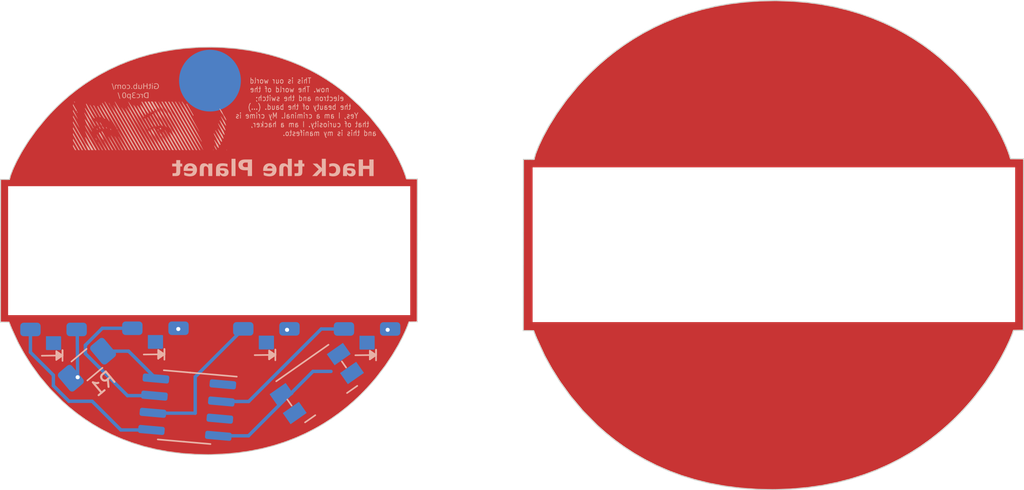
<source format=kicad_pcb>
(kicad_pcb (version 20221018) (generator pcbnew)
  (layers (0 "F.Cu" signal) (31 "B.Cu" signal) (34 "B.Paste" user) (35 "F.Paste" user) (36 "B.SilkS" user "B.Silkscreen") (37 "F.SilkS" user "F.Silkscreen") (38 "B.Mask" user) (39 "F.Mask" user) (44 "Edge.Cuts" user))
  (net 0 "")
  (net 1 "Net-(SW1-A)")
  (net 2 "Net-(D3-K)")
  (net 4 "GND")
  (net 5 "Net-(D2-K)")
  (net 6 "Net-(D1-K)")
  (net 7 "Net-(D4-K)")
  (net 8 "Net-(U1-VCC)")
  (net 9 "Net-(D1-A)")
  (footprint "LED_SMD:LED_Sidemount_SMD_Bivar" (layer "B.Cu") (at 105.9278 103.659)
    (fp_text reference "D1" hide)
    (fp_text value "LED")
  )
  (footprint "LED_SMD:LED_Sidemount_SMD_Bivar" (layer "B.Cu") (at 90.2478 103.703)
    (fp_text reference "D2" hide)
    (fp_text value "LED")
  )
  (footprint "Button_Switch_SMD:Panasonic_EVQPUK_EVQPUB" (layer "B.Cu") (at 109.638212 107.692424 35)
    (fp_text reference "SW1" hide)
    (fp_text value "SW_SPST")
  )
  (footprint "LED_SMD:LED_Sidemount_SMD_Bivar" (layer "B.Cu") (at 97.7548 103.614)
    (fp_text reference "D4" hide)
    (fp_text value "LED")
  )
  (footprint "Package_SO:SOIC-8_3.9x4.9mm_P1.27mm" (layer "B.Cu") (at 100.0888 109.432087 175)
    (fp_text reference "U1" hide)
    (fp_text value "ATtiny13-20SS")
  )
  (footprint "Resistor_SMD:R_1206_3216Metric_Pad1.30x1.75mm_HandSolder" (layer "B.Cu") (at 92.7088 106.302087 40)
    (fp_text reference "R1")
    (fp_text value "R")
  )
  (footprint "LED_SMD:LED_Sidemount_SMD_Bivar" (layer "B.Cu") (at 113.3458 103.668087)
    (fp_text reference "D3" hide)
    (fp_text value "LED")
  )
  (gr_poly (pts (xy 144.601937 79.472784) (xy 145.703687 79.562027) (xy 146.759327 79.702157) (xy 147.76962 79.889882) (xy 148.735334 80.121907) (xy 149.657233 80.394942) (xy 150.536083 80.705691) (xy 151.372648 81.050863) (xy 152.167694 81.427165) (xy 152.921986 81.831304) (xy 153.63629 82.259987) (xy 154.311371 82.70992) (xy 154.947994 83.177812) (xy 155.546925 83.66037) (xy 156.63477 84.656309) (xy 157.581028 85.671395) (xy 158.391821 86.679284) (xy 159.073273 87.653634) (xy 159.631505 88.568102) (xy 160.072639 89.396344) (xy 160.402798 90.112018) (xy 160.628104 90.688781) (xy 160.754679 91.100288) (xy 161.717816 91.106559) (xy 161.704321 103.749168) (xy 160.970897 103.760759) (xy 160.878028 104.039446) (xy 160.67705 104.527742) (xy 160.414087 105.088434) (xy 160.032369 105.815997) (xy 159.524071 106.677311) (xy 158.881364 107.639259) (xy 158.096421 108.66872) (xy 157.648164 109.198419) (xy 157.161413 109.732577) (xy 156.635189 110.267054) (xy 156.068513 110.79771) (xy 155.460408 111.320405) (xy 154.809895 111.831) (xy 154.115994 112.325354) (xy 153.377729 112.799328) (xy 152.594119 113.248782) (xy 151.764188 113.669576) (xy 150.886956 114.05757) (xy 149.961445 114.408625) (xy 148.986676 114.718599) (xy 147.961671 114.983355) (xy 146.885452 115.198751) (xy 145.75704 115.360648) (xy 144.575457 115.464906) (xy 143.339724 115.507385) (xy 142.058492 115.483699) (xy 140.836311 115.394352) (xy 139.671969 115.243699) (xy 138.564254 115.036096) (xy 137.511955 114.775896) (xy 136.51386 114.467456) (xy 135.568759 114.11513) (xy 134.675439 113.723273) (xy 133.832688 113.296241) (xy 133.039296 112.838388) (xy 132.294051 112.35407) (xy 131.595742 111.847642) (xy 130.943156 111.323459) (xy 130.335083 110.785875) (xy 129.247628 109.687928) (xy 128.323685 108.588641) (xy 127.553562 107.522856) (xy 126.927566 106.525412) (xy 126.436007 105.631151) (xy 125.817428 104.291539) (xy 125.62029 103.782745) (xy 125.383524 103.779492) (xy 125.149193 103.777835) (xy 124.862259 103.77719) (xy 124.872313 91.749735) (xy 125.540756 91.749735) (xy 125.540756 103.161794) (xy 161.089881 103.161794) (xy 161.089881 91.749735) (xy 125.540756 91.749735) (xy 124.872313 91.749735) (xy 124.872816 91.147914) (xy 125.242961 91.150613) (xy 125.50785 91.15153) (xy 125.650135 91.149978) (xy 125.650496 91.146474) (xy 125.650813 91.143796) (xy 125.651098 91.141815) (xy 125.651362 91.1404) (xy 125.651617 91.139424) (xy 125.651875 91.138756) (xy 125.652148 91.138269) (xy 125.652447 91.137832) (xy 125.652784 91.137318) (xy 125.653171 91.136596) (xy 125.65362 91.135538) (xy 125.654142 91.134015) (xy 125.65475 91.131897) (xy 125.655454 91.129056) (xy 125.656266 91.125363) (xy 125.657199 91.120688) (xy 125.761617 90.751506) (xy 125.975525 90.202435) (xy 126.304256 89.501708) (xy 126.753145 88.677558) (xy 127.327523 87.758218) (xy 128.032725 86.771922) (xy 128.874083 85.746903) (xy 129.347487 85.228696) (xy 129.85693 84.711395) (xy 130.403079 84.19853) (xy 130.9866 83.693631) (xy 131.608161 83.200226) (xy 132.268426 82.721844) (xy 132.968064 82.262015) (xy 133.707741 81.824268) (xy 134.488124 81.412133) (xy 135.309878 81.029137) (xy 136.173672 80.678811) (xy 137.080171 80.364683) (xy 138.030042 80.090283) (xy 139.023952 79.85914) (xy 140.062567 79.674783) (xy 141.146554 79.540741) (xy 142.27658 79.460544) (xy 143.453311 79.43772)) (fill solid) (layer "F.Cu"))
  (gr_poly (pts (xy 102.785377 82.906847) (xy 103.703502 82.981216) (xy 104.583202 83.097991) (xy 105.425113 83.254428) (xy 106.229875 83.447783) (xy 106.998124 83.675312) (xy 107.730498 83.93427) (xy 108.427636 84.221913) (xy 109.090175 84.535498) (xy 109.718752 84.87228) (xy 110.314005 85.229516) (xy 110.876572 85.604461) (xy 111.407092 85.994371) (xy 111.906201 86.396502) (xy 112.812738 87.226451) (xy 113.601286 88.072356) (xy 114.276947 88.912264) (xy 114.844824 89.724222) (xy 115.310017 90.486279) (xy 115.677629 91.176481) (xy 115.952761 91.772875) (xy 116.140516 92.253511) (xy 116.245996 92.596434) (xy 117.04861 92.601659) (xy 117.037364 103.137167) (xy 116.426177 103.146826) (xy 116.348786 103.379065) (xy 116.181305 103.785979) (xy 115.962169 104.253222) (xy 115.644071 104.859524) (xy 115.220489 105.577286) (xy 114.6849 106.378909) (xy 114.03078 107.236794) (xy 113.657233 107.67821) (xy 113.251607 108.123341) (xy 112.813087 108.568738) (xy 112.340858 109.010952) (xy 111.834103 109.446531) (xy 111.292009 109.872027) (xy 110.713758 110.283989) (xy 110.098537 110.678967) (xy 109.445529 111.053512) (xy 108.75392 111.404174) (xy 108.022893 111.727502) (xy 107.251634 112.020047) (xy 106.439326 112.27836) (xy 105.585156 112.498989) (xy 104.688307 112.678486) (xy 103.747963 112.8134) (xy 102.763311 112.900282) (xy 101.733533 112.935681) (xy 100.66584 112.915943) (xy 99.647356 112.841487) (xy 98.67707 112.715943) (xy 97.753975 112.54294) (xy 96.877059 112.326107) (xy 96.045313 112.069074) (xy 95.257729 111.775469) (xy 94.513295 111.448921) (xy 93.811003 111.093061) (xy 93.149843 110.711517) (xy 92.528806 110.307919) (xy 91.946881 109.885896) (xy 91.40306 109.449076) (xy 90.896332 109.00109) (xy 89.99012 108.086134) (xy 89.220167 107.170061) (xy 88.578398 106.281907) (xy 88.056735 105.450704) (xy 87.647102 104.705486) (xy 87.13162 103.589143) (xy 86.967338 103.165148) (xy 86.770033 103.162437) (xy 86.574757 103.161056) (xy 86.335645 103.160519) (xy 86.344024 93.137639) (xy 86.90106 93.137639) (xy 86.90106 102.647688) (xy 116.525331 102.647688) (xy 116.525331 93.137639) (xy 86.90106 93.137639) (xy 86.344024 93.137639) (xy 86.344443 92.636122) (xy 86.652897 92.638371) (xy 86.873638 92.639136) (xy 86.992209 92.637842) (xy 86.99251 92.634922) (xy 86.992774 92.632691) (xy 86.993011 92.631039) (xy 86.993231 92.62986) (xy 86.993444 92.629047) (xy 86.993659 92.62849) (xy 86.993886 92.628084) (xy 86.994135 92.627721) (xy 86.994416 92.627292) (xy 86.994739 92.62669) (xy 86.995113 92.625809) (xy 86.995548 92.624539) (xy 86.996054 92.622775) (xy 86.996641 92.620407) (xy 86.997318 92.617329) (xy 86.998096 92.613433) (xy 87.08511 92.305782) (xy 87.263367 91.848223) (xy 87.53731 91.264284) (xy 87.911384 90.577492) (xy 88.390032 89.811375) (xy 88.9777 88.989462) (xy 89.678832 88.13528) (xy 90.073336 87.70344) (xy 90.497872 87.272356) (xy 90.952996 86.844969) (xy 91.439263 86.424219) (xy 91.95723 86.013049) (xy 92.507452 85.614397) (xy 93.090483 85.231207) (xy 93.706881 84.866417) (xy 94.357199 84.522971) (xy 95.041995 84.203808) (xy 95.761823 83.911869) (xy 96.517239 83.650096) (xy 97.308798 83.421429) (xy 98.137056 83.22881) (xy 99.002569 83.075179) (xy 99.905891 82.963478) (xy 100.84758 82.896647) (xy 101.828189 82.877627)) (fill solid) (layer "F.Cu"))
  (gr_circle (center 101.7718 85.354087) (end 103.9718 85.354087) (stroke (width 0.15)) (fill solid) (layer "B.Cu"))
  (gr_poly (pts (xy 100.056467 87.059002) (xy 100.057176 87.059037) (xy 100.05788 87.059106) (xy 100.05858 87.059208) (xy 100.059274 87.059343) (xy 100.05996 87.059511) (xy 100.060637 87.059712) (xy 100.061305 87.059944) (xy 100.061961 87.060208) (xy 100.062604 87.060503) (xy 100.063234 87.06083) (xy 100.063849 87.061187) (xy 100.064447 87.061574) (xy 100.065028 87.061992) (xy 100.06559 87.062439) (xy 100.066132 87.062916) (xy 100.066652 87.063421) (xy 100.06715 87.063956) (xy 100.067623 87.064518) (xy 100.068072 87.065109) (xy 100.068494 87.065727) (xy 100.068888 87.066373) (xy 100.553183 87.908583) (xy 100.553539 87.909246) (xy 100.553859 87.90992) (xy 100.554141 87.910602) (xy 100.554387 87.911293) (xy 100.554597 87.911991) (xy 100.554771 87.912693) (xy 100.554909 87.9134) (xy 100.555012 87.91411) (xy 100.555081 87.914821) (xy 100.555114 87.915533) (xy 100.555113 87.916243) (xy 100.555079 87.916952) (xy 100.55501 87.917656) (xy 100.554908 87.918356) (xy 100.554774 87.91905) (xy 100.554607 87.919736) (xy 100.554407 87.920413) (xy 100.554175 87.921081) (xy 100.553912 87.921737) (xy 100.553617 87.922381) (xy 100.553292 87.923011) (xy 100.552935 87.923626) (xy 100.552549 87.924224) (xy 100.552132 87.924805) (xy 100.551685 87.925367) (xy 100.551209 87.925908) (xy 100.550704 87.926428) (xy 100.550171 87.926926) (xy 100.549608 87.927399) (xy 100.549018 87.927847) (xy 100.5484 87.928268) (xy 100.547755 87.928661) (xy 100.546403 87.92945) (xy 100.545738 87.929807) (xy 100.545063 87.930126) (xy 100.544379 87.930409) (xy 100.543687 87.930655) (xy 100.542989 87.930865) (xy 100.542285 87.931039) (xy 100.541578 87.931177) (xy 100.540867 87.93128) (xy 100.540156 87.931348) (xy 100.539444 87.931381) (xy 100.538733 87.93138) (xy 100.538025 87.931345) (xy 100.53732 87.931277) (xy 100.53662 87.931175) (xy 100.535927 87.93104) (xy 100.53524 87.930872) (xy 100.534563 87.930672) (xy 100.533896 87.930441) (xy 100.533239 87.930177) (xy 100.532596 87.929882) (xy 100.531966 87.929556) (xy 100.531351 87.9292) (xy 100.530753 87.928813) (xy 100.530172 87.928396) (xy 100.52961 87.927949) (xy 100.529068 87.927473) (xy 100.528548 87.926968) (xy 100.52805 87.926434) (xy 100.527577 87.925872) (xy 100.527128 87.925281) (xy 100.526706 87.924663) (xy 100.526312 87.924018) (xy 100.042017 87.081808) (xy 100.041661 87.081143) (xy 100.041341 87.080468) (xy 100.041059 87.079784) (xy 100.040813 87.079092) (xy 100.040603 87.078394) (xy 100.040429 87.07769) (xy 100.040291 87.076983) (xy 100.040188 87.076273) (xy 100.04012 87.075561) (xy 100.040086 87.074849) (xy 100.040087 87.074139) (xy 100.040122 87.073431) (xy 100.04019 87.072726) (xy 100.040292 87.072027) (xy 100.040427 87.071334) (xy 100.040594 87.070648) (xy 100.040794 87.069971) (xy 100.041025 87.069304) (xy 100.041289 87.068648) (xy 100.041583 87.068005) (xy 100.041909 87.067376) (xy 100.042266 87.066761) (xy 100.042652 87.066164) (xy 100.043069 87.065583) (xy 100.043516 87.065022) (xy 100.043992 87.064481) (xy 100.044497 87.063961) (xy 100.045031 87.063464) (xy 100.045593 87.062992) (xy 100.046183 87.062544) (xy 100.046801 87.062123) (xy 100.047446 87.061729) (xy 100.048798 87.06094) (xy 100.049463 87.060582) (xy 100.050138 87.060261) (xy 100.050822 87.059977) (xy 100.051513 87.05973) (xy 100.052212 87.05952) (xy 100.052915 87.059345) (xy 100.053623 87.059207) (xy 100.054333 87.059103) (xy 100.055045 87.059035) (xy 100.055757 87.059001)) (fill solid) (layer "B.SilkS"))
  (gr_poly (pts (xy 94.429772 88.897705) (xy 94.430403 88.897918) (xy 94.431098 88.898252) (xy 94.431857 88.898705) (xy 94.432676 88.899274) (xy 94.433553 88.899956) (xy 94.434485 88.900748) (xy 94.435471 88.901648) (xy 94.437592 88.903757) (xy 94.439898 88.906261) (xy 94.44237 88.909138) (xy 94.444989 88.912364) (xy 94.447736 88.915917) (xy 94.450592 88.919775) (xy 94.453538 88.923913) (xy 94.456556 88.928311) (xy 94.459626 88.932945) (xy 94.46273 88.937792) (xy 94.465849 88.942829) (xy 94.47176 88.95289) (xy 94.476972 88.962441) (xy 94.481395 88.971266) (xy 94.483281 88.975338) (xy 94.484936 88.979147) (xy 94.486348 88.982666) (xy 94.487505 88.985867) (xy 94.488397 88.988724) (xy 94.489011 88.99121) (xy 94.489336 88.993297) (xy 94.489362 88.994959) (xy 94.489258 88.995621) (xy 94.489076 88.996167) (xy 94.488812 88.996593) (xy 94.488467 88.996896) (xy 94.488045 88.997064) (xy 94.487552 88.997102) (xy 94.486988 88.997014) (xy 94.486357 88.996801) (xy 94.485662 88.996466) (xy 94.484903 88.996013) (xy 94.484084 88.995444) (xy 94.483207 88.994762) (xy 94.482275 88.99397) (xy 94.481289 88.993071) (xy 94.479168 88.990961) (xy 94.476862 88.988457) (xy 94.47439 88.985581) (xy 94.471771 88.982354) (xy 94.469024 88.978801) (xy 94.466168 88.974944) (xy 94.463222 88.970805) (xy 94.460204 88.966408) (xy 94.457134 88.961774) (xy 94.45403 88.956927) (xy 94.450912 88.951889) (xy 94.445001 88.941828) (xy 94.439788 88.932275) (xy 94.435365 88.923448) (xy 94.433479 88.919375) (xy 94.431824 88.915565) (xy 94.430412 88.912045) (xy 94.429255 88.908843) (xy 94.428363 88.905986) (xy 94.427749 88.9035) (xy 94.427424 88.901414) (xy 94.427398 88.899754) (xy 94.427502 88.899093) (xy 94.427684 88.898548) (xy 94.427948 88.898124) (xy 94.428293 88.897823) (xy 94.428715 88.897655) (xy 94.429208 88.897616)) (fill solid) (layer "B.SilkS"))
  (gr_poly (pts (xy 102.09697 89.73204) (xy 102.097329 89.732064) (xy 102.097683 89.732109) (xy 102.098033 89.732173) (xy 102.098379 89.732257) (xy 102.09872 89.732362) (xy 102.099056 89.732487) (xy 102.099387 89.732633) (xy 102.099714 89.732798) (xy 102.100036 89.732984) (xy 102.100354 89.73319) (xy 102.100666 89.733416) (xy 102.100974 89.733662) (xy 102.101277 89.733929) (xy 102.101576 89.734216) (xy 102.10187 89.734523) (xy 102.102159 89.73485) (xy 102.102443 89.735198) (xy 102.102996 89.735954) (xy 102.357779 90.098292) (xy 102.361926 90.104568) (xy 102.366037 90.11168) (xy 102.37011 90.119629) (xy 102.374147 90.128413) (xy 102.378147 90.138034) (xy 102.382109 90.148492) (xy 102.386035 90.159786) (xy 102.389924 90.171917) (xy 102.393776 90.184885) (xy 102.397591 90.19869) (xy 102.401369 90.213332) (xy 102.40511 90.228812) (xy 102.408814 90.245129) (xy 102.412481 90.262283) (xy 102.416112 90.280276) (xy 102.419705 90.299106) (xy 102.4202 90.30221) (xy 102.420503 90.304973) (xy 102.420583 90.306226) (xy 102.420615 90.307394) (xy 102.420599 90.308477) (xy 102.420535 90.309474) (xy 102.420423 90.310386) (xy 102.420263 90.311213) (xy 102.420055 90.311954) (xy 102.419799 90.31261) (xy 102.419496 90.313182) (xy 102.419144 90.313667) (xy 102.418744 90.314068) (xy 102.418297 90.314383) (xy 102.417801 90.314613) (xy 102.417258 90.314758) (xy 102.416667 90.314818) (xy 102.416028 90.314793) (xy 102.41534 90.314682) (xy 102.414605 90.314486) (xy 102.413822 90.314206) (xy 102.412991 90.31384) (xy 102.412112 90.313388) (xy 102.411185 90.312852) (xy 102.41021 90.312231) (xy 102.409188 90.311525) (xy 102.406998 90.309857) (xy 102.404617 90.307848) (xy 102.392088 90.296619) (xy 102.380099 90.285449) (xy 102.368649 90.274336) (xy 102.357737 90.263283) (xy 102.347365 90.252288) (xy 102.337533 90.241351) (xy 102.328239 90.230473) (xy 102.319486 90.219653) (xy 102.311271 90.208892) (xy 102.303597 90.198189) (xy 102.296461 90.187544) (xy 102.289866 90.176958) (xy 102.283811 90.16643) (xy 102.278295 90.15596) (xy 102.273319 90.145548) (xy 102.268883 90.135195) (xy 102.247143 90.082213) (xy 102.225179 90.030421) (xy 102.20299 89.979821) (xy 102.180578 89.930412) (xy 102.157944 89.882193) (xy 102.135087 89.835164) (xy 102.112009 89.789325) (xy 102.08871 89.744677) (xy 102.08825 89.743848) (xy 102.088052 89.743442) (xy 102.087876 89.743041) (xy 102.08772 89.742645) (xy 102.087586 89.742255) (xy 102.087473 89.74187) (xy 102.087381 89.74149) (xy 102.08731 89.741115) (xy 102.087261 89.740746) (xy 102.087232 89.740382) (xy 102.087225 89.740024) (xy 102.087238 89.73967) (xy 102.087273 89.739322) (xy 102.087329 89.738979) (xy 102.087406 89.738642) (xy 102.087504 89.73831) (xy 102.087623 89.737983) (xy 102.087763 89.737661) (xy 102.087924 89.737345) (xy 102.088105 89.737034) (xy 102.088308 89.736728) (xy 102.088532 89.736427) (xy 102.088777 89.736132) (xy 102.089043 89.735842) (xy 102.089329 89.735558) (xy 102.089637 89.735278) (xy 102.089965 89.735004) (xy 102.090314 89.734735) (xy 102.090684 89.734472) (xy 102.091487 89.733961) (xy 102.091888 89.733566) (xy 102.092719 89.733109) (xy 102.093128 89.732911) (xy 102.093532 89.732734) (xy 102.093932 89.732576) (xy 102.094327 89.732438) (xy 102.094718 89.732321) (xy 102.095105 89.732224) (xy 102.095487 89.732147) (xy 102.095864 89.73209) (xy 102.096237 89.732053) (xy 102.096606 89.732037)) (fill solid) (layer "B.SilkS"))
  (gr_poly (pts (xy 94.113968 88.77834) (xy 94.114671 88.778552) (xy 94.115445 88.778896) (xy 94.116288 88.779368) (xy 94.117197 88.779965) (xy 94.118168 88.780684) (xy 94.119201 88.781522) (xy 94.120291 88.782476) (xy 94.122636 88.784721) (xy 94.125182 88.787393) (xy 94.127908 88.790469) (xy 94.130793 88.793924) (xy 94.133816 88.797733) (xy 94.136957 88.801872) (xy 94.140195 88.806317) (xy 94.143508 88.811044) (xy 94.146876 88.816027) (xy 94.150278 88.821243) (xy 94.153694 88.826667) (xy 94.160161 88.837518) (xy 94.165853 88.847832) (xy 94.170672 88.857374) (xy 94.172722 88.861781) (xy 94.174517 88.865906) (xy 94.176044 88.86972) (xy 94.177291 88.873192) (xy 94.178245 88.876294) (xy 94.178894 88.878996) (xy 94.179225 88.881268) (xy 94.179226 88.88308) (xy 94.179099 88.883805) (xy 94.178885 88.884404) (xy 94.178582 88.884873) (xy 94.178189 88.885209) (xy 94.177713 88.885409) (xy 94.177158 88.885469) (xy 94.176527 88.885391) (xy 94.175822 88.885179) (xy 94.175047 88.884836) (xy 94.174203 88.884365) (xy 94.173293 88.883768) (xy 94.172321 88.88305) (xy 94.171288 88.882212) (xy 94.170197 88.881258) (xy 94.167851 88.879015) (xy 94.165305 88.876343) (xy 94.16258 88.873269) (xy 94.159694 88.869815) (xy 94.156671 88.866006) (xy 94.153529 88.861867) (xy 94.150291 88.857421) (xy 94.146976 88.852694) (xy 94.143606 88.847709) (xy 94.1402 88.842491) (xy 94.13678 88.837064) (xy 94.130322 88.826213) (xy 94.124636 88.815899) (xy 94.119822 88.806357) (xy 94.117773 88.80195) (xy 94.115979 88.797825) (xy 94.114453 88.794011) (xy 94.113207 88.790539) (xy 94.112254 88.787437) (xy 94.111606 88.784735) (xy 94.111275 88.782463) (xy 94.111274 88.780651) (xy 94.111401 88.779926) (xy 94.111615 88.779327) (xy 94.111918 88.778858) (xy 94.112311 88.778522) (xy 94.112785 88.778322) (xy 94.113338 88.778263)) (fill solid) (layer "B.SilkS"))
  (gr_poly (pts (xy 98.102809 88.833748) (xy 98.103947 88.833946) (xy 98.105119 88.834253) (xy 98.106326 88.834671) (xy 98.107567 88.835198) (xy 98.108844 88.835836) (xy 98.110155 88.836584) (xy 98.111501 88.837441) (xy 98.112881 88.838409) (xy 98.114296 88.839487) (xy 98.115746 88.840674) (xy 98.117231 88.841972) (xy 98.11875 88.84338) (xy 98.12295 88.847544) (xy 98.127021 88.851807) (xy 98.130962 88.85617) (xy 98.134774 88.860634) (xy 98.138456 88.865197) (xy 98.142008 88.86986) (xy 98.14543 88.874622) (xy 98.148722 88.879484) (xy 98.151883 88.884446) (xy 98.154913 88.889507) (xy 98.157813 88.894668) (xy 98.160582 88.899928) (xy 98.163219 88.905287) (xy 98.165725 88.910746) (xy 98.168099 88.916304) (xy 98.170342 88.921961) (xy 98.171536 88.925414) (xy 98.172436 88.928525) (xy 98.172775 88.929953) (xy 98.17304 88.931295) (xy 98.173232 88.932552) (xy 98.17335 88.933724) (xy 98.173394 88.93481) (xy 98.173364 88.935811) (xy 98.173261 88.936727) (xy 98.173084 88.937557) (xy 98.172834 88.938302) (xy 98.17251 88.938962) (xy 98.172112 88.939536) (xy 98.17164 88.940025) (xy 98.171095 88.940429) (xy 98.170476 88.940747) (xy 98.169783 88.94098) (xy 98.169017 88.941128) (xy 98.168177 88.94119) (xy 98.167264 88.941168) (xy 98.166277 88.94106) (xy 98.165216 88.940866) (xy 98.164081 88.940587) (xy 98.162873 88.940223) (xy 98.161591 88.939774) (xy 98.160236 88.93924) (xy 98.157305 88.937915) (xy 98.154079 88.936249) (xy 98.149913 88.933844) (xy 98.145747 88.931392) (xy 98.141581 88.928886) (xy 98.137415 88.926323) (xy 98.135714 88.92536) (xy 98.133973 88.924458) (xy 98.132192 88.923619) (xy 98.130372 88.922842) (xy 98.128514 88.922128) (xy 98.126621 88.921477) (xy 98.124692 88.920889) (xy 98.122729 88.920364) (xy 98.119811 88.919603) (xy 98.117009 88.918755) (xy 98.114325 88.91782) (xy 98.111758 88.916798) (xy 98.109308 88.91569) (xy 98.106975 88.914494) (xy 98.104759 88.913211) (xy 98.10266 88.911841) (xy 98.100678 88.910384) (xy 98.098812 88.908841) (xy 98.097064 88.90721) (xy 98.095433 88.905492) (xy 98.093919 88.903688) (xy 98.092522 88.901796) (xy 98.091243 88.899818) (xy 98.09008 88.897753) (xy 98.089034 88.8956) (xy 98.088105 88.893361) (xy 98.087294 88.891035) (xy 98.086599 88.888622) (xy 98.086022 88.886122) (xy 98.085561 88.883536) (xy 98.085218 88.880862) (xy 98.084992 88.878102) (xy 98.084883 88.875255) (xy 98.084891 88.87232) (xy 98.085016 88.869299) (xy 98.085258 88.866192) (xy 98.085618 88.862997) (xy 98.086094 88.859716) (xy 98.086688 88.856347) (xy 98.087399 88.852892) (xy 98.087836 88.850891) (xy 98.088309 88.848999) (xy 98.088817 88.847217) (xy 98.08936 88.845545) (xy 98.089938 88.843983) (xy 98.090551 88.842531) (xy 98.091199 88.841189) (xy 98.091882 88.839956) (xy 98.092601 88.838834) (xy 98.093354 88.837822) (xy 98.094142 88.83692) (xy 98.094966 88.836127) (xy 98.095824 88.835445) (xy 98.096717 88.834873) (xy 98.097645 88.83441) (xy 98.098608 88.834058) (xy 98.099606 88.833815) (xy 98.100639 88.833683) (xy 98.101707 88.833661)) (fill solid) (layer "B.SilkS"))
  (gr_poly (pts (xy 94.279126 89.47926) (xy 94.27932 89.479271) (xy 94.279511 89.479294) (xy 94.279701 89.479327) (xy 94.279888 89.479371) (xy 94.280072 89.479426) (xy 94.280255 89.479491) (xy 94.280435 89.479567) (xy 94.280613 89.479655) (xy 94.280789 89.479753) (xy 94.280962 89.479861) (xy 94.281134 89.479981) (xy 94.281303 89.480111) (xy 94.281469 89.480252) (xy 94.281634 89.480404) (xy 94.281796 89.480567) (xy 94.281956 89.48074) (xy 94.28227 89.48112) (xy 94.282574 89.481543) (xy 94.353466 89.592091) (xy 94.422473 89.701883) (xy 94.489596 89.810917) (xy 94.554834 89.919196) (xy 94.618185 90.026718) (xy 94.67965 90.133484) (xy 94.739228 90.239495) (xy 94.796918 90.344752) (xy 94.870954 90.476515) (xy 94.825867 90.476515) (xy 94.741348 90.33522) (xy 94.680821 90.236121) (xy 94.620892 90.13506) (xy 94.561562 90.032037) (xy 94.502829 89.927053) (xy 94.444691 89.820108) (xy 94.387148 89.711201) (xy 94.330199 89.600332) (xy 94.273841 89.487502) (xy 94.273618 89.486915) (xy 94.273444 89.486348) (xy 94.27332 89.485799) (xy 94.273277 89.485532) (xy 94.273246 89.48527) (xy 94.273227 89.485012) (xy 94.273221 89.484759) (xy 94.273227 89.48451) (xy 94.273246 89.484266) (xy 94.273277 89.484027) (xy 94.273321 89.483793) (xy 94.273377 89.483563) (xy 94.273445 89.483337) (xy 94.273526 89.483117) (xy 94.273619 89.482901) (xy 94.273724 89.482689) (xy 94.273842 89.482482) (xy 94.273972 89.48228) (xy 94.274115 89.482083) (xy 94.27427 89.48189) (xy 94.274437 89.481701) (xy 94.274616 89.481517) (xy 94.274808 89.481338) (xy 94.275013 89.481163) (xy 94.275229 89.480993) (xy 94.275699 89.480666) (xy 94.276219 89.480358) (xy 94.276619 89.479963) (xy 94.27706 89.479738) (xy 94.277277 89.479641) (xy 94.277492 89.479556) (xy 94.277704 89.479481) (xy 94.277914 89.479417) (xy 94.278122 89.479364) (xy 94.278327 89.479321) (xy 94.27853 89.47929) (xy 94.278731 89.479269) (xy 94.27893 89.479259)) (fill solid) (layer "B.SilkS"))
  (gr_poly (pts (xy 92.012612 88.123448) (xy 92.013944 88.126249) (xy 92.015242 88.129061) (xy 92.016506 88.131884) (xy 92.017733 88.134719) (xy 92.018922 88.137565) (xy 92.020072 88.140423) (xy 92.021182 88.143293) (xy 92.022734 88.147492) (xy 92.024012 88.151164) (xy 92.025016 88.154309) (xy 92.025747 88.156927) (xy 92.026205 88.159019) (xy 92.026331 88.159867) (xy 92.026389 88.160583) (xy 92.026379 88.161168) (xy 92.0263 88.161621) (xy 92.026154 88.161942) (xy 92.025939 88.162132) (xy 92.025655 88.16219) (xy 92.025304 88.162116) (xy 92.024884 88.161911) (xy 92.024396 88.161574) (xy 92.02384 88.161105) (xy 92.023215 88.160505) (xy 92.021762 88.158909) (xy 92.020036 88.156787) (xy 92.018038 88.154138) (xy 92.015768 88.150962) (xy 92.013225 88.14726) (xy 92.011249 88.120658)) (fill solid) (layer "B.SilkS"))
  (gr_poly (pts (xy 96.140002 87.146712) (xy 96.140374 87.146859) (xy 96.140809 87.147115) (xy 96.141309 87.147479) (xy 96.141873 87.147952) (xy 96.143194 87.149222) (xy 96.144772 87.150926) (xy 96.146607 87.153064) (xy 96.148698 87.155635) (xy 96.151047 87.15864) (xy 96.219509 87.250435) (xy 96.285209 87.343259) (xy 96.348144 87.437113) (xy 96.408315 87.531997) (xy 96.465722 87.627912) (xy 96.520365 87.724856) (xy 96.572242 87.822831) (xy 96.621354 87.921837) (xy 96.652796 87.986526) (xy 96.684013 88.049033) (xy 96.715005 88.109356) (xy 96.745775 88.167497) (xy 96.776321 88.223456) (xy 96.806646 88.277234) (xy 96.836748 88.328831) (xy 96.86663 88.378247) (xy 96.942999 88.503849) (xy 97.017737 88.629853) (xy 97.090839 88.756258) (xy 97.162295 88.883065) (xy 97.169059 88.895584) (xy 97.175447 88.908353) (xy 97.18146 88.921372) (xy 97.1871 88.934641) (xy 97.192368 88.948161) (xy 97.197266 88.961931) (xy 97.201795 88.975951) (xy 97.205957 88.990222) (xy 97.199195 88.981581) (xy 97.192609 88.972931) (xy 97.186197 88.964269) (xy 97.17996 88.955596) (xy 97.173896 88.946909) (xy 97.168006 88.938208) (xy 97.162287 88.929491) (xy 97.156741 88.920758) (xy 97.043981 88.737067) (xy 96.99039 88.647041) (xy 96.938657 88.558227) (xy 96.888785 88.470628) (xy 96.840774 88.384244) (xy 96.794624 88.299076) (xy 96.750336 88.215125) (xy 96.739276 88.194639) (xy 96.727298 88.173974) (xy 96.714507 88.153145) (xy 96.701008 88.132168) (xy 96.672307 88.089834) (xy 96.642038 88.047097) (xy 96.580163 87.960911) (xy 96.550243 87.917714) (xy 96.522124 87.874613) (xy 96.468388 87.787436) (xy 96.41651 87.699737) (xy 96.36649 87.611517) (xy 96.31833 87.522776) (xy 96.272031 87.433515) (xy 96.227595 87.343732) (xy 96.185023 87.25343) (xy 96.144316 87.162607) (xy 96.142807 87.159105) (xy 96.141556 87.156037) (xy 96.140562 87.153404) (xy 96.139826 87.151204) (xy 96.139347 87.149438) (xy 96.139204 87.148717) (xy 96.139125 87.148105) (xy 96.13911 87.147602) (xy 96.13916 87.147207) (xy 96.139274 87.146921) (xy 96.139453 87.146743) (xy 96.139695 87.146673)) (fill solid) (layer "B.SilkS"))
  (gr_poly (pts (xy 93.789416 89.064084) (xy 93.789942 89.064198) (xy 93.790507 89.064394) (xy 93.791108 89.064672) (xy 93.791747 89.065033) (xy 93.792423 89.065476) (xy 93.793137 89.066001) (xy 93.793888 89.066608) (xy 93.794676 89.067298) (xy 93.795502 89.06807) (xy 93.797266 89.06986) (xy 93.799181 89.07198) (xy 93.82068 89.097858) (xy 93.840788 89.124264) (xy 93.859656 89.151151) (xy 93.877436 89.17847) (xy 93.894279 89.206172) (xy 93.910337 89.23421) (xy 93.940705 89.2911) (xy 93.998696 89.406783) (xy 94.028747 89.464804) (xy 94.044567 89.493691) (xy 94.061119 89.522431) (xy 94.204389 89.760659) (xy 94.348487 89.997224) (xy 94.491455 90.234914) (xy 94.561903 90.355052) (xy 94.631333 90.476515) (xy 94.567306 90.476515) (xy 94.535496 90.422633) (xy 94.500998 90.362514) (xy 94.423836 90.223625) (xy 94.335617 90.059973) (xy 94.236136 89.871684) (xy 94.19002 89.786671) (xy 94.141365 89.702215) (xy 94.090757 89.618356) (xy 94.038782 89.535129) (xy 93.82893 89.209291) (xy 93.825135 89.203055) (xy 93.821493 89.196553) (xy 93.818002 89.189784) (xy 93.814664 89.182749) (xy 93.811477 89.175446) (xy 93.808443 89.167877) (xy 93.80556 89.160041) (xy 93.80283 89.151938) (xy 93.800252 89.143569) (xy 93.797826 89.134933) (xy 93.795553 89.126031) (xy 93.793432 89.116863) (xy 93.791463 89.107428) (xy 93.789646 89.097727) (xy 93.787982 89.087759) (xy 93.78647 89.077526) (xy 93.78615 89.074715) (xy 93.785978 89.072232) (xy 93.785947 89.071114) (xy 93.785953 89.070078) (xy 93.785997 89.069124) (xy 93.786077 89.068252) (xy 93.786195 89.067463) (xy 93.78635 89.066755) (xy 93.786542 89.06613) (xy 93.786771 89.065586) (xy 93.787037 89.065125) (xy 93.78734 89.064746) (xy 93.787681 89.064449) (xy 93.788059 89.064235) (xy 93.788474 89.064102) (xy 93.788926 89.064052)) (fill solid) (layer "B.SilkS"))
  (gr_poly (pts (xy 102.485929 88.276287) (xy 102.487004 88.276832) (xy 102.488279 88.277726) (xy 102.491436 88.280554) (xy 102.495398 88.284771) (xy 102.500167 88.290377) (xy 102.505742 88.297373) (xy 102.512123 88.305758) (xy 102.519311 88.315533) (xy 102.578077 88.397514) (xy 102.635686 88.480322) (xy 102.691352 88.564377) (xy 102.71821 88.607003) (xy 102.744288 88.650097) (xy 102.769486 88.693713) (xy 102.793707 88.737902) (xy 102.816853 88.782716) (xy 102.838825 88.828209) (xy 102.859524 88.874432) (xy 102.878853 88.921438) (xy 102.896713 88.969279) (xy 102.913006 89.018007) (xy 102.913715 89.020449) (xy 102.914246 89.022616) (xy 102.914599 89.024506) (xy 102.91471 89.025348) (xy 102.914776 89.026121) (xy 102.914797 89.026825) (xy 102.914775 89.027459) (xy 102.914708 89.028025) (xy 102.914597 89.028522) (xy 102.914441 89.028949) (xy 102.914242 89.029308) (xy 102.913998 89.029598) (xy 102.91371 89.029818) (xy 102.913378 89.029969) (xy 102.913001 89.030052) (xy 102.91258 89.030065) (xy 102.912116 89.030009) (xy 102.911607 89.029884) (xy 102.911054 89.02969) (xy 102.910456 89.029427) (xy 102.909815 89.029095) (xy 102.90913 89.028693) (xy 102.9084 89.028223) (xy 102.906809 89.027074) (xy 102.905042 89.025649) (xy 102.903099 89.023948) (xy 102.894448 89.016002) (xy 102.886061 89.008041) (xy 102.877937 89.000064) (xy 102.870077 88.992072) (xy 102.862481 88.984065) (xy 102.855148 88.976042) (xy 102.848079 88.968004) (xy 102.841273 88.95995) (xy 102.834732 88.951881) (xy 102.828454 88.943796) (xy 102.822441 88.935697) (xy 102.816692 88.927581) (xy 102.811206 88.91945) (xy 102.805986 88.911304) (xy 102.801029 88.903142) (xy 102.796337 88.894965) (xy 102.71844 88.755426) (xy 102.680057 88.684866) (xy 102.642292 88.613836) (xy 102.605328 88.542377) (xy 102.569344 88.470532) (xy 102.534523 88.398343) (xy 102.501046 88.325854) (xy 102.496143 88.314789) (xy 102.492045 88.305114) (xy 102.488754 88.296828) (xy 102.486268 88.289931) (xy 102.484589 88.284424) (xy 102.483715 88.280306) (xy 102.48358 88.278768) (xy 102.483647 88.277577) (xy 102.483915 88.276733) (xy 102.484385 88.276237) (xy 102.485056 88.276088)) (fill solid) (layer "B.SilkS"))
  (gr_poly (pts (xy 102.343403 88.887856) (xy 102.344002 88.888259) (xy 102.344737 88.888887) (xy 102.346614 88.890821) (xy 102.349033 88.893657) (xy 102.351994 88.897396) (xy 102.355498 88.902037) (xy 102.359545 88.907581) (xy 102.364133 88.914028) (xy 102.432706 89.012033) (xy 102.503125 89.113956) (xy 102.575388 89.219796) (xy 102.649492 89.32955) (xy 102.660426 89.346662) (xy 102.670511 89.363917) (xy 102.679828 89.381308) (xy 102.688458 89.398826) (xy 102.696484 89.416466) (xy 102.703987 89.43422) (xy 102.717747 89.470042) (xy 102.768139 89.616484) (xy 102.769299 89.61982) (xy 102.770199 89.622784) (xy 102.77084 89.625376) (xy 102.771062 89.626533) (xy 102.77122 89.627597) (xy 102.771312 89.628568) (xy 102.77134 89.629446) (xy 102.771302 89.630231) (xy 102.771199 89.630923) (xy 102.771031 89.631522) (xy 102.770799 89.632029) (xy 102.7705 89.632442) (xy 102.770137 89.632762) (xy 102.769709 89.632989) (xy 102.769215 89.633123) (xy 102.768656 89.633164) (xy 102.768032 89.633112) (xy 102.767343 89.632967) (xy 102.766588 89.632729) (xy 102.765769 89.632397) (xy 102.764884 89.631973) (xy 102.763933 89.631455) (xy 102.762918 89.630845) (xy 102.760691 89.629344) (xy 102.758202 89.627471) (xy 102.755453 89.625225) (xy 102.746482 89.617642) (xy 102.737827 89.610078) (xy 102.72949 89.602533) (xy 102.721468 89.595006) (xy 102.713764 89.587499) (xy 102.706376 89.58001) (xy 102.699304 89.57254) (xy 102.692549 89.565089) (xy 102.68611 89.557656) (xy 102.679987 89.550243) (xy 102.674181 89.542847) (xy 102.668691 89.535471) (xy 102.663517 89.528113) (xy 102.65866 89.520774) (xy 102.654118 89.513453) (xy 102.649892 89.506151) (xy 102.617947 89.448767) (xy 102.586213 89.390102) (xy 102.554689 89.330157) (xy 102.523377 89.268934) (xy 102.492276 89.206431) (xy 102.461386 89.14265) (xy 102.430707 89.077592) (xy 102.40024 89.011258) (xy 102.389876 88.988533) (xy 102.379016 88.965613) (xy 102.367658 88.942496) (xy 102.355803 88.919179) (xy 102.352256 88.91209) (xy 102.349251 88.905903) (xy 102.346788 88.900619) (xy 102.344868 88.896236) (xy 102.34349 88.892756) (xy 102.342654 88.890177) (xy 102.34244 88.889226) (xy 102.342361 88.888501) (xy 102.342418 88.888002) (xy 102.342611 88.887728) (xy 102.342939 88.887679)) (fill solid) (layer "B.SilkS"))
  (gr_poly (pts (xy 97.412693 88.907672) (xy 97.41317 88.907784) (xy 97.41368 88.90796) (xy 97.414224 88.9082) (xy 97.414803 88.908503) (xy 97.415415 88.90887) (xy 97.416062 88.9093) (xy 97.416743 88.909794) (xy 97.417457 88.910352) (xy 97.418989 88.911658) (xy 97.420657 88.913219) (xy 97.440354 88.932906) (xy 97.459665 88.95346) (xy 97.478588 88.974882) (xy 97.497124 88.997171) (xy 97.515273 89.020329) (xy 97.533035 89.044353) (xy 97.55041 89.069246) (xy 97.567397 89.095006) (xy 97.583997 89.121635) (xy 97.60021 89.149131) (xy 97.616035 89.177494) (xy 97.631473 89.206726) (xy 97.646524 89.236826) (xy 97.661187 89.267793) (xy 97.675462 89.299628) (xy 97.68935 89.332332) (xy 97.71427 89.390427) (xy 97.741029 89.447827) (xy 97.769625 89.504532) (xy 97.800059 89.560542) (xy 97.832329 89.615855) (xy 97.866435 89.670471) (xy 97.902377 89.724391) (xy 97.940154 89.777613) (xy 97.975585 89.826888) (xy 98.009835 89.876269) (xy 98.042907 89.92576) (xy 98.074799 89.975361) (xy 98.105512 90.025074) (xy 98.135047 90.0749) (xy 98.163404 90.124841) (xy 98.190583 90.174899) (xy 98.232091 90.25245) (xy 98.273948 90.328598) (xy 98.316232 90.4033) (xy 98.359021 90.476515) (xy 98.261792 90.476515) (xy 98.069535 90.141154) (xy 98.050121 90.107965) (xy 98.029974 90.072296) (xy 98.009094 90.034146) (xy 97.987483 89.993516) (xy 97.965142 89.950406) (xy 97.94207 89.904814) (xy 97.91827 89.856742) (xy 97.893742 89.806188) (xy 97.874156 89.766071) (xy 97.853719 89.72548) (xy 97.832428 89.684416) (xy 97.810283 89.642881) (xy 97.787283 89.600873) (xy 97.763427 89.558395) (xy 97.738715 89.515447) (xy 97.713145 89.47203) (xy 97.564323 89.266441) (xy 97.549723 89.24578) (xy 97.535786 89.224978) (xy 97.522513 89.204032) (xy 97.509904 89.182944) (xy 97.497958 89.161713) (xy 97.486676 89.14034) (xy 97.476058 89.118825) (xy 97.466103 89.097167) (xy 97.456811 89.075366) (xy 97.448184 89.053424) (xy 97.440219 89.031339) (xy 97.432918 89.009112) (xy 97.426281 88.986743) (xy 97.420306 88.964232) (xy 97.414995 88.941579) (xy 97.410348 88.918784) (xy 97.409966 88.916528) (xy 97.409721 88.914527) (xy 97.40965 88.913622) (xy 97.409614 88.91278) (xy 97.409611 88.912002) (xy 97.409643 88.911287) (xy 97.409709 88.910636) (xy 97.40981 88.910048) (xy 97.409944 88.909525) (xy 97.410113 88.909064) (xy 97.410316 88.908668) (xy 97.410553 88.908335) (xy 97.410824 88.908065) (xy 97.41113 88.907859) (xy 97.41147 88.907717) (xy 97.411843 88.907638) (xy 97.412251 88.907623)) (fill solid) (layer "B.SilkS"))
  (gr_poly (pts (xy 94.66507 87.146317) (xy 94.665519 87.146365) (xy 94.66594 87.146441) (xy 94.666334 87.146546) (xy 94.6667 87.146678) (xy 94.667038 87.146839) (xy 94.667196 87.14693) (xy 94.667347 87.147027) (xy 94.667491 87.147132) (xy 94.667628 87.147243) (xy 94.667758 87.147361) (xy 94.667881 87.147487) (xy 94.667997 87.147618) (xy 94.668106 87.147757) (xy 94.668207 87.147903) (xy 94.668301 87.148055) (xy 94.668388 87.148214) (xy 94.668468 87.148379) (xy 94.668606 87.148731) (xy 94.668714 87.149109) (xy 94.668769 87.149356) (xy 94.668829 87.149604) (xy 94.668896 87.149853) (xy 94.668968 87.150102) (xy 94.669046 87.150351) (xy 94.669131 87.150601) (xy 94.669221 87.150851) (xy 94.669318 87.151102) (xy 94.66942 87.151352) (xy 94.669529 87.151602) (xy 94.669645 87.151852) (xy 94.669766 87.152102) (xy 94.669894 87.152351) (xy 94.670028 87.152599) (xy 94.670168 87.152847) (xy 94.670315 87.153095) (xy 94.699782 87.197408) (xy 94.730152 87.241434) (xy 94.791852 87.329103) (xy 94.822308 87.372988) (xy 94.851918 87.417069) (xy 94.880247 87.461464) (xy 94.893795 87.483818) (xy 94.906858 87.506296) (xy 95.302521 88.195884) (xy 95.702181 88.880283) (xy 96.168786 89.67584) (xy 96.400341 90.075387) (xy 96.629386 90.476515) (xy 96.533683 90.476515) (xy 96.076436 89.689124) (xy 95.990241 89.540927) (xy 95.90549 89.393237) (xy 95.822175 89.246048) (xy 95.740287 89.099352) (xy 95.538255 88.738351) (xy 95.330619 88.374473) (xy 95.117377 88.007712) (xy 94.898526 87.638061) (xy 94.881388 87.608541) (xy 94.864899 87.578788) (xy 94.833571 87.518687) (xy 94.803935 87.457973) (xy 94.775389 87.396858) (xy 94.71914 87.274286) (xy 94.690227 87.213255) (xy 94.659982 87.152681) (xy 94.659671 87.151959) (xy 94.659541 87.151614) (xy 94.65943 87.151281) (xy 94.659336 87.150958) (xy 94.65926 87.150646) (xy 94.659202 87.150345) (xy 94.659162 87.150055) (xy 94.659139 87.149775) (xy 94.659135 87.149507) (xy 94.659148 87.149249) (xy 94.659179 87.149003) (xy 94.659228 87.148767) (xy 94.659294 87.148542) (xy 94.659379 87.148328) (xy 94.659481 87.148124) (xy 94.659602 87.147932) (xy 94.65974 87.14775) (xy 94.659896 87.14758) (xy 94.66007 87.14742) (xy 94.660262 87.147271) (xy 94.660472 87.147132) (xy 94.6607 87.147005) (xy 94.660946 87.146889) (xy 94.66121 87.146783) (xy 94.661492 87.146688) (xy 94.661791 87.146604) (xy 94.662109 87.14653) (xy 94.662445 87.146468) (xy 94.662798 87.146416) (xy 94.66317 87.146375) (xy 94.66356 87.146345) (xy 94.66409 87.146307) (xy 94.664594 87.146298)) (fill solid) (layer "B.SilkS"))
  (gr_poly (pts (xy 102.048248 89.228676) (xy 102.048522 89.228747) (xy 102.048837 89.228886) (xy 102.049192 89.229094) (xy 102.049587 89.22937) (xy 102.050499 89.230128) (xy 102.051572 89.231158) (xy 102.052806 89.232462) (xy 102.054202 89.23404) (xy 102.055759 89.235891) (xy 102.073382 89.257941) (xy 102.090154 89.280309) (xy 102.106183 89.302952) (xy 102.121576 89.325826) (xy 102.150885 89.372087) (xy 102.178942 89.418741) (xy 102.206609 89.465432) (xy 102.234747 89.511807) (xy 102.264216 89.557513) (xy 102.279719 89.580005) (xy 102.295879 89.602197) (xy 102.336295 89.657094) (xy 102.375511 89.712978) (xy 102.394446 89.741353) (xy 102.412812 89.770051) (xy 102.43052 89.799098) (xy 102.44748 89.828519) (xy 102.463604 89.85834) (xy 102.478801 89.888587) (xy 102.492981 89.919284) (xy 102.506056 89.950458) (xy 102.517936 89.982135) (xy 102.52853 90.014339) (xy 102.537751 90.047096) (xy 102.545507 90.080433) (xy 102.546049 90.083458) (xy 102.546241 90.084855) (xy 102.54638 90.086175) (xy 102.546466 90.087418) (xy 102.5465 90.088584) (xy 102.54648 90.089673) (xy 102.546408 90.090685) (xy 102.546283 90.09162) (xy 102.546105 90.092478) (xy 102.545875 90.093259) (xy 102.545592 90.093964) (xy 102.545256 90.094591) (xy 102.544867 90.095142) (xy 102.544425 90.095616) (xy 102.543931 90.096013) (xy 102.543384 90.096333) (xy 102.542784 90.096576) (xy 102.542131 90.096743) (xy 102.541426 90.096833) (xy 102.540667 90.096846) (xy 102.539856 90.096783) (xy 102.538993 90.096643) (xy 102.538076 90.096427) (xy 102.537107 90.096133) (xy 102.536085 90.095763) (xy 102.53501 90.095317) (xy 102.533882 90.094794) (xy 102.532702 90.094195) (xy 102.531468 90.093519) (xy 102.528844 90.091937) (xy 102.520697 90.086589) (xy 102.512825 90.081152) (xy 102.50523 90.075628) (xy 102.49791 90.070017) (xy 102.490865 90.064319) (xy 102.484097 90.058533) (xy 102.477604 90.05266) (xy 102.471388 90.046699) (xy 102.465447 90.040652) (xy 102.459782 90.034518) (xy 102.454393 90.028297) (xy 102.44928 90.021989) (xy 102.444443 90.015595) (xy 102.439883 90.009114) (xy 102.435598 90.002546) (xy 102.43159 89.995892) (xy 102.405471 89.950048) (xy 102.379886 89.903596) (xy 102.354832 89.856538) (xy 102.330309 89.808872) (xy 102.306318 89.760597) (xy 102.282858 89.711715) (xy 102.259929 89.662223) (xy 102.23753 89.612123) (xy 102.226857 89.588455) (xy 102.215723 89.565048) (xy 102.19235 89.518836) (xy 102.143116 89.427527) (xy 102.118363 89.381694) (xy 102.094258 89.335252) (xy 102.071353 89.287833) (xy 102.060524 89.263641) (xy 102.050203 89.239068) (xy 102.04934 89.236822) (xy 102.048639 89.234848) (xy 102.0481 89.233147) (xy 102.047721 89.231719) (xy 102.047504 89.230565) (xy 102.047456 89.23009) (xy 102.047448 89.229683) (xy 102.047481 89.229344) (xy 102.047553 89.229074) (xy 102.047667 89.228872) (xy 102.04782 89.228738) (xy 102.048014 89.228673)) (fill solid) (layer "B.SilkS"))
  (gr_poly (pts (xy 92.657587 87.053393) (xy 92.657906 87.053422) (xy 92.658223 87.053466) (xy 92.658537 87.053525) (xy 92.658848 87.053599) (xy 92.659155 87.053687) (xy 92.659458 87.05379) (xy 92.659755 87.053907) (xy 92.660047 87.054038) (xy 92.660333 87.054183) (xy 92.660612 87.054342) (xy 92.660884 87.054514) (xy 92.661147 87.0547) (xy 92.661403 87.054899) (xy 92.661649 87.055111) (xy 92.661886 87.055337) (xy 92.662112 87.055575) (xy 92.662328 87.055826) (xy 92.662532 87.056089) (xy 92.662725 87.056365) (xy 92.662905 87.056653) (xy 93.27648 88.132182) (xy 93.276611 88.132385) (xy 93.276734 88.132593) (xy 93.276848 88.132804) (xy 93.276954 88.133019) (xy 93.277051 88.133238) (xy 93.277139 88.13346) (xy 93.277219 88.133686) (xy 93.27729 88.133914) (xy 93.277352 88.134146) (xy 93.277406 88.13438) (xy 93.277452 88.134616) (xy 93.277489 88.134855) (xy 93.277518 88.135096) (xy 93.277539 88.135339) (xy 93.277551 88.135584) (xy 93.277555 88.13583) (xy 93.27754 88.136282) (xy 93.277495 88.136729) (xy 93.277421 88.13717) (xy 93.277319 88.137603) (xy 93.277188 88.138026) (xy 93.27703 88.138439) (xy 93.276846 88.13884) (xy 93.276636 88.139228) (xy 93.276401 88.139601) (xy 93.276141 88.139958) (xy 93.275857 88.140298) (xy 93.27555 88.14062) (xy 93.27522 88.140922) (xy 93.274869 88.141203) (xy 93.274496 88.141461) (xy 93.274103 88.141695) (xy 93.272126 88.142504) (xy 93.269221 88.143224) (xy 93.265554 88.142538) (xy 93.26115 88.140478) (xy 93.256031 88.137079) (xy 93.25022 88.132372) (xy 93.24374 88.126391) (xy 93.228866 88.110739) (xy 93.211594 88.090387) (xy 93.192108 88.065602) (xy 93.170593 88.036647) (xy 93.147234 88.003788) (xy 93.122214 87.967288) (xy 93.09572 87.927414) (xy 93.067935 87.884429) (xy 93.039044 87.838599) (xy 93.009231 87.790188) (xy 92.978682 87.739462) (xy 92.94758 87.686684) (xy 92.916111 87.632121) (xy 92.910181 87.621799) (xy 92.910172 87.621792) (xy 92.910162 87.621783) (xy 92.910153 87.621773) (xy 92.910144 87.621763) (xy 92.910136 87.621751) (xy 92.910127 87.621739) (xy 92.910119 87.621727) (xy 92.910112 87.621715) (xy 92.910105 87.621703) (xy 92.910099 87.621691) (xy 92.910094 87.621679) (xy 92.910089 87.621667) (xy 92.910086 87.621657) (xy 92.910083 87.621647) (xy 92.910081 87.621638) (xy 92.910081 87.621634) (xy 92.910081 87.62163) (xy 92.849503 87.51311) (xy 92.794869 87.410662) (xy 92.747251 87.316639) (xy 92.707719 87.233393) (xy 92.677346 87.163277) (xy 92.657203 87.108642) (xy 92.651303 87.087865) (xy 92.648363 87.071841) (xy 92.648515 87.060863) (xy 92.649794 87.057358) (xy 92.651896 87.055225) (xy 92.651914 87.055214) (xy 92.651932 87.055203) (xy 92.651967 87.05518) (xy 92.652002 87.055157) (xy 92.652036 87.055133) (xy 92.652054 87.055122) (xy 92.652072 87.055111) (xy 92.652091 87.0551) (xy 92.65211 87.05509) (xy 92.65213 87.055081) (xy 92.652151 87.055072) (xy 92.652173 87.055063) (xy 92.652196 87.055056) (xy 92.653797 87.054266) (xy 92.654097 87.054104) (xy 92.654403 87.053958) (xy 92.654712 87.053829) (xy 92.655025 87.053717) (xy 92.65534 87.05362) (xy 92.655659 87.053541) (xy 92.655979 87.053477) (xy 92.6563 87.053429) (xy 92.656622 87.053396) (xy 92.656944 87.05338) (xy 92.657266 87.053379)) (fill solid) (layer "B.SilkS"))
  (gr_poly (pts (xy 91.964531 87.620605) (xy 91.965081 87.620752) (xy 91.965695 87.621035) (xy 91.966373 87.62145) (xy 91.967111 87.621995) (xy 91.967907 87.622665) (xy 91.968758 87.623457) (xy 91.97062 87.625398) (xy 91.972676 87.627792) (xy 91.97491 87.630613) (xy 91.977302 87.633835) (xy 91.979834 87.637435) (xy 91.982489 87.641386) (xy 91.985246 87.645664) (xy 91.988088 87.650241) (xy 91.990997 87.655095) (xy 91.993954 87.660198) (xy 91.996941 87.665526) (xy 91.999939 87.671054) (xy 92.005625 87.682069) (xy 92.010632 87.692485) (xy 92.014874 87.702067) (xy 92.018264 87.710579) (xy 92.019612 87.714361) (xy 92.020714 87.717787) (xy 92.021559 87.720829) (xy 92.022137 87.723456) (xy 92.022437 87.72564) (xy 92.022448 87.727351) (xy 92.022158 87.72856) (xy 92.021897 87.728967) (xy 92.021557 87.729238) (xy 92.021144 87.72937) (xy 92.020661 87.729361) (xy 92.020111 87.729213) (xy 92.019496 87.72893) (xy 92.018819 87.728515) (xy 92.018081 87.727971) (xy 92.017285 87.727301) (xy 92.016433 87.726508) (xy 92.014572 87.724567) (xy 92.012515 87.722173) (xy 92.010282 87.719353) (xy 92.00789 87.71613) (xy 92.005357 87.71253) (xy 92.002703 87.708579) (xy 91.999946 87.704302) (xy 91.997103 87.699724) (xy 91.994195 87.69487) (xy 91.991237 87.689767) (xy 91.988251 87.684439) (xy 91.985252 87.678912) (xy 91.979567 87.667896) (xy 91.97456 87.65748) (xy 91.970318 87.647898) (xy 91.966928 87.639386) (xy 91.96558 87.635605) (xy 91.964478 87.632178) (xy 91.963632 87.629137) (xy 91.963054 87.626509) (xy 91.962755 87.624325) (xy 91.962744 87.622614) (xy 91.963034 87.621406) (xy 91.963295 87.620999) (xy 91.963635 87.620728) (xy 91.964048 87.620596)) (fill solid) (layer "B.SilkS"))
  (gr_poly (pts (xy 97.538761 87.82718) (xy 97.539675 87.827266) (xy 97.540581 87.827396) (xy 97.541479 87.827569) (xy 97.542368 87.827784) (xy 97.543245 87.828041) (xy 97.544109 87.828339) (xy 97.544959 87.82868) (xy 97.545792 87.82906) (xy 97.546607 87.829481) (xy 97.547402 87.829943) (xy 97.548176 87.830443) (xy 97.548928 87.830983) (xy 97.549654 87.831561) (xy 97.550355 87.832178) (xy 97.551027 87.832832) (xy 97.55167 87.833524) (xy 97.552282 87.834253) (xy 97.552861 87.835018) (xy 97.553406 87.83582) (xy 97.553915 87.836657) (xy 98.028976 88.659466) (xy 98.029445 88.660328) (xy 98.029864 88.661203) (xy 98.030236 88.66209) (xy 98.03056 88.662988) (xy 98.030836 88.663893) (xy 98.031066 88.664805) (xy 98.031249 88.665723) (xy 98.031386 88.666643) (xy 98.031478 88.667566) (xy 98.031525 88.668489) (xy 98.031527 88.66941) (xy 98.031484 88.670328) (xy 98.031398 88.671242) (xy 98.031269 88.672149) (xy 98.031096 88.673048) (xy 98.030881 88.673937) (xy 98.030624 88.674815) (xy 98.030325 88.67568) (xy 98.029984 88.67653) (xy 98.029603 88.677364) (xy 98.029181 88.67818) (xy 98.02872 88.678977) (xy 98.028218 88.679752) (xy 98.027678 88.680504) (xy 98.027099 88.681232) (xy 98.026481 88.681934) (xy 98.025826 88.682608) (xy 98.025133 88.683252) (xy 98.024403 88.683866) (xy 98.023637 88.684446) (xy 98.022834 88.684993) (xy 98.021996 88.685503) (xy 98.020645 88.686293) (xy 98.019782 88.686761) (xy 98.018905 88.687179) (xy 98.018017 88.68755) (xy 98.01712 88.687873) (xy 98.016213 88.688149) (xy 98.015301 88.688378) (xy 98.014383 88.688561) (xy 98.013462 88.688698) (xy 98.012539 88.688789) (xy 98.011617 88.688835) (xy 98.010695 88.688837) (xy 98.009778 88.688794) (xy 98.008864 88.688707) (xy 98.007958 88.688577) (xy 98.00706 88.688405) (xy 98.006171 88.688189) (xy 98.005294 88.687931) (xy 98.00443 88.687632) (xy 98.00358 88.687292) (xy 98.002747 88.68691) (xy 98.001932 88.686488) (xy 98.001137 88.686026) (xy 98.000363 88.685525) (xy 97.999612 88.684984) (xy 97.998885 88.684405) (xy 97.998184 88.683787) (xy 97.997512 88.683131) (xy 97.996869 88.682438) (xy 97.996257 88.681708) (xy 97.995677 88.680941) (xy 97.995132 88.680139) (xy 97.994624 88.6793) (xy 97.519562 87.856509) (xy 97.519094 87.855645) (xy 97.518674 87.854769) (xy 97.518303 87.85388) (xy 97.517979 87.852982) (xy 97.517702 87.852076) (xy 97.517472 87.851163) (xy 97.517289 87.850245) (xy 97.517152 87.849324) (xy 97.51706 87.848401) (xy 97.517013 87.847478) (xy 97.517011 87.846557) (xy 97.517053 87.845639) (xy 97.517139 87.844725) (xy 97.517269 87.843819) (xy 97.517442 87.84292) (xy 97.517657 87.842031) (xy 97.517914 87.841154) (xy 97.518213 87.840289) (xy 97.518554 87.83944) (xy 97.518935 87.838606) (xy 97.519357 87.837791) (xy 97.519818 87.836995) (xy 97.52032 87.83622) (xy 97.52086 87.835468) (xy 97.521439 87.834741) (xy 97.522057 87.83404) (xy 97.522712 87.833366) (xy 97.523405 87.832722) (xy 97.524135 87.832109) (xy 97.524902 87.831528) (xy 97.525705 87.830982) (xy 97.526543 87.830472) (xy 97.527893 87.829682) (xy 97.528757 87.829215) (xy 97.529633 87.828796) (xy 97.530521 87.828425) (xy 97.531419 87.828102) (xy 97.532325 87.827826) (xy 97.533238 87.827597) (xy 97.534156 87.827414) (xy 97.535077 87.827277) (xy 97.535999 87.827186) (xy 97.536922 87.827139) (xy 97.537843 87.827138)) (fill solid) (layer "B.SilkS"))
  (gr_poly (pts (xy 97.655691 87.106618) (xy 97.774269 87.310652) (xy 97.781501 87.323202) (xy 97.788472 87.335852) (xy 97.801663 87.361445) (xy 97.813907 87.38741) (xy 97.825267 87.413731) (xy 97.835809 87.440387) (xy 97.845596 87.46736) (xy 97.854694 87.494631) (xy 97.863166 87.522182) (xy 97.865961 87.531062) (xy 97.869051 87.539633) (xy 97.87242 87.547912) (xy 97.876052 87.555918) (xy 97.879931 87.563669) (xy 97.88404 87.571184) (xy 97.892887 87.585575) (xy 97.902461 87.599239) (xy 97.912634 87.612321) (xy 97.923275 87.624967) (xy 97.934256 87.637323) (xy 97.956715 87.661748) (xy 97.967934 87.67411) (xy 97.978974 87.686765) (xy 97.989704 87.69986) (xy 97.999995 87.713541) (xy 98.009718 87.727953) (xy 98.014325 87.73548) (xy 98.018742 87.743243) (xy 98.07373 87.845154) (xy 98.12599 87.945338) (xy 98.175524 88.043792) (xy 98.222335 88.140511) (xy 98.241208 88.179294) (xy 98.261123 88.217971) (xy 98.303521 88.295111) (xy 98.348413 88.372129) (xy 98.394681 88.449226) (xy 98.44121 88.526603) (xy 98.486883 88.604459) (xy 98.530583 88.682995) (xy 98.551345 88.722581) (xy 98.571194 88.762411) (xy 98.574314 88.768995) (xy 98.576929 88.774754) (xy 98.579038 88.779687) (xy 98.580642 88.783795) (xy 98.581741 88.787077) (xy 98.582335 88.789535) (xy 98.582442 88.790455) (xy 98.582423 88.791168) (xy 98.582277 88.791675) (xy 98.582006 88.791976) (xy 98.581608 88.792071) (xy 98.581083 88.791959) (xy 98.580433 88.791642) (xy 98.579656 88.791118) (xy 98.577723 88.789453) (xy 98.575286 88.786963) (xy 98.572343 88.78365) (xy 98.568895 88.779512) (xy 98.564942 88.774551) (xy 98.560485 88.768766) (xy 98.532345 88.730453) (xy 98.505429 88.691358) (xy 98.479595 88.651608) (xy 98.4547 88.611333) (xy 98.407152 88.529718) (xy 98.361642 88.447541) (xy 98.317025 88.36583) (xy 98.272158 88.285611) (xy 98.225897 88.207912) (xy 98.201886 88.170329) (xy 98.177097 88.133761) (xy 98.096094 88.01777) (xy 98.055189 87.957354) (xy 98.015466 87.895492) (xy 97.996388 87.864058) (xy 97.978013 87.832309) (xy 97.960479 87.800261) (xy 97.94392 87.76793) (xy 97.928473 87.735332) (xy 97.914274 87.702481) (xy 97.901459 87.669394) (xy 97.890164 87.636087) (xy 97.886648 87.625732) (xy 97.882737 87.615642) (xy 97.878453 87.605801) (xy 97.873819 87.596193) (xy 97.868855 87.586802) (xy 97.863585 87.577613) (xy 97.852209 87.559771) (xy 97.839866 87.542538) (xy 97.82673 87.525786) (xy 97.812976 87.509386) (xy 97.798777 87.493207) (xy 97.769745 87.461) (xy 97.755261 87.444713) (xy 97.741029 87.428131) (xy 97.727226 87.411126) (xy 97.714025 87.393568) (xy 97.7016 87.375328) (xy 97.690126 87.356278) (xy 97.434093 86.904643) (xy 97.537226 86.904643)) (fill solid) (layer "B.SilkS"))
  (gr_poly (pts (xy 94.754293 89.457518) (xy 94.754544 89.457543) (xy 94.754795 89.457584) (xy 94.755044 89.457639) (xy 94.755291 89.457709) (xy 94.755537 89.457794) (xy 94.755781 89.457893) (xy 94.756024 89.458007) (xy 94.756265 89.458136) (xy 94.756504 89.45828) (xy 94.756742 89.458438) (xy 94.756978 89.458611) (xy 94.757213 89.458799) (xy 94.757446 89.459001) (xy 94.757678 89.459219) (xy 94.757908 89.45945) (xy 94.758363 89.459958) (xy 94.758812 89.460524) (xy 94.787486 89.501397) (xy 94.815374 89.542863) (xy 94.869149 89.6273) (xy 94.92085 89.713292) (xy 94.971189 89.800294) (xy 95.070625 89.975149) (xy 95.121145 90.061913) (xy 95.17315 90.147508) (xy 95.375515 90.476515) (xy 95.31464 90.476515) (xy 95.226718 90.313788) (xy 95.168504 90.204923) (xy 95.108588 90.098146) (xy 94.986216 89.888195) (xy 94.864736 89.678619) (xy 94.805934 89.572308) (xy 94.749279 89.464097) (xy 94.749055 89.463706) (xy 94.748958 89.463514) (xy 94.748871 89.463324) (xy 94.748794 89.463136) (xy 94.748727 89.46295) (xy 94.74867 89.462767) (xy 94.748623 89.462585) (xy 94.748585 89.462406) (xy 94.748558 89.462229) (xy 94.748541 89.462055) (xy 94.748534 89.461882) (xy 94.748536 89.461712) (xy 94.748549 89.461544) (xy 94.748572 89.461379) (xy 94.748604 89.461215) (xy 94.748647 89.461054) (xy 94.748699 89.460896) (xy 94.748762 89.460739) (xy 94.748834 89.460585) (xy 94.748916 89.460434) (xy 94.749009 89.460285) (xy 94.749111 89.460138) (xy 94.749223 89.459993) (xy 94.749346 89.459851) (xy 94.749478 89.459712) (xy 94.74962 89.459575) (xy 94.749772 89.45944) (xy 94.749934 89.459308) (xy 94.750106 89.459178) (xy 94.75048 89.458926) (xy 94.750881 89.458532) (xy 94.751152 89.458365) (xy 94.751422 89.458213) (xy 94.751691 89.458076) (xy 94.751958 89.457953) (xy 94.752223 89.457845) (xy 94.752487 89.457753) (xy 94.752749 89.457675) (xy 94.75301 89.457612) (xy 94.75327 89.457563) (xy 94.753528 89.45753) (xy 94.753784 89.457511) (xy 94.754039 89.457507)) (fill solid) (layer "B.SilkS"))
  (gr_poly (pts (xy 93.831525 86.989165) (xy 93.83182 86.989186) (xy 93.832111 86.989223) (xy 93.832398 86.989277) (xy 93.832682 86.989347) (xy 93.832962 86.989433) (xy 93.833238 86.989535) (xy 93.833511 86.989654) (xy 93.833779 86.989789) (xy 93.834044 86.989941) (xy 93.834305 86.990109) (xy 93.834563 86.990293) (xy 93.834817 86.990494) (xy 93.835066 86.990711) (xy 93.835313 86.990945) (xy 93.835555 86.991195) (xy 93.835793 86.991461) (xy 93.836028 86.991744) (xy 93.836486 86.99236) (xy 93.893305 87.075642) (xy 93.949086 87.159608) (xy 94.003828 87.244257) (xy 94.057531 87.329589) (xy 94.110194 87.415605) (xy 94.161816 87.502303) (xy 94.212396 87.589683) (xy 94.261932 87.677746) (xy 94.576761 88.248755) (xy 94.889394 88.821159) (xy 94.890011 88.822301) (xy 94.890569 88.823449) (xy 94.891067 88.824603) (xy 94.891506 88.825763) (xy 94.891885 88.82693) (xy 94.892205 88.828104) (xy 94.892466 88.829284) (xy 94.892668 88.83047) (xy 94.892811 88.831663) (xy 94.892895 88.832863) (xy 94.89292 88.834069) (xy 94.892887 88.835282) (xy 94.892796 88.836502) (xy 94.892646 88.837729) (xy 94.892437 88.838962) (xy 94.892171 88.840203) (xy 94.238114 87.769036) (xy 94.181901 87.675137) (xy 94.126963 87.580585) (xy 94.073302 87.485377) (xy 94.020917 87.389515) (xy 93.969811 87.292996) (xy 93.919985 87.195822) (xy 93.871439 87.097992) (xy 93.824176 86.999504) (xy 93.823907 86.998819) (xy 93.823796 86.998483) (xy 93.823701 86.998151) (xy 93.823621 86.997824) (xy 93.823557 86.997502) (xy 93.823509 86.997185) (xy 93.823476 86.996872) (xy 93.823459 86.996563) (xy 93.823457 86.996259) (xy 93.823471 86.99596) (xy 93.823501 86.995665) (xy 93.823546 86.995375) (xy 93.823607 86.99509) (xy 93.823683 86.99481) (xy 93.823775 86.994534) (xy 93.823883 86.994262) (xy 93.824006 86.993996) (xy 93.824144 86.993734) (xy 93.824298 86.993477) (xy 93.824468 86.993224) (xy 93.824653 86.992976) (xy 93.824853 86.992733) (xy 93.825069 86.992495) (xy 93.825301 86.992262) (xy 93.825548 86.992033) (xy 93.82581 86.991809) (xy 93.826088 86.99159) (xy 93.82669 86.991166) (xy 93.827354 86.990762) (xy 93.827354 86.990367) (xy 93.828036 86.990004) (xy 93.828703 86.989706) (xy 93.829032 86.989581) (xy 93.829356 86.989473) (xy 93.829677 86.98938) (xy 93.829994 86.989304) (xy 93.830308 86.989244) (xy 93.830618 86.9892) (xy 93.830924 86.989172) (xy 93.831226 86.98916)) (fill solid) (layer "B.SilkS"))
  (gr_poly (pts (xy 94.89792 88.845194) (xy 94.903458 88.850346) (xy 94.908785 88.855659) (xy 94.913901 88.861134) (xy 94.918807 88.86677) (xy 94.923501 88.872568) (xy 94.927984 88.878527) (xy 94.932257 88.884647) (xy 94.936318 88.890929) (xy 94.940169 88.897372) (xy 94.943809 88.903977) (xy 94.947239 88.910744) (xy 94.950458 88.917672) (xy 94.953466 88.924761) (xy 94.956263 88.932013) (xy 94.95885 88.939426) (xy 94.959703 88.942044) (xy 94.960376 88.944349) (xy 94.960869 88.946342) (xy 94.961182 88.948022) (xy 94.961271 88.948745) (xy 94.961315 88.94939) (xy 94.961314 88.949957) (xy 94.961268 88.950445) (xy 94.961176 88.950856) (xy 94.96104 88.951188) (xy 94.960859 88.951442) (xy 94.960633 88.951617) (xy 94.960362 88.951715) (xy 94.960046 88.951734) (xy 94.959684 88.951675) (xy 94.959278 88.951538) (xy 94.958827 88.951322) (xy 94.958331 88.951029) (xy 94.95779 88.950657) (xy 94.957203 88.950207) (xy 94.955896 88.949071) (xy 94.954408 88.947623) (xy 94.952741 88.945862) (xy 94.950893 88.943787) (xy 94.946292 88.938221) (xy 94.941816 88.932533) (xy 94.937463 88.926724) (xy 94.933235 88.920795) (xy 94.929131 88.914744) (xy 94.925151 88.908572) (xy 94.921295 88.902279) (xy 94.917563 88.895865) (xy 94.913956 88.889331) (xy 94.910472 88.882675) (xy 94.907112 88.875898) (xy 94.903876 88.869001) (xy 94.900764 88.861983) (xy 94.897776 88.854844) (xy 94.894912 88.847584) (xy 94.892171 88.840203)) (fill solid) (layer "B.SilkS"))
  (gr_poly (pts (xy 97.339903 87.922274) (xy 97.340007 87.922288) (xy 97.340106 87.92231) (xy 97.340202 87.92234) (xy 97.340293 87.922377) (xy 97.340382 87.922422) (xy 97.340466 87.922475) (xy 97.340547 87.922535) (xy 97.340624 87.922604) (xy 97.340697 87.92268) (xy 97.340766 87.922764) (xy 97.340832 87.922856) (xy 97.340894 87.922955) (xy 97.340953 87.923063) (xy 97.341008 87.923178) (xy 97.341059 87.923301) (xy 97.341107 87.923432) (xy 97.341151 87.923571) (xy 97.341192 87.923718) (xy 97.341229 87.923872) (xy 97.341262 87.924035) (xy 97.341292 87.924205) (xy 97.341293 87.924304) (xy 97.341297 87.924404) (xy 97.341303 87.924504) (xy 97.341312 87.924603) (xy 97.341323 87.924704) (xy 97.341338 87.924804) (xy 97.341355 87.924904) (xy 97.341376 87.925005) (xy 97.3414 87.925105) (xy 97.341427 87.925206) (xy 97.341458 87.925306) (xy 97.341492 87.925406) (xy 97.34153 87.925506) (xy 97.341572 87.925605) (xy 97.341618 87.925705) (xy 97.341667 87.925804) (xy 97.341671 87.925899) (xy 97.341681 87.925996) (xy 97.341698 87.926094) (xy 97.341722 87.926193) (xy 97.341752 87.926292) (xy 97.341788 87.926392) (xy 97.341831 87.926493) (xy 97.34188 87.926593) (xy 97.341934 87.926693) (xy 97.341995 87.926794) (xy 97.34206 87.926893) (xy 97.342132 87.926993) (xy 97.342208 87.927092) (xy 97.34229 87.92719) (xy 97.342377 87.927287) (xy 97.342468 87.927382) (xy 97.364751 87.958071) (xy 97.385863 87.988951) (xy 97.405965 88.020001) (xy 97.425216 88.051198) (xy 97.461805 88.113947) (xy 97.496909 88.177021) (xy 97.531808 88.240245) (xy 97.567781 88.30344) (xy 97.586571 88.334972) (xy 97.606108 88.366432) (xy 97.626553 88.397796) (xy 97.648067 88.429043) (xy 97.671603 88.463482) (xy 97.694381 88.499534) (xy 97.7164 88.537198) (xy 97.737662 88.576474) (xy 97.758167 88.617364) (xy 97.777917 88.659868) (xy 97.796912 88.703987) (xy 97.815153 88.749722) (xy 97.816375 88.753086) (xy 97.817368 88.756039) (xy 97.818132 88.75858) (xy 97.818667 88.760708) (xy 97.818973 88.762424) (xy 97.81904 88.763128) (xy 97.819049 88.763728) (xy 97.819002 88.764226) (xy 97.818897 88.76462) (xy 97.818734 88.764911) (xy 97.818515 88.7651) (xy 97.818238 88.765185) (xy 97.817904 88.765167) (xy 97.817513 88.765045) (xy 97.817065 88.764821) (xy 97.816559 88.764494) (xy 97.815996 88.764063) (xy 97.814699 88.762892) (xy 97.813173 88.761309) (xy 97.811418 88.759313) (xy 97.809434 88.756904) (xy 97.807221 88.754083) (xy 97.774138 88.709988) (xy 97.742968 88.666401) (xy 97.71371 88.623323) (xy 97.686363 88.580753) (xy 97.660927 88.538691) (xy 97.637401 88.497136) (xy 97.615783 88.456087) (xy 97.596074 88.415544) (xy 97.580659 88.383848) (xy 97.564556 88.352828) (xy 97.530778 88.292358) (xy 97.460348 88.174495) (xy 97.425649 88.115268) (xy 97.408856 88.08518) (xy 97.392596 88.054622) (xy 97.376992 88.023481) (xy 97.362166 87.991641) (xy 97.34824 87.958989) (xy 97.335336 87.925409) (xy 97.335313 87.925309) (xy 97.335294 87.925211) (xy 97.335281 87.925115) (xy 97.335272 87.92502) (xy 97.335268 87.924927) (xy 97.335268 87.924836) (xy 97.335274 87.924746) (xy 97.335284 87.924658) (xy 97.335299 87.924571) (xy 97.335318 87.924486) (xy 97.335343 87.924403) (xy 97.335372 87.924321) (xy 97.335405 87.924241) (xy 97.335443 87.924163) (xy 97.335486 87.924086) (xy 97.335534 87.924011) (xy 97.335586 87.923937) (xy 97.335643 87.923865) (xy 97.335704 87.923794) (xy 97.33577 87.923725) (xy 97.335841 87.923658) (xy 97.335916 87.923592) (xy 97.335995 87.923528) (xy 97.336079 87.923466) (xy 97.336168 87.923404) (xy 97.336261 87.923345) (xy 97.336461 87.923231) (xy 97.336678 87.923123) (xy 97.336913 87.923021) (xy 97.337012 87.92297) (xy 97.337111 87.922923) (xy 97.337211 87.92288) (xy 97.337311 87.922841) (xy 97.337412 87.922805) (xy 97.337512 87.922772) (xy 97.337613 87.922743) (xy 97.337714 87.922718) (xy 97.337815 87.922696) (xy 97.337915 87.922677) (xy 97.338016 87.922661) (xy 97.338116 87.922648) (xy 97.338217 87.922638) (xy 97.338316 87.922632) (xy 97.338416 87.922627) (xy 97.338514 87.922626) (xy 97.33866 87.922556) (xy 97.338802 87.922493) (xy 97.33894 87.922438) (xy 97.339074 87.922391) (xy 97.339204 87.922351) (xy 97.33933 87.922319) (xy 97.339452 87.922295) (xy 97.339571 87.922278) (xy 97.339686 87.922269) (xy 97.339796 87.922268)) (fill solid) (layer "B.SilkS"))
  (gr_poly (pts (xy 96.62437 87.123885) (xy 96.624957 87.124126) (xy 96.625616 87.124492) (xy 96.626347 87.124984) (xy 96.62715 87.125601) (xy 96.628025 87.126344) (xy 96.629991 87.128207) (xy 96.632245 87.130573) (xy 96.634788 87.133442) (xy 96.637618 87.136814) (xy 96.691797 87.204722) (xy 96.743806 87.274289) (xy 96.793646 87.345515) (xy 96.841316 87.418402) (xy 96.886816 87.49295) (xy 96.930146 87.56916) (xy 96.971306 87.647033) (xy 97.010297 87.726568) (xy 97.018578 87.74463) (xy 97.026381 87.762705) (xy 97.033705 87.780794) (xy 97.040547 87.798896) (xy 97.046905 87.817012) (xy 97.052779 87.835141) (xy 97.058166 87.853282) (xy 97.063064 87.871436) (xy 97.064077 87.875648) (xy 97.064837 87.879357) (xy 97.065342 87.882565) (xy 97.065593 87.885271) (xy 97.065623 87.886435) (xy 97.06559 87.887474) (xy 97.065493 87.888388) (xy 97.065333 87.889176) (xy 97.065109 87.889839) (xy 97.064822 87.890376) (xy 97.064471 87.890788) (xy 97.064056 87.891074) (xy 97.063578 87.891234) (xy 97.063036 87.89127) (xy 97.062431 87.891179) (xy 97.061763 87.890963) (xy 97.06103 87.890622) (xy 97.060234 87.890155) (xy 97.059375 87.889562) (xy 97.058452 87.888844) (xy 97.056415 87.887031) (xy 97.054124 87.884716) (xy 97.051578 87.881899) (xy 97.048778 87.87858) (xy 97.01462 87.836081) (xy 96.981501 87.793121) (xy 96.949421 87.749698) (xy 96.918381 87.705812) (xy 96.88838 87.661465) (xy 96.859418 87.616655) (xy 96.831495 87.571384) (xy 96.80461 87.52565) (xy 96.778765 87.479455) (xy 96.753957 87.432798) (xy 96.730188 87.38568) (xy 96.707456 87.3381) (xy 96.685763 87.290059) (xy 96.665108 87.241556) (xy 96.64549 87.192593) (xy 96.62691 87.143168) (xy 96.625417 87.139006) (xy 96.624212 87.135345) (xy 96.623296 87.132186) (xy 96.622668 87.129528) (xy 96.622463 87.128388) (xy 96.622329 87.127373) (xy 96.622267 87.126483) (xy 96.622278 87.125719) (xy 96.622361 87.12508) (xy 96.622515 87.124567) (xy 96.622742 87.12418) (xy 96.623041 87.123918) (xy 96.623412 87.123781) (xy 96.623855 87.123771)) (fill solid) (layer "B.SilkS"))
  (gr_poly (pts (xy 91.809309 86.945117) (xy 91.813131 86.965987) (xy 91.813147 86.967639) (xy 91.813067 86.968345) (xy 91.812921 86.968964) (xy 91.812703 86.969494) (xy 91.812408 86.969929) (xy 91.812032 86.970266) (xy 91.811568 86.970499) (xy 91.811011 86.970625) (xy 91.810357 86.97064) (xy 91.809599 86.970539) (xy 91.808734 86.970318) (xy 91.807754 86.969972) (xy 91.806655 86.969498) (xy 91.80408 86.968147) (xy 91.767575 86.904643) (xy 91.792921 86.904643)) (fill solid) (layer "B.SilkS"))
  (gr_poly (pts (xy 98.015008 89.095385) (xy 98.015266 89.095406) (xy 98.01552 89.095443) (xy 98.015769 89.095496) (xy 98.016014 89.095565) (xy 98.016254 89.095651) (xy 98.016489 89.095753) (xy 98.01672 89.095871) (xy 98.016947 89.096005) (xy 98.017168 89.096156) (xy 98.017386 89.096323) (xy 98.017599 89.096506) (xy 98.017807 89.096706) (xy 98.018011 89.096922) (xy 98.018211 89.097154) (xy 98.018406 89.097403) (xy 98.018597 89.097668) (xy 98.018784 89.09795) (xy 98.019145 89.098562) (xy 98.035221 89.127196) (xy 98.051904 89.155345) (xy 98.069196 89.183009) (xy 98.087096 89.21019) (xy 98.105605 89.236887) (xy 98.124723 89.263101) (xy 98.14445 89.288831) (xy 98.164787 89.314078) (xy 98.17388 89.325923) (xy 98.182035 89.337931) (xy 98.189376 89.350078) (xy 98.196025 89.362342) (xy 98.202106 89.3747) (xy 98.207743 89.387127) (xy 98.218175 89.412098) (xy 98.22831 89.437069) (xy 98.233574 89.449496) (xy 98.239134 89.461853) (xy 98.245113 89.474117) (xy 98.251634 89.486265) (xy 98.25882 89.498273) (xy 98.266796 89.510117) (xy 98.31592 89.579639) (xy 98.363497 89.648687) (xy 98.409527 89.717263) (xy 98.454008 89.785366) (xy 98.49694 89.852995) (xy 98.538322 89.920151) (xy 98.578152 89.986834) (xy 98.616431 90.053042) (xy 98.86173 90.476515) (xy 98.754594 90.476515) (xy 98.699183 90.378093) (xy 98.642837 90.279959) (xy 98.585603 90.182869) (xy 98.527533 90.087576) (xy 98.487596 90.020999) (xy 98.449969 89.954275) (xy 98.41424 89.887328) (xy 98.38 89.820085) (xy 98.346839 89.75247) (xy 98.314348 89.684408) (xy 98.249732 89.546645) (xy 98.243639 89.534065) (xy 98.237275 89.52172) (xy 98.23064 89.50961) (xy 98.223732 89.497733) (xy 98.216552 89.486092) (xy 98.209097 89.474684) (xy 98.201367 89.463511) (xy 98.193362 89.452572) (xy 98.187156 89.444502) (xy 98.180913 89.436764) (xy 98.168457 89.42201) (xy 98.156289 89.407767) (xy 98.150404 89.400667) (xy 98.1447 89.393491) (xy 98.139215 89.386171) (xy 98.133986 89.378639) (xy 98.129048 89.370827) (xy 98.124438 89.362667) (xy 98.120194 89.354091) (xy 98.11822 89.349626) (xy 98.116351 89.345031) (xy 98.114592 89.340299) (xy 98.112948 89.33542) (xy 98.111422 89.330386) (xy 98.110019 89.325188) (xy 98.106202 89.310791) (xy 98.101995 89.296474) (xy 98.097398 89.282239) (xy 98.092411 89.268084) (xy 98.087033 89.254011) (xy 98.081265 89.240018) (xy 98.075106 89.226106) (xy 98.068556 89.212274) (xy 98.061616 89.198523) (xy 98.054285 89.184853) (xy 98.046562 89.171264) (xy 98.038448 89.157754) (xy 98.029943 89.144326) (xy 98.021047 89.130977) (xy 98.011759 89.117709) (xy 98.002079 89.104522) (xy 98.002023 89.104438) (xy 98.001971 89.104352) (xy 98.001924 89.104264) (xy 98.001881 89.104175) (xy 98.001843 89.104084) (xy 98.001809 89.103992) (xy 98.00178 89.103898) (xy 98.001755 89.103804) (xy 98.001735 89.103709) (xy 98.001719 89.103613) (xy 98.001708 89.103518) (xy 98.001701 89.103421) (xy 98.001698 89.103325) (xy 98.0017 89.103229) (xy 98.001706 89.103134) (xy 98.001717 89.103039) (xy 98.001732 89.102944) (xy 98.001752 89.102851) (xy 98.001776 89.102759) (xy 98.001804 89.102667) (xy 98.001836 89.102578) (xy 98.001873 89.10249) (xy 98.001915 89.102404) (xy 98.00196 89.102319) (xy 98.00201 89.102237) (xy 98.002064 89.102158) (xy 98.002123 89.102081) (xy 98.002186 89.102006) (xy 98.002253 89.101935) (xy 98.002324 89.101866) (xy 98.0024 89.101801) (xy 98.00248 89.10174) (xy 98.011212 89.096589) (xy 98.011849 89.096226) (xy 98.012161 89.096069) (xy 98.012467 89.095928) (xy 98.012769 89.095803) (xy 98.013066 89.095694) (xy 98.013357 89.095601) (xy 98.013644 89.095525) (xy 98.013927 89.095464) (xy 98.014204 89.09542) (xy 98.014477 89.095392) (xy 98.014744 89.095381)) (fill solid) (layer "B.SilkS"))
  (gr_poly (pts (xy 91.964531 87.620605) (xy 91.965081 87.620752) (xy 91.965695 87.621035) (xy 91.966373 87.62145) (xy 91.967111 87.621995) (xy 91.967907 87.622665) (xy 91.968758 87.623457) (xy 91.97062 87.625398) (xy 91.972676 87.627792) (xy 91.97491 87.630613) (xy 91.977302 87.633835) (xy 91.979834 87.637435) (xy 91.982489 87.641386) (xy 91.985246 87.645664) (xy 91.988088 87.650241) (xy 91.990997 87.655095) (xy 91.993954 87.660198) (xy 91.996941 87.665526) (xy 91.999939 87.671054) (xy 92.005625 87.682069) (xy 92.010632 87.692485) (xy 92.014874 87.702067) (xy 92.018264 87.710579) (xy 92.019612 87.714361) (xy 92.020714 87.717787) (xy 92.021559 87.720829) (xy 92.022137 87.723456) (xy 92.022437 87.72564) (xy 92.022448 87.727351) (xy 92.022158 87.72856) (xy 92.021897 87.728967) (xy 92.021557 87.729238) (xy 92.021144 87.72937) (xy 92.020661 87.729361) (xy 92.020111 87.729213) (xy 92.019496 87.72893) (xy 92.018819 87.728515) (xy 92.018081 87.727971) (xy 92.017285 87.727301) (xy 92.016433 87.726508) (xy 92.014572 87.724567) (xy 92.012515 87.722173) (xy 92.010282 87.719353) (xy 92.00789 87.71613) (xy 92.005357 87.71253) (xy 92.002703 87.708579) (xy 91.999946 87.704302) (xy 91.997103 87.699724) (xy 91.994195 87.69487) (xy 91.991237 87.689767) (xy 91.988251 87.684439) (xy 91.985252 87.678912) (xy 91.979567 87.667896) (xy 91.97456 87.65748) (xy 91.970318 87.647898) (xy 91.966928 87.639386) (xy 91.96558 87.635605) (xy 91.964478 87.632178) (xy 91.963632 87.629137) (xy 91.963054 87.626509) (xy 91.962755 87.624325) (xy 91.962744 87.622614) (xy 91.963034 87.621406) (xy 91.963295 87.620999) (xy 91.963635 87.620728) (xy 91.964048 87.620596)) (fill solid) (layer "B.SilkS"))
  (gr_poly (pts (xy 96.405789 87.178293) (xy 96.406472 87.178521) (xy 96.407264 87.178934) (xy 96.408166 87.179531) (xy 96.409177 87.180314) (xy 96.411527 87.182436) (xy 96.414313 87.185298) (xy 96.417537 87.1889) (xy 96.421198 87.193243) (xy 96.425295 87.198326) (xy 96.462608 87.245964) (xy 96.499043 87.294421) (xy 96.534601 87.343695) (xy 96.569281 87.393788) (xy 96.603085 87.444699) (xy 96.636011 87.496428) (xy 96.668059 87.548976) (xy 96.699231 87.602342) (xy 96.729525 87.656527) (xy 96.758942 87.71153) (xy 96.787482 87.767353) (xy 96.815144 87.823994) (xy 96.841929 87.881455) (xy 96.867837 87.939735) (xy 96.892868 87.998834) (xy 96.917021 88.058752) (xy 96.917343 88.059545) (xy 96.917605 88.060239) (xy 96.917808 88.060834) (xy 96.917951 88.061329) (xy 96.918034 88.061725) (xy 96.918053 88.061886) (xy 96.918058 88.062022) (xy 96.918048 88.062134) (xy 96.918023 88.06222) (xy 96.917983 88.062282) (xy 96.917928 88.062319) (xy 96.917858 88.062332) (xy 96.917774 88.062319) (xy 96.917675 88.062282) (xy 96.917561 88.06222) (xy 96.917432 88.062133) (xy 96.917289 88.062021) (xy 96.916958 88.061723) (xy 96.916567 88.061327) (xy 96.916118 88.060831) (xy 96.915611 88.060236) (xy 96.915044 88.059542) (xy 96.878106 88.012587) (xy 96.841902 87.964778) (xy 96.806432 87.916116) (xy 96.771697 87.866601) (xy 96.737696 87.816232) (xy 96.70443 87.76501) (xy 96.671898 87.712935) (xy 96.640102 87.660007) (xy 96.578712 87.55159) (xy 96.520263 87.43976) (xy 96.464753 87.324518) (xy 96.412185 87.205864) (xy 96.409725 87.199837) (xy 96.407702 87.194551) (xy 96.406117 87.190006) (xy 96.404969 87.186202) (xy 96.404259 87.183138) (xy 96.404067 87.181885) (xy 96.403985 87.180816) (xy 96.404013 87.179933) (xy 96.404149 87.179234) (xy 96.404395 87.178721) (xy 96.404751 87.178393) (xy 96.405215 87.178251)) (fill solid) (layer "B.SilkS"))
  (gr_poly (pts (xy 93.43232 88.880444) (xy 93.432957 88.880659) (xy 93.43366 88.880998) (xy 93.434426 88.881456) (xy 93.435253 88.882032) (xy 93.43614 88.882723) (xy 93.437082 88.883525) (xy 93.438079 88.884435) (xy 93.440226 88.886571) (xy 93.44256 88.889106) (xy 93.445064 88.892018) (xy 93.447717 88.895285) (xy 93.450501 88.898882) (xy 93.453396 88.902786) (xy 93.456385 88.906975) (xy 93.459447 88.911426) (xy 93.462564 88.916115) (xy 93.465716 88.92102) (xy 93.468886 88.926116) (xy 93.474892 88.93632) (xy 93.480197 88.946003) (xy 93.484708 88.954943) (xy 93.48833 88.962923) (xy 93.489778 88.966483) (xy 93.490968 88.96972) (xy 93.491888 88.972607) (xy 93.492527 88.975116) (xy 93.492872 88.977219) (xy 93.492913 88.97889) (xy 93.492815 88.979554) (xy 93.492636 88.9801) (xy 93.492375 88.980524) (xy 93.49203 88.980822) (xy 93.491606 88.980993) (xy 93.491108 88.981032) (xy 93.49054 88.980943) (xy 93.489903 88.980727) (xy 93.489199 88.980388) (xy 93.488433 88.979929) (xy 93.487604 88.979352) (xy 93.486717 88.978661) (xy 93.485774 88.977859) (xy 93.484776 88.976948) (xy 93.482628 88.974811) (xy 93.480292 88.972273) (xy 93.477787 88.969359) (xy 93.475133 88.966091) (xy 93.472349 88.962493) (xy 93.469453 88.958587) (xy 93.466465 88.954396) (xy 93.463404 88.949944) (xy 93.460289 88.945255) (xy 93.457139 88.94035) (xy 93.453974 88.935253) (xy 93.447969 88.925049) (xy 93.442663 88.915369) (xy 93.438152 88.906431) (xy 93.43453 88.898455) (xy 93.433082 88.894897) (xy 93.431892 88.891661) (xy 93.430972 88.888776) (xy 93.430333 88.886268) (xy 93.429988 88.884166) (xy 93.429948 88.882496) (xy 93.430046 88.881832) (xy 93.430225 88.881287) (xy 93.430486 88.880863) (xy 93.43083 88.880565) (xy 93.431255 88.880394) (xy 93.431752 88.880355)) (fill solid) (layer "B.SilkS"))
  (gr_poly (pts (xy 96.140002 87.146712) (xy 96.140374 87.146859) (xy 96.140809 87.147115) (xy 96.141309 87.147479) (xy 96.141873 87.147952) (xy 96.143194 87.149222) (xy 96.144772 87.150926) (xy 96.146607 87.153064) (xy 96.148698 87.155635) (xy 96.151047 87.15864) (xy 96.219509 87.250435) (xy 96.285209 87.343259) (xy 96.348144 87.437113) (xy 96.408315 87.531997) (xy 96.465722 87.627912) (xy 96.520365 87.724856) (xy 96.572242 87.822831) (xy 96.621354 87.921837) (xy 96.652796 87.986526) (xy 96.684013 88.049033) (xy 96.715005 88.109356) (xy 96.745775 88.167497) (xy 96.776321 88.223456) (xy 96.806646 88.277234) (xy 96.836748 88.328831) (xy 96.86663 88.378247) (xy 96.942999 88.503849) (xy 97.017737 88.629853) (xy 97.090839 88.756258) (xy 97.162295 88.883065) (xy 97.169059 88.895584) (xy 97.175447 88.908353) (xy 97.18146 88.921372) (xy 97.1871 88.934641) (xy 97.192368 88.948161) (xy 97.197266 88.961931) (xy 97.201795 88.975951) (xy 97.205957 88.990222) (xy 97.199195 88.981581) (xy 97.192609 88.972931) (xy 97.186197 88.964269) (xy 97.17996 88.955596) (xy 97.173896 88.946909) (xy 97.168006 88.938208) (xy 97.162287 88.929491) (xy 97.156741 88.920758) (xy 97.043981 88.737067) (xy 96.99039 88.647041) (xy 96.938657 88.558227) (xy 96.888785 88.470628) (xy 96.840774 88.384244) (xy 96.794624 88.299076) (xy 96.750336 88.215125) (xy 96.739276 88.194639) (xy 96.727298 88.173974) (xy 96.714507 88.153145) (xy 96.701008 88.132168) (xy 96.672307 88.089834) (xy 96.642038 88.047097) (xy 96.580163 87.960911) (xy 96.550243 87.917714) (xy 96.522124 87.874613) (xy 96.468388 87.787436) (xy 96.41651 87.699737) (xy 96.36649 87.611517) (xy 96.31833 87.522776) (xy 96.272031 87.433515) (xy 96.227595 87.343732) (xy 96.185023 87.25343) (xy 96.144316 87.162607) (xy 96.142807 87.159105) (xy 96.141556 87.156037) (xy 96.140562 87.153404) (xy 96.139826 87.151204) (xy 96.139347 87.149438) (xy 96.139204 87.148717) (xy 96.139125 87.148105) (xy 96.13911 87.147602) (xy 96.13916 87.147207) (xy 96.139274 87.146921) (xy 96.139453 87.146743) (xy 96.139695 87.146673)) (fill solid) (layer "B.SilkS"))
  (gr_poly (pts (xy 97.169513 88.056429) (xy 97.169857 88.056453) (xy 97.170197 88.056497) (xy 97.170534 88.056562) (xy 97.170866 88.056647) (xy 97.171194 88.056753) (xy 97.171519 88.056878) (xy 97.171839 88.057024) (xy 97.172156 88.05719) (xy 97.172468 88.057376) (xy 97.172777 88.057583) (xy 97.173082 88.057809) (xy 97.173383 88.058056) (xy 97.17368 88.058323) (xy 97.173973 88.058611) (xy 97.174262 88.058918) (xy 97.174548 88.059246) (xy 97.174829 88.059594) (xy 97.175381 88.06035) (xy 97.194333 88.088357) (xy 97.212872 88.116627) (xy 97.230998 88.145159) (xy 97.248713 88.173952) (xy 97.266019 88.203006) (xy 97.282917 88.232318) (xy 97.299409 88.261887) (xy 97.315496 88.291714) (xy 97.328428 88.315784) (xy 97.342626 88.341171) (xy 97.358088 88.367874) (xy 97.374815 88.395892) (xy 97.392808 88.425227) (xy 97.412067 88.455877) (xy 97.432592 88.487841) (xy 97.454383 88.521121) (xy 97.475491 88.554134) (xy 97.495559 88.587695) (xy 97.514586 88.621802) (xy 97.532573 88.656456) (xy 97.549517 88.691655) (xy 97.56542 88.727399) (xy 97.580281 88.763687) (xy 97.594098 88.800518) (xy 97.564617 88.764116) (xy 97.536301 88.726944) (xy 97.509149 88.689002) (xy 97.483163 88.650292) (xy 97.458343 88.610814) (xy 97.434688 88.570567) (xy 97.412201 88.529553) (xy 97.390881 88.487772) (xy 97.160694 88.069073) (xy 97.160339 88.068193) (xy 97.160061 88.067339) (xy 97.159951 88.06692) (xy 97.15986 88.066508) (xy 97.159789 88.066103) (xy 97.159737 88.065703) (xy 97.159704 88.06531) (xy 97.159691 88.064922) (xy 97.159697 88.064541) (xy 97.159722 88.064166) (xy 97.159766 88.063797) (xy 97.15983 88.063435) (xy 97.159913 88.063078) (xy 97.160016 88.062728) (xy 97.160137 88.062384) (xy 97.160278 88.062046) (xy 97.160438 88.061714) (xy 97.160618 88.061389) (xy 97.160817 88.061069) (xy 97.161035 88.060756) (xy 97.161272 88.060449) (xy 97.161528 88.060148) (xy 97.161804 88.059853) (xy 97.162099 88.059565) (xy 97.162413 88.059282) (xy 97.162747 88.059006) (xy 97.163471 88.058472) (xy 97.164272 88.057963) (xy 97.164673 88.057963) (xy 97.165462 88.057503) (xy 97.165851 88.057304) (xy 97.166235 88.057125) (xy 97.166615 88.056966) (xy 97.166992 88.056828) (xy 97.167364 88.05671) (xy 97.167732 88.056612) (xy 97.168096 88.056535) (xy 97.168457 88.056478) (xy 97.168813 88.056441) (xy 97.169165 88.056425)) (fill solid) (layer "B.SilkS"))
  (gr_poly (pts (xy 102.066223 90.120612) (xy 102.066857 90.120892) (xy 102.067587 90.121312) (xy 102.068413 90.121872) (xy 102.070353 90.123414) (xy 102.072677 90.125518) (xy 102.075386 90.128182) (xy 102.078479 90.131408) (xy 102.081955 90.135195) (xy 102.099211 90.154687) (xy 102.115746 90.174268) (xy 102.13156 90.19394) (xy 102.146655 90.213701) (xy 102.161029 90.233553) (xy 102.174683 90.253494) (xy 102.187617 90.273526) (xy 102.199832 90.293647) (xy 102.211327 90.313859) (xy 102.222103 90.334161) (xy 102.232159 90.354553) (xy 102.241496 90.375035) (xy 102.250115 90.395608) (xy 102.258015 90.416271) (xy 102.265196 90.437023) (xy 102.271658 90.457867) (xy 102.273259 90.476515) (xy 102.270408 90.476515) (xy 102.256573 90.466195) (xy 102.240901 90.447782) (xy 102.226261 90.42915) (xy 102.212553 90.410291) (xy 102.199672 90.391201) (xy 102.187517 90.371874) (xy 102.175985 90.352303) (xy 102.164975 90.332484) (xy 102.154382 90.312409) (xy 102.134043 90.271473) (xy 102.11415 90.229447) (xy 102.093882 90.186287) (xy 102.072421 90.141944) (xy 102.070136 90.137314) (xy 102.068236 90.133245) (xy 102.066719 90.129738) (xy 102.065586 90.126791) (xy 102.064838 90.124405) (xy 102.064608 90.123422) (xy 102.064473 90.12258) (xy 102.064435 90.121878) (xy 102.064493 90.121316) (xy 102.064647 90.120895) (xy 102.064897 90.120614) (xy 102.065243 90.120473) (xy 102.065685 90.120472)) (fill solid) (layer "B.SilkS"))
  (gr_poly (pts (xy 97.920047 88.935517) (xy 97.920728 88.935807) (xy 97.921482 88.936239) (xy 97.922305 88.936809) (xy 97.923196 88.937516) (xy 97.924151 88.938354) (xy 97.926243 88.940413) (xy 97.928562 88.942959) (xy 97.931087 88.945966) (xy 97.933797 88.949406) (xy 97.93667 88.953252) (xy 97.939686 88.957476) (xy 97.942825 88.962053) (xy 97.946065 88.966954) (xy 97.949385 88.972153) (xy 97.952765 88.977622) (xy 97.956184 88.983334) (xy 97.959621 88.989262) (xy 97.966146 89.001088) (xy 97.971915 89.012284) (xy 97.976826 89.022598) (xy 97.980775 89.031775) (xy 97.982357 89.035859) (xy 97.983659 89.039563) (xy 97.98467 89.042857) (xy 97.985375 89.045708) (xy 97.985763 89.048084) (xy 97.98582 89.049955) (xy 97.985534 89.051289) (xy 97.985257 89.051744) (xy 97.98489 89.052053) (xy 97.984441 89.05221) (xy 97.983912 89.052214) (xy 97.983306 89.05207) (xy 97.982624 89.05178) (xy 97.98187 89.051348) (xy 97.981047 89.050778) (xy 97.980157 89.050071) (xy 97.979202 89.049233) (xy 97.977109 89.047174) (xy 97.97479 89.044628) (xy 97.972266 89.041621) (xy 97.969556 89.038181) (xy 97.966683 89.034335) (xy 97.963667 89.030111) (xy 97.960528 89.025534) (xy 97.957288 89.020633) (xy 97.953968 89.015434) (xy 97.950588 89.009965) (xy 97.947169 89.004252) (xy 97.943733 88.998324) (xy 97.937201 88.986499) (xy 97.931428 88.975303) (xy 97.926516 88.96499) (xy 97.922569 88.955812) (xy 97.920988 88.951728) (xy 97.919687 88.948024) (xy 97.918678 88.944731) (xy 97.917974 88.941879) (xy 97.917588 88.939503) (xy 97.917532 88.937632) (xy 97.917819 88.936298) (xy 97.918095 88.935843) (xy 97.918462 88.935534) (xy 97.918911 88.935377) (xy 97.91944 88.935372)) (fill solid) (layer "B.SilkS"))
  (gr_poly (pts (xy 97.920047 88.935517) (xy 97.920728 88.935807) (xy 97.921482 88.936239) (xy 97.922305 88.936809) (xy 97.923196 88.937516) (xy 97.924151 88.938354) (xy 97.926243 88.940413) (xy 97.928562 88.942959) (xy 97.931087 88.945966) (xy 97.933797 88.949406) (xy 97.93667 88.953252) (xy 97.939686 88.957476) (xy 97.942825 88.962053) (xy 97.946065 88.966954) (xy 97.949385 88.972153) (xy 97.952765 88.977622) (xy 97.956184 88.983334) (xy 97.959621 88.989262) (xy 97.966146 89.001088) (xy 97.971915 89.012284) (xy 97.976826 89.022598) (xy 97.980775 89.031775) (xy 97.982357 89.035859) (xy 97.983659 89.039563) (xy 97.98467 89.042857) (xy 97.985375 89.045708) (xy 97.985763 89.048084) (xy 97.98582 89.049955) (xy 97.985534 89.051289) (xy 97.985257 89.051744) (xy 97.98489 89.052053) (xy 97.984441 89.05221) (xy 97.983912 89.052214) (xy 97.983306 89.05207) (xy 97.982624 89.05178) (xy 97.98187 89.051348) (xy 97.981047 89.050778) (xy 97.980157 89.050071) (xy 97.979202 89.049233) (xy 97.977109 89.047174) (xy 97.97479 89.044628) (xy 97.972266 89.041621) (xy 97.969556 89.038181) (xy 97.966683 89.034335) (xy 97.963667 89.030111) (xy 97.960528 89.025534) (xy 97.957288 89.020633) (xy 97.953968 89.015434) (xy 97.950588 89.009965) (xy 97.947169 89.004252) (xy 97.943733 88.998324) (xy 97.937201 88.986499) (xy 97.931428 88.975303) (xy 97.926516 88.96499) (xy 97.922569 88.955812) (xy 97.920988 88.951728) (xy 97.919687 88.948024) (xy 97.918678 88.944731) (xy 97.917974 88.941879) (xy 97.917588 88.939503) (xy 97.917532 88.937632) (xy 97.917819 88.936298) (xy 97.918095 88.935843) (xy 97.918462 88.935534) (xy 97.918911 88.935377) (xy 97.91944 88.935372)) (fill solid) (layer "B.SilkS"))
  (gr_poly (pts (xy 93.488856 87.217704) (xy 93.48928 87.217748) (xy 93.489698 87.21782) (xy 93.490108 87.21792) (xy 93.490508 87.218046) (xy 93.490899 87.218199) (xy 93.491278 87.218376) (xy 93.491645 87.218577) (xy 93.491998 87.218802) (xy 93.492336 87.219049) (xy 93.492658 87.219318) (xy 93.492962 87.219608) (xy 93.493248 87.219918) (xy 93.493514 87.220247) (xy 93.493759 87.220595) (xy 93.493982 87.22096) (xy 94.035698 88.163126) (xy 94.035803 88.163308) (xy 94.035901 88.163492) (xy 94.035993 88.16368) (xy 94.036078 88.163871) (xy 94.036156 88.164064) (xy 94.036228 88.16426) (xy 94.036293 88.164458) (xy 94.036352 88.164658) (xy 94.036404 88.16486) (xy 94.036449 88.165063) (xy 94.036487 88.165268) (xy 94.036518 88.165474) (xy 94.036542 88.16568) (xy 94.03656 88.165887) (xy 94.03657 88.166095) (xy 94.036574 88.166303) (xy 94.036559 88.166734) (xy 94.036516 88.167161) (xy 94.036445 88.16758) (xy 94.036347 88.167992) (xy 94.036223 88.168395) (xy 94.036073 88.168788) (xy 94.035898 88.169169) (xy 94.035698 88.169537) (xy 94.035476 88.169891) (xy 94.03523 88.170229) (xy 94.034963 88.170551) (xy 94.034674 88.170856) (xy 94.034365 88.17114) (xy 94.034036 88.171405) (xy 94.033687 88.171648) (xy 94.033321 88.171868) (xy 94.032145 88.172657) (xy 94.032136 88.172664) (xy 94.032125 88.172671) (xy 94.032115 88.172678) (xy 94.032104 88.172685) (xy 94.032093 88.172691) (xy 94.032081 88.172698) (xy 94.03207 88.172704) (xy 94.032058 88.172709) (xy 94.032046 88.172714) (xy 94.032034 88.172719) (xy 94.032023 88.172723) (xy 94.032012 88.172726) (xy 94.032001 88.172729) (xy 94.03199 88.172731) (xy 94.03198 88.172732) (xy 94.03197 88.172733) (xy 94.029504 88.173329) (xy 94.026366 88.172695) (xy 94.022575 88.17086) (xy 94.018152 88.167853) (xy 94.013117 88.163702) (xy 94.007491 88.158437) (xy 93.994544 88.14468) (xy 93.979473 88.126814) (xy 93.962441 88.105071) (xy 93.94361 88.079684) (xy 93.923141 88.050885) (xy 93.901196 88.018905) (xy 93.877937 87.983977) (xy 93.853526 87.946333) (xy 93.828126 87.906205) (xy 93.801898 87.863825) (xy 93.775004 87.819425) (xy 93.747606 87.773239) (xy 93.719866 87.725497) (xy 93.713411 87.714236) (xy 93.65997 87.619317) (xy 93.611693 87.529742) (xy 93.569533 87.447564) (xy 93.534443 87.374835) (xy 93.507376 87.313608) (xy 93.489286 87.265938) (xy 93.483905 87.247827) (xy 93.481126 87.233875) (xy 93.481067 87.224339) (xy 93.482095 87.221307) (xy 93.483848 87.219475) (xy 93.484049 87.219362) (xy 93.48525 87.218572) (xy 93.48543 87.21847) (xy 93.485613 87.218373) (xy 93.485799 87.218281) (xy 93.485989 87.218196) (xy 93.486181 87.218118) (xy 93.486376 87.218045) (xy 93.486573 87.217979) (xy 93.486773 87.217919) (xy 93.486974 87.217866) (xy 93.487178 87.21782) (xy 93.487383 87.21778) (xy 93.487589 87.217748) (xy 93.487797 87.217722) (xy 93.488006 87.217704) (xy 93.488216 87.217693) (xy 93.488427 87.217689)) (fill solid) (layer "B.SilkS"))
  (gr_poly (pts (xy 99.030783 86.953388) (xy 99.063182 87.002688) (xy 99.079106 87.027618) (xy 99.09483 87.052774) (xy 99.110339 87.078184) (xy 99.12562 87.103877) (xy 99.670931 88.03469) (xy 100.161471 88.882069) (xy 100.597244 89.646007) (xy 100.978255 90.326497) (xy 101.063024 90.476515) (xy 101.002526 90.476515) (xy 100.446916 89.537341) (xy 99.925397 88.641959) (xy 99.4379 87.790434) (xy 98.984354 86.982829) (xy 98.944448 86.904643) (xy 98.997741 86.904643)) (fill solid) (layer "B.SilkS"))
  (gr_poly (pts (xy 92.558093 89.4996) (xy 92.558465 89.4997) (xy 92.558882 89.499867) (xy 92.559344 89.500102) (xy 92.559853 89.500404) (xy 92.560406 89.500773) (xy 92.561651 89.501714) (xy 92.563077 89.502924) (xy 92.564685 89.504403) (xy 92.566476 89.506151) (xy 92.584992 89.525441) (xy 92.602825 89.545002) (xy 92.619972 89.564835) (xy 92.636436 89.584941) (xy 92.652216 89.605319) (xy 92.667312 89.625969) (xy 92.681726 89.646892) (xy 92.695456 89.668088) (xy 92.946376 90.069933) (xy 93.069658 90.272264) (xy 93.190184 90.476515) (xy 93.03796 90.476515) (xy 92.969892 90.357045) (xy 92.904223 90.23719) (xy 92.840937 90.11696) (xy 92.780018 89.996364) (xy 92.721453 89.875414) (xy 92.665225 89.754118) (xy 92.611319 89.632487) (xy 92.55972 89.510531) (xy 92.558771 89.50823) (xy 92.558004 89.506201) (xy 92.557421 89.504442) (xy 92.557022 89.502954) (xy 92.55689 89.502312) (xy 92.556805 89.501737) (xy 92.556765 89.501229) (xy 92.556771 89.500789) (xy 92.556823 89.500417) (xy 92.556921 89.500112) (xy 92.557064 89.499875) (xy 92.557253 89.499705) (xy 92.557487 89.499602) (xy 92.557767 89.499567)) (fill solid) (layer "B.SilkS"))
  (gr_poly (pts (xy 95.704711 87.2353) (xy 95.70503 87.235332) (xy 95.705345 87.235381) (xy 95.705656 87.235447) (xy 95.705963 87.23553) (xy 95.706266 87.23563) (xy 95.706566 87.235747) (xy 95.706861 87.235881) (xy 95.707153 87.236033) (xy 95.707441 87.236201) (xy 95.707725 87.236386) (xy 95.708005 87.236588) (xy 95.708282 87.236807) (xy 95.708554 87.237044) (xy 95.708823 87.237297) (xy 95.709089 87.237568) (xy 95.709608 87.23816) (xy 95.710113 87.23882) (xy 95.804578 87.372621) (xy 95.89451 87.509381) (xy 95.980851 87.649046) (xy 96.064539 87.791557) (xy 96.146514 87.936861) (xy 96.227718 88.0849) (xy 96.391567 88.388963) (xy 96.581721 88.734505) (xy 96.781495 89.084571) (xy 96.99089 89.439155) (xy 97.209909 89.798255) (xy 97.313789 89.968191) (xy 97.415402 90.137717) (xy 97.614965 90.476515) (xy 97.524291 90.476515) (xy 97.188092 89.875256) (xy 96.907297 89.364751) (xy 96.6654 88.935758) (xy 96.462399 88.588269) (xy 96.298292 88.322281) (xy 96.211635 88.185049) (xy 96.128264 88.048602) (xy 96.048179 87.912939) (xy 95.971379 87.778059) (xy 95.897864 87.643963) (xy 95.827633 87.510647) (xy 95.760688 87.378113) (xy 95.697026 87.246358) (xy 95.696709 87.245574) (xy 95.696461 87.244815) (xy 95.696363 87.244445) (xy 95.696282 87.244081) (xy 95.696218 87.243724) (xy 95.696172 87.243372) (xy 95.696143 87.243027) (xy 95.696131 87.242689) (xy 95.696136 87.242356) (xy 95.696158 87.24203) (xy 95.696198 87.24171) (xy 95.696255 87.241397) (xy 95.696329 87.24109) (xy 95.69642 87.240789) (xy 95.696528 87.240494) (xy 95.696654 87.240205) (xy 95.696796 87.239923) (xy 95.696956 87.239647) (xy 95.697133 87.239378) (xy 95.697327 87.239115) (xy 95.697538 87.238857) (xy 95.697766 87.238607) (xy 95.698011 87.238362) (xy 95.698273 87.238124) (xy 95.698552 87.237892) (xy 95.698849 87.237667) (xy 95.699493 87.237234) (xy 95.700204 87.236827) (xy 95.700204 87.236432) (xy 95.700942 87.236071) (xy 95.701664 87.235778) (xy 95.702018 87.235657) (xy 95.702369 87.235553) (xy 95.702716 87.235466) (xy 95.703058 87.235396) (xy 95.703397 87.235343) (xy 95.703731 87.235307) (xy 95.704062 87.235288) (xy 95.704389 87.235286)) (fill solid) (layer "B.SilkS"))
  (gr_poly (pts (xy 91.986253 90.159014) (xy 92.171779 90.476515) (xy 92.08641 90.476515) (xy 91.680254 89.767649) (xy 91.680254 89.634005)) (fill solid) (layer "B.SilkS"))
  (gr_poly (pts (xy 97.235944 89.02394) (xy 97.265068 89.057496) (xy 97.293134 89.091284) (xy 97.306709 89.10839) (xy 97.319946 89.125701) (xy 97.33282 89.143269) (xy 97.345307 89.161142) (xy 97.357382 89.179369) (xy 97.369021 89.198) (xy 97.380199 89.217084) (xy 97.390891 89.236671) (xy 97.401074 89.25681) (xy 97.410723 89.277551) (xy 97.441609 89.344582) (xy 97.473747 89.410534) (xy 97.507139 89.475406) (xy 97.541784 89.539197) (xy 97.577682 89.60191) (xy 97.614835 89.663543) (xy 97.653242 89.724097) (xy 97.692904 89.783572) (xy 97.751394 89.871012) (xy 97.807443 89.957994) (xy 97.861444 90.04463) (xy 97.913793 90.131031) (xy 98.015109 90.303574) (xy 98.114546 90.476515) (xy 98.016291 90.476515) (xy 97.873499 90.232444) (xy 97.857166 90.204188) (xy 97.836143 90.166244) (xy 97.780033 90.061293) (xy 97.705172 89.917593) (xy 97.611561 89.735145) (xy 97.577994 89.67081) (xy 97.543175 89.606983) (xy 97.507104 89.543666) (xy 97.46978 89.480856) (xy 97.431203 89.418554) (xy 97.391371 89.356759) (xy 97.350283 89.29547) (xy 97.307939 89.234688) (xy 97.302747 89.226945) (xy 97.297399 89.218197) (xy 97.291893 89.208444) (xy 97.28623 89.197685) (xy 97.280411 89.185922) (xy 97.274433 89.173153) (xy 97.268298 89.15938) (xy 97.262005 89.144602) (xy 97.248945 89.112032) (xy 97.235251 89.075445) (xy 97.220922 89.034841) (xy 97.205957 88.990222)) (fill solid) (layer "B.SilkS"))
  (gr_poly (pts (xy 102.376407 88.502628) (xy 102.376651 88.502653) (xy 102.376892 88.502693) (xy 102.37713 88.502748) (xy 102.377363 88.502817) (xy 102.377592 88.502902) (xy 102.377818 88.503001) (xy 102.378039 88.503115) (xy 102.378257 88.503243) (xy 102.378471 88.503387) (xy 102.378681 88.503545) (xy 102.378887 88.503718) (xy 102.379089 88.503906) (xy 102.379288 88.504108) (xy 102.379482 88.504325) (xy 102.379673 88.504557) (xy 102.37986 88.504803) (xy 102.380043 88.505065) (xy 102.380398 88.505631) (xy 102.453722 88.623433) (xy 102.531221 88.743464) (xy 102.612886 88.865726) (xy 102.698707 88.990222) (xy 102.707626 89.003478) (xy 102.716629 89.01784) (xy 102.725717 89.033308) (xy 102.73489 89.049882) (xy 102.744147 89.067562) (xy 102.753488 89.086348) (xy 102.762914 89.106241) (xy 102.772424 89.127241) (xy 102.791694 89.17256) (xy 102.811299 89.222308) (xy 102.831236 89.276486) (xy 102.851505 89.335095) (xy 102.852482 89.338199) (xy 102.853225 89.340962) (xy 102.853735 89.343383) (xy 102.853903 89.344466) (xy 102.854012 89.345463) (xy 102.854063 89.346375) (xy 102.854056 89.347202) (xy 102.853991 89.347943) (xy 102.853867 89.348599) (xy 102.853685 89.34917) (xy 102.853446 89.349656) (xy 102.853148 89.350057) (xy 102.852791 89.350372) (xy 102.852377 89.350602) (xy 102.851905 89.350747) (xy 102.851374 89.350807) (xy 102.850785 89.350782) (xy 102.850139 89.350671) (xy 102.849434 89.350475) (xy 102.848671 89.350194) (xy 102.84785 89.349828) (xy 102.846971 89.349377) (xy 102.846034 89.348841) (xy 102.843987 89.347513) (xy 102.841707 89.345845) (xy 102.839196 89.343837) (xy 102.829872 89.335829) (xy 102.820845 89.327774) (xy 102.812114 89.319672) (xy 102.80368 89.311522) (xy 102.795543 89.303325) (xy 102.787702 89.295081) (xy 102.78016 89.286791) (xy 102.772914 89.278453) (xy 102.765966 89.270069) (xy 102.759316 89.261638) (xy 102.752964 89.25316) (xy 102.74691 89.244637) (xy 102.741154 89.236067) (xy 102.735697 89.22745) (xy 102.730538 89.218788) (xy 102.725679 89.21008) (xy 102.633747 89.036096) (xy 102.544103 88.861023) (xy 102.456743 88.684865) (xy 102.371666 88.507624) (xy 102.371569 88.507475) (xy 102.371482 88.507328) (xy 102.371402 88.507182) (xy 102.371332 88.507039) (xy 102.37127 88.506897) (xy 102.371216 88.506756) (xy 102.371172 88.506618) (xy 102.371136 88.506481) (xy 102.371108 88.506345) (xy 102.37109 88.506212) (xy 102.37108 88.50608) (xy 102.371078 88.505949) (xy 102.371085 88.50582) (xy 102.371101 88.505693) (xy 102.371126 88.505567) (xy 102.371159 88.505443) (xy 102.371201 88.505321) (xy 102.371251 88.5052) (xy 102.37131 88.50508) (xy 102.371378 88.504962) (xy 102.371455 88.504845) (xy 102.37154 88.50473) (xy 102.371633 88.504617) (xy 102.371736 88.504504) (xy 102.371847 88.504394) (xy 102.371967 88.504284) (xy 102.372095 88.504177) (xy 102.372232 88.50407) (xy 102.372378 88.503965) (xy 102.372532 88.503861) (xy 102.372866 88.503658) (xy 102.373454 88.503335) (xy 102.373742 88.503196) (xy 102.374027 88.503072) (xy 102.374307 88.502963) (xy 102.374583 88.502869) (xy 102.374855 88.50279) (xy 102.375124 88.502726) (xy 102.375388 88.502677) (xy 102.375649 88.502642) (xy 102.375905 88.502623) (xy 102.376158 88.502618)) (fill solid) (layer "B.SilkS"))
  (gr_poly (pts (xy 102.09697 89.73204) (xy 102.097329 89.732064) (xy 102.097683 89.732109) (xy 102.098033 89.732173) (xy 102.098379 89.732257) (xy 102.09872 89.732362) (xy 102.099056 89.732487) (xy 102.099387 89.732633) (xy 102.099714 89.732798) (xy 102.100036 89.732984) (xy 102.100354 89.73319) (xy 102.100666 89.733416) (xy 102.100974 89.733662) (xy 102.101277 89.733929) (xy 102.101576 89.734216) (xy 102.10187 89.734523) (xy 102.102159 89.73485) (xy 102.102443 89.735198) (xy 102.102996 89.735954) (xy 102.357779 90.098292) (xy 102.361926 90.104568) (xy 102.366037 90.11168) (xy 102.37011 90.119629) (xy 102.374147 90.128413) (xy 102.378147 90.138034) (xy 102.382109 90.148492) (xy 102.386035 90.159786) (xy 102.389924 90.171917) (xy 102.393776 90.184885) (xy 102.397591 90.19869) (xy 102.401369 90.213332) (xy 102.40511 90.228812) (xy 102.408814 90.245129) (xy 102.412481 90.262283) (xy 102.416112 90.280276) (xy 102.419705 90.299106) (xy 102.4202 90.30221) (xy 102.420503 90.304973) (xy 102.420583 90.306226) (xy 102.420615 90.307394) (xy 102.420599 90.308477) (xy 102.420535 90.309474) (xy 102.420423 90.310386) (xy 102.420263 90.311213) (xy 102.420055 90.311954) (xy 102.419799 90.31261) (xy 102.419496 90.313182) (xy 102.419144 90.313667) (xy 102.418744 90.314068) (xy 102.418297 90.314383) (xy 102.417801 90.314613) (xy 102.417258 90.314758) (xy 102.416667 90.314818) (xy 102.416028 90.314793) (xy 102.41534 90.314682) (xy 102.414605 90.314486) (xy 102.413822 90.314206) (xy 102.412991 90.31384) (xy 102.412112 90.313388) (xy 102.411185 90.312852) (xy 102.41021 90.312231) (xy 102.409188 90.311525) (xy 102.406998 90.309857) (xy 102.404617 90.307848) (xy 102.392088 90.296619) (xy 102.380099 90.285449) (xy 102.368649 90.274336) (xy 102.357737 90.263283) (xy 102.347365 90.252288) (xy 102.337533 90.241351) (xy 102.328239 90.230473) (xy 102.319486 90.219653) (xy 102.311271 90.208892) (xy 102.303597 90.198189) (xy 102.296461 90.187544) (xy 102.289866 90.176958) (xy 102.283811 90.16643) (xy 102.278295 90.15596) (xy 102.273319 90.145548) (xy 102.268883 90.135195) (xy 102.247143 90.082213) (xy 102.225179 90.030421) (xy 102.20299 89.979821) (xy 102.180578 89.930412) (xy 102.157944 89.882193) (xy 102.135087 89.835164) (xy 102.112009 89.789325) (xy 102.08871 89.744677) (xy 102.08825 89.743848) (xy 102.088052 89.743442) (xy 102.087876 89.743041) (xy 102.08772 89.742645) (xy 102.087586 89.742255) (xy 102.087473 89.74187) (xy 102.087381 89.74149) (xy 102.08731 89.741115) (xy 102.087261 89.740746) (xy 102.087232 89.740382) (xy 102.087225 89.740024) (xy 102.087238 89.73967) (xy 102.087273 89.739322) (xy 102.087329 89.738979) (xy 102.087406 89.738642) (xy 102.087504 89.73831) (xy 102.087623 89.737983) (xy 102.087763 89.737661) (xy 102.087924 89.737345) (xy 102.088105 89.737034) (xy 102.088308 89.736728) (xy 102.088532 89.736427) (xy 102.088777 89.736132) (xy 102.089043 89.735842) (xy 102.089329 89.735558) (xy 102.089637 89.735278) (xy 102.089965 89.735004) (xy 102.090314 89.734735) (xy 102.090684 89.734472) (xy 102.091487 89.733961) (xy 102.091888 89.733566) (xy 102.092719 89.733109) (xy 102.093128 89.732911) (xy 102.093532 89.732734) (xy 102.093932 89.732576) (xy 102.094327 89.732438) (xy 102.094718 89.732321) (xy 102.095105 89.732224) (xy 102.095487 89.732147) (xy 102.095864 89.73209) (xy 102.096237 89.732053) (xy 102.096606 89.732037)) (fill solid) (layer "B.SilkS"))
  (gr_poly (pts (xy 97.11353 87.01825) (xy 97.181962 87.134894) (xy 97.32065 87.37613) (xy 97.34328 87.417202) (xy 97.364349 87.458064) (xy 97.383857 87.498715) (xy 97.401803 87.539155) (xy 97.418188 87.579382) (xy 97.43301 87.619396) (xy 97.446268 87.659197) (xy 97.457962 87.698783) (xy 97.458624 87.70127) (xy 97.459118 87.703472) (xy 97.459445 87.705388) (xy 97.459545 87.70624) (xy 97.459604 87.70702) (xy 97.45962 87.707729) (xy 97.459595 87.708367) (xy 97.459528 87.708933) (xy 97.459418 87.709428) (xy 97.459267 87.709851) (xy 97.459074 87.710204) (xy 97.458839 87.710485) (xy 97.458562 87.710695) (xy 97.458243 87.710833) (xy 97.457882 87.7109) (xy 97.45748 87.710896) (xy 97.457035 87.71082) (xy 97.456549 87.710673) (xy 97.45602 87.710455) (xy 97.45545 87.710165) (xy 97.454837 87.709804) (xy 97.454183 87.709372) (xy 97.453487 87.708868) (xy 97.451969 87.707647) (xy 97.450283 87.70614) (xy 97.448429 87.704347) (xy 97.426957 87.681755) (xy 97.406206 87.658844) (xy 97.386177 87.635613) (xy 97.366868 87.612062) (xy 97.34828 87.588189) (xy 97.330411 87.563996) (xy 97.313262 87.539481) (xy 97.29683 87.514643) (xy 97.250092 87.440509) (xy 97.204217 87.365781) (xy 97.159214 87.290453) (xy 97.115092 87.214521) (xy 97.07186 87.13798) (xy 97.029527 87.060823) (xy 96.988103 86.983046) (xy 96.947596 86.904643) (xy 97.0453 86.904643)) (fill solid) (layer "B.SilkS"))
  (gr_poly (pts (xy 96.405789 87.178293) (xy 96.406472 87.178521) (xy 96.407264 87.178934) (xy 96.408166 87.179531) (xy 96.409177 87.180314) (xy 96.411527 87.182436) (xy 96.414313 87.185298) (xy 96.417537 87.1889) (xy 96.421198 87.193243) (xy 96.425295 87.198326) (xy 96.462608 87.245964) (xy 96.499043 87.294421) (xy 96.534601 87.343695) (xy 96.569281 87.393788) (xy 96.603085 87.444699) (xy 96.636011 87.496428) (xy 96.668059 87.548976) (xy 96.699231 87.602342) (xy 96.729525 87.656527) (xy 96.758942 87.71153) (xy 96.787482 87.767353) (xy 96.815144 87.823994) (xy 96.841929 87.881455) (xy 96.867837 87.939735) (xy 96.892868 87.998834) (xy 96.917021 88.058752) (xy 96.917343 88.059545) (xy 96.917605 88.060239) (xy 96.917808 88.060834) (xy 96.917951 88.061329) (xy 96.918034 88.061725) (xy 96.918053 88.061886) (xy 96.918058 88.062022) (xy 96.918048 88.062134) (xy 96.918023 88.06222) (xy 96.917983 88.062282) (xy 96.917928 88.062319) (xy 96.917858 88.062332) (xy 96.917774 88.062319) (xy 96.917675 88.062282) (xy 96.917561 88.06222) (xy 96.917432 88.062133) (xy 96.917289 88.062021) (xy 96.916958 88.061723) (xy 96.916567 88.061327) (xy 96.916118 88.060831) (xy 96.915611 88.060236) (xy 96.915044 88.059542) (xy 96.878106 88.012587) (xy 96.841902 87.964778) (xy 96.806432 87.916116) (xy 96.771697 87.866601) (xy 96.737696 87.816232) (xy 96.70443 87.76501) (xy 96.671898 87.712935) (xy 96.640102 87.660007) (xy 96.578712 87.55159) (xy 96.520263 87.43976) (xy 96.464753 87.324518) (xy 96.412185 87.205864) (xy 96.409725 87.199837) (xy 96.407702 87.194551) (xy 96.406117 87.190006) (xy 96.404969 87.186202) (xy 96.404259 87.183138) (xy 96.404067 87.181885) (xy 96.403985 87.180816) (xy 96.404013 87.179933) (xy 96.404149 87.179234) (xy 96.404395 87.178721) (xy 96.404751 87.178393) (xy 96.405215 87.178251)) (fill solid) (layer "B.SilkS"))
  (gr_poly (pts (xy 100.056467 87.059002) (xy 100.057176 87.059037) (xy 100.05788 87.059106) (xy 100.05858 87.059208) (xy 100.059274 87.059343) (xy 100.05996 87.059511) (xy 100.060637 87.059712) (xy 100.061305 87.059944) (xy 100.061961 87.060208) (xy 100.062604 87.060503) (xy 100.063234 87.06083) (xy 100.063849 87.061187) (xy 100.064447 87.061574) (xy 100.065028 87.061992) (xy 100.06559 87.062439) (xy 100.066132 87.062916) (xy 100.066652 87.063421) (xy 100.06715 87.063956) (xy 100.067623 87.064518) (xy 100.068072 87.065109) (xy 100.068494 87.065727) (xy 100.068888 87.066373) (xy 100.553183 87.908583) (xy 100.553539 87.909246) (xy 100.553859 87.90992) (xy 100.554141 87.910602) (xy 100.554387 87.911293) (xy 100.554597 87.911991) (xy 100.554771 87.912693) (xy 100.554909 87.9134) (xy 100.555012 87.91411) (xy 100.555081 87.914821) (xy 100.555114 87.915533) (xy 100.555113 87.916243) (xy 100.555079 87.916952) (xy 100.55501 87.917656) (xy 100.554908 87.918356) (xy 100.554774 87.91905) (xy 100.554607 87.919736) (xy 100.554407 87.920413) (xy 100.554175 87.921081) (xy 100.553912 87.921737) (xy 100.553617 87.922381) (xy 100.553292 87.923011) (xy 100.552935 87.923626) (xy 100.552549 87.924224) (xy 100.552132 87.924805) (xy 100.551685 87.925367) (xy 100.551209 87.925908) (xy 100.550704 87.926428) (xy 100.550171 87.926926) (xy 100.549608 87.927399) (xy 100.549018 87.927847) (xy 100.5484 87.928268) (xy 100.547755 87.928661) (xy 100.546403 87.92945) (xy 100.545738 87.929807) (xy 100.545063 87.930126) (xy 100.544379 87.930409) (xy 100.543687 87.930655) (xy 100.542989 87.930865) (xy 100.542285 87.931039) (xy 100.541578 87.931177) (xy 100.540867 87.93128) (xy 100.540156 87.931348) (xy 100.539444 87.931381) (xy 100.538733 87.93138) (xy 100.538025 87.931345) (xy 100.53732 87.931277) (xy 100.53662 87.931175) (xy 100.535927 87.93104) (xy 100.53524 87.930872) (xy 100.534563 87.930672) (xy 100.533896 87.930441) (xy 100.533239 87.930177) (xy 100.532596 87.929882) (xy 100.531966 87.929556) (xy 100.531351 87.9292) (xy 100.530753 87.928813) (xy 100.530172 87.928396) (xy 100.52961 87.927949) (xy 100.529068 87.927473) (xy 100.528548 87.926968) (xy 100.52805 87.926434) (xy 100.527577 87.925872) (xy 100.527128 87.925281) (xy 100.526706 87.924663) (xy 100.526312 87.924018) (xy 100.042017 87.081808) (xy 100.041661 87.081143) (xy 100.041341 87.080468) (xy 100.041059 87.079784) (xy 100.040813 87.079092) (xy 100.040603 87.078394) (xy 100.040429 87.07769) (xy 100.040291 87.076983) (xy 100.040188 87.076273) (xy 100.04012 87.075561) (xy 100.040086 87.074849) (xy 100.040087 87.074139) (xy 100.040122 87.073431) (xy 100.04019 87.072726) (xy 100.040292 87.072027) (xy 100.040427 87.071334) (xy 100.040594 87.070648) (xy 100.040794 87.069971) (xy 100.041025 87.069304) (xy 100.041289 87.068648) (xy 100.041583 87.068005) (xy 100.041909 87.067376) (xy 100.042266 87.066761) (xy 100.042652 87.066164) (xy 100.043069 87.065583) (xy 100.043516 87.065022) (xy 100.043992 87.064481) (xy 100.044497 87.063961) (xy 100.045031 87.063464) (xy 100.045593 87.062992) (xy 100.046183 87.062544) (xy 100.046801 87.062123) (xy 100.047446 87.061729) (xy 100.048798 87.06094) (xy 100.049463 87.060582) (xy 100.050138 87.060261) (xy 100.050822 87.059977) (xy 100.051513 87.05973) (xy 100.052212 87.05952) (xy 100.052915 87.059345) (xy 100.053623 87.059207) (xy 100.054333 87.059103) (xy 100.055045 87.059035) (xy 100.055757 87.059001)) (fill solid) (layer "B.SilkS"))
  (gr_poly (pts (xy 92.570866 89.090667) (xy 92.571105 89.090685) (xy 92.571342 89.090715) (xy 92.571577 89.090759) (xy 92.571809 89.090817) (xy 92.572039 89.090887) (xy 92.572266 89.090971) (xy 92.572491 89.091069) (xy 92.572714 89.091179) (xy 92.572934 89.091303) (xy 92.573152 89.09144) (xy 92.573368 89.09159) (xy 92.573581 89.091754) (xy 92.573791 89.091931) (xy 92.574 89.092121) (xy 92.574205 89.092325) (xy 92.574409 89.092542) (xy 92.574808 89.093016) (xy 92.591917 89.115743) (xy 92.608321 89.138085) (xy 92.624019 89.160044) (xy 92.63901 89.181618) (xy 92.653292 89.202807) (xy 92.666865 89.223613) (xy 92.679727 89.244034) (xy 92.691878 89.264071) (xy 93.051296 89.865803) (xy 93.411765 90.476515) (xy 93.301775 90.476515) (xy 93.184004 90.268952) (xy 92.954417 89.854413) (xy 92.723629 89.433924) (xy 92.713267 89.414321) (xy 92.703268 89.394252) (xy 92.684101 89.352967) (xy 92.647285 89.267585) (xy 92.628604 89.224502) (xy 92.609053 89.181833) (xy 92.598789 89.160812) (xy 92.588115 89.140085) (xy 92.576965 89.119715) (xy 92.565275 89.099766) (xy 92.565005 89.099178) (xy 92.564789 89.098606) (xy 92.564701 89.098326) (xy 92.564625 89.09805) (xy 92.564563 89.097777) (xy 92.564514 89.097509) (xy 92.564479 89.097244) (xy 92.564456 89.096984) (xy 92.564446 89.096727) (xy 92.56445 89.096474) (xy 92.564467 89.096225) (xy 92.564497 89.09598) (xy 92.56454 89.095738) (xy 92.564596 89.095501) (xy 92.564666 89.095267) (xy 92.564748 89.095037) (xy 92.564844 89.09481) (xy 92.564952 89.094588) (xy 92.565074 89.094369) (xy 92.565209 89.094154) (xy 92.565357 89.093943) (xy 92.565518 89.093735) (xy 92.565692 89.093532) (xy 92.565879 89.093332) (xy 92.566079 89.093135) (xy 92.566293 89.092942) (xy 92.566759 89.092568) (xy 92.567277 89.092208) (xy 92.567277 89.091814) (xy 92.567817 89.091491) (xy 92.568347 89.091221) (xy 92.56861 89.091106) (xy 92.568869 89.091004) (xy 92.569127 89.090916) (xy 92.569382 89.09084) (xy 92.569635 89.090778) (xy 92.569886 89.09073) (xy 92.570135 89.090694) (xy 92.570381 89.090672) (xy 92.570625 89.090663)) (fill solid) (layer "B.SilkS"))
  (gr_poly (pts (xy 94.472444 89.387431) (xy 94.472711 89.387457) (xy 94.472973 89.387499) (xy 94.473232 89.387556) (xy 94.473486 89.387628) (xy 94.473736 89.387716) (xy 94.473983 89.38782) (xy 94.474225 89.387938) (xy 94.474464 89.388073) (xy 94.474699 89.388223) (xy 94.474929 89.388388) (xy 94.475156 89.388569) (xy 94.475379 89.388765) (xy 94.475598 89.388977) (xy 94.475812 89.389205) (xy 94.476023 89.389448) (xy 94.47623 89.389707) (xy 94.476632 89.390271) (xy 94.562248 89.523492) (xy 94.646191 89.660831) (xy 94.728512 89.800596) (xy 94.809266 89.941092) (xy 94.96628 90.217503) (xy 95.042646 90.350031) (xy 95.117654 90.476515) (xy 95.07497 90.476515) (xy 95.016486 90.372535) (xy 94.956883 90.269138) (xy 94.896037 90.166343) (xy 94.833823 90.064171) (xy 94.784943 89.983714) (xy 94.736916 89.902275) (xy 94.689743 89.819854) (xy 94.643425 89.736452) (xy 94.597962 89.65207) (xy 94.553357 89.566709) (xy 94.509611 89.48037) (xy 94.466724 89.393054) (xy 94.466589 89.392707) (xy 94.466485 89.39237) (xy 94.466445 89.392205) (xy 94.466412 89.392043) (xy 94.466386 89.391884) (xy 94.466369 89.391727) (xy 94.466359 89.391573) (xy 94.466357 89.391421) (xy 94.466363 89.391271) (xy 94.466377 89.391124) (xy 94.466398 89.39098) (xy 94.466427 89.390838) (xy 94.466464 89.390698) (xy 94.466509 89.390561) (xy 94.466561 89.390426) (xy 94.466622 89.390293) (xy 94.46669 89.390163) (xy 94.466766 89.390035) (xy 94.46685 89.389909) (xy 94.466942 89.389786) (xy 94.467042 89.389665) (xy 94.46715 89.389546) (xy 94.467266 89.389429) (xy 94.46739 89.389315) (xy 94.467522 89.389202) (xy 94.467661 89.389092) (xy 94.467965 89.388879) (xy 94.468301 89.388674) (xy 94.46894 89.388313) (xy 94.469564 89.388013) (xy 94.46987 89.387886) (xy 94.470172 89.387774) (xy 94.47047 89.387678) (xy 94.470764 89.387596) (xy 94.471054 89.38753) (xy 94.47134 89.38748) (xy 94.471622 89.387445) (xy 94.4719 89.387425) (xy 94.472174 89.38742)) (fill solid) (layer "B.SilkS"))
  (gr_poly (pts (xy 92.657587 87.053393) (xy 92.657906 87.053422) (xy 92.658223 87.053466) (xy 92.658537 87.053525) (xy 92.658848 87.053599) (xy 92.659155 87.053687) (xy 92.659458 87.05379) (xy 92.659755 87.053907) (xy 92.660047 87.054038) (xy 92.660333 87.054183) (xy 92.660612 87.054342) (xy 92.660884 87.054514) (xy 92.661147 87.0547) (xy 92.661403 87.054899) (xy 92.661649 87.055111) (xy 92.661886 87.055337) (xy 92.662112 87.055575) (xy 92.662328 87.055826) (xy 92.662532 87.056089) (xy 92.662725 87.056365) (xy 92.662905 87.056653) (xy 93.27648 88.132182) (xy 93.276611 88.132385) (xy 93.276734 88.132593) (xy 93.276848 88.132804) (xy 93.276954 88.133019) (xy 93.277051 88.133238) (xy 93.277139 88.13346) (xy 93.277219 88.133686) (xy 93.27729 88.133914) (xy 93.277352 88.134146) (xy 93.277406 88.13438) (xy 93.277452 88.134616) (xy 93.277489 88.134855) (xy 93.277518 88.135096) (xy 93.277539 88.135339) (xy 93.277551 88.135584) (xy 93.277555 88.13583) (xy 93.27754 88.136282) (xy 93.277495 88.136729) (xy 93.277421 88.13717) (xy 93.277319 88.137603) (xy 93.277188 88.138026) (xy 93.27703 88.138439) (xy 93.276846 88.13884) (xy 93.276636 88.139228) (xy 93.276401 88.139601) (xy 93.276141 88.139958) (xy 93.275857 88.140298) (xy 93.27555 88.14062) (xy 93.27522 88.140922) (xy 93.274869 88.141203) (xy 93.274496 88.141461) (xy 93.274103 88.141695) (xy 93.272126 88.142504) (xy 93.269221 88.143224) (xy 93.265554 88.142538) (xy 93.26115 88.140478) (xy 93.256031 88.137079) (xy 93.25022 88.132372) (xy 93.24374 88.126391) (xy 93.228866 88.110739) (xy 93.211594 88.090387) (xy 93.192108 88.065602) (xy 93.170593 88.036647) (xy 93.147234 88.003788) (xy 93.122214 87.967288) (xy 93.09572 87.927414) (xy 93.067935 87.884429) (xy 93.039044 87.838599) (xy 93.009231 87.790188) (xy 92.978682 87.739462) (xy 92.94758 87.686684) (xy 92.916111 87.632121) (xy 92.910181 87.621799) (xy 92.910172 87.621792) (xy 92.910162 87.621783) (xy 92.910153 87.621773) (xy 92.910144 87.621763) (xy 92.910136 87.621751) (xy 92.910127 87.621739) (xy 92.910119 87.621727) (xy 92.910112 87.621715) (xy 92.910105 87.621703) (xy 92.910099 87.621691) (xy 92.910094 87.621679) (xy 92.910089 87.621667) (xy 92.910086 87.621657) (xy 92.910083 87.621647) (xy 92.910081 87.621638) (xy 92.910081 87.621634) (xy 92.910081 87.62163) (xy 92.849503 87.51311) (xy 92.794869 87.410662) (xy 92.747251 87.316639) (xy 92.707719 87.233393) (xy 92.677346 87.163277) (xy 92.657203 87.108642) (xy 92.651303 87.087865) (xy 92.648363 87.071841) (xy 92.648515 87.060863) (xy 92.649794 87.057358) (xy 92.651896 87.055225) (xy 92.651914 87.055214) (xy 92.651932 87.055203) (xy 92.651967 87.05518) (xy 92.652002 87.055157) (xy 92.652036 87.055133) (xy 92.652054 87.055122) (xy 92.652072 87.055111) (xy 92.652091 87.0551) (xy 92.65211 87.05509) (xy 92.65213 87.055081) (xy 92.652151 87.055072) (xy 92.652173 87.055063) (xy 92.652196 87.055056) (xy 92.653797 87.054266) (xy 92.654097 87.054104) (xy 92.654403 87.053958) (xy 92.654712 87.053829) (xy 92.655025 87.053717) (xy 92.65534 87.05362) (xy 92.655659 87.053541) (xy 92.655979 87.053477) (xy 92.6563 87.053429) (xy 92.656622 87.053396) (xy 92.656944 87.05338) (xy 92.657266 87.053379)) (fill solid) (layer "B.SilkS"))
  (gr_poly (pts (xy 102.048248 89.228676) (xy 102.048522 89.228747) (xy 102.048837 89.228886) (xy 102.049192 89.229094) (xy 102.049587 89.22937) (xy 102.050499 89.230128) (xy 102.051572 89.231158) (xy 102.052806 89.232462) (xy 102.054202 89.23404) (xy 102.055759 89.235891) (xy 102.073382 89.257941) (xy 102.090154 89.280309) (xy 102.106183 89.302952) (xy 102.121576 89.325826) (xy 102.150885 89.372087) (xy 102.178942 89.418741) (xy 102.206609 89.465432) (xy 102.234747 89.511807) (xy 102.264216 89.557513) (xy 102.279719 89.580005) (xy 102.295879 89.602197) (xy 102.336295 89.657094) (xy 102.375511 89.712978) (xy 102.394446 89.741353) (xy 102.412812 89.770051) (xy 102.43052 89.799098) (xy 102.44748 89.828519) (xy 102.463604 89.85834) (xy 102.478801 89.888587) (xy 102.492981 89.919284) (xy 102.506056 89.950458) (xy 102.517936 89.982135) (xy 102.52853 90.014339) (xy 102.537751 90.047096) (xy 102.545507 90.080433) (xy 102.546049 90.083458) (xy 102.546241 90.084855) (xy 102.54638 90.086175) (xy 102.546466 90.087418) (xy 102.5465 90.088584) (xy 102.54648 90.089673) (xy 102.546408 90.090685) (xy 102.546283 90.09162) (xy 102.546105 90.092478) (xy 102.545875 90.093259) (xy 102.545592 90.093964) (xy 102.545256 90.094591) (xy 102.544867 90.095142) (xy 102.544425 90.095616) (xy 102.543931 90.096013) (xy 102.543384 90.096333) (xy 102.542784 90.096576) (xy 102.542131 90.096743) (xy 102.541426 90.096833) (xy 102.540667 90.096846) (xy 102.539856 90.096783) (xy 102.538993 90.096643) (xy 102.538076 90.096427) (xy 102.537107 90.096133) (xy 102.536085 90.095763) (xy 102.53501 90.095317) (xy 102.533882 90.094794) (xy 102.532702 90.094195) (xy 102.531468 90.093519) (xy 102.528844 90.091937) (xy 102.520697 90.086589) (xy 102.512825 90.081152) (xy 102.50523 90.075628) (xy 102.49791 90.070017) (xy 102.490865 90.064319) (xy 102.484097 90.058533) (xy 102.477604 90.05266) (xy 102.471388 90.046699) (xy 102.465447 90.040652) (xy 102.459782 90.034518) (xy 102.454393 90.028297) (xy 102.44928 90.021989) (xy 102.444443 90.015595) (xy 102.439883 90.009114) (xy 102.435598 90.002546) (xy 102.43159 89.995892) (xy 102.405471 89.950048) (xy 102.379886 89.903596) (xy 102.354832 89.856538) (xy 102.330309 89.808872) (xy 102.306318 89.760597) (xy 102.282858 89.711715) (xy 102.259929 89.662223) (xy 102.23753 89.612123) (xy 102.226857 89.588455) (xy 102.215723 89.565048) (xy 102.19235 89.518836) (xy 102.143116 89.427527) (xy 102.118363 89.381694) (xy 102.094258 89.335252) (xy 102.071353 89.287833) (xy 102.060524 89.263641) (xy 102.050203 89.239068) (xy 102.04934 89.236822) (xy 102.048639 89.234848) (xy 102.0481 89.233147) (xy 102.047721 89.231719) (xy 102.047504 89.230565) (xy 102.047456 89.23009) (xy 102.047448 89.229683) (xy 102.047481 89.229344) (xy 102.047553 89.229074) (xy 102.047667 89.228872) (xy 102.04782 89.228738) (xy 102.048014 89.228673)) (fill solid) (layer "B.SilkS"))
  (gr_poly (pts (xy 92.545958 88.198829) (xy 92.546098 88.198864) (xy 92.546259 88.198934) (xy 92.546441 88.199038) (xy 92.546644 88.199175) (xy 92.547112 88.199553) (xy 92.547663 88.200065) (xy 92.548297 88.200714) (xy 92.549014 88.201498) (xy 92.549813 88.202417) (xy 92.570764 88.226492) (xy 92.59116 88.250793) (xy 92.611003 88.275321) (xy 92.630291 88.300074) (xy 92.649025 88.325054) (xy 92.667204 88.35026) (xy 92.684829 88.375693) (xy 92.701899 88.401352) (xy 92.718414 88.427237) (xy 92.734374 88.453349) (xy 92.74978 88.479687) (xy 92.76463 88.506252) (xy 92.778926 88.533044) (xy 92.792666 88.560063) (xy 92.805851 88.587308) (xy 92.818481 88.61478) (xy 92.846923 88.676235) (xy 92.876694 88.736891) (xy 92.907523 88.796913) (xy 92.939142 88.856472) (xy 93.068135 89.093411) (xy 93.068403 89.093998) (xy 93.068516 89.094287) (xy 93.068615 89.094571) (xy 93.0687 89.094851) (xy 93.068771 89.095127) (xy 93.068828 89.095399) (xy 93.068871 89.095668) (xy 93.068901 89.095932) (xy 93.068916 89.096192) (xy 93.068918 89.096449) (xy 93.068905 89.096702) (xy 93.068879 89.096951) (xy 93.068839 89.097196) (xy 93.068785 89.097437) (xy 93.068716 89.097674) (xy 93.068634 89.097907) (xy 93.068538 89.098137) (xy 93.068429 89.098363) (xy 93.068305 89.098584) (xy 93.068167 89.098802) (xy 93.068015 89.099017) (xy 93.06785 89.099227) (xy 93.06767 89.099434) (xy 93.067477 89.099636) (xy 93.067269 89.099835) (xy 93.067048 89.10003) (xy 93.066813 89.100222) (xy 93.0663 89.100593) (xy 93.065732 89.10095) (xy 93.065732 89.101345) (xy 93.065051 89.101663) (xy 93.064388 89.101918) (xy 93.064064 89.102023) (xy 93.063743 89.102112) (xy 93.063427 89.102185) (xy 93.063116 89.102243) (xy 93.062809 89.102285) (xy 93.062507 89.102312) (xy 93.062209 89.102323) (xy 93.061915 89.102319) (xy 93.061627 89.102299) (xy 93.061342 89.102264) (xy 93.061063 89.102212) (xy 93.060788 89.102146) (xy 93.060518 89.102063) (xy 93.060252 89.101966) (xy 93.059991 89.101852) (xy 93.059734 89.101723) (xy 93.059483 89.101578) (xy 93.059235 89.101418) (xy 93.058993 89.101242) (xy 93.058755 89.101051) (xy 93.058523 89.100844) (xy 93.058294 89.100621) (xy 93.058071 89.100383) (xy 93.057852 89.100129) (xy 93.057638 89.099859) (xy 93.057429 89.099574) (xy 93.057026 89.098957) (xy 93.025461 89.046446) (xy 92.993292 88.994068) (xy 92.960519 88.941825) (xy 92.927138 88.889716) (xy 92.893151 88.837743) (xy 92.858554 88.785906) (xy 92.823348 88.734207) (xy 92.787531 88.682646) (xy 92.767576 88.65328) (xy 92.748855 88.623956) (xy 92.731244 88.594647) (xy 92.714621 88.565331) (xy 92.69886 88.535982) (xy 92.683838 88.506576) (xy 92.655517 88.447497) (xy 92.547035 88.204015) (xy 92.546576 88.202892) (xy 92.546202 88.201906) (xy 92.545913 88.201057) (xy 92.54571 88.200344) (xy 92.54564 88.200039) (xy 92.545591 88.199768) (xy 92.545563 88.199532) (xy 92.545556 88.199329) (xy 92.545571 88.199161) (xy 92.545606 88.199026) (xy 92.545663 88.198926) (xy 92.54574 88.198859) (xy 92.545839 88.198827)) (fill solid) (layer "B.SilkS"))
  (gr_poly (pts (xy 96.972865 88.139123) (xy 96.97355 88.139188) (xy 96.97423 88.139285) (xy 96.974904 88.139414) (xy 96.975572 88.139575) (xy 96.97623 88.139768) (xy 96.97688 88.139992) (xy 96.977518 88.140247) (xy 96.978144 88.140533) (xy 96.978756 88.140849) (xy 96.979354 88.141195) (xy 96.979936 88.141571) (xy 96.980501 88.141975) (xy 96.981048 88.142409) (xy 96.981574 88.142871) (xy 96.98208 88.143362) (xy 96.982564 88.14388) (xy 96.983024 88.144426) (xy 96.983459 88.144999) (xy 96.983869 88.145599) (xy 96.984251 88.146225) (xy 97.385503 88.841238) (xy 97.385853 88.841883) (xy 97.386166 88.842538) (xy 97.386443 88.843201) (xy 97.386685 88.843872) (xy 97.386891 88.84455) (xy 97.387062 88.845232) (xy 97.387198 88.845918) (xy 97.387299 88.846607) (xy 97.387367 88.847297) (xy 97.3874 88.847987) (xy 97.3874 88.848676) (xy 97.387367 88.849362) (xy 97.387301 88.850045) (xy 97.387203 88.850724) (xy 97.387072 88.851396) (xy 97.38691 88.852061) (xy 97.386716 88.852717) (xy 97.386491 88.853364) (xy 97.386235 88.854) (xy 97.385948 88.854623) (xy 97.385631 88.855234) (xy 97.385285 88.855829) (xy 97.384909 88.856409) (xy 97.384503 88.856972) (xy 97.384069 88.857517) (xy 97.383606 88.858042) (xy 97.383115 88.858546) (xy 97.382596 88.859028) (xy 97.38205 88.859487) (xy 97.381476 88.859922) (xy 97.380876 88.860331) (xy 97.380249 88.860713) (xy 97.378897 88.861522) (xy 97.378251 88.861875) (xy 97.377596 88.862192) (xy 97.376931 88.862472) (xy 97.376259 88.862717) (xy 97.37558 88.862925) (xy 97.374897 88.863099) (xy 97.374209 88.863237) (xy 97.373519 88.863341) (xy 97.372827 88.86341) (xy 97.372135 88.863446) (xy 97.371445 88.863448) (xy 97.370756 88.863416) (xy 97.370072 88.863352) (xy 97.369392 88.863255) (xy 97.368718 88.863126) (xy 97.368051 88.862964) (xy 97.367393 88.862771) (xy 97.366744 88.862547) (xy 97.366107 88.862292) (xy 97.365482 88.862006) (xy 97.36487 88.86169) (xy 97.364273 88.861344) (xy 97.363691 88.860969) (xy 97.363127 88.860564) (xy 97.362582 88.860131) (xy 97.362056 88.859668) (xy 97.361551 88.859178) (xy 97.361068 88.85866) (xy 97.360608 88.858114) (xy 97.360173 88.857541) (xy 97.359764 88.856941) (xy 97.359382 88.856314) (xy 96.958129 88.161302) (xy 96.957779 88.160657) (xy 96.957465 88.160002) (xy 96.957188 88.159339) (xy 96.956947 88.158667) (xy 96.956741 88.15799) (xy 96.95657 88.157308) (xy 96.956434 88.156622) (xy 96.956332 88.155933) (xy 96.956265 88.155243) (xy 96.956231 88.154553) (xy 96.956231 88.153864) (xy 96.956265 88.153177) (xy 96.95633 88.152494) (xy 96.956429 88.151816) (xy 96.95656 88.151144) (xy 96.956722 88.150479) (xy 96.956916 88.149822) (xy 96.957141 88.149176) (xy 96.957397 88.14854) (xy 96.957684 88.147916) (xy 96.958001 88.147306) (xy 96.958347 88.14671) (xy 96.958723 88.14613) (xy 96.959129 88.145567) (xy 96.959563 88.145023) (xy 96.960026 88.144498) (xy 96.960517 88.143994) (xy 96.961036 88.143511) (xy 96.961582 88.143052) (xy 96.962156 88.142618) (xy 96.962757 88.142209) (xy 96.963384 88.141826) (xy 96.964735 88.141018) (xy 96.965378 88.140664) (xy 96.966032 88.140348) (xy 96.966695 88.140067) (xy 96.967366 88.139823) (xy 96.968044 88.139614) (xy 96.968726 88.139441) (xy 96.969413 88.139302) (xy 96.970103 88.139199) (xy 96.970794 88.139129) (xy 96.971486 88.139094) (xy 96.972176 88.139092)) (fill solid) (layer "B.SilkS"))
  (gr_poly (pts (xy 98.495782 87.291984) (xy 98.514572 87.32512) (xy 98.533223 87.358823) (xy 98.551736 87.393094) (xy 98.570111 87.427934) (xy 98.588347 87.463341) (xy 98.606445 87.499318) (xy 98.624405 87.535863) (xy 98.642226 87.572978) (xy 98.652081 87.592778) (xy 98.662534 87.61204) (xy 98.673508 87.630831) (xy 98.684924 87.649215) (xy 98.696701 87.66726) (xy 98.708763 87.685032) (xy 98.733419 87.720021) (xy 98.758261 87.754712) (xy 98.782656 87.789636) (xy 98.794488 87.80735) (xy 98.805972 87.825321) (xy 98.817028 87.843616) (xy 98.827577 87.862299) (xy 98.966441 88.116084) (xy 99.106392 88.363856) (xy 99.247432 88.605621) (xy 99.38956 88.841388) (xy 99.490338 89.007155) (xy 99.590678 89.175059) (xy 99.690572 89.345096) (xy 99.790013 89.517261) (xy 100.336107 90.476515) (xy 100.244857 90.476515) (xy 99.679272 89.508933) (xy 99.603192 89.377688) (xy 99.513475 89.218514) (xy 99.410115 89.031412) (xy 99.293108 88.816385) (xy 99.15926 88.574151) (xy 99.020848 88.333204) (xy 98.877875 88.09354) (xy 98.730348 87.855156) (xy 98.720113 87.838126) (xy 98.710615 87.820711) (xy 98.701745 87.802973) (xy 98.693393 87.784973) (xy 98.677806 87.748436) (xy 98.662981 87.711592) (xy 98.648043 87.674934) (xy 98.640259 87.656829) (xy 98.632119 87.638955) (xy 98.623513 87.621373) (xy 98.614333 87.604147) (xy 98.604468 87.587336) (xy 98.593811 87.571004) (xy 98.532449 87.482165) (xy 98.502231 87.437644) (xy 98.47257 87.392849) (xy 98.443652 87.347627) (xy 98.415664 87.301824) (xy 98.388793 87.255285) (xy 98.363225 87.207857) (xy 98.200192 86.904643) (xy 98.269323 86.904643)) (fill solid) (layer "B.SilkS"))
  (gr_poly (pts (xy 95.020429 89.480619) (xy 95.020738 89.480646) (xy 95.021042 89.480692) (xy 95.021342 89.480757) (xy 95.021637 89.48084) (xy 95.021927 89.480942) (xy 95.022213 89.481063) (xy 95.022494 89.481202) (xy 95.022771 89.48136) (xy 95.023042 89.481536) (xy 95.02331 89.481731) (xy 95.023572 89.481945) (xy 95.02383 89.482177) (xy 95.024083 89.482428) (xy 95.024332 89.482698) (xy 95.024576 89.482986) (xy 95.024815 89.483293) (xy 95.02505 89.483618) (xy 95.025505 89.484325) (xy 95.155527 89.695053) (xy 95.287597 89.905368) (xy 95.416912 90.112928) (xy 95.479037 90.214941) (xy 95.538672 90.315387) (xy 95.631473 90.476515) (xy 95.552834 90.476515) (xy 95.487081 90.361031) (xy 95.367827 90.143122) (xy 95.251333 89.924466) (xy 95.134247 89.706703) (xy 95.074435 89.598667) (xy 95.01322 89.491469) (xy 95.012807 89.490734) (xy 95.012629 89.490374) (xy 95.012469 89.490018) (xy 95.012328 89.489667) (xy 95.012206 89.489321) (xy 95.012103 89.488979) (xy 95.012018 89.488642) (xy 95.011953 89.488309) (xy 95.011905 89.487982) (xy 95.011877 89.487658) (xy 95.011867 89.48734) (xy 95.011876 89.487026) (xy 95.011904 89.486717) (xy 95.01195 89.486413) (xy 95.012015 89.486113) (xy 95.012099 89.485818) (xy 95.012202 89.485527) (xy 95.012323 89.485242) (xy 95.012463 89.484961) (xy 95.012621 89.484684) (xy 95.012798 89.484413) (xy 95.012994 89.484146) (xy 95.013209 89.483883) (xy 95.013442 89.483626) (xy 95.013694 89.483373) (xy 95.013964 89.483125) (xy 95.014253 89.482882) (xy 95.014561 89.482643) (xy 95.014887 89.482409) (xy 95.015596 89.481955) (xy 95.015997 89.481955) (xy 95.016729 89.481545) (xy 95.017089 89.481368) (xy 95.017443 89.481209) (xy 95.017793 89.481069) (xy 95.018139 89.480947) (xy 95.01848 89.480845) (xy 95.018816 89.48076) (xy 95.019148 89.480695) (xy 95.019475 89.480648) (xy 95.019798 89.48062) (xy 95.020116 89.48061)) (fill solid) (layer "B.SilkS"))
  (gr_poly (pts (xy 97.685604 87.668425) (xy 97.686304 87.668717) (xy 97.687082 87.669156) (xy 97.68794 87.669743) (xy 97.688876 87.670476) (xy 97.689892 87.671357) (xy 97.69216 87.673561) (xy 97.694744 87.676353) (xy 97.697644 87.679734) (xy 97.700859 87.683705) (xy 97.739791 87.734965) (xy 97.77721 87.787538) (xy 97.813115 87.841425) (xy 97.847507 87.896627) (xy 97.880384 87.953143) (xy 97.911747 88.010974) (xy 97.941595 88.070121) (xy 97.969928 88.130584) (xy 97.984516 88.162114) (xy 98.000095 88.193594) (xy 98.016664 88.225024) (xy 98.034225 88.256404) (xy 98.052778 88.287732) (xy 98.072324 88.319008) (xy 98.092863 88.350233) (xy 98.114396 88.381405) (xy 98.139737 88.418512) (xy 98.164172 88.456812) (xy 98.187702 88.496303) (xy 98.210328 88.536986) (xy 98.232049 88.578859) (xy 98.252867 88.621922) (xy 98.27278 88.666175) (xy 98.29179 88.711616) (xy 98.292879 88.714422) (xy 98.293764 88.71689) (xy 98.294444 88.719022) (xy 98.29492 88.720815) (xy 98.295081 88.721585) (xy 98.295191 88.722271) (xy 98.295249 88.722872) (xy 98.295257 88.723388) (xy 98.295213 88.723821) (xy 98.295118 88.724168) (xy 98.294972 88.724432) (xy 98.294775 88.724611) (xy 98.294527 88.724705) (xy 98.294227 88.724715) (xy 98.293876 88.72464) (xy 98.293474 88.724481) (xy 98.293021 88.724237) (xy 98.292517 88.723909) (xy 98.291962 88.723496) (xy 98.291355 88.722999) (xy 98.289989 88.721751) (xy 98.288417 88.720165) (xy 98.286641 88.71824) (xy 98.28466 88.715977) (xy 98.249212 88.672312) (xy 98.215715 88.628225) (xy 98.184168 88.583716) (xy 98.15457 88.538784) (xy 98.126919 88.493429) (xy 98.113825 88.470593) (xy 98.101217 88.447651) (xy 98.089095 88.424603) (xy 98.07746 88.401449) (xy 98.066312 88.378189) (xy 98.055649 88.354823) (xy 98.035147 88.311268) (xy 98.013099 88.26888) (xy 97.989765 88.227468) (xy 97.965404 88.186839) (xy 97.914638 88.10717) (xy 97.862876 88.028342) (xy 97.812191 87.948826) (xy 97.787901 87.908332) (xy 97.764659 87.867092) (xy 97.742723 87.824915) (xy 97.722353 87.78161) (xy 97.703809 87.736985) (xy 97.687349 87.69085) (xy 97.685818 87.685987) (xy 97.684605 87.681713) (xy 97.683709 87.678028) (xy 97.68313 87.674931) (xy 97.682959 87.673604) (xy 97.682867 87.672423) (xy 97.682855 87.67139) (xy 97.682922 87.670504) (xy 97.683067 87.669766) (xy 97.683292 87.669174) (xy 97.683597 87.66873) (xy 97.68398 87.668433) (xy 97.684442 87.668283) (xy 97.684984 87.668281)) (fill solid) (layer "B.SilkS"))
  (gr_poly (pts (xy 93.596429 88.730455) (xy 93.605365 88.74184) (xy 93.614042 88.75331) (xy 93.622458 88.764864) (xy 93.630615 88.776502) (xy 93.63851 88.788224) (xy 93.646146 88.80003) (xy 93.653521 88.811919) (xy 93.660635 88.823893) (xy 93.667489 88.83595) (xy 93.674081 88.848091) (xy 93.680413 88.860315) (xy 93.686483 88.872622) (xy 93.692292 88.885012) (xy 93.69784 88.897486) (xy 93.703127 88.910042) (xy 93.70472 88.913972) (xy 93.706029 88.917419) (xy 93.707052 88.920386) (xy 93.70779 88.922871) (xy 93.708243 88.924875) (xy 93.708362 88.925697) (xy 93.708411 88.926399) (xy 93.708388 88.92698) (xy 93.708293 88.927441) (xy 93.708127 88.927782) (xy 93.70789 88.928003) (xy 93.707582 88.928104) (xy 93.707202 88.928084) (xy 93.706751 88.927945) (xy 93.706229 88.927686) (xy 93.705635 88.927306) (xy 93.70497 88.926806) (xy 93.703426 88.925447) (xy 93.701597 88.923608) (xy 93.699482 88.921289) (xy 93.697081 88.91849) (xy 93.694395 88.915212) (xy 93.686161 88.904589) (xy 93.678132 88.893748) (xy 93.670309 88.882689) (xy 93.66269 88.871413) (xy 93.655277 88.859919) (xy 93.648068 88.848208) (xy 93.641064 88.83628) (xy 93.634265 88.824134) (xy 93.62767 88.811771) (xy 93.62128 88.799191) (xy 93.615095 88.786394) (xy 93.609114 88.77338) (xy 93.603337 88.760149) (xy 93.597765 88.746701) (xy 93.592397 88.733036) (xy 93.587233 88.719154)) (fill solid) (layer "B.SilkS"))
  (gr_poly (pts (xy 102.47924 87.409734) (xy 102.480162 87.410063) (xy 102.481194 87.410578) (xy 102.482337 87.41128) (xy 102.483591 87.412167) (xy 102.484956 87.413241) (xy 102.488019 87.415945) (xy 102.491526 87.419394) (xy 102.495476 87.423587) (xy 102.499871 87.428523) (xy 102.515491 87.446735) (xy 102.530695 87.465161) (xy 102.545482 87.483802) (xy 102.559854 87.502657) (xy 102.57381 87.521727) (xy 102.587349 87.541011) (xy 102.600473 87.56051) (xy 102.613181 87.580222) (xy 102.625473 87.600149) (xy 102.637349 87.620289) (xy 102.64881 87.640643) (xy 102.659856 87.66121) (xy 102.670485 87.681991) (xy 102.6807 87.702985) (xy 102.690499 87.724192) (xy 102.699883 87.745612) (xy 102.713262 87.775561) (xy 102.727412 87.805274) (xy 102.742331 87.834751) (xy 102.758021 87.863991) (xy 102.774481 87.892996) (xy 102.791712 87.921764) (xy 102.809714 87.950296) (xy 102.828488 87.978592) (xy 102.850416 88.01208) (xy 102.871352 88.046672) (xy 102.891295 88.082368) (xy 102.910245 88.119169) (xy 102.928202 88.157074) (xy 102.945165 88.196086) (xy 102.961134 88.236203) (xy 102.976109 88.277426) (xy 102.976922 88.279763) (xy 102.97757 88.281819) (xy 102.978053 88.283593) (xy 102.978371 88.285085) (xy 102.978469 88.285725) (xy 102.978525 88.286295) (xy 102.97854 88.286795) (xy 102.978513 88.287224) (xy 102.978446 88.287583) (xy 102.978338 88.287871) (xy 102.978188 88.288088) (xy 102.977997 88.288236) (xy 102.977766 88.288312) (xy 102.977493 88.288318) (xy 102.977179 88.288254) (xy 102.976825 88.288119) (xy 102.976429 88.287914) (xy 102.975992 88.287638) (xy 102.975515 88.287291) (xy 102.974996 88.286874) (xy 102.973836 88.285829) (xy 102.972513 88.284501) (xy 102.971027 88.282891) (xy 102.969377 88.280998) (xy 102.954901 88.263456) (xy 102.94084 88.245658) (xy 102.927194 88.227601) (xy 102.913964 88.209288) (xy 102.901149 88.190717) (xy 102.888749 88.171889) (xy 102.876765 88.152804) (xy 102.865196 88.133461) (xy 102.854042 88.113861) (xy 102.843304 88.094003) (xy 102.832982 88.073889) (xy 102.823075 88.053517) (xy 102.813584 88.032887) (xy 102.804509 88.012001) (xy 102.795849 87.990857) (xy 102.787605 87.969456) (xy 102.783596 87.959159) (xy 102.779318 87.948818) (xy 102.774779 87.938455) (xy 102.769989 87.928092) (xy 102.764957 87.917749) (xy 102.759693 87.907448) (xy 102.754205 87.897212) (xy 102.748504 87.88706) (xy 102.742597 87.877016) (xy 102.736496 87.8671) (xy 102.730208 87.857333) (xy 102.723744 87.847739) (xy 102.717112 87.838337) (xy 102.710321 87.829149) (xy 102.703382 87.820198) (xy 102.696304 87.811503) (xy 102.679844 87.791261) (xy 102.6638 87.770612) (xy 102.648171 87.749557) (xy 102.632958 87.728095) (xy 102.61816 87.706226) (xy 102.603778 87.683951) (xy 102.589811 87.661269) (xy 102.57626 87.638181) (xy 102.563125 87.614686) (xy 102.550405 87.590785) (xy 102.5381 87.566477) (xy 102.526211 87.541763) (xy 102.514737 87.516643) (xy 102.503678 87.491116) (xy 102.493035 87.465183) (xy 102.482806 87.438844) (xy 102.480546 87.432615) (xy 102.47873 87.42713) (xy 102.477356 87.42239) (xy 102.476426 87.418395) (xy 102.476128 87.416677) (xy 102.47594 87.415145) (xy 102.475863 87.4138) (xy 102.475897 87.41264) (xy 102.476042 87.411666) (xy 102.476298 87.410879) (xy 102.476665 87.410278) (xy 102.477142 87.409863) (xy 102.477731 87.409634) (xy 102.47843 87.409591)) (fill solid) (layer "B.SilkS"))
  (gr_poly (pts (xy 93.488856 87.217704) (xy 93.48928 87.217748) (xy 93.489698 87.21782) (xy 93.490108 87.21792) (xy 93.490508 87.218046) (xy 93.490899 87.218199) (xy 93.491278 87.218376) (xy 93.491645 87.218577) (xy 93.491998 87.218802) (xy 93.492336 87.219049) (xy 93.492658 87.219318) (xy 93.492962 87.219608) (xy 93.493248 87.219918) (xy 93.493514 87.220247) (xy 93.493759 87.220595) (xy 93.493982 87.22096) (xy 94.035698 88.163126) (xy 94.035803 88.163308) (xy 94.035901 88.163492) (xy 94.035993 88.16368) (xy 94.036078 88.163871) (xy 94.036156 88.164064) (xy 94.036228 88.16426) (xy 94.036293 88.164458) (xy 94.036352 88.164658) (xy 94.036404 88.16486) (xy 94.036449 88.165063) (xy 94.036487 88.165268) (xy 94.036518 88.165474) (xy 94.036542 88.16568) (xy 94.03656 88.165887) (xy 94.03657 88.166095) (xy 94.036574 88.166303) (xy 94.036559 88.166734) (xy 94.036516 88.167161) (xy 94.036445 88.16758) (xy 94.036347 88.167992) (xy 94.036223 88.168395) (xy 94.036073 88.168788) (xy 94.035898 88.169169) (xy 94.035698 88.169537) (xy 94.035476 88.169891) (xy 94.03523 88.170229) (xy 94.034963 88.170551) (xy 94.034674 88.170856) (xy 94.034365 88.17114) (xy 94.034036 88.171405) (xy 94.033687 88.171648) (xy 94.033321 88.171868) (xy 94.032145 88.172657) (xy 94.032136 88.172664) (xy 94.032125 88.172671) (xy 94.032115 88.172678) (xy 94.032104 88.172685) (xy 94.032093 88.172691) (xy 94.032081 88.172698) (xy 94.03207 88.172704) (xy 94.032058 88.172709) (xy 94.032046 88.172714) (xy 94.032034 88.172719) (xy 94.032023 88.172723) (xy 94.032012 88.172726) (xy 94.032001 88.172729) (xy 94.03199 88.172731) (xy 94.03198 88.172732) (xy 94.03197 88.172733) (xy 94.029504 88.173329) (xy 94.026366 88.172695) (xy 94.022575 88.17086) (xy 94.018152 88.167853) (xy 94.013117 88.163702) (xy 94.007491 88.158437) (xy 93.994544 88.14468) (xy 93.979473 88.126814) (xy 93.962441 88.105071) (xy 93.94361 88.079684) (xy 93.923141 88.050885) (xy 93.901196 88.018905) (xy 93.877937 87.983977) (xy 93.853526 87.946333) (xy 93.828126 87.906205) (xy 93.801898 87.863825) (xy 93.775004 87.819425) (xy 93.747606 87.773239) (xy 93.719866 87.725497) (xy 93.713411 87.714236) (xy 93.65997 87.619317) (xy 93.611693 87.529742) (xy 93.569533 87.447564) (xy 93.534443 87.374835) (xy 93.507376 87.313608) (xy 93.489286 87.265938) (xy 93.483905 87.247827) (xy 93.481126 87.233875) (xy 93.481067 87.224339) (xy 93.482095 87.221307) (xy 93.483848 87.219475) (xy 93.484049 87.219362) (xy 93.48525 87.218572) (xy 93.48543 87.21847) (xy 93.485613 87.218373) (xy 93.485799 87.218281) (xy 93.485989 87.218196) (xy 93.486181 87.218118) (xy 93.486376 87.218045) (xy 93.486573 87.217979) (xy 93.486773 87.217919) (xy 93.486974 87.217866) (xy 93.487178 87.21782) (xy 93.487383 87.21778) (xy 93.487589 87.217748) (xy 93.487797 87.217722) (xy 93.488006 87.217704) (xy 93.488216 87.217693) (xy 93.488427 87.217689)) (fill solid) (layer "B.SilkS"))
  (gr_poly (pts (xy 97.625446 88.839543) (xy 97.641266 88.859489) (xy 97.65684 88.879686) (xy 97.671913 88.900107) (xy 97.68623 88.920725) (xy 97.693024 88.931098) (xy 97.699534 88.94151) (xy 97.705726 88.951957) (xy 97.711569 88.962436) (xy 97.773586 89.077074) (xy 97.834227 89.18664) (xy 97.893493 89.291134) (xy 97.951383 89.390556) (xy 98.007896 89.484907) (xy 98.063031 89.574186) (xy 98.116788 89.658395) (xy 98.169167 89.737533) (xy 98.207769 89.795336) (xy 98.244781 89.85206) (xy 98.280204 89.907703) (xy 98.314037 89.962267) (xy 98.346282 90.015752) (xy 98.376937 90.068157) (xy 98.406004 90.119483) (xy 98.433483 90.16973) (xy 98.477883 90.251142) (xy 98.521869 90.329432) (xy 98.565485 90.404568) (xy 98.608774 90.476515) (xy 98.512271 90.476515) (xy 98.508492 90.469767) (xy 98.461082 90.385533) (xy 98.412896 90.303769) (xy 98.315852 90.142795) (xy 98.267821 90.061156) (xy 98.22067 89.977132) (xy 98.174811 89.889508) (xy 98.152496 89.843967) (xy 98.13066 89.797071) (xy 98.10586 89.743768) (xy 98.079899 89.690853) (xy 98.024897 89.586105) (xy 97.966471 89.48266) (xy 97.905442 89.38035) (xy 97.842626 89.279007) (xy 97.778842 89.178465) (xy 97.651644 88.979111) (xy 97.64886 88.974319) (xy 97.645967 88.968677) (xy 97.642965 88.962187) (xy 97.639855 88.954846) (xy 97.636637 88.946656) (xy 97.633311 88.937617) (xy 97.629876 88.927729) (xy 97.626333 88.916991) (xy 97.618923 88.892968) (xy 97.61108 88.865548) (xy 97.602805 88.834731) (xy 97.594098 88.800518)) (fill solid) (layer "B.SilkS"))
  (gr_poly (pts (xy 91.950524 87.559762) (xy 91.951059 87.560748) (xy 91.951538 87.56175) (xy 91.951961 87.562765) (xy 91.95233 87.563791) (xy 91.952644 87.564827) (xy 91.952905 87.565871) (xy 91.953112 87.56692) (xy 91.953266 87.567974) (xy 91.953368 87.569029) (xy 91.953418 87.570085) (xy 91.953417 87.571139) (xy 91.953365 87.57219) (xy 91.953263 87.573235) (xy 91.953111 87.574273) (xy 91.95291 87.575302) (xy 91.95266 87.576319) (xy 91.952362 87.577324) (xy 91.952017 87.578314) (xy 91.951624 87.579288) (xy 91.951185 87.580243) (xy 91.9507 87.581177) (xy 91.950169 87.58209) (xy 91.949593 87.582978) (xy 91.948972 87.58384) (xy 91.948308 87.584674) (xy 91.9476 87.585479) (xy 91.946849 87.586252) (xy 91.946055 87.586991) (xy 91.94522 87.587695) (xy 91.944343 87.588362) (xy 91.943426 87.58899) (xy 91.942467 87.589577) (xy 91.941091 87.590367) (xy 91.940103 87.590901) (xy 91.939099 87.591379) (xy 91.938082 87.591802) (xy 91.937054 87.59217) (xy 91.936017 87.592484) (xy 91.934972 87.592744) (xy 91.933921 87.59295) (xy 91.932867 87.593104) (xy 91.931811 87.593205) (xy 91.930754 87.593255) (xy 91.9297 87.593254) (xy 91.928649 87.593202) (xy 91.927603 87.593099) (xy 91.926565 87.592947) (xy 91.925536 87.592746) (xy 91.924518 87.592496) (xy 91.923514 87.592198) (xy 91.922524 87.591852) (xy 91.921551 87.591459) (xy 91.920596 87.59102) (xy 91.919662 87.590535) (xy 91.91875 87.590004) (xy 91.917862 87.589428) (xy 91.917 87.588807) (xy 91.916166 87.588143) (xy 91.915362 87.587435) (xy 91.91459 87.586683) (xy 91.913851 87.58589) (xy 91.913147 87.585055) (xy 91.912481 87.584178) (xy 91.911854 87.58326) (xy 91.911267 87.582302) (xy 91.680254 87.180541) (xy 91.680254 87.089741)) (fill solid) (layer "B.SilkS"))
  (gr_poly (pts (xy 97.565899 87.368197) (xy 97.573431 87.381038) (xy 97.580732 87.39426) (xy 97.587803 87.407864) (xy 97.594644 87.421849) (xy 97.607634 87.450962) (xy 97.619703 87.481601) (xy 97.630851 87.513765) (xy 97.641079 87.547455) (xy 97.650387 87.58267) (xy 97.658775 87.619412) (xy 97.659246 87.621756) (xy 97.659572 87.623835) (xy 97.659681 87.624775) (xy 97.659753 87.625648) (xy 97.659789 87.626454) (xy 97.659788 87.627194) (xy 97.659751 87.627868) (xy 97.659678 87.628475) (xy 97.659568 87.629015) (xy 97.659422 87.629488) (xy 97.65924 87.629895) (xy 97.659021 87.630236) (xy 97.658766 87.63051) (xy 97.658475 87.630717) (xy 97.658147 87.630858) (xy 97.657783 87.630932) (xy 97.657382 87.63094) (xy 97.656945 87.630881) (xy 97.656472 87.630755) (xy 97.655963 87.630563) (xy 97.655417 87.630304) (xy 97.654835 87.629978) (xy 97.654216 87.629586) (xy 97.653561 87.629128) (xy 97.65287 87.628602) (xy 97.652142 87.62801) (xy 97.651378 87.627352) (xy 97.650578 87.626627) (xy 97.648868 87.624976) (xy 97.618984 87.593765) (xy 97.590451 87.562045) (xy 97.563271 87.529814) (xy 97.537442 87.497075) (xy 97.512966 87.463829) (xy 97.489842 87.430076) (xy 97.468071 87.395817) (xy 97.447653 87.361053) (xy 97.183913 86.904643) (xy 97.291226 86.904643)) (fill solid) (layer "B.SilkS"))
  (gr_poly (pts (xy 91.809309 86.945117) (xy 91.809751 86.948151) (xy 91.810287 86.951132) (xy 91.810876 86.954025) (xy 91.811476 86.956797) (xy 91.812043 86.959414) (xy 91.812536 86.96184) (xy 91.812913 86.964043) (xy 91.813044 86.965049) (xy 91.813131 86.965987) (xy 91.813167 86.966852) (xy 91.813147 86.967639) (xy 91.813067 86.968345) (xy 91.812921 86.968964) (xy 91.812703 86.969494) (xy 91.812408 86.969929) (xy 91.812231 86.97011) (xy 91.812032 86.970266) (xy 91.811811 86.970395) (xy 91.811568 86.970499) (xy 91.811301 86.970576) (xy 91.811011 86.970625) (xy 91.810357 86.97064) (xy 91.809599 86.970539) (xy 91.808734 86.970318) (xy 91.807754 86.969972) (xy 91.806655 86.969498) (xy 91.805432 86.968891) (xy 91.80408 86.968147) (xy 91.767575 86.904643) (xy 91.792921 86.904643)) (fill solid) (layer "B.SilkS"))
  (gr_poly (pts (xy 98.45139 88.998135) (xy 98.451807 88.998184) (xy 98.452218 88.998258) (xy 98.452625 88.998358) (xy 98.453025 88.998484) (xy 98.453421 88.998635) (xy 98.453811 88.998812) (xy 98.454195 88.999014) (xy 98.454575 88.999241) (xy 98.454949 88.999494) (xy 98.455318 88.999772) (xy 98.455681 89.000076) (xy 98.456039 89.000405) (xy 98.456392 89.00076) (xy 98.456739 89.001139) (xy 98.457082 89.001544) (xy 98.457418 89.001975) (xy 98.458076 89.002911) (xy 98.493684 89.059645) (xy 98.528637 89.11672) (xy 98.562938 89.174143) (xy 98.59659 89.231925) (xy 98.615 89.262859) (xy 98.634274 89.293485) (xy 98.674883 89.353989) (xy 98.717362 89.413797) (xy 98.760654 89.473266) (xy 98.803705 89.532754) (xy 98.845459 89.59262) (xy 98.86552 89.622806) (xy 98.88486 89.653222) (xy 98.903349 89.68391) (xy 98.920853 89.714917) (xy 99.00442 89.86699) (xy 99.095577 90.03033) (xy 99.194324 90.204932) (xy 99.300662 90.390791) (xy 99.349827 90.476515) (xy 99.246819 90.476515) (xy 99.070613 90.170815) (xy 98.98118 90.016208) (xy 98.890278 89.862548) (xy 98.866709 89.822641) (xy 98.842051 89.778913) (xy 98.816304 89.731366) (xy 98.789466 89.679998) (xy 98.761537 89.624809) (xy 98.732517 89.565798) (xy 98.702405 89.502966) (xy 98.671201 89.436312) (xy 98.646436 89.383948) (xy 98.620557 89.331436) (xy 98.593561 89.278774) (xy 98.565449 89.225963) (xy 98.536218 89.173003) (xy 98.50587 89.119894) (xy 98.474402 89.066637) (xy 98.441813 89.013232) (xy 98.441267 89.012255) (xy 98.441032 89.011774) (xy 98.440821 89.011299) (xy 98.440635 89.010829) (xy 98.440474 89.010364) (xy 98.440338 89.009905) (xy 98.440227 89.00945) (xy 98.44014 89.009001) (xy 98.440079 89.008557) (xy 98.440042 89.008119) (xy 98.44003 89.007686) (xy 98.440043 89.007258) (xy 98.440081 89.006835) (xy 98.440144 89.006418) (xy 98.440231 89.006006) (xy 98.440343 89.005599) (xy 98.44048 89.005198) (xy 98.440641 89.004802) (xy 98.440828 89.004411) (xy 98.441039 89.004026) (xy 98.441275 89.003647) (xy 98.441535 89.003272) (xy 98.44182 89.002903) (xy 98.44213 89.00254) (xy 98.442465 89.002182) (xy 98.442824 89.001829) (xy 98.443208 89.001482) (xy 98.443617 89.00114) (xy 98.44405 89.000804) (xy 98.444991 89.000147) (xy 98.445483 88.999836) (xy 98.44597 88.999551) (xy 98.446451 88.999291) (xy 98.446927 88.999057) (xy 98.447398 88.998849) (xy 98.447863 88.998667) (xy 98.448322 88.998511) (xy 98.448777 88.99838) (xy 98.449226 88.998275) (xy 98.449669 88.998196) (xy 98.450108 88.998142) (xy 98.450541 88.998114) (xy 98.450968 88.998112)) (fill solid) (layer "B.SilkS"))
  (gr_poly (pts (xy 91.950524 87.559762) (xy 91.951059 87.560748) (xy 91.951538 87.56175) (xy 91.951961 87.562765) (xy 91.95233 87.563791) (xy 91.952644 87.564827) (xy 91.952905 87.565871) (xy 91.953112 87.56692) (xy 91.953266 87.567974) (xy 91.953368 87.569029) (xy 91.953418 87.570085) (xy 91.953417 87.571139) (xy 91.953365 87.57219) (xy 91.953263 87.573235) (xy 91.953111 87.574273) (xy 91.95291 87.575302) (xy 91.95266 87.576319) (xy 91.952362 87.577324) (xy 91.952017 87.578314) (xy 91.951624 87.579288) (xy 91.951185 87.580243) (xy 91.9507 87.581177) (xy 91.950169 87.58209) (xy 91.949593 87.582978) (xy 91.948972 87.58384) (xy 91.948308 87.584674) (xy 91.9476 87.585479) (xy 91.946849 87.586252) (xy 91.946055 87.586991) (xy 91.94522 87.587695) (xy 91.944343 87.588362) (xy 91.943426 87.58899) (xy 91.942467 87.589577) (xy 91.941091 87.590367) (xy 91.940103 87.590901) (xy 91.939099 87.591379) (xy 91.938082 87.591802) (xy 91.937054 87.59217) (xy 91.936017 87.592484) (xy 91.934972 87.592744) (xy 91.933921 87.59295) (xy 91.932867 87.593104) (xy 91.931811 87.593205) (xy 91.930754 87.593255) (xy 91.9297 87.593254) (xy 91.928649 87.593202) (xy 91.927603 87.593099) (xy 91.926565 87.592947) (xy 91.925536 87.592746) (xy 91.924518 87.592496) (xy 91.923514 87.592198) (xy 91.922524 87.591852) (xy 91.921551 87.591459) (xy 91.920596 87.59102) (xy 91.919662 87.590535) (xy 91.91875 87.590004) (xy 91.917862 87.589428) (xy 91.917 87.588807) (xy 91.916166 87.588143) (xy 91.915362 87.587435) (xy 91.91459 87.586683) (xy 91.913851 87.58589) (xy 91.913147 87.585055) (xy 91.912481 87.584178) (xy 91.911854 87.58326) (xy 91.911267 87.582302) (xy 91.680254 87.180541) (xy 91.680254 87.089741)) (fill solid) (layer "B.SilkS"))
  (gr_poly (pts (xy 95.853364 87.044615) (xy 95.945909 87.184924) (xy 96.035439 87.325568) (xy 96.121957 87.466545) (xy 96.205468 87.607854) (xy 96.285973 87.749492) (xy 96.363476 87.891457) (xy 96.43798 88.033749) (xy 96.504109 88.159532) (xy 96.571007 88.280981) (xy 96.638368 88.399117) (xy 96.705886 88.514965) (xy 96.840165 88.743888) (xy 96.906313 88.859009) (xy 96.97139 88.975933) (xy 97.070649 89.154951) (xy 97.172398 89.332433) (xy 97.276634 89.508374) (xy 97.383351 89.68277) (xy 97.510424 89.887828) (xy 97.621379 90.069219) (xy 97.716211 90.226951) (xy 97.794912 90.361031) (xy 97.862966 90.476515) (xy 97.771242 90.476515) (xy 97.655999 90.27807) (xy 97.59175 90.166771) (xy 97.530233 90.054332) (xy 97.411577 89.827875) (xy 97.352531 89.714778) (xy 97.292401 89.602381) (xy 97.230233 89.491145) (xy 97.165073 89.38153) (xy 97.039646 89.148174) (xy 96.948523 88.998794) (xy 96.859906 88.85035) (xy 96.686083 88.5542) (xy 96.509951 88.255596) (xy 96.41845 88.104084) (xy 96.323287 87.950411) (xy 96.244609 87.823045) (xy 96.167686 87.694575) (xy 96.09258 87.565073) (xy 96.019352 87.434612) (xy 95.948061 87.303266) (xy 95.878768 87.171107) (xy 95.811533 87.038208) (xy 95.746417 86.904643) (xy 95.757801 86.904643)) (fill solid) (layer "B.SilkS"))
  (gr_poly (pts (xy 102.343403 88.887856) (xy 102.344002 88.888259) (xy 102.344737 88.888887) (xy 102.346614 88.890821) (xy 102.349033 88.893657) (xy 102.351994 88.897396) (xy 102.355498 88.902037) (xy 102.359545 88.907581) (xy 102.364133 88.914028) (xy 102.432706 89.012033) (xy 102.503125 89.113956) (xy 102.575388 89.219796) (xy 102.649492 89.32955) (xy 102.660426 89.346662) (xy 102.670511 89.363917) (xy 102.679828 89.381308) (xy 102.688458 89.398826) (xy 102.696484 89.416466) (xy 102.703987 89.43422) (xy 102.717747 89.470042) (xy 102.768139 89.616484) (xy 102.769299 89.61982) (xy 102.770199 89.622784) (xy 102.77084 89.625376) (xy 102.771062 89.626533) (xy 102.77122 89.627597) (xy 102.771312 89.628568) (xy 102.77134 89.629446) (xy 102.771302 89.630231) (xy 102.771199 89.630923) (xy 102.771031 89.631522) (xy 102.770799 89.632029) (xy 102.7705 89.632442) (xy 102.770137 89.632762) (xy 102.769709 89.632989) (xy 102.769215 89.633123) (xy 102.768656 89.633164) (xy 102.768032 89.633112) (xy 102.767343 89.632967) (xy 102.766588 89.632729) (xy 102.765769 89.632397) (xy 102.764884 89.631973) (xy 102.763933 89.631455) (xy 102.762918 89.630845) (xy 102.760691 89.629344) (xy 102.758202 89.627471) (xy 102.755453 89.625225) (xy 102.746482 89.617642) (xy 102.737827 89.610078) (xy 102.72949 89.602533) (xy 102.721468 89.595006) (xy 102.713764 89.587499) (xy 102.706376 89.58001) (xy 102.699304 89.57254) (xy 102.692549 89.565089) (xy 102.68611 89.557656) (xy 102.679987 89.550243) (xy 102.674181 89.542847) (xy 102.668691 89.535471) (xy 102.663517 89.528113) (xy 102.65866 89.520774) (xy 102.654118 89.513453) (xy 102.649892 89.506151) (xy 102.617947 89.448767) (xy 102.586213 89.390102) (xy 102.554689 89.330157) (xy 102.523377 89.268934) (xy 102.492276 89.206431) (xy 102.461386 89.14265) (xy 102.430707 89.077592) (xy 102.40024 89.011258) (xy 102.389876 88.988533) (xy 102.379016 88.965613) (xy 102.367658 88.942496) (xy 102.355803 88.919179) (xy 102.352256 88.91209) (xy 102.349251 88.905903) (xy 102.346788 88.900619) (xy 102.344868 88.896236) (xy 102.34349 88.892756) (xy 102.342654 88.890177) (xy 102.34244 88.889226) (xy 102.342361 88.888501) (xy 102.342418 88.888002) (xy 102.342611 88.887728) (xy 102.342939 88.887679)) (fill solid) (layer "B.SilkS"))
  (gr_poly (pts (xy 99.308541 87.017276) (xy 99.378532 87.129527) (xy 99.447051 87.241352) (xy 99.514162 87.352706) (xy 99.832537 87.889974) (xy 100.159397 88.450859) (xy 100.494734 89.035361) (xy 100.838541 89.64348) (xy 100.951409 89.847062) (xy 101.060209 90.048669) (xy 101.164937 90.248298) (xy 101.265589 90.445948) (xy 101.278851 90.476515) (xy 101.276723 90.476515) (xy 101.257633 90.450723) (xy 101.164881 90.30762) (xy 101.071919 90.160501) (xy 100.97875 90.009367) (xy 100.885379 89.85422) (xy 100.478374 89.164229) (xy 100.075745 88.471807) (xy 99.677488 87.776951) (xy 99.283599 87.079664) (xy 99.272599 87.059639) (xy 99.261663 87.038874) (xy 99.250755 87.017474) (xy 99.239842 86.995544) (xy 99.195427 86.904643) (xy 99.237011 86.904643)) (fill solid) (layer "B.SilkS"))
  (gr_poly (pts (xy 97.565899 87.368197) (xy 97.573431 87.381038) (xy 97.580732 87.39426) (xy 97.587803 87.407864) (xy 97.594644 87.421849) (xy 97.601254 87.436215) (xy 97.607634 87.450962) (xy 97.613783 87.466091) (xy 97.619703 87.481601) (xy 97.625392 87.497492) (xy 97.630851 87.513765) (xy 97.63608 87.530419) (xy 97.641079 87.547455) (xy 97.645848 87.564872) (xy 97.650387 87.58267) (xy 97.654696 87.60085) (xy 97.658775 87.619412) (xy 97.659246 87.621756) (xy 97.659572 87.623835) (xy 97.659753 87.625648) (xy 97.659789 87.626454) (xy 97.659788 87.627194) (xy 97.659751 87.627868) (xy 97.659678 87.628475) (xy 97.659568 87.629015) (xy 97.659422 87.629488) (xy 97.65924 87.629895) (xy 97.659021 87.630236) (xy 97.658766 87.63051) (xy 97.658475 87.630717) (xy 97.658147 87.630858) (xy 97.657783 87.630932) (xy 97.657382 87.63094) (xy 97.656945 87.630881) (xy 97.656472 87.630755) (xy 97.655963 87.630563) (xy 97.655417 87.630304) (xy 97.654835 87.629978) (xy 97.654216 87.629586) (xy 97.653561 87.629128) (xy 97.652142 87.62801) (xy 97.650578 87.626627) (xy 97.648868 87.624976) (xy 97.618984 87.593765) (xy 97.590451 87.562045) (xy 97.563271 87.529814) (xy 97.550187 87.513508) (xy 97.537442 87.497075) (xy 97.525035 87.480515) (xy 97.512966 87.463829) (xy 97.501235 87.447016) (xy 97.489842 87.430076) (xy 97.478787 87.41301) (xy 97.468071 87.395817) (xy 97.457693 87.378498) (xy 97.447653 87.361053) (xy 97.183913 86.904643) (xy 97.291226 86.904643)) (fill solid) (layer "B.SilkS"))
  (gr_poly (pts (xy 93.354283 89.594715) (xy 93.354616 89.594738) (xy 93.354945 89.594782) (xy 93.355269 89.594846) (xy 93.355588 89.59493) (xy 93.355902 89.595034) (xy 93.356212 89.595159) (xy 93.356517 89.595304) (xy 93.356817 89.595469) (xy 93.357113 89.595655) (xy 93.357404 89.595861) (xy 93.357691 89.596087) (xy 93.357973 89.596333) (xy 93.358251 89.5966) (xy 93.358524 89.596886) (xy 93.358793 89.597194) (xy 93.359057 89.597521) (xy 93.359316 89.597869) (xy 93.359822 89.598625) (xy 93.36864 89.612526) (xy 93.377433 89.626849) (xy 93.386203 89.641594) (xy 93.394948 89.656762) (xy 93.403668 89.672352) (xy 93.412364 89.688366) (xy 93.421034 89.704804) (xy 93.42968 89.721666) (xy 93.43188 89.726061) (xy 93.433714 89.72992) (xy 93.435182 89.733243) (xy 93.436284 89.736029) (xy 93.43702 89.738279) (xy 93.437251 89.739203) (xy 93.437391 89.739992) (xy 93.437438 89.740648) (xy 93.437394 89.741169) (xy 93.437259 89.741557) (xy 93.437032 89.74181) (xy 93.436714 89.741928) (xy 93.436304 89.741913) (xy 93.435802 89.741764) (xy 93.435209 89.74148) (xy 93.434524 89.741062) (xy 93.433748 89.74051) (xy 93.431921 89.739003) (xy 93.429727 89.73696) (xy 93.427167 89.734379) (xy 93.42424 89.731261) (xy 93.420947 89.727607) (xy 93.415789 89.721286) (xy 93.410859 89.714563) (xy 93.406122 89.70749) (xy 93.401547 89.70012) (xy 93.397099 89.692505) (xy 93.392746 89.6847) (xy 93.384192 89.668727) (xy 93.375619 89.652624) (xy 93.366762 89.636813) (xy 93.362145 89.629149) (xy 93.357357 89.621718) (xy 93.352365 89.61457) (xy 93.347137 89.607761) (xy 93.346826 89.607342) (xy 93.346538 89.606927) (xy 93.346275 89.606518) (xy 93.346036 89.606112) (xy 93.345821 89.605711) (xy 93.34563 89.605315) (xy 93.345463 89.604924) (xy 93.345321 89.604537) (xy 93.345202 89.604154) (xy 93.345108 89.603776) (xy 93.345038 89.603403) (xy 93.344992 89.603034) (xy 93.34497 89.60267) (xy 93.344972 89.602311) (xy 93.344998 89.601957) (xy 93.345048 89.601607) (xy 93.345122 89.601261) (xy 93.34522 89.600921) (xy 93.345342 89.600585) (xy 93.345489 89.600253) (xy 93.345659 89.599927) (xy 93.345853 89.599605) (xy 93.346071 89.599288) (xy 93.346314 89.598976) (xy 93.34658 89.598668) (xy 93.34687 89.598366) (xy 93.347184 89.598068) (xy 93.347522 89.597775) (xy 93.347884 89.597486) (xy 93.34827 89.597203) (xy 93.34868 89.596924) (xy 93.349114 89.59665) (xy 93.349514 89.596255) (xy 93.350302 89.595795) (xy 93.350688 89.595596) (xy 93.351069 89.595416) (xy 93.351446 89.595257) (xy 93.351817 89.595119) (xy 93.352184 89.595) (xy 93.352546 89.594902) (xy 93.352903 89.594824) (xy 93.353255 89.594766) (xy 93.353603 89.594729) (xy 93.353945 89.594712)) (fill solid) (layer "B.SilkS"))
  (gr_poly (pts (xy 102.002615 90.427947) (xy 102.00323 90.428174) (xy 102.003904 90.428523) (xy 102.004636 90.428991) (xy 102.005424 90.429577) (xy 102.006266 90.430278) (xy 102.00716 90.431092) (xy 102.008105 90.432018) (xy 102.010143 90.434196) (xy 102.012365 90.436796) (xy 102.014759 90.439801) (xy 102.017312 90.443195) (xy 102.020012 90.446963) (xy 102.022845 90.451088) (xy 102.025799 90.455555) (xy 102.028862 90.460347) (xy 102.032019 90.465449) (xy 102.035259 90.470843) (xy 102.038569 90.476515) (xy 102.016776 90.476515) (xy 102.012171 90.466742) (xy 102.008252 90.457802) (xy 102.005055 90.449808) (xy 102.002614 90.442874) (xy 102.001689 90.43984) (xy 102.000966 90.437114) (xy 102.000451 90.43471) (xy 102.000147 90.432642) (xy 102.00006 90.430923) (xy 102.000193 90.42957) (xy 102.000551 90.428595) (xy 102.000816 90.428254) (xy 102.001138 90.428013) (xy 102.001567 90.427864) (xy 102.00206 90.427843)) (fill solid) (layer "B.SilkS"))
  (gr_poly (pts (xy 97.97033 87.228498) (xy 97.983379 87.251045) (xy 97.995274 87.273981) (xy 98.006221 87.297224) (xy 98.016425 87.320688) (xy 98.053922 87.415075) (xy 98.063492 87.438383) (xy 98.073552 87.461407) (xy 98.084306 87.484062) (xy 98.09596 87.506265) (xy 98.108719 87.527931) (xy 98.122788 87.548975) (xy 98.138374 87.569314) (xy 98.15568 87.588863) (xy 98.169968 87.604481) (xy 98.183674 87.620386) (xy 98.196796 87.636577) (xy 98.209336 87.653053) (xy 98.221294 87.669816) (xy 98.232671 87.686863) (xy 98.243468 87.704196) (xy 98.253685 87.721812) (xy 98.309656 87.825034) (xy 98.364324 87.929081) (xy 98.472579 88.138179) (xy 98.527579 88.242495) (xy 98.584103 88.346164) (xy 98.642859 88.448819) (xy 98.704553 88.550091) (xy 98.731093 88.592665) (xy 98.757137 88.635464) (xy 98.782686 88.678487) (xy 98.80774 88.721734) (xy 98.832297 88.765206) (xy 98.856358 88.8089) (xy 98.879922 88.852818) (xy 98.902989 88.896958) (xy 98.919404 88.927557) (xy 98.936726 88.957501) (xy 98.954837 88.986881) (xy 98.973622 89.015788) (xy 99.012743 89.07254) (xy 99.053152 89.128479) (xy 99.093914 89.184325) (xy 99.134094 89.2408) (xy 99.153673 89.269498) (xy 99.172755 89.298624) (xy 99.191224 89.328268) (xy 99.208963 89.358519) (xy 99.844431 90.476515) (xy 99.747503 90.476515) (xy 99.129597 89.423602) (xy 99.104475 89.379425) (xy 99.080794 89.334478) (xy 99.058398 89.288888) (xy 99.037126 89.242781) (xy 99.016822 89.196283) (xy 98.997328 89.149519) (xy 98.960136 89.0557) (xy 98.950552 89.032501) (xy 98.940028 89.010022) (xy 98.928679 88.988172) (xy 98.916617 88.966863) (xy 98.903954 88.946005) (xy 98.890805 88.925509) (xy 98.863494 88.885242) (xy 98.835588 88.845347) (xy 98.807989 88.805108) (xy 98.794586 88.784636) (xy 98.781599 88.763809) (xy 98.76914 88.742538) (xy 98.757321 88.720734) (xy 98.698003 88.608067) (xy 98.63694 88.496659) (xy 98.57413 88.386514) (xy 98.509571 88.277631) (xy 98.443265 88.170013) (xy 98.375208 88.063661) (xy 98.305401 87.958576) (xy 98.233843 87.854761) (xy 98.216652 87.829341) (xy 98.200787 87.804067) (xy 98.18625 87.778939) (xy 98.179478 87.76643) (xy 98.173038 87.753959) (xy 98.166929 87.741524) (xy 98.161151 87.729126) (xy 98.155705 87.716765) (xy 98.15059 87.704442) (xy 98.145805 87.692157) (xy 98.141352 87.679908) (xy 98.13723 87.667698) (xy 98.133438 87.655525) (xy 98.125289 87.629942) (xy 98.120908 87.617463) (xy 98.116323 87.605193) (xy 98.111533 87.59313) (xy 98.106539 87.581275) (xy 98.101341 87.569628) (xy 98.095938 87.558189) (xy 98.09033 87.546958) (xy 98.084518 87.535935) (xy 98.078501 87.525119) (xy 98.072278 87.51451) (xy 98.065851 87.504109) (xy 98.059219 87.493915) (xy 98.052382 87.483929) (xy 98.045339 87.474149) (xy 98.02448 87.446205) (xy 98.003412 87.418768) (xy 97.96145 87.364465) (xy 97.940955 87.337125) (xy 97.92105 87.309344) (xy 97.911381 87.295214) (xy 97.901935 87.280884) (xy 97.892736 87.266326) (xy 97.883809 87.251509) (xy 97.690101 86.904643) (xy 97.76794 86.904643)) (fill solid) (layer "B.SilkS"))
  (gr_poly (pts (xy 102.999343 90.441259) (xy 102.999638 90.441291) (xy 102.999928 90.44134) (xy 103.000215 90.441406) (xy 103.000498 90.441489) (xy 103.000778 90.441589) (xy 103.001053 90.441705) (xy 103.001325 90.441839) (xy 103.001592 90.44199) (xy 103.001856 90.442157) (xy 103.002116 90.442342) (xy 103.002372 90.442543) (xy 103.002625 90.442761) (xy 103.002873 90.442996) (xy 103.003117 90.443249) (xy 103.003358 90.443518) (xy 103.003594 90.443804) (xy 103.003827 90.444107) (xy 103.00428 90.444764) (xy 103.024674 90.476515) (xy 103.005006 90.476515) (xy 102.992396 90.451907) (xy 102.992033 90.451174) (xy 102.991879 90.450815) (xy 102.991742 90.450462) (xy 102.991623 90.450114) (xy 102.991522 90.449772) (xy 102.991439 90.449434) (xy 102.991374 90.449103) (xy 102.991327 90.448776) (xy 102.991297 90.448455) (xy 102.991286 90.448139) (xy 102.991292 90.447829) (xy 102.991316 90.447525) (xy 102.991358 90.447225) (xy 102.991418 90.446932) (xy 102.991496 90.446643) (xy 102.991592 90.44636) (xy 102.991705 90.446083) (xy 102.991837 90.445812) (xy 102.991986 90.445545) (xy 102.992153 90.445285) (xy 102.992338 90.44503) (xy 102.992541 90.44478) (xy 102.992762 90.444536) (xy 102.993001 90.444298) (xy 102.993258 90.444066) (xy 102.993532 90.443839) (xy 102.993825 90.443617) (xy 102.994135 90.443402) (xy 102.994463 90.443192) (xy 102.995173 90.442789) (xy 102.995173 90.442377) (xy 102.995856 90.442019) (xy 102.996191 90.441865) (xy 102.996523 90.441729) (xy 102.996851 90.441609) (xy 102.997176 90.441506) (xy 102.997497 90.44142) (xy 102.997814 90.441351) (xy 102.998127 90.441299) (xy 102.998437 90.441263) (xy 102.998743 90.441245) (xy 102.999045 90.441243)) (fill solid) (layer "B.SilkS"))
  (gr_poly (pts (xy 96.62437 87.123885) (xy 96.624957 87.124126) (xy 96.625616 87.124492) (xy 96.626347 87.124984) (xy 96.62715 87.125601) (xy 96.628025 87.126344) (xy 96.629991 87.128207) (xy 96.632245 87.130573) (xy 96.634788 87.133442) (xy 96.637618 87.136814) (xy 96.691797 87.204722) (xy 96.743806 87.274289) (xy 96.793646 87.345515) (xy 96.841316 87.418402) (xy 96.886816 87.49295) (xy 96.930146 87.56916) (xy 96.971306 87.647033) (xy 97.010297 87.726568) (xy 97.018578 87.74463) (xy 97.026381 87.762705) (xy 97.033705 87.780794) (xy 97.040547 87.798896) (xy 97.046905 87.817012) (xy 97.052779 87.835141) (xy 97.058166 87.853282) (xy 97.063064 87.871436) (xy 97.064077 87.875648) (xy 97.064837 87.879357) (xy 97.065342 87.882565) (xy 97.065593 87.885271) (xy 97.065623 87.886435) (xy 97.06559 87.887474) (xy 97.065493 87.888388) (xy 97.065333 87.889176) (xy 97.065109 87.889839) (xy 97.064822 87.890376) (xy 97.064471 87.890788) (xy 97.064056 87.891074) (xy 97.063578 87.891234) (xy 97.063036 87.89127) (xy 97.062431 87.891179) (xy 97.061763 87.890963) (xy 97.06103 87.890622) (xy 97.060234 87.890155) (xy 97.059375 87.889562) (xy 97.058452 87.888844) (xy 97.056415 87.887031) (xy 97.054124 87.884716) (xy 97.051578 87.881899) (xy 97.048778 87.87858) (xy 97.01462 87.836081) (xy 96.981501 87.793121) (xy 96.949421 87.749698) (xy 96.918381 87.705812) (xy 96.88838 87.661465) (xy 96.859418 87.616655) (xy 96.831495 87.571384) (xy 96.80461 87.52565) (xy 96.778765 87.479455) (xy 96.753957 87.432798) (xy 96.730188 87.38568) (xy 96.707456 87.3381) (xy 96.685763 87.290059) (xy 96.665108 87.241556) (xy 96.64549 87.192593) (xy 96.62691 87.143168) (xy 96.625417 87.139006) (xy 96.624212 87.135345) (xy 96.623296 87.132186) (xy 96.622668 87.129528) (xy 96.622463 87.128388) (xy 96.622329 87.127373) (xy 96.622267 87.126483) (xy 96.622278 87.125719) (xy 96.622361 87.12508) (xy 96.622515 87.124567) (xy 96.622742 87.12418) (xy 96.623041 87.123918) (xy 96.623412 87.123781) (xy 96.623855 87.123771)) (fill solid) (layer "B.SilkS"))
  (gr_poly (pts (xy 93.354283 89.594715) (xy 93.354616 89.594738) (xy 93.354945 89.594782) (xy 93.355269 89.594846) (xy 93.355588 89.59493) (xy 93.355902 89.595034) (xy 93.356212 89.595159) (xy 93.356517 89.595304) (xy 93.356817 89.595469) (xy 93.357113 89.595655) (xy 93.357404 89.595861) (xy 93.357691 89.596087) (xy 93.357973 89.596333) (xy 93.358251 89.5966) (xy 93.358524 89.596886) (xy 93.358793 89.597194) (xy 93.359057 89.597521) (xy 93.359316 89.597869) (xy 93.359822 89.598625) (xy 93.36864 89.612526) (xy 93.377433 89.626849) (xy 93.386203 89.641594) (xy 93.394948 89.656762) (xy 93.403668 89.672352) (xy 93.412364 89.688366) (xy 93.421034 89.704804) (xy 93.42968 89.721666) (xy 93.43188 89.726061) (xy 93.433714 89.72992) (xy 93.435182 89.733243) (xy 93.436284 89.736029) (xy 93.43702 89.738279) (xy 93.437251 89.739203) (xy 93.437391 89.739992) (xy 93.437438 89.740648) (xy 93.437394 89.741169) (xy 93.437259 89.741557) (xy 93.437032 89.74181) (xy 93.436714 89.741928) (xy 93.436304 89.741913) (xy 93.435802 89.741764) (xy 93.435209 89.74148) (xy 93.434524 89.741062) (xy 93.433748 89.74051) (xy 93.431921 89.739003) (xy 93.429727 89.73696) (xy 93.427167 89.734379) (xy 93.42424 89.731261) (xy 93.420947 89.727607) (xy 93.415789 89.721286) (xy 93.410859 89.714563) (xy 93.406122 89.70749) (xy 93.401547 89.70012) (xy 93.397099 89.692505) (xy 93.392746 89.6847) (xy 93.384192 89.668727) (xy 93.375619 89.652624) (xy 93.366762 89.636813) (xy 93.362145 89.629149) (xy 93.357357 89.621718) (xy 93.352365 89.61457) (xy 93.347137 89.607761) (xy 93.346826 89.607342) (xy 93.346538 89.606927) (xy 93.346275 89.606518) (xy 93.346036 89.606112) (xy 93.345821 89.605711) (xy 93.34563 89.605315) (xy 93.345463 89.604924) (xy 93.345321 89.604537) (xy 93.345202 89.604154) (xy 93.345108 89.603776) (xy 93.345038 89.603403) (xy 93.344992 89.603034) (xy 93.34497 89.60267) (xy 93.344972 89.602311) (xy 93.344998 89.601957) (xy 93.345048 89.601607) (xy 93.345122 89.601261) (xy 93.34522 89.600921) (xy 93.345342 89.600585) (xy 93.345489 89.600253) (xy 93.345659 89.599927) (xy 93.345853 89.599605) (xy 93.346071 89.599288) (xy 93.346314 89.598976) (xy 93.34658 89.598668) (xy 93.34687 89.598366) (xy 93.347184 89.598068) (xy 93.347522 89.597775) (xy 93.347884 89.597486) (xy 93.34827 89.597203) (xy 93.34868 89.596924) (xy 93.349114 89.59665) (xy 93.349514 89.596255) (xy 93.350302 89.595795) (xy 93.350688 89.595596) (xy 93.351069 89.595416) (xy 93.351446 89.595257) (xy 93.351817 89.595119) (xy 93.352184 89.595) (xy 93.352546 89.594902) (xy 93.352903 89.594824) (xy 93.353255 89.594766) (xy 93.353603 89.594729) (xy 93.353945 89.594712)) (fill solid) (layer "B.SilkS"))
  (gr_poly (pts (xy 94.429772 88.897705) (xy 94.430403 88.897918) (xy 94.431098 88.898252) (xy 94.431857 88.898705) (xy 94.432676 88.899274) (xy 94.433553 88.899956) (xy 94.434485 88.900748) (xy 94.435471 88.901648) (xy 94.437592 88.903757) (xy 94.439898 88.906261) (xy 94.44237 88.909138) (xy 94.444989 88.912364) (xy 94.447736 88.915917) (xy 94.450592 88.919775) (xy 94.453538 88.923913) (xy 94.456556 88.928311) (xy 94.459626 88.932945) (xy 94.46273 88.937792) (xy 94.465849 88.942829) (xy 94.47176 88.95289) (xy 94.476972 88.962441) (xy 94.481395 88.971266) (xy 94.483281 88.975338) (xy 94.484936 88.979147) (xy 94.486348 88.982666) (xy 94.487505 88.985867) (xy 94.488397 88.988724) (xy 94.489011 88.99121) (xy 94.489336 88.993297) (xy 94.489362 88.994959) (xy 94.489258 88.995621) (xy 94.489076 88.996167) (xy 94.488812 88.996593) (xy 94.488467 88.996896) (xy 94.488045 88.997064) (xy 94.487552 88.997102) (xy 94.486988 88.997014) (xy 94.486357 88.996801) (xy 94.485662 88.996466) (xy 94.484903 88.996013) (xy 94.484084 88.995444) (xy 94.483207 88.994762) (xy 94.482275 88.99397) (xy 94.481289 88.993071) (xy 94.479168 88.990961) (xy 94.476862 88.988457) (xy 94.47439 88.985581) (xy 94.471771 88.982354) (xy 94.469024 88.978801) (xy 94.466168 88.974944) (xy 94.463222 88.970805) (xy 94.460204 88.966408) (xy 94.457134 88.961774) (xy 94.45403 88.956927) (xy 94.450912 88.951889) (xy 94.445001 88.941828) (xy 94.439788 88.932275) (xy 94.435365 88.923448) (xy 94.433479 88.919375) (xy 94.431824 88.915565) (xy 94.430412 88.912045) (xy 94.429255 88.908843) (xy 94.428363 88.905986) (xy 94.427749 88.9035) (xy 94.427424 88.901414) (xy 94.427398 88.899754) (xy 94.427502 88.899093) (xy 94.427684 88.898548) (xy 94.427948 88.898124) (xy 94.428293 88.897823) (xy 94.428715 88.897655) (xy 94.429208 88.897616)) (fill solid) (layer "B.SilkS"))
  (gr_poly (pts (xy 98.63163 87.09153) (xy 98.738643 87.277497) (xy 98.790902 87.370826) (xy 98.842108 87.464756) (xy 98.892094 87.559564) (xy 98.940694 87.655525) (xy 98.95453 87.682661) (xy 98.968906 87.709471) (xy 98.999024 87.762267) (xy 99.030538 87.814217) (xy 99.062935 87.865622) (xy 99.128332 87.96801) (xy 99.16031 88.019599) (xy 99.191124 88.071855) (xy 100.075344 89.587514) (xy 100.579955 90.476515) (xy 100.499015 90.476515) (xy 99.882087 89.429167) (xy 99.684551 89.083544) (xy 99.492791 88.739488) (xy 99.299921 88.396774) (xy 99.200916 88.225851) (xy 99.099049 88.05518) (xy 99.077518 88.019025) (xy 99.056385 87.982382) (xy 99.03565 87.945254) (xy 99.015312 87.907641) (xy 98.99537 87.869544) (xy 98.975825 87.830964) (xy 98.956674 87.791903) (xy 98.937919 87.752361) (xy 98.925572 87.727003) (xy 98.912407 87.701951) (xy 98.898517 87.677166) (xy 98.883996 87.65261) (xy 98.853436 87.604032) (xy 98.821477 87.55591) (xy 98.756353 87.459806) (xy 98.724688 87.41121) (xy 98.709408 87.386642) (xy 98.69462 87.361842) (xy 98.43706 86.917351) (xy 98.429953 86.904643) (xy 98.522403 86.904643)) (fill solid) (layer "B.SilkS"))
  (gr_poly (pts (xy 92.916848 87.131079) (xy 92.918696 87.132407) (xy 92.924374 87.138538) (xy 92.932576 87.149112) (xy 92.943156 87.163899) (xy 92.970874 87.205196) (xy 93.006368 87.260591) (xy 93.048481 87.328247) (xy 93.096054 87.406325) (xy 93.147927 87.492989) (xy 93.202944 87.5864) (xy 93.307358 87.767921) (xy 93.390291 87.917597) (xy 93.421123 87.975716) (xy 93.44349 88.02014) (xy 93.456361 88.048957) (xy 93.458913 88.056916) (xy 93.458703 88.060256) (xy 93.457539 88.060126) (xy 93.455689 88.058798) (xy 93.450006 88.052668) (xy 93.441801 88.042094) (xy 93.431218 88.027306) (xy 93.403497 87.986009) (xy 93.368001 87.930614) (xy 93.32589 87.862958) (xy 93.278321 87.78488) (xy 93.226453 87.698216) (xy 93.171444 87.604805) (xy 93.067027 87.423284) (xy 92.984088 87.273608) (xy 92.953255 87.215489) (xy 92.930888 87.171065) (xy 92.918021 87.142248) (xy 92.915472 87.13429) (xy 92.915685 87.130949)) (fill solid) (layer "B.SilkS"))
  (gr_poly (pts (xy 95.26023 87.332571) (xy 95.260545 87.332595) (xy 95.260854 87.332638) (xy 95.261159 87.332698) (xy 95.26146 87.332776) (xy 95.261755 87.332872) (xy 95.262046 87.332985) (xy 95.262332 87.333116) (xy 95.262614 87.333266) (xy 95.26289 87.333432) (xy 95.263162 87.333617) (xy 95.26343 87.33382) (xy 95.263693 87.33404) (xy 95.263951 87.334278) (xy 95.264204 87.334534) (xy 95.264453 87.334808) (xy 95.264697 87.3351) (xy 95.264936 87.335409) (xy 95.26517 87.335736) (xy 95.265625 87.336444) (xy 95.283125 87.36526) (xy 95.301182 87.39383) (xy 95.3386 87.450333) (xy 95.416042 87.56147) (xy 95.454575 87.616496) (xy 95.491991 87.671419) (xy 95.527544 87.726437) (xy 95.54439 87.754042) (xy 95.56049 87.781744) (xy 95.932869 88.435775) (xy 96.306224 89.086662) (xy 96.394539 89.239155) (xy 96.48642 89.396626) (xy 97.115358 90.476515) (xy 97.025834 90.476515) (xy 96.958705 90.36261) (xy 96.032 88.731054) (xy 95.957392 88.601658) (xy 95.878611 88.46823) (xy 95.714291 88.192646) (xy 95.631636 88.052173) (xy 95.550572 87.911034) (xy 95.472541 87.770072) (xy 95.398984 87.630128) (xy 95.326243 87.486454) (xy 95.253316 87.3412) (xy 95.253096 87.340614) (xy 95.252926 87.340047) (xy 95.252805 87.339498) (xy 95.252763 87.339231) (xy 95.252733 87.338968) (xy 95.252716 87.338711) (xy 95.252711 87.338457) (xy 95.252718 87.338209) (xy 95.252737 87.337965) (xy 95.252769 87.337726) (xy 95.252812 87.337491) (xy 95.252869 87.337262) (xy 95.252937 87.337036) (xy 95.253017 87.336816) (xy 95.25311 87.3366) (xy 95.253215 87.336388) (xy 95.253333 87.336181) (xy 95.253462 87.335979) (xy 95.253604 87.335782) (xy 95.253758 87.335589) (xy 95.253924 87.3354) (xy 95.254102 87.335216) (xy 95.254293 87.335037) (xy 95.254495 87.334862) (xy 95.25471 87.334692) (xy 95.255177 87.334365) (xy 95.255692 87.334057) (xy 95.255892 87.33386) (xy 95.256092 87.333662) (xy 95.256829 87.333302) (xy 95.25719 87.333149) (xy 95.257547 87.333014) (xy 95.257899 87.332896) (xy 95.258246 87.332797) (xy 95.258588 87.332715) (xy 95.258926 87.33265) (xy 95.259259 87.332604) (xy 95.259588 87.332575) (xy 95.259911 87.332564)) (fill solid) (layer "B.SilkS"))
  (gr_poly (pts (xy 95.536038 87.372815) (xy 95.536357 87.372843) (xy 95.536673 87.37289) (xy 95.536984 87.372955) (xy 95.537292 87.373039) (xy 95.537596 87.373141) (xy 95.537896 87.373262) (xy 95.538192 87.373401) (xy 95.538485 87.373559) (xy 95.538773 87.373736) (xy 95.539058 87.373931) (xy 95.539339 87.374145) (xy 95.539616 87.374377) (xy 95.53989 87.374628) (xy 95.540159 87.374898) (xy 95.540425 87.375186) (xy 95.540687 87.375493) (xy 95.540945 87.375818) (xy 95.54145 87.376524) (xy 95.673595 87.574979) (xy 95.738012 87.674893) (xy 95.801456 87.775928) (xy 95.864025 87.878582) (xy 95.925817 87.983352) (xy 95.986931 88.090736) (xy 96.047463 88.201233) (xy 96.141575 88.375638) (xy 96.22785 88.532921) (xy 96.306286 88.673091) (xy 96.37688 88.796156) (xy 96.812148 89.539992) (xy 97.238483 90.258631) (xy 97.366713 90.476515) (xy 97.273987 90.476515) (xy 97.076382 90.125159) (xy 96.881291 89.771278) (xy 96.840199 89.697799) (xy 96.79764 89.624575) (xy 96.710296 89.478132) (xy 96.666602 89.404532) (xy 96.623618 89.330424) (xy 96.581891 89.255619) (xy 96.541965 89.179926) (xy 96.510276 89.118692) (xy 96.477885 89.058392) (xy 96.444795 88.999031) (xy 96.411009 88.94061) (xy 95.71329 87.758715) (xy 95.70075 87.736832) (xy 95.688548 87.714521) (xy 95.664982 87.668802) (xy 95.642244 87.621928) (xy 95.619983 87.574272) (xy 95.575499 87.478104) (xy 95.552578 87.430335) (xy 95.528739 87.383274) (xy 95.528379 87.38259) (xy 95.528225 87.382254) (xy 95.528087 87.381921) (xy 95.527967 87.381592) (xy 95.527864 87.381267) (xy 95.527777 87.380945) (xy 95.527708 87.380627) (xy 95.527655 87.380313) (xy 95.52762 87.380002) (xy 95.527601 87.379696) (xy 95.5276 87.379393) (xy 95.527615 87.379094) (xy 95.527648 87.378798) (xy 95.527697 87.378507) (xy 95.527764 87.378219) (xy 95.527848 87.377935) (xy 95.527948 87.377654) (xy 95.528066 87.377378) (xy 95.5282 87.377105) (xy 95.528352 87.376837) (xy 95.52852 87.376572) (xy 95.528706 87.376311) (xy 95.528909 87.376054) (xy 95.529128 87.3758) (xy 95.529365 87.375551) (xy 95.529618 87.375306) (xy 95.529889 87.375064) (xy 95.530177 87.374826) (xy 95.530481 87.374593) (xy 95.531141 87.374137) (xy 95.531542 87.374137) (xy 95.532276 87.37373) (xy 95.532637 87.373554) (xy 95.532994 87.373397) (xy 95.533348 87.373258) (xy 95.533697 87.373138) (xy 95.534043 87.373036) (xy 95.534385 87.372953) (xy 95.534723 87.372888) (xy 95.535058 87.372842) (xy 95.535388 87.372815) (xy 95.535715 87.372806)) (fill solid) (layer "B.SilkS"))
  (gr_poly (pts (xy 98.102809 88.833748) (xy 98.103947 88.833946) (xy 98.105119 88.834253) (xy 98.106326 88.834671) (xy 98.107567 88.835198) (xy 98.108844 88.835836) (xy 98.110155 88.836584) (xy 98.111501 88.837441) (xy 98.112881 88.838409) (xy 98.114296 88.839487) (xy 98.115746 88.840674) (xy 98.117231 88.841972) (xy 98.11875 88.84338) (xy 98.12295 88.847544) (xy 98.127021 88.851807) (xy 98.130962 88.85617) (xy 98.134774 88.860634) (xy 98.138456 88.865197) (xy 98.142008 88.86986) (xy 98.14543 88.874622) (xy 98.148722 88.879484) (xy 98.151883 88.884446) (xy 98.154913 88.889507) (xy 98.157813 88.894668) (xy 98.160582 88.899928) (xy 98.163219 88.905287) (xy 98.165725 88.910746) (xy 98.168099 88.916304) (xy 98.170342 88.921961) (xy 98.171536 88.925414) (xy 98.172436 88.928525) (xy 98.172775 88.929953) (xy 98.17304 88.931295) (xy 98.173232 88.932552) (xy 98.17335 88.933724) (xy 98.173394 88.93481) (xy 98.173364 88.935811) (xy 98.173261 88.936727) (xy 98.173084 88.937557) (xy 98.172834 88.938302) (xy 98.17251 88.938962) (xy 98.172112 88.939536) (xy 98.17164 88.940025) (xy 98.171095 88.940429) (xy 98.170476 88.940747) (xy 98.169783 88.94098) (xy 98.169017 88.941128) (xy 98.168177 88.94119) (xy 98.167264 88.941168) (xy 98.166277 88.94106) (xy 98.165216 88.940866) (xy 98.164081 88.940587) (xy 98.162873 88.940223) (xy 98.161591 88.939774) (xy 98.160236 88.93924) (xy 98.157305 88.937915) (xy 98.154079 88.936249) (xy 98.149913 88.933844) (xy 98.145747 88.931392) (xy 98.141581 88.928886) (xy 98.137415 88.926323) (xy 98.135714 88.92536) (xy 98.133973 88.924458) (xy 98.132192 88.923619) (xy 98.130372 88.922842) (xy 98.128514 88.922128) (xy 98.126621 88.921477) (xy 98.124692 88.920889) (xy 98.122729 88.920364) (xy 98.119811 88.919603) (xy 98.117009 88.918755) (xy 98.114325 88.91782) (xy 98.111758 88.916798) (xy 98.109308 88.91569) (xy 98.106975 88.914494) (xy 98.104759 88.913211) (xy 98.10266 88.911841) (xy 98.100678 88.910384) (xy 98.098812 88.908841) (xy 98.097064 88.90721) (xy 98.095433 88.905492) (xy 98.093919 88.903688) (xy 98.092522 88.901796) (xy 98.091243 88.899818) (xy 98.09008 88.897753) (xy 98.089034 88.8956) (xy 98.088105 88.893361) (xy 98.087294 88.891035) (xy 98.086599 88.888622) (xy 98.086022 88.886122) (xy 98.085561 88.883536) (xy 98.085218 88.880862) (xy 98.084992 88.878102) (xy 98.084883 88.875255) (xy 98.084891 88.87232) (xy 98.085016 88.869299) (xy 98.085258 88.866192) (xy 98.085618 88.862997) (xy 98.086094 88.859716) (xy 98.086688 88.856347) (xy 98.087399 88.852892) (xy 98.087836 88.850891) (xy 98.088309 88.848999) (xy 98.088817 88.847217) (xy 98.08936 88.845545) (xy 98.089938 88.843983) (xy 98.090551 88.842531) (xy 98.091199 88.841189) (xy 98.091882 88.839956) (xy 98.092601 88.838834) (xy 98.093354 88.837822) (xy 98.094142 88.83692) (xy 98.094966 88.836127) (xy 98.095824 88.835445) (xy 98.096717 88.834873) (xy 98.097645 88.83441) (xy 98.098608 88.834058) (xy 98.099606 88.833815) (xy 98.100639 88.833683) (xy 98.101707 88.833661)) (fill solid) (layer "B.SilkS"))
  (gr_poly (pts (xy 99.868484 87.124785) (xy 99.996665 87.329244) (xy 100.055097 87.425573) (xy 100.109772 87.517955) (xy 100.160704 87.606384) (xy 100.207903 87.69085) (xy 100.988163 89.107699) (xy 100.988386 89.108137) (xy 100.988482 89.108352) (xy 100.988567 89.108564) (xy 100.988641 89.108773) (xy 100.988705 89.108979) (xy 100.988758 89.109182) (xy 100.9888 89.109382) (xy 100.988832 89.109579) (xy 100.988853 89.109773) (xy 100.988864 89.109965) (xy 100.988863 89.110153) (xy 100.988852 89.110337) (xy 100.98883 89.110519) (xy 100.988798 89.110698) (xy 100.988755 89.110874) (xy 100.988701 89.111046) (xy 100.988636 89.111215) (xy 100.98856 89.111382) (xy 100.988474 89.111545) (xy 100.988376 89.111704) (xy 100.988268 89.111861) (xy 100.988149 89.112014) (xy 100.988019 89.112164) (xy 100.987878 89.112311) (xy 100.987727 89.112454) (xy 100.987564 89.112594) (xy 100.98739 89.112731) (xy 100.987206 89.112865) (xy 100.98701 89.112995) (xy 100.986804 89.113122) (xy 100.986586 89.113245) (xy 100.986387 89.113442) (xy 100.986186 89.113639) (xy 100.985598 89.113963) (xy 100.985026 89.11423) (xy 100.984746 89.114342) (xy 100.98447 89.11444) (xy 100.984197 89.114523) (xy 100.983929 89.114593) (xy 100.983664 89.114648) (xy 100.983404 89.114689) (xy 100.983147 89.114716) (xy 100.982894 89.114729) (xy 100.982645 89.114728) (xy 100.9824 89.114713) (xy 100.982158 89.114684) (xy 100.98192 89.11464) (xy 100.981687 89.114583) (xy 100.981457 89.114512) (xy 100.98123 89.114427) (xy 100.981008 89.114328) (xy 100.980789 89.114215) (xy 100.980574 89.114088) (xy 100.980363 89.113947) (xy 100.980156 89.113793) (xy 100.979952 89.113624) (xy 100.979752 89.113442) (xy 100.979556 89.113246) (xy 100.979363 89.113036) (xy 100.979174 89.112813) (xy 100.978989 89.112576) (xy 100.978629 89.11206) (xy 100.909971 88.997074) (xy 100.832587 88.868778) (xy 100.230146 87.87341) (xy 100.174339 87.780147) (xy 100.115331 87.67894) (xy 100.053129 87.569785) (xy 99.987741 87.452678) (xy 99.847439 87.19459) (xy 99.694484 86.904643) (xy 99.725133 86.904643)) (fill solid) (layer "B.SilkS"))
  (gr_poly (pts (xy 97.655691 87.106618) (xy 97.774269 87.310652) (xy 97.788472 87.335852) (xy 97.801663 87.361445) (xy 97.813907 87.38741) (xy 97.825267 87.413731) (xy 97.835809 87.440387) (xy 97.845596 87.46736) (xy 97.854694 87.494631) (xy 97.863166 87.522182) (xy 97.865961 87.531062) (xy 97.869051 87.539633) (xy 97.87242 87.547912) (xy 97.876052 87.555918) (xy 97.879931 87.563669) (xy 97.88404 87.571184) (xy 97.888365 87.57848) (xy 97.892887 87.585575) (xy 97.902461 87.599239) (xy 97.912634 87.612321) (xy 97.923275 87.624967) (xy 97.934256 87.637323) (xy 97.956715 87.661748) (xy 97.967934 87.67411) (xy 97.978974 87.686765) (xy 97.989704 87.69986) (xy 97.999995 87.713541) (xy 98.009718 87.727953) (xy 98.014325 87.73548) (xy 98.018742 87.743243) (xy 98.07373 87.845154) (xy 98.12599 87.945338) (xy 98.175524 88.043792) (xy 98.222335 88.140511) (xy 98.241208 88.179294) (xy 98.261123 88.217971) (xy 98.303521 88.295111) (xy 98.348413 88.372129) (xy 98.394681 88.449226) (xy 98.44121 88.526603) (xy 98.486883 88.604459) (xy 98.530583 88.682995) (xy 98.551345 88.722581) (xy 98.571194 88.762411) (xy 98.574314 88.768995) (xy 98.576929 88.774754) (xy 98.579038 88.779687) (xy 98.580642 88.783795) (xy 98.581741 88.787077) (xy 98.582101 88.788409) (xy 98.582335 88.789535) (xy 98.582442 88.790455) (xy 98.582423 88.791168) (xy 98.582277 88.791675) (xy 98.582006 88.791976) (xy 98.581608 88.792071) (xy 98.581083 88.791959) (xy 98.580433 88.791642) (xy 98.579656 88.791118) (xy 98.578753 88.790389) (xy 98.577723 88.789453) (xy 98.575286 88.786963) (xy 98.572343 88.78365) (xy 98.568895 88.779512) (xy 98.564942 88.774551) (xy 98.560485 88.768766) (xy 98.532345 88.730453) (xy 98.505429 88.691358) (xy 98.479595 88.651608) (xy 98.4547 88.611333) (xy 98.407152 88.529718) (xy 98.361642 88.447541) (xy 98.317025 88.36583) (xy 98.272158 88.285611) (xy 98.225897 88.207912) (xy 98.201886 88.170329) (xy 98.177097 88.133761) (xy 98.096094 88.01777) (xy 98.055189 87.957354) (xy 98.015466 87.895492) (xy 97.996388 87.864058) (xy 97.978013 87.832309) (xy 97.960479 87.800261) (xy 97.94392 87.76793) (xy 97.928473 87.735332) (xy 97.914274 87.702481) (xy 97.901459 87.669394) (xy 97.890164 87.636087) (xy 97.886648 87.625732) (xy 97.882737 87.615642) (xy 97.878453 87.605801) (xy 97.873819 87.596193) (xy 97.868855 87.586802) (xy 97.863585 87.577613) (xy 97.852209 87.559771) (xy 97.839866 87.542538) (xy 97.82673 87.525786) (xy 97.812976 87.509386) (xy 97.798777 87.493207) (xy 97.769745 87.461) (xy 97.755261 87.444713) (xy 97.741029 87.428131) (xy 97.727226 87.411126) (xy 97.714025 87.393568) (xy 97.7016 87.375328) (xy 97.690126 87.356278) (xy 97.434093 86.904643) (xy 97.537226 86.904643)) (fill solid) (layer "B.SilkS"))
  (gr_poly (pts (xy 93.359724 88.334775) (xy 93.360213 88.335002) (xy 93.360798 88.33538) (xy 93.362256 88.336587) (xy 93.364099 88.338396) (xy 93.366326 88.340806) (xy 93.368937 88.343818) (xy 93.371932 88.347431) (xy 93.37531 88.351645) (xy 93.390977 88.371917) (xy 93.406321 88.392549) (xy 93.421342 88.41354) (xy 93.43604 88.434892) (xy 93.450415 88.456603) (xy 93.464466 88.478674) (xy 93.478195 88.501105) (xy 93.491602 88.523895) (xy 93.517446 88.570554) (xy 93.541998 88.61865) (xy 93.565261 88.668184) (xy 93.587233 88.719154) (xy 93.557065 88.676414) (xy 93.527663 88.632931) (xy 93.499028 88.588705) (xy 93.47116 88.543735) (xy 93.44406 88.498021) (xy 93.417729 88.451561) (xy 93.392168 88.404355) (xy 93.367378 88.356402) (xy 93.364986 88.351592) (xy 93.36298 88.347384) (xy 93.361359 88.343777) (xy 93.360124 88.340773) (xy 93.359274 88.33837) (xy 93.358809 88.336568) (xy 93.358721 88.335894) (xy 93.358729 88.335369) (xy 93.358834 88.334995) (xy 93.359034 88.334771) (xy 93.359331 88.334698)) (fill solid) (layer "B.SilkS"))
  (gr_poly (pts (xy 94.059849 89.939344) (xy 94.172907 90.117475) (xy 94.282788 90.296533) (xy 94.389486 90.476515) (xy 94.32073 90.476515) (xy 94.234147 90.321236) (xy 94.144856 90.157602) (xy 94.052797 89.985644) (xy 93.95791 89.805398) (xy 93.956508 89.802767) (xy 93.955174 89.800125) (xy 93.953909 89.797473) (xy 93.952711 89.794811) (xy 93.951581 89.792139) (xy 93.950519 89.789458) (xy 93.949525 89.786766) (xy 93.948599 89.784066) (xy 93.94774 89.781356) (xy 93.946949 89.778637) (xy 93.946226 89.775909) (xy 93.94557 89.773172) (xy 93.944982 89.770427) (xy 93.944462 89.767673) (xy 93.944009 89.764911) (xy 93.943623 89.762141)) (fill solid) (layer "B.SilkS"))
  (gr_poly (pts (xy 93.832289 88.714287) (xy 93.842529 88.727072) (xy 93.852516 88.740047) (xy 93.862253 88.75321) (xy 93.871738 88.766562) (xy 93.880972 88.780103) (xy 93.889955 88.793834) (xy 93.898687 88.807753) (xy 93.907167 88.821862) (xy 93.915397 88.83616) (xy 93.923376 88.850647) (xy 93.931104 88.865324) (xy 93.938582 88.880191) (xy 93.945809 88.895247) (xy 93.952785 88.910493) (xy 93.959511 88.925929) (xy 93.960328 88.927942) (xy 93.960997 88.929709) (xy 93.961517 88.931231) (xy 93.961889 88.932507) (xy 93.962112 88.933538) (xy 93.962168 88.933961) (xy 93.962187 88.934323) (xy 93.962169 88.934624) (xy 93.962113 88.934863) (xy 93.962021 88.935042) (xy 93.961891 88.935159) (xy 93.961724 88.935214) (xy 93.96152 88.935209) (xy 93.961278 88.935142) (xy 93.961 88.935014) (xy 93.960684 88.934825) (xy 93.960331 88.934575) (xy 93.959514 88.933891) (xy 93.958548 88.932962) (xy 93.957433 88.931789) (xy 93.956169 88.930372) (xy 93.954757 88.928711) (xy 93.944469 88.915914) (xy 93.934445 88.902933) (xy 93.924684 88.889766) (xy 93.915186 88.876414) (xy 93.905953 88.862877) (xy 93.896982 88.849153) (xy 93.888276 88.835245) (xy 93.879834 88.82115) (xy 93.871655 88.806869) (xy 93.86374 88.792403) (xy 93.856089 88.77775) (xy 93.848703 88.762911) (xy 93.84158 88.747885) (xy 93.834722 88.732673) (xy 93.828128 88.717275) (xy 93.821799 88.70169)) (fill solid) (layer "B.SilkS"))
  (gr_poly (pts (xy 98.828904 87.020725) (xy 98.899461 87.137578) (xy 98.969155 87.255337) (xy 99.037924 87.374137) (xy 100.184484 89.350191) (xy 100.507002 89.915363) (xy 100.823328 90.476515) (xy 100.74559 90.476515) (xy 100.031887 89.252839) (xy 99.4082 88.159949) (xy 99.313915 87.993839) (xy 99.21601 87.824106) (xy 99.114487 87.650746) (xy 99.009351 87.473755) (xy 98.926477 87.333343) (xy 98.844582 87.191694) (xy 98.763686 87.048798) (xy 98.683811 86.904643) (xy 98.757545 86.904643)) (fill solid) (layer "B.SilkS"))
  (gr_poly (pts (xy 93.60015 89.165945) (xy 93.60082 89.166058) (xy 93.601539 89.166254) (xy 93.602308 89.166533) (xy 93.603126 89.166896) (xy 93.603994 89.167341) (xy 93.604911 89.167869) (xy 93.605878 89.16848) (xy 93.606894 89.169175) (xy 93.609074 89.170812) (xy 93.611452 89.172782) (xy 93.618122 89.178612) (xy 93.624629 89.184491) (xy 93.630974 89.190419) (xy 93.637157 89.196396) (xy 93.643178 89.202423) (xy 93.649037 89.208499) (xy 93.654735 89.214625) (xy 93.66027 89.2208) (xy 93.665644 89.227025) (xy 93.670857 89.2333) (xy 93.675908 89.239625) (xy 93.680798 89.246001) (xy 93.685527 89.252426) (xy 93.690095 89.258902) (xy 93.694502 89.265428) (xy 93.698748 89.272005) (xy 93.735045 89.330622) (xy 93.769718 89.389996) (xy 93.802767 89.450128) (xy 93.83419 89.511017) (xy 93.863988 89.572663) (xy 93.89216 89.635066) (xy 93.918705 89.698225) (xy 93.943623 89.762141) (xy 93.901164 89.708667) (xy 93.860108 89.654215) (xy 93.820453 89.598785) (xy 93.782201 89.542377) (xy 93.74535 89.484988) (xy 93.7099 89.426619) (xy 93.675851 89.367267) (xy 93.643203 89.306934) (xy 93.63571 89.29194) (xy 93.628712 89.276737) (xy 93.622211 89.261323) (xy 93.616206 89.2457) (xy 93.610698 89.229867) (xy 93.605689 89.213825) (xy 93.601178 89.197572) (xy 93.597166 89.18111) (xy 93.596571 89.1781) (xy 93.596174 89.175422) (xy 93.596051 89.174207) (xy 93.595977 89.173076) (xy 93.595953 89.172027) (xy 93.595978 89.171061) (xy 93.596053 89.170178) (xy 93.596178 89.169379) (xy 93.596352 89.168662) (xy 93.596576 89.168028) (xy 93.596849 89.167477) (xy 93.597172 89.167009) (xy 93.597544 89.166624) (xy 93.597966 89.166322) (xy 93.598438 89.166104) (xy 93.598959 89.165968) (xy 93.59953 89.165915)) (fill solid) (layer "B.SilkS"))
  (gr_poly (pts (xy 102.162781 89.008873) (xy 102.164797 89.010615) (xy 102.16768 89.013799) (xy 102.171427 89.018425) (xy 102.17604 89.024491) (xy 102.181519 89.031999) (xy 102.195072 89.051339) (xy 102.364222 89.299781) (xy 102.539151 89.560123) (xy 102.5499 89.576729) (xy 102.560217 89.593607) (xy 102.570103 89.610759) (xy 102.579558 89.628184) (xy 102.588582 89.645883) (xy 102.597175 89.663855) (xy 102.605337 89.6821) (xy 102.613068 89.700618) (xy 102.620368 89.719409) (xy 102.627237 89.738473) (xy 102.633675 89.757809) (xy 102.639682 89.777419) (xy 102.645258 89.797301) (xy 102.650403 89.817455) (xy 102.655117 89.837883) (xy 102.6594 89.858582) (xy 102.659816 89.861217) (xy 102.65996 89.862431) (xy 102.660061 89.863574) (xy 102.660118 89.864649) (xy 102.660133 89.865654) (xy 102.660105 89.866589) (xy 102.660035 89.867455) (xy 102.659921 89.868251) (xy 102.659764 89.868978) (xy 102.659565 89.869635) (xy 102.659323 89.870223) (xy 102.659038 89.87074) (xy 102.658711 89.871188) (xy 102.65834 89.871566) (xy 102.657927 89.871875) (xy 102.657471 89.872114) (xy 102.656972 89.872283) (xy 102.656431 89.872382) (xy 102.655847 89.872411) (xy 102.65522 89.87237) (xy 102.654551 89.87226) (xy 102.653839 89.872079) (xy 102.653084 89.871829) (xy 102.652287 89.871508) (xy 102.651447 89.871118) (xy 102.650564 89.870658) (xy 102.649639 89.870127) (xy 102.648671 89.869526) (xy 102.647661 89.868856) (xy 102.645513 89.867304) (xy 102.634475 89.859014) (xy 102.62388 89.850705) (xy 102.613728 89.842376) (xy 102.604019 89.834027) (xy 102.594753 89.82566) (xy 102.585931 89.817273) (xy 102.577551 89.808867) (xy 102.569614 89.800442) (xy 102.562121 89.791999) (xy 102.555072 89.783537) (xy 102.548465 89.775056) (xy 102.542303 89.766557) (xy 102.536583 89.75804) (xy 102.531308 89.749506) (xy 102.526476 89.740953) (xy 102.522088 89.732382) (xy 102.442735 89.570578) (xy 102.359862 89.404265) (xy 102.273471 89.233436) (xy 102.183562 89.058087) (xy 102.172888 89.037053) (xy 102.168849 89.0287) (xy 102.165674 89.02179) (xy 102.163365 89.016322) (xy 102.161921 89.012297) (xy 102.161524 89.010825) (xy 102.161342 89.009714) (xy 102.161377 89.008963) (xy 102.161629 89.008572) (xy 102.162097 89.008542)) (fill solid) (layer "B.SilkS"))
  (gr_poly (pts (xy 97.685604 87.668425) (xy 97.686304 87.668717) (xy 97.687082 87.669156) (xy 97.68794 87.669743) (xy 97.688876 87.670476) (xy 97.689892 87.671357) (xy 97.69216 87.673561) (xy 97.694744 87.676353) (xy 97.697644 87.679734) (xy 97.700859 87.683705) (xy 97.739791 87.734965) (xy 97.77721 87.787538) (xy 97.813115 87.841425) (xy 97.847507 87.896627) (xy 97.880384 87.953143) (xy 97.911747 88.010974) (xy 97.941595 88.070121) (xy 97.969928 88.130584) (xy 97.984516 88.162114) (xy 98.000095 88.193594) (xy 98.016664 88.225024) (xy 98.034225 88.256404) (xy 98.052778 88.287732) (xy 98.072324 88.319008) (xy 98.092863 88.350233) (xy 98.114396 88.381405) (xy 98.139737 88.418512) (xy 98.164172 88.456812) (xy 98.187702 88.496303) (xy 98.210328 88.536986) (xy 98.232049 88.578859) (xy 98.252867 88.621922) (xy 98.27278 88.666175) (xy 98.29179 88.711616) (xy 98.292879 88.714422) (xy 98.293764 88.71689) (xy 98.294444 88.719022) (xy 98.29492 88.720815) (xy 98.295081 88.721585) (xy 98.295191 88.722271) (xy 98.295249 88.722872) (xy 98.295257 88.723388) (xy 98.295213 88.723821) (xy 98.295118 88.724168) (xy 98.294972 88.724432) (xy 98.294775 88.724611) (xy 98.294527 88.724705) (xy 98.294227 88.724715) (xy 98.293876 88.72464) (xy 98.293474 88.724481) (xy 98.293021 88.724237) (xy 98.292517 88.723909) (xy 98.291962 88.723496) (xy 98.291355 88.722999) (xy 98.289989 88.721751) (xy 98.288417 88.720165) (xy 98.286641 88.71824) (xy 98.28466 88.715977) (xy 98.249212 88.672312) (xy 98.215715 88.628225) (xy 98.184168 88.583716) (xy 98.15457 88.538784) (xy 98.126919 88.493429) (xy 98.113825 88.470593) (xy 98.101217 88.447651) (xy 98.089095 88.424603) (xy 98.07746 88.401449) (xy 98.066312 88.378189) (xy 98.055649 88.354823) (xy 98.035147 88.311268) (xy 98.013099 88.26888) (xy 97.989765 88.227468) (xy 97.965404 88.186839) (xy 97.914638 88.10717) (xy 97.862876 88.028342) (xy 97.812191 87.948826) (xy 97.787901 87.908332) (xy 97.764659 87.867092) (xy 97.742723 87.824915) (xy 97.722353 87.78161) (xy 97.703809 87.736985) (xy 97.687349 87.69085) (xy 97.685818 87.685987) (xy 97.684605 87.681713) (xy 97.683709 87.678028) (xy 97.68313 87.674931) (xy 97.682959 87.673604) (xy 97.682867 87.672423) (xy 97.682855 87.67139) (xy 97.682922 87.670504) (xy 97.683067 87.669766) (xy 97.683292 87.669174) (xy 97.683597 87.66873) (xy 97.68398 87.668433) (xy 97.684442 87.668283) (xy 97.684984 87.668281)) (fill solid) (layer "B.SilkS"))
  (gr_poly (pts (xy 93.671276 87.143528) (xy 93.671797 87.143564) (xy 93.672346 87.143625) (xy 93.672922 87.143712) (xy 93.673524 87.143822) (xy 93.674153 87.143958) (xy 93.674554 87.144069) (xy 93.674958 87.144202) (xy 93.675366 87.144357) (xy 93.675778 87.144533) (xy 93.676612 87.144949) (xy 93.677462 87.145453) (xy 93.678326 87.146043) (xy 93.679205 87.146719) (xy 93.6801 87.147482) (xy 93.681009 87.148331) (xy 93.681934 87.149267) (xy 93.682874 87.15029) (xy 93.68383 87.151399) (xy 93.684801 87.152595) (xy 93.685787 87.153877) (xy 93.686789 87.155247) (xy 93.687807 87.156703) (xy 93.688841 87.158246) (xy 93.782595 87.302347) (xy 93.873561 87.447119) (xy 93.961736 87.592562) (xy 94.04712 87.738675) (xy 94.129713 87.885458) (xy 94.209514 88.03291) (xy 94.286523 88.181031) (xy 94.360738 88.32982) (xy 94.364933 88.338545) (xy 94.368483 88.34616) (xy 94.371386 88.352663) (xy 94.373645 88.358055) (xy 94.375258 88.362337) (xy 94.376226 88.365509) (xy 94.376468 88.366678) (xy 94.376548 88.36757) (xy 94.376468 88.368184) (xy 94.376226 88.36852) (xy 94.375823 88.368579) (xy 94.375258 88.368361) (xy 94.374533 88.367865) (xy 94.373646 88.367092) (xy 94.371388 88.364712) (xy 94.368486 88.361224) (xy 94.364939 88.356625) (xy 94.360747 88.350917) (xy 94.355911 88.3441) (xy 94.35043 88.336174) (xy 94.26665 88.211354) (xy 94.184384 88.084553) (xy 94.103633 87.955769) (xy 94.024395 87.825001) (xy 93.94667 87.692249) (xy 93.870458 87.557511) (xy 93.795757 87.420787) (xy 93.722568 87.282076) (xy 93.715196 87.26754) (xy 93.707963 87.252509) (xy 93.700865 87.236983) (xy 93.693904 87.22096) (xy 93.687077 87.204441) (xy 93.680385 87.187423) (xy 93.673825 87.169907) (xy 93.667398 87.151891) (xy 93.667007 87.150654) (xy 93.666852 87.150072) (xy 93.666725 87.149515) (xy 93.666624 87.148983) (xy 93.666551 87.148476) (xy 93.666505 87.147993) (xy 93.666487 87.147535) (xy 93.666495 87.147101) (xy 93.666531 87.146693) (xy 93.666593 87.146309) (xy 93.666683 87.145949) (xy 93.6668 87.145615) (xy 93.666944 87.145305) (xy 93.667115 87.14502) (xy 93.667314 87.144759) (xy 93.667539 87.144524) (xy 93.667791 87.144313) (xy 93.66807 87.144126) (xy 93.668377 87.143965) (xy 93.66871 87.143828) (xy 93.66907 87.143716) (xy 93.669457 87.143629) (xy 93.669872 87.143566) (xy 93.670313 87.143529) (xy 93.670781 87.143516)) (fill solid) (layer "B.SilkS"))
  (gr_poly (pts (xy 91.829476 88.617149) (xy 92.006033 88.92535) (xy 92.181303 89.234792) (xy 92.355282 89.545474) (xy 92.52797 89.857397) (xy 92.546428 89.889607) (xy 92.565984 89.921381) (xy 92.58649 89.952768) (xy 92.607795 89.983817) (xy 92.65221 90.045091) (xy 92.69804 90.105589) (xy 92.744092 90.165696) (xy 92.789176 90.225799) (xy 92.8321 90.286283) (xy 92.852381 90.316788) (xy 92.871675 90.347534) (xy 92.947136 90.476515) (xy 92.806046 90.476515) (xy 92.774045 90.414609) (xy 92.700172 90.262907) (xy 92.634531 90.132429) (xy 92.577129 90.023182) (xy 92.551519 89.976521) (xy 92.52797 89.93517) (xy 91.680254 88.470495) (xy 91.680254 88.35894)) (fill solid) (layer "B.SilkS"))
  (gr_poly (pts (xy 97.11353 87.01825) (xy 97.181962 87.134894) (xy 97.32065 87.37613) (xy 97.34328 87.417202) (xy 97.364349 87.458064) (xy 97.383857 87.498715) (xy 97.401803 87.539155) (xy 97.418188 87.579382) (xy 97.43301 87.619396) (xy 97.446268 87.659197) (xy 97.457962 87.698783) (xy 97.458624 87.70127) (xy 97.459118 87.703472) (xy 97.459303 87.704466) (xy 97.459445 87.705388) (xy 97.459545 87.70624) (xy 97.459604 87.70702) (xy 97.45962 87.707729) (xy 97.459595 87.708367) (xy 97.459528 87.708933) (xy 97.459418 87.709428) (xy 97.459267 87.709851) (xy 97.459074 87.710204) (xy 97.458839 87.710485) (xy 97.458562 87.710695) (xy 97.458243 87.710833) (xy 97.457882 87.7109) (xy 97.45748 87.710896) (xy 97.457035 87.71082) (xy 97.456549 87.710673) (xy 97.45602 87.710455) (xy 97.45545 87.710165) (xy 97.454837 87.709804) (xy 97.454183 87.709372) (xy 97.453487 87.708868) (xy 97.452749 87.708293) (xy 97.451969 87.707647) (xy 97.450283 87.70614) (xy 97.448429 87.704347) (xy 97.0453 86.904643)) (fill solid) (layer "B.SilkS"))
  (gr_poly (pts (xy 93.831525 86.989165) (xy 93.83182 86.989186) (xy 93.832111 86.989223) (xy 93.832398 86.989277) (xy 93.832682 86.989347) (xy 93.832962 86.989433) (xy 93.833238 86.989535) (xy 93.833511 86.989654) (xy 93.833779 86.989789) (xy 93.834044 86.989941) (xy 93.834305 86.990109) (xy 93.834563 86.990293) (xy 93.834817 86.990494) (xy 93.835066 86.990711) (xy 93.835313 86.990945) (xy 93.835555 86.991195) (xy 93.835793 86.991461) (xy 93.836028 86.991744) (xy 93.836486 86.99236) (xy 93.893305 87.075642) (xy 93.949086 87.159608) (xy 94.003828 87.244257) (xy 94.057531 87.329589) (xy 94.110194 87.415605) (xy 94.161816 87.502303) (xy 94.212396 87.589683) (xy 94.261932 87.677746) (xy 94.576761 88.248755) (xy 94.889394 88.821159) (xy 94.890011 88.822301) (xy 94.890569 88.823449) (xy 94.891067 88.824603) (xy 94.891506 88.825763) (xy 94.891885 88.82693) (xy 94.892205 88.828104) (xy 94.892466 88.829284) (xy 94.892668 88.83047) (xy 94.892811 88.831663) (xy 94.892895 88.832863) (xy 94.89292 88.834069) (xy 94.892887 88.835282) (xy 94.892796 88.836502) (xy 94.892646 88.837729) (xy 94.892437 88.838962) (xy 94.892171 88.840203) (xy 94.238114 87.769036) (xy 94.181901 87.675137) (xy 94.126963 87.580585) (xy 94.073302 87.485377) (xy 94.020917 87.389515) (xy 93.969811 87.292996) (xy 93.919985 87.195822) (xy 93.871439 87.097992) (xy 93.824176 86.999504) (xy 93.823907 86.998819) (xy 93.823796 86.998483) (xy 93.823701 86.998151) (xy 93.823621 86.997824) (xy 93.823557 86.997502) (xy 93.823509 86.997185) (xy 93.823476 86.996872) (xy 93.823459 86.996563) (xy 93.823457 86.996259) (xy 93.823471 86.99596) (xy 93.823501 86.995665) (xy 93.823546 86.995375) (xy 93.823607 86.99509) (xy 93.823683 86.99481) (xy 93.823775 86.994534) (xy 93.823883 86.994262) (xy 93.824006 86.993996) (xy 93.824144 86.993734) (xy 93.824298 86.993477) (xy 93.824468 86.993224) (xy 93.824653 86.992976) (xy 93.824853 86.992733) (xy 93.825069 86.992495) (xy 93.825301 86.992262) (xy 93.825548 86.992033) (xy 93.82581 86.991809) (xy 93.826088 86.99159) (xy 93.82669 86.991166) (xy 93.827354 86.990762) (xy 93.827354 86.990367) (xy 93.828036 86.990004) (xy 93.828703 86.989706) (xy 93.829032 86.989581) (xy 93.829356 86.989473) (xy 93.829677 86.98938) (xy 93.829994 86.989304) (xy 93.830308 86.989244) (xy 93.830618 86.9892) (xy 93.830924 86.989172) (xy 93.831226 86.98916)) (fill solid) (layer "B.SilkS"))
  (gr_poly (pts (xy 102.47924 87.409734) (xy 102.480162 87.410063) (xy 102.481194 87.410578) (xy 102.482337 87.41128) (xy 102.483591 87.412167) (xy 102.484956 87.413241) (xy 102.488019 87.415945) (xy 102.491526 87.419394) (xy 102.495476 87.423587) (xy 102.499871 87.428523) (xy 102.515491 87.446735) (xy 102.530695 87.465161) (xy 102.545482 87.483802) (xy 102.559854 87.502657) (xy 102.57381 87.521727) (xy 102.587349 87.541011) (xy 102.600473 87.56051) (xy 102.613181 87.580222) (xy 102.625473 87.600149) (xy 102.637349 87.620289) (xy 102.64881 87.640643) (xy 102.659856 87.66121) (xy 102.670485 87.681991) (xy 102.6807 87.702985) (xy 102.690499 87.724192) (xy 102.699883 87.745612) (xy 102.713262 87.775561) (xy 102.727412 87.805274) (xy 102.742331 87.834751) (xy 102.758021 87.863991) (xy 102.774481 87.892996) (xy 102.791712 87.921764) (xy 102.809714 87.950296) (xy 102.828488 87.978592) (xy 102.850416 88.01208) (xy 102.871352 88.046672) (xy 102.891295 88.082368) (xy 102.910245 88.119169) (xy 102.928202 88.157074) (xy 102.945165 88.196086) (xy 102.961134 88.236203) (xy 102.976109 88.277426) (xy 102.976922 88.279763) (xy 102.97757 88.281819) (xy 102.978053 88.283593) (xy 102.978371 88.285085) (xy 102.978469 88.285725) (xy 102.978525 88.286295) (xy 102.97854 88.286795) (xy 102.978513 88.287224) (xy 102.978446 88.287583) (xy 102.978338 88.287871) (xy 102.978188 88.288088) (xy 102.977997 88.288236) (xy 102.977766 88.288312) (xy 102.977493 88.288318) (xy 102.977179 88.288254) (xy 102.976825 88.288119) (xy 102.976429 88.287914) (xy 102.975992 88.287638) (xy 102.975515 88.287291) (xy 102.974996 88.286874) (xy 102.973836 88.285829) (xy 102.972513 88.284501) (xy 102.971027 88.282891) (xy 102.969377 88.280998) (xy 102.954901 88.263456) (xy 102.94084 88.245658) (xy 102.927194 88.227601) (xy 102.913964 88.209288) (xy 102.901149 88.190717) (xy 102.888749 88.171889) (xy 102.876765 88.152804) (xy 102.865196 88.133461) (xy 102.854042 88.113861) (xy 102.843304 88.094003) (xy 102.832982 88.073889) (xy 102.823075 88.053517) (xy 102.813584 88.032887) (xy 102.804509 88.012001) (xy 102.795849 87.990857) (xy 102.787605 87.969456) (xy 102.783596 87.959159) (xy 102.779318 87.948818) (xy 102.774779 87.938455) (xy 102.769989 87.928092) (xy 102.764957 87.917749) (xy 102.759693 87.907448) (xy 102.754205 87.897212) (xy 102.748504 87.88706) (xy 102.742597 87.877016) (xy 102.736496 87.8671) (xy 102.730208 87.857333) (xy 102.723744 87.847739) (xy 102.717112 87.838337) (xy 102.710321 87.829149) (xy 102.703382 87.820198) (xy 102.696304 87.811503) (xy 102.679844 87.791261) (xy 102.6638 87.770612) (xy 102.648171 87.749557) (xy 102.632958 87.728095) (xy 102.61816 87.706226) (xy 102.603778 87.683951) (xy 102.589811 87.661269) (xy 102.57626 87.638181) (xy 102.563125 87.614686) (xy 102.550405 87.590785) (xy 102.5381 87.566477) (xy 102.526211 87.541763) (xy 102.514737 87.516643) (xy 102.503678 87.491116) (xy 102.493035 87.465183) (xy 102.482806 87.438844) (xy 102.480546 87.432615) (xy 102.47873 87.42713) (xy 102.477356 87.42239) (xy 102.476426 87.418395) (xy 102.476128 87.416677) (xy 102.47594 87.415145) (xy 102.475863 87.4138) (xy 102.475897 87.41264) (xy 102.476042 87.411666) (xy 102.476298 87.410879) (xy 102.476665 87.410278) (xy 102.477142 87.409863) (xy 102.477731 87.409634) (xy 102.47843 87.409591)) (fill solid) (layer "B.SilkS"))
  (gr_poly (pts (xy 93.359724 88.334775) (xy 93.360213 88.335002) (xy 93.360798 88.33538) (xy 93.362256 88.336587) (xy 93.364099 88.338396) (xy 93.366326 88.340806) (xy 93.368937 88.343818) (xy 93.371932 88.347431) (xy 93.37531 88.351645) (xy 93.390977 88.371917) (xy 93.406321 88.392549) (xy 93.421342 88.41354) (xy 93.43604 88.434892) (xy 93.450415 88.456603) (xy 93.464466 88.478674) (xy 93.478195 88.501105) (xy 93.491602 88.523895) (xy 93.517446 88.570554) (xy 93.541998 88.61865) (xy 93.565261 88.668184) (xy 93.587233 88.719154) (xy 93.557065 88.676414) (xy 93.527663 88.632931) (xy 93.499028 88.588705) (xy 93.47116 88.543735) (xy 93.44406 88.498021) (xy 93.417729 88.451561) (xy 93.392168 88.404355) (xy 93.367378 88.356402) (xy 93.364986 88.351592) (xy 93.36298 88.347384) (xy 93.361359 88.343777) (xy 93.360124 88.340773) (xy 93.359274 88.33837) (xy 93.358809 88.336568) (xy 93.358721 88.335894) (xy 93.358729 88.335369) (xy 93.358834 88.334995) (xy 93.359034 88.334771) (xy 93.359331 88.334698)) (fill solid) (layer "B.SilkS"))
  (gr_poly (pts (xy 102.485929 88.276287) (xy 102.487004 88.276832) (xy 102.488279 88.277726) (xy 102.491436 88.280554) (xy 102.495398 88.284771) (xy 102.500167 88.290377) (xy 102.505742 88.297373) (xy 102.512123 88.305758) (xy 102.519311 88.315533) (xy 102.578077 88.397514) (xy 102.635686 88.480322) (xy 102.691352 88.564377) (xy 102.71821 88.607003) (xy 102.744288 88.650097) (xy 102.769486 88.693713) (xy 102.793707 88.737902) (xy 102.816853 88.782716) (xy 102.838825 88.828209) (xy 102.859524 88.874432) (xy 102.878853 88.921438) (xy 102.896713 88.969279) (xy 102.913006 89.018007) (xy 102.913715 89.020449) (xy 102.914246 89.022616) (xy 102.914599 89.024506) (xy 102.91471 89.025348) (xy 102.914776 89.026121) (xy 102.914797 89.026825) (xy 102.914775 89.027459) (xy 102.914708 89.028025) (xy 102.914597 89.028522) (xy 102.914441 89.028949) (xy 102.914242 89.029308) (xy 102.913998 89.029598) (xy 102.91371 89.029818) (xy 102.913378 89.029969) (xy 102.913001 89.030052) (xy 102.91258 89.030065) (xy 102.912116 89.030009) (xy 102.911607 89.029884) (xy 102.911054 89.02969) (xy 102.910456 89.029427) (xy 102.909815 89.029095) (xy 102.90913 89.028693) (xy 102.9084 89.028223) (xy 102.906809 89.027074) (xy 102.905042 89.025649) (xy 102.903099 89.023948) (xy 102.894448 89.016002) (xy 102.886061 89.008041) (xy 102.877937 89.000064) (xy 102.870077 88.992072) (xy 102.862481 88.984065) (xy 102.855148 88.976042) (xy 102.848079 88.968004) (xy 102.841273 88.95995) (xy 102.834732 88.951881) (xy 102.828454 88.943796) (xy 102.822441 88.935697) (xy 102.816692 88.927581) (xy 102.811206 88.91945) (xy 102.805986 88.911304) (xy 102.801029 88.903142) (xy 102.796337 88.894965) (xy 102.71844 88.755426) (xy 102.680057 88.684866) (xy 102.642292 88.613836) (xy 102.605328 88.542377) (xy 102.569344 88.470532) (xy 102.534523 88.398343) (xy 102.501046 88.325854) (xy 102.496143 88.314789) (xy 102.492045 88.305114) (xy 102.488754 88.296828) (xy 102.486268 88.289931) (xy 102.484589 88.284424) (xy 102.483715 88.280306) (xy 102.48358 88.278768) (xy 102.483647 88.277577) (xy 102.483915 88.276733) (xy 102.484385 88.276237) (xy 102.485056 88.276088)) (fill solid) (layer "B.SilkS"))
  (gr_poly (pts (xy 92.180712 89.641881) (xy 92.343579 89.918458) (xy 92.423653 90.057507) (xy 92.462489 90.127629) (xy 92.500197 90.198304) (xy 92.518291 90.232472) (xy 92.537019 90.266826) (xy 92.556391 90.301361) (xy 92.576418 90.336071) (xy 92.597111 90.370947) (xy 92.618478 90.405985) (xy 92.640531 90.441176) (xy 92.66328 90.476515) (xy 92.579987 90.476515) (xy 92.432717 90.22688) (xy 92.41599 90.200296) (xy 92.400114 90.174504) (xy 92.38509 90.149503) (xy 92.37092 90.125295) (xy 92.357604 90.101878) (xy 92.345145 90.079255) (xy 92.333544 90.057424) (xy 92.322802 90.036385) (xy 92.307898 90.007066) (xy 92.292944 89.978637) (xy 92.277938 89.951099) (xy 92.262878 89.924455) (xy 91.680254 88.91072) (xy 91.680254 88.782752)) (fill solid) (layer "B.SilkS"))
  (gr_poly (pts (xy 93.200252 87.176146) (xy 93.200936 87.176211) (xy 93.201616 87.176308) (xy 93.20229 87.176437) (xy 93.202957 87.176598) (xy 93.203615 87.176791) (xy 93.204264 87.177015) (xy 93.204901 87.17727) (xy 93.205526 87.177556) (xy 93.206138 87.177872) (xy 93.206735 87.178218) (xy 93.207317 87.178593) (xy 93.207881 87.178998) (xy 93.208426 87.179432) (xy 93.208952 87.179894) (xy 93.209457 87.180384) (xy 93.20994 87.180903) (xy 93.2104 87.181449) (xy 93.210835 87.182022) (xy 93.211244 87.182622) (xy 93.211627 87.183249) (xy 93.703277 88.031324) (xy 93.703627 88.031969) (xy 93.703941 88.032624) (xy 93.704219 88.033288) (xy 93.704461 88.03396) (xy 93.704669 88.034638) (xy 93.704841 88.035321) (xy 93.704979 88.036007) (xy 93.705082 88.036697) (xy 93.705152 88.037388) (xy 93.705187 88.038079) (xy 93.70519 88.038769) (xy 93.705159 88.039457) (xy 93.705096 88.040142) (xy 93.705 88.040821) (xy 93.704872 88.041495) (xy 93.704713 88.042162) (xy 93.704522 88.04282) (xy 93.7043 88.043469) (xy 93.704047 88.044107) (xy 93.703763 88.044733) (xy 93.70345 88.045345) (xy 93.703106 88.045943) (xy 93.702733 88.046526) (xy 93.702331 88.047091) (xy 93.7019 88.047638) (xy 93.70144 88.048166) (xy 93.700952 88.048673) (xy 93.700436 88.049158) (xy 93.699892 88.049621) (xy 93.699321 88.050059) (xy 93.698723 88.050471) (xy 93.698098 88.050857) (xy 93.697422 88.051251) (xy 93.696776 88.051605) (xy 93.69612 88.051922) (xy 93.695455 88.052203) (xy 93.694782 88.052447) (xy 93.694103 88.052657) (xy 93.693419 88.052831) (xy 93.692731 88.05297) (xy 93.69204 88.053074) (xy 93.691347 88.053144) (xy 93.690654 88.05318) (xy 93.689963 88.053183) (xy 93.689273 88.053152) (xy 93.688587 88.053089) (xy 93.687906 88.052993) (xy 93.687231 88.052864) (xy 93.686563 88.052704) (xy 93.685904 88.052512) (xy 93.685254 88.052288) (xy 93.684616 88.052034) (xy 93.683989 88.051749) (xy 93.683376 88.051434) (xy 93.682778 88.051089) (xy 93.682196 88.050714) (xy 93.681631 88.05031) (xy 93.681085 88.049877) (xy 93.680558 88.049416) (xy 93.680052 88.048926) (xy 93.679569 88.048408) (xy 93.679108 88.047862) (xy 93.678673 88.047289) (xy 93.678264 88.046689) (xy 93.677881 88.046063) (xy 93.18623 87.197968) (xy 93.18588 87.197323) (xy 93.185567 87.196668) (xy 93.185289 87.196004) (xy 93.185046 87.195333) (xy 93.184839 87.194656) (xy 93.184667 87.193973) (xy 93.184529 87.193287) (xy 93.184426 87.192598) (xy 93.184357 87.191908) (xy 93.184322 87.191218) (xy 93.184319 87.190528) (xy 93.18435 87.189841) (xy 93.184414 87.189158) (xy 93.18451 87.188479) (xy 93.184638 87.187806) (xy 93.184799 87.18714) (xy 93.18499 87.186483) (xy 93.185213 87.185835) (xy 93.185467 87.185198) (xy 93.185751 87.184573) (xy 93.186066 87.183961) (xy 93.18641 87.183364) (xy 93.186785 87.182783) (xy 93.187188 87.182218) (xy 93.187621 87.181671) (xy 93.188082 87.181144) (xy 93.188572 87.180637) (xy 93.189089 87.180153) (xy 93.189635 87.179691) (xy 93.190208 87.179253) (xy 93.190808 87.178841) (xy 93.191435 87.178455) (xy 93.19211 87.178041) (xy 93.192756 87.177688) (xy 93.193412 87.177371) (xy 93.194077 87.17709) (xy 93.194749 87.176846) (xy 93.195428 87.176637) (xy 93.196111 87.176464) (xy 93.196799 87.176325) (xy 93.197489 87.176222) (xy 93.198181 87.176152) (xy 93.198873 87.176117) (xy 93.199563 87.176115)) (fill solid) (layer "B.SilkS"))
  (gr_poly (pts (xy 98.003444 86.923275) (xy 98.015091 86.941787) (xy 98.026925 86.960173) (xy 98.038961 86.978423) (xy 98.051212 86.996529) (xy 98.063694 87.014484) (xy 98.076419 87.032278) (xy 98.089402 87.049905) (xy 98.123542 87.097052) (xy 98.155722 87.144053) (xy 98.185945 87.190908) (xy 98.214209 87.237616) (xy 98.240514 87.284176) (xy 98.264861 87.330587) (xy 98.28725 87.376848) (xy 98.30768 87.422959) (xy 98.322045 87.454923) (xy 98.337516 87.48586) (xy 98.353955 87.515896) (xy 98.371223 87.545156) (xy 98.389179 87.573767) (xy 98.407684 87.601855) (xy 98.445783 87.656968) (xy 98.484404 87.711505) (xy 98.522431 87.766475) (xy 98.540873 87.794439) (xy 98.558747 87.822889) (xy 98.575915 87.851953) (xy 98.592236 87.881756) (xy 98.74961 88.178097) (xy 98.887595 88.429736) (xy 99.006186 88.636676) (xy 99.058208 88.723385) (xy 99.105379 88.798919) (xy 99.220678 88.980391) (xy 99.322478 89.144202) (xy 99.410781 89.290354) (xy 99.485588 89.418846) (xy 100.090481 90.476515) (xy 99.995229 90.476515) (xy 99.445507 89.535928) (xy 99.383163 89.427428) (xy 99.322614 89.31751) (xy 99.205001 89.095636) (xy 99.088875 88.874732) (xy 99.030184 88.766026) (xy 98.970443 88.659222) (xy 98.847929 88.447867) (xy 98.727258 88.244793) (xy 98.608427 88.049999) (xy 98.491429 87.863484) (xy 98.472277 87.832297) (xy 98.453308 87.799661) (xy 98.434523 87.765576) (xy 98.415923 87.730039) (xy 98.397509 87.693051) (xy 98.37928 87.654611) (xy 98.361238 87.614719) (xy 98.343383 87.573372) (xy 98.331378 87.546982) (xy 98.318239 87.521459) (xy 98.304126 87.496682) (xy 98.289198 87.472531) (xy 98.273615 87.448887) (xy 98.257535 87.425631) (xy 98.224524 87.3798) (xy 98.191437 87.334081) (xy 98.175264 87.310963) (xy 98.159549 87.287514) (xy 98.144453 87.263613) (xy 98.130134 87.239141) (xy 98.116751 87.213978) (xy 98.104464 87.188005) (xy 98.072059 87.116259) (xy 98.038469 87.045104) (xy 98.003655 86.974559) (xy 97.967577 86.904643) (xy 97.991971 86.904643)) (fill solid) (layer "B.SilkS"))
  (gr_poly (pts (xy 93.444577 89.317236) (xy 93.444872 89.317256) (xy 93.445164 89.317293) (xy 93.445451 89.317346) (xy 93.445735 89.317416) (xy 93.446015 89.317501) (xy 93.446291 89.317603) (xy 93.446563 89.317722) (xy 93.446831 89.317856) (xy 93.447095 89.318007) (xy 93.447355 89.318174) (xy 93.447611 89.318357) (xy 93.447864 89.318557) (xy 93.448112 89.318773) (xy 93.448357 89.319006) (xy 93.448598 89.319255) (xy 93.448834 89.31952) (xy 93.449067 89.319801) (xy 93.449521 89.320414) (xy 93.480556 89.36663) (xy 93.510514 89.413539) (xy 93.567792 89.509078) (xy 93.62255 89.606319) (xy 93.675983 89.704549) (xy 93.729287 89.803058) (xy 93.783654 89.901134) (xy 93.840282 89.998066) (xy 93.869816 90.04588) (xy 93.900363 90.093141) (xy 93.96201 90.187725) (xy 94.022384 90.283214) (xy 94.08159 90.37951) (xy 94.139733 90.476515) (xy 94.077432 90.476515) (xy 93.78567 89.938742) (xy 93.742752 89.861024) (xy 93.697922 89.784663) (xy 93.606042 89.633854) (xy 93.560749 89.558329) (xy 93.517061 89.482003) (xy 93.496092 89.443371) (xy 93.475855 89.404337) (xy 93.456458 89.364834) (xy 93.438011 89.324793) (xy 93.43783 89.324299) (xy 93.43769 89.323819) (xy 93.43759 89.323351) (xy 93.437556 89.323122) (xy 93.437532 89.322896) (xy 93.437518 89.322674) (xy 93.437514 89.322455) (xy 93.437521 89.322239) (xy 93.437537 89.322026) (xy 93.437564 89.321817) (xy 93.437601 89.32161) (xy 93.437648 89.321407) (xy 93.437705 89.321207) (xy 93.437772 89.321011) (xy 93.437849 89.320817) (xy 93.437937 89.320627) (xy 93.438034 89.32044) (xy 93.438142 89.320256) (xy 93.438259 89.320075) (xy 93.438387 89.319898) (xy 93.438525 89.319723) (xy 93.438673 89.319552) (xy 93.438831 89.319384) (xy 93.439176 89.319056) (xy 93.439562 89.318742) (xy 93.439988 89.31844) (xy 93.440388 89.31844) (xy 93.441074 89.318077) (xy 93.441746 89.317779) (xy 93.442076 89.317654) (xy 93.442402 89.317545) (xy 93.442724 89.317452) (xy 93.443043 89.317376) (xy 93.443357 89.317315) (xy 93.443668 89.317271) (xy 93.443975 89.317243) (xy 93.444278 89.317231)) (fill solid) (layer "B.SilkS"))
  (gr_poly (pts (xy 93.66298 88.428997) (xy 93.666853 88.43223) (xy 93.672482 88.438148) (xy 93.679865 88.446752) (xy 93.689003 88.458041) (xy 93.699897 88.472015) (xy 93.726947 88.508019) (xy 93.731452 88.514357) (xy 93.736147 88.521464) (xy 93.741033 88.529341) (xy 93.746109 88.537987) (xy 93.751375 88.547401) (xy 93.756831 88.557585) (xy 93.768312 88.580258) (xy 93.78055 88.606005) (xy 93.793545 88.634827) (xy 93.807295 88.666722) (xy 93.821799 88.70169) (xy 93.785455 88.64662) (xy 93.754225 88.5981) (xy 93.728108 88.55613) (xy 93.707105 88.520708) (xy 93.685012 88.481536) (xy 93.676598 88.465977) (xy 93.66994 88.453102) (xy 93.665037 88.442911) (xy 93.66189 88.435406) (xy 93.660498 88.430584) (xy 93.66046 88.429181) (xy 93.660861 88.428448) (xy 93.661701 88.428387)) (fill solid) (layer "B.SilkS"))
  (gr_poly (pts (xy 96.972865 88.139123) (xy 96.97355 88.139188) (xy 96.97423 88.139285) (xy 96.974904 88.139414) (xy 96.975572 88.139575) (xy 96.97623 88.139768) (xy 96.97688 88.139992) (xy 96.977518 88.140247) (xy 96.978144 88.140533) (xy 96.978756 88.140849) (xy 96.979354 88.141195) (xy 96.979936 88.141571) (xy 96.980501 88.141975) (xy 96.981048 88.142409) (xy 96.981574 88.142871) (xy 96.98208 88.143362) (xy 96.982564 88.14388) (xy 96.983024 88.144426) (xy 96.983459 88.144999) (xy 96.983869 88.145599) (xy 96.984251 88.146225) (xy 97.385503 88.841238) (xy 97.385853 88.841883) (xy 97.386166 88.842538) (xy 97.386443 88.843201) (xy 97.386685 88.843872) (xy 97.386891 88.84455) (xy 97.387062 88.845232) (xy 97.387198 88.845918) (xy 97.387299 88.846607) (xy 97.387367 88.847297) (xy 97.3874 88.847987) (xy 97.3874 88.848676) (xy 97.387367 88.849362) (xy 97.387301 88.850045) (xy 97.387203 88.850724) (xy 97.387072 88.851396) (xy 97.38691 88.852061) (xy 97.386716 88.852717) (xy 97.386491 88.853364) (xy 97.386235 88.854) (xy 97.385948 88.854623) (xy 97.385631 88.855234) (xy 97.385285 88.855829) (xy 97.384909 88.856409) (xy 97.384503 88.856972) (xy 97.384069 88.857517) (xy 97.383606 88.858042) (xy 97.383115 88.858546) (xy 97.382596 88.859028) (xy 97.38205 88.859487) (xy 97.381476 88.859922) (xy 97.380876 88.860331) (xy 97.380249 88.860713) (xy 97.378897 88.861522) (xy 97.378251 88.861875) (xy 97.377596 88.862192) (xy 97.376931 88.862472) (xy 97.376259 88.862717) (xy 97.37558 88.862925) (xy 97.374897 88.863099) (xy 97.374209 88.863237) (xy 97.373519 88.863341) (xy 97.372827 88.86341) (xy 97.372135 88.863446) (xy 97.371445 88.863448) (xy 97.370756 88.863416) (xy 97.370072 88.863352) (xy 97.369392 88.863255) (xy 97.368718 88.863126) (xy 97.368051 88.862964) (xy 97.367393 88.862771) (xy 97.366744 88.862547) (xy 97.366107 88.862292) (xy 97.365482 88.862006) (xy 97.36487 88.86169) (xy 97.364273 88.861344) (xy 97.363691 88.860969) (xy 97.363127 88.860564) (xy 97.362582 88.860131) (xy 97.362056 88.859668) (xy 97.361551 88.859178) (xy 97.361068 88.85866) (xy 97.360608 88.858114) (xy 97.360173 88.857541) (xy 97.359764 88.856941) (xy 97.359382 88.856314) (xy 96.958129 88.161302) (xy 96.957779 88.160657) (xy 96.957465 88.160002) (xy 96.957188 88.159339) (xy 96.956947 88.158667) (xy 96.956741 88.15799) (xy 96.95657 88.157308) (xy 96.956434 88.156622) (xy 96.956332 88.155933) (xy 96.956265 88.155243) (xy 96.956231 88.154553) (xy 96.956231 88.153864) (xy 96.956265 88.153177) (xy 96.95633 88.152494) (xy 96.956429 88.151816) (xy 96.95656 88.151144) (xy 96.956722 88.150479) (xy 96.956916 88.149822) (xy 96.957141 88.149176) (xy 96.957397 88.14854) (xy 96.957684 88.147916) (xy 96.958001 88.147306) (xy 96.958347 88.14671) (xy 96.958723 88.14613) (xy 96.959129 88.145567) (xy 96.959563 88.145023) (xy 96.960026 88.144498) (xy 96.960517 88.143994) (xy 96.961036 88.143511) (xy 96.961582 88.143052) (xy 96.962156 88.142618) (xy 96.962757 88.142209) (xy 96.963384 88.141826) (xy 96.964735 88.141018) (xy 96.965378 88.140664) (xy 96.966032 88.140348) (xy 96.966695 88.140067) (xy 96.967366 88.139823) (xy 96.968044 88.139614) (xy 96.968726 88.139441) (xy 96.969413 88.139302) (xy 96.970103 88.139199) (xy 96.970794 88.139129) (xy 96.971486 88.139094) (xy 96.972176 88.139092)) (fill solid) (layer "B.SilkS"))
  (gr_poly (pts (xy 92.518094 87.717554) (xy 92.51835 87.717569) (xy 92.518603 87.717598) (xy 92.518853 87.717641) (xy 92.519099 87.717697) (xy 92.519342 87.717768) (xy 92.519582 87.717853) (xy 92.519819 87.717951) (xy 92.520053 87.718064) (xy 92.520284 87.71819) (xy 92.520511 87.71833) (xy 92.520736 87.718484) (xy 92.520957 87.718652) (xy 92.521175 87.718834) (xy 92.521389 87.719029) (xy 92.521601 87.719238) (xy 92.522014 87.719699) (xy 92.522415 87.720214) (xy 92.732564 88.03683) (xy 92.783263 88.116448) (xy 92.832165 88.19774) (xy 92.855778 88.239246) (xy 92.878743 88.28145) (xy 92.900995 88.324444) (xy 92.922466 88.368321) (xy 92.951253 88.428152) (xy 92.981056 88.488195) (xy 93.011876 88.548449) (xy 93.043712 88.608915) (xy 93.076564 88.669592) (xy 93.110434 88.73048) (xy 93.145322 88.791581) (xy 93.181227 88.852892) (xy 93.181725 88.853828) (xy 93.181939 88.854286) (xy 93.182131 88.854738) (xy 93.182299 88.855183) (xy 93.182444 88.855622) (xy 93.182566 88.856055) (xy 93.182665 88.856481) (xy 93.182741 88.856901) (xy 93.182794 88.857314) (xy 93.182823 88.857721) (xy 93.18283 88.858122) (xy 93.182812 88.858517) (xy 93.182772 88.858905) (xy 93.182709 88.859287) (xy 93.182622 88.859662) (xy 93.182512 88.860031) (xy 93.182378 88.860394) (xy 93.182221 88.860751) (xy 93.182041 88.861101) (xy 93.181837 88.861445) (xy 93.18161 88.861782) (xy 93.18136 88.862114) (xy 93.181086 88.862439) (xy 93.180789 88.862757) (xy 93.180468 88.86307) (xy 93.180124 88.863376) (xy 93.179756 88.863675) (xy 93.179364 88.863969) (xy 93.17895 88.864256) (xy 93.178049 88.864811) (xy 93.178049 88.865207) (xy 93.177118 88.865703) (xy 93.176662 88.865917) (xy 93.176213 88.866108) (xy 93.175769 88.866275) (xy 93.175331 88.86642) (xy 93.1749 88.866541) (xy 93.174475 88.86664) (xy 93.174056 88.866715) (xy 93.173644 88.866767) (xy 93.173237 88.866796) (xy 93.172837 88.866802) (xy 93.172444 88.866784) (xy 93.172056 88.866743) (xy 93.171675 88.86668) (xy 93.1713 88.866592) (xy 93.170931 88.866482) (xy 93.170569 88.866348) (xy 93.170213 88.866192) (xy 93.169863 88.866011) (xy 93.16952 88.865808) (xy 93.169183 88.865581) (xy 93.168853 88.865331) (xy 93.168528 88.865058) (xy 93.168211 88.864761) (xy 93.167899 88.864441) (xy 93.167594 88.864097) (xy 93.167295 88.863731) (xy 93.167003 88.86334) (xy 93.166717 88.862927) (xy 93.166165 88.862029) (xy 93.097805 88.745909) (xy 93.063476 88.688251) (xy 93.028637 88.631049) (xy 92.99298 88.574441) (xy 92.956199 88.518568) (xy 92.917985 88.463569) (xy 92.87803 88.409585) (xy 92.860924 88.386548) (xy 92.844341 88.36288) (xy 92.828279 88.33858) (xy 92.812739 88.313648) (xy 92.79772 88.288082) (xy 92.78322 88.261884) (xy 92.769241 88.235053) (xy 92.75578 88.207587) (xy 92.697166 88.085715) (xy 92.637215 87.964192) (xy 92.575922 87.843021) (xy 92.513282 87.722206) (xy 92.513213 87.722083) (xy 92.513149 87.721961) (xy 92.513092 87.72184) (xy 92.513041 87.721719) (xy 92.512996 87.721599) (xy 92.512957 87.72148) (xy 92.512924 87.721361) (xy 92.512897 87.721244) (xy 92.512877 87.721127) (xy 92.512863 87.721011) (xy 92.512854 87.720895) (xy 92.512852 87.72078) (xy 92.512856 87.720666) (xy 92.512866 87.720553) (xy 92.512882 87.720441) (xy 92.512904 87.720329) (xy 92.512932 87.720218) (xy 92.512967 87.720107) (xy 92.513007 87.719998) (xy 92.513054 87.719889) (xy 92.513106 87.71978) (xy 92.513165 87.719673) (xy 92.513229 87.719566) (xy 92.5133 87.71946) (xy 92.513377 87.719354) (xy 92.51346 87.719249) (xy 92.513643 87.719042) (xy 92.513851 87.718837) (xy 92.514083 87.718635) (xy 92.514483 87.718635) (xy 92.515073 87.718314) (xy 92.51565 87.718049) (xy 92.515934 87.717938) (xy 92.516215 87.717841) (xy 92.516493 87.717758) (xy 92.516768 87.717689) (xy 92.517039 87.717634) (xy 92.517308 87.717593) (xy 92.517573 87.717566) (xy 92.517835 87.717553)) (fill solid) (layer "B.SilkS"))
  (gr_poly (pts (xy 91.737 88.027) (xy 91.844164 88.217081) (xy 91.948544 88.409884) (xy 92.050142 88.605419) (xy 92.148961 88.803695) (xy 92.151585 88.809151) (xy 92.1538 88.813917) (xy 92.155605 88.817991) (xy 92.157002 88.821375) (xy 92.157989 88.824067) (xy 92.158566 88.826068) (xy 92.158702 88.82681) (xy 92.158735 88.827378) (xy 92.158665 88.827774) (xy 92.158494 88.827997) (xy 92.15822 88.828047) (xy 92.157843 88.827925) (xy 92.157365 88.827629) (xy 92.156784 88.827161) (xy 92.155315 88.825706) (xy 92.153436 88.823559) (xy 92.151149 88.820721) (xy 92.148452 88.817191) (xy 92.145345 88.812969) (xy 92.14183 88.808056) (xy 92.134179 88.796921) (xy 92.12673 88.785735) (xy 92.119487 88.774495) (xy 92.112456 88.763201) (xy 92.04318 88.652458) (xy 91.977818 88.546021) (xy 91.916374 88.4439) (xy 91.858849 88.3461) (xy 91.680254 88.036249) (xy 91.680254 87.929244)) (fill solid) (layer "B.SilkS"))
  (gr_poly (pts (xy 93.66298 88.428997) (xy 93.666853 88.43223) (xy 93.672482 88.438148) (xy 93.679865 88.446752) (xy 93.689003 88.458041) (xy 93.699897 88.472015) (xy 93.726947 88.508019) (xy 93.731452 88.514357) (xy 93.736147 88.521464) (xy 93.741033 88.529341) (xy 93.746109 88.537987) (xy 93.751375 88.547401) (xy 93.756831 88.557585) (xy 93.768312 88.580258) (xy 93.78055 88.606005) (xy 93.793545 88.634827) (xy 93.807295 88.666722) (xy 93.821799 88.70169) (xy 93.785455 88.64662) (xy 93.754225 88.5981) (xy 93.728108 88.55613) (xy 93.707105 88.520708) (xy 93.685012 88.481536) (xy 93.676598 88.465977) (xy 93.66994 88.453102) (xy 93.665037 88.442911) (xy 93.66189 88.435406) (xy 93.660498 88.430584) (xy 93.66046 88.429181) (xy 93.660861 88.428448) (xy 93.661701 88.428387)) (fill solid) (layer "B.SilkS"))
  (gr_poly (pts (xy 102.376407 88.502628) (xy 102.376651 88.502653) (xy 102.376892 88.502693) (xy 102.37713 88.502748) (xy 102.377363 88.502817) (xy 102.377592 88.502902) (xy 102.377818 88.503001) (xy 102.378039 88.503115) (xy 102.378257 88.503243) (xy 102.378471 88.503387) (xy 102.378681 88.503545) (xy 102.378887 88.503718) (xy 102.379089 88.503906) (xy 102.379288 88.504108) (xy 102.379482 88.504325) (xy 102.379673 88.504557) (xy 102.37986 88.504803) (xy 102.380043 88.505065) (xy 102.380398 88.505631) (xy 102.453722 88.623433) (xy 102.531221 88.743464) (xy 102.612886 88.865726) (xy 102.698707 88.990222) (xy 102.707626 89.003478) (xy 102.716629 89.01784) (xy 102.725717 89.033308) (xy 102.73489 89.049882) (xy 102.744147 89.067562) (xy 102.753488 89.086348) (xy 102.762914 89.106241) (xy 102.772424 89.127241) (xy 102.791694 89.17256) (xy 102.811299 89.222308) (xy 102.831236 89.276486) (xy 102.851505 89.335095) (xy 102.852482 89.338199) (xy 102.853225 89.340962) (xy 102.853735 89.343383) (xy 102.853903 89.344466) (xy 102.854012 89.345463) (xy 102.854063 89.346375) (xy 102.854056 89.347202) (xy 102.853991 89.347943) (xy 102.853867 89.348599) (xy 102.853685 89.34917) (xy 102.853446 89.349656) (xy 102.853148 89.350057) (xy 102.852791 89.350372) (xy 102.852377 89.350602) (xy 102.851905 89.350747) (xy 102.851374 89.350807) (xy 102.850785 89.350782) (xy 102.850139 89.350671) (xy 102.849434 89.350475) (xy 102.848671 89.350194) (xy 102.84785 89.349828) (xy 102.846971 89.349377) (xy 102.846034 89.348841) (xy 102.843987 89.347513) (xy 102.841707 89.345845) (xy 102.839196 89.343837) (xy 102.829872 89.335829) (xy 102.820845 89.327774) (xy 102.812114 89.319672) (xy 102.80368 89.311522) (xy 102.795543 89.303325) (xy 102.787702 89.295081) (xy 102.78016 89.286791) (xy 102.772914 89.278453) (xy 102.765966 89.270069) (xy 102.759316 89.261638) (xy 102.752964 89.25316) (xy 102.74691 89.244637) (xy 102.741154 89.236067) (xy 102.735697 89.22745) (xy 102.730538 89.218788) (xy 102.725679 89.21008) (xy 102.633747 89.036096) (xy 102.544103 88.861023) (xy 102.456743 88.684865) (xy 102.371666 88.507624) (xy 102.371569 88.507475) (xy 102.371482 88.507328) (xy 102.371402 88.507182) (xy 102.371332 88.507039) (xy 102.37127 88.506897) (xy 102.371216 88.506756) (xy 102.371172 88.506618) (xy 102.371136 88.506481) (xy 102.371108 88.506345) (xy 102.37109 88.506212) (xy 102.37108 88.50608) (xy 102.371078 88.505949) (xy 102.371085 88.50582) (xy 102.371101 88.505693) (xy 102.371126 88.505567) (xy 102.371159 88.505443) (xy 102.371201 88.505321) (xy 102.371251 88.5052) (xy 102.37131 88.50508) (xy 102.371378 88.504962) (xy 102.371455 88.504845) (xy 102.37154 88.50473) (xy 102.371633 88.504617) (xy 102.371736 88.504504) (xy 102.371847 88.504394) (xy 102.371967 88.504284) (xy 102.372095 88.504177) (xy 102.372232 88.50407) (xy 102.372378 88.503965) (xy 102.372532 88.503861) (xy 102.372866 88.503658) (xy 102.373454 88.503335) (xy 102.373742 88.503196) (xy 102.374027 88.503072) (xy 102.374307 88.502963) (xy 102.374583 88.502869) (xy 102.374855 88.50279) (xy 102.375124 88.502726) (xy 102.375388 88.502677) (xy 102.375649 88.502642) (xy 102.375905 88.502623) (xy 102.376158 88.502618)) (fill solid) (layer "B.SilkS"))
  (gr_poly (pts (xy 92.565316 87.372714) (xy 92.565454 87.372727) (xy 92.565591 87.372748) (xy 92.565727 87.372777) (xy 92.565863 87.372814) (xy 92.565997 87.372858) (xy 92.566131 87.372911) (xy 92.566264 87.372971) (xy 92.566396 87.373038) (xy 92.566528 87.373114) (xy 92.566659 87.373197) (xy 92.566788 87.373288) (xy 92.566918 87.373386) (xy 92.567046 87.373492) (xy 92.567174 87.373606) (xy 92.567427 87.373856) (xy 92.567677 87.374137) (xy 92.635574 87.469192) (xy 92.702128 87.56617) (xy 92.766998 87.664989) (xy 92.829847 87.765565) (xy 92.890333 87.867814) (xy 92.948117 87.971653) (xy 93.002861 88.076999) (xy 93.054223 88.183768) (xy 93.069515 88.21548) (xy 93.085952 88.24723) (xy 93.121561 88.310926) (xy 93.198797 88.439652) (xy 93.237615 88.504998) (xy 93.274692 88.571209) (xy 93.292139 88.604688) (xy 93.308624 88.638443) (xy 93.323971 88.672494) (xy 93.338004 88.706859) (xy 93.338269 88.707591) (xy 93.338471 88.708297) (xy 93.338549 88.70864) (xy 93.338612 88.708978) (xy 93.338659 88.709309) (xy 93.33869 88.709634) (xy 93.338706 88.709953) (xy 93.338707 88.710265) (xy 93.338692 88.710572) (xy 93.338662 88.710872) (xy 93.338616 88.711166) (xy 93.338555 88.711454) (xy 93.338478 88.711735) (xy 93.338386 88.71201) (xy 93.338279 88.71228) (xy 93.338156 88.712543) (xy 93.338018 88.7128) (xy 93.337864 88.71305) (xy 93.337695 88.713295) (xy 93.337511 88.713534) (xy 93.337312 88.713766) (xy 93.337097 88.713992) (xy 93.336867 88.714212) (xy 93.336621 88.714426) (xy 93.33636 88.714634) (xy 93.336084 88.714836) (xy 93.335486 88.715222) (xy 93.334827 88.715583) (xy 93.334426 88.715583) (xy 93.333744 88.715943) (xy 93.333408 88.716098) (xy 93.333076 88.716236) (xy 93.332747 88.716357) (xy 93.332422 88.716461) (xy 93.3321 88.716548) (xy 93.331782 88.716618) (xy 93.331468 88.716672) (xy 93.331158 88.716708) (xy 93.330851 88.716727) (xy 93.330548 88.716729) (xy 93.330248 88.716714) (xy 93.329953 88.716682) (xy 93.329661 88.716633) (xy 93.329373 88.716567) (xy 93.329088 88.716484) (xy 93.328808 88.716384) (xy 93.328531 88.716267) (xy 93.328259 88.716133) (xy 93.32799 88.715982) (xy 93.327725 88.715814) (xy 93.327464 88.715629) (xy 93.327207 88.715426) (xy 93.326954 88.715207) (xy 93.326705 88.714971) (xy 93.32646 88.714717) (xy 93.326218 88.714447) (xy 93.325981 88.71416) (xy 93.325748 88.713855) (xy 93.325295 88.713195) (xy 93.264884 88.616309) (xy 93.205853 88.518532) (xy 93.148201 88.41986) (xy 93.091929 88.320288) (xy 92.912958 88.063922) (xy 92.560121 87.384063) (xy 92.559714 87.383236) (xy 92.559384 87.382433) (xy 92.559249 87.38204) (xy 92.559132 87.381653) (xy 92.559035 87.381273) (xy 92.558957 87.380898) (xy 92.558899 87.38053) (xy 92.55886 87.380167) (xy 92.55884 87.379811) (xy 92.55884 87.379461) (xy 92.558859 87.379116) (xy 92.558898 87.378778) (xy 92.558955 87.378446) (xy 92.559032 87.37812) (xy 92.559129 87.3778) (xy 92.559245 87.377486) (xy 92.55938 87.377179) (xy 92.559534 87.376877) (xy 92.559708 87.376582) (xy 92.559901 87.376293) (xy 92.560114 87.37601) (xy 92.560346 87.375733) (xy 92.560597 87.375462) (xy 92.560868 87.375198) (xy 92.561158 87.37494) (xy 92.561467 87.374688) (xy 92.561796 87.374442) (xy 92.562144 87.374202) (xy 92.562898 87.373742) (xy 92.563298 87.373348) (xy 92.563448 87.373251) (xy 92.563597 87.373162) (xy 92.563745 87.373082) (xy 92.563892 87.373009) (xy 92.564038 87.372944) (xy 92.564183 87.372887) (xy 92.564328 87.372838) (xy 92.564472 87.372797) (xy 92.564614 87.372763) (xy 92.564756 87.372738) (xy 92.564898 87.37272) (xy 92.565038 87.37271) (xy 92.565177 87.372708)) (fill solid) (layer "B.SilkS"))
  (gr_poly (pts (xy 97.339903 87.922274) (xy 97.340007 87.922288) (xy 97.340106 87.92231) (xy 97.340202 87.92234) (xy 97.340293 87.922377) (xy 97.340382 87.922422) (xy 97.340466 87.922475) (xy 97.340547 87.922535) (xy 97.340624 87.922604) (xy 97.340697 87.92268) (xy 97.340766 87.922764) (xy 97.340832 87.922856) (xy 97.340894 87.922955) (xy 97.340953 87.923063) (xy 97.341008 87.923178) (xy 97.341059 87.923301) (xy 97.341107 87.923432) (xy 97.341151 87.923571) (xy 97.341192 87.923718) (xy 97.341229 87.923872) (xy 97.341262 87.924035) (xy 97.341292 87.924205) (xy 97.341293 87.924304) (xy 97.341297 87.924404) (xy 97.341303 87.924504) (xy 97.341312 87.924603) (xy 97.341323 87.924704) (xy 97.341338 87.924804) (xy 97.341355 87.924904) (xy 97.341376 87.925005) (xy 97.3414 87.925105) (xy 97.341427 87.925206) (xy 97.341458 87.925306) (xy 97.341492 87.925406) (xy 97.34153 87.925506) (xy 97.341572 87.925605) (xy 97.341618 87.925705) (xy 97.341667 87.925804) (xy 97.341671 87.925899) (xy 97.341681 87.925996) (xy 97.341698 87.926094) (xy 97.341722 87.926193) (xy 97.341752 87.926292) (xy 97.341788 87.926392) (xy 97.341831 87.926493) (xy 97.34188 87.926593) (xy 97.341934 87.926693) (xy 97.341995 87.926794) (xy 97.34206 87.926893) (xy 97.342132 87.926993) (xy 97.342208 87.927092) (xy 97.34229 87.92719) (xy 97.342377 87.927287) (xy 97.342468 87.927382) (xy 97.364751 87.958071) (xy 97.385863 87.988951) (xy 97.405965 88.020001) (xy 97.425216 88.051198) (xy 97.461805 88.113947) (xy 97.496909 88.177021) (xy 97.531808 88.240245) (xy 97.567781 88.30344) (xy 97.586571 88.334972) (xy 97.606108 88.366432) (xy 97.626553 88.397796) (xy 97.648067 88.429043) (xy 97.671603 88.463482) (xy 97.694381 88.499534) (xy 97.7164 88.537198) (xy 97.737662 88.576474) (xy 97.758167 88.617364) (xy 97.777917 88.659868) (xy 97.796912 88.703987) (xy 97.815153 88.749722) (xy 97.816375 88.753086) (xy 97.817368 88.756039) (xy 97.818132 88.75858) (xy 97.818667 88.760708) (xy 97.818973 88.762424) (xy 97.81904 88.763128) (xy 97.819049 88.763728) (xy 97.819002 88.764226) (xy 97.818897 88.76462) (xy 97.818734 88.764911) (xy 97.818515 88.7651) (xy 97.818238 88.765185) (xy 97.817904 88.765167) (xy 97.817513 88.765045) (xy 97.817065 88.764821) (xy 97.816559 88.764494) (xy 97.815996 88.764063) (xy 97.814699 88.762892) (xy 97.813173 88.761309) (xy 97.811418 88.759313) (xy 97.809434 88.756904) (xy 97.807221 88.754083) (xy 97.774138 88.709988) (xy 97.742968 88.666401) (xy 97.71371 88.623323) (xy 97.686363 88.580753) (xy 97.660927 88.538691) (xy 97.637401 88.497136) (xy 97.615783 88.456087) (xy 97.596074 88.415544) (xy 97.580659 88.383848) (xy 97.564556 88.352828) (xy 97.530778 88.292358) (xy 97.460348 88.174495) (xy 97.425649 88.115268) (xy 97.408856 88.08518) (xy 97.392596 88.054622) (xy 97.376992 88.023481) (xy 97.362166 87.991641) (xy 97.34824 87.958989) (xy 97.335336 87.925409) (xy 97.335313 87.925309) (xy 97.335294 87.925211) (xy 97.335281 87.925115) (xy 97.335272 87.92502) (xy 97.335268 87.924927) (xy 97.335268 87.924836) (xy 97.335274 87.924746) (xy 97.335284 87.924658) (xy 97.335299 87.924571) (xy 97.335318 87.924486) (xy 97.335343 87.924403) (xy 97.335372 87.924321) (xy 97.335405 87.924241) (xy 97.335443 87.924163) (xy 97.335486 87.924086) (xy 97.335534 87.924011) (xy 97.335586 87.923937) (xy 97.335643 87.923865) (xy 97.335704 87.923794) (xy 97.33577 87.923725) (xy 97.335841 87.923658) (xy 97.335916 87.923592) (xy 97.335995 87.923528) (xy 97.336079 87.923466) (xy 97.336168 87.923404) (xy 97.336261 87.923345) (xy 97.336461 87.923231) (xy 97.336678 87.923123) (xy 97.336913 87.923021) (xy 97.337012 87.92297) (xy 97.337111 87.922923) (xy 97.337211 87.92288) (xy 97.337311 87.922841) (xy 97.337412 87.922805) (xy 97.337512 87.922772) (xy 97.337613 87.922743) (xy 97.337714 87.922718) (xy 97.337815 87.922696) (xy 97.337915 87.922677) (xy 97.338016 87.922661) (xy 97.338116 87.922648) (xy 97.338217 87.922638) (xy 97.338316 87.922632) (xy 97.338416 87.922627) (xy 97.338514 87.922626) (xy 97.33866 87.922556) (xy 97.338802 87.922493) (xy 97.33894 87.922438) (xy 97.339074 87.922391) (xy 97.339204 87.922351) (xy 97.33933 87.922319) (xy 97.339452 87.922295) (xy 97.339571 87.922278) (xy 97.339686 87.922269) (xy 97.339796 87.922268)) (fill solid) (layer "B.SilkS"))
  (gr_poly (pts (xy 93.60015 89.165945) (xy 93.60082 89.166058) (xy 93.601539 89.166254) (xy 93.602308 89.166533) (xy 93.603126 89.166896) (xy 93.603994 89.167341) (xy 93.604911 89.167869) (xy 93.605878 89.16848) (xy 93.606894 89.169175) (xy 93.609074 89.170812) (xy 93.611452 89.172782) (xy 93.618122 89.178612) (xy 93.624629 89.184491) (xy 93.630974 89.190419) (xy 93.637157 89.196396) (xy 93.643178 89.202423) (xy 93.649037 89.208499) (xy 93.654735 89.214625) (xy 93.66027 89.2208) (xy 93.665644 89.227025) (xy 93.670857 89.2333) (xy 93.675908 89.239625) (xy 93.680798 89.246001) (xy 93.685527 89.252426) (xy 93.690095 89.258902) (xy 93.694502 89.265428) (xy 93.698748 89.272005) (xy 93.735045 89.330622) (xy 93.769718 89.389996) (xy 93.802767 89.450128) (xy 93.83419 89.511017) (xy 93.863988 89.572663) (xy 93.89216 89.635066) (xy 93.918705 89.698225) (xy 93.943623 89.762141) (xy 93.901164 89.708667) (xy 93.860108 89.654215) (xy 93.820453 89.598785) (xy 93.782201 89.542377) (xy 93.74535 89.484988) (xy 93.7099 89.426619) (xy 93.675851 89.367267) (xy 93.643203 89.306934) (xy 93.63571 89.29194) (xy 93.628712 89.276737) (xy 93.622211 89.261323) (xy 93.616206 89.2457) (xy 93.610698 89.229867) (xy 93.605689 89.213825) (xy 93.601178 89.197572) (xy 93.597166 89.18111) (xy 93.596571 89.1781) (xy 93.596174 89.175422) (xy 93.596051 89.174207) (xy 93.595977 89.173076) (xy 93.595953 89.172027) (xy 93.595978 89.171061) (xy 93.596053 89.170178) (xy 93.596178 89.169379) (xy 93.596352 89.168662) (xy 93.596576 89.168028) (xy 93.596849 89.167477) (xy 93.597172 89.167009) (xy 93.597544 89.166624) (xy 93.597966 89.166322) (xy 93.598438 89.166104) (xy 93.598959 89.165968) (xy 93.59953 89.165915)) (fill solid) (layer "B.SilkS"))
  (gr_poly (pts (xy 94.89792 88.845194) (xy 94.903458 88.850346) (xy 94.908785 88.855659) (xy 94.913901 88.861134) (xy 94.918807 88.86677) (xy 94.923501 88.872568) (xy 94.927984 88.878527) (xy 94.932257 88.884647) (xy 94.936318 88.890929) (xy 94.940169 88.897372) (xy 94.943809 88.903977) (xy 94.947239 88.910744) (xy 94.950458 88.917672) (xy 94.953466 88.924761) (xy 94.956263 88.932013) (xy 94.95885 88.939426) (xy 94.959703 88.942044) (xy 94.960376 88.944349) (xy 94.960869 88.946342) (xy 94.961182 88.948022) (xy 94.961271 88.948745) (xy 94.961315 88.94939) (xy 94.961314 88.949957) (xy 94.961268 88.950445) (xy 94.961176 88.950856) (xy 94.96104 88.951188) (xy 94.960859 88.951442) (xy 94.960633 88.951617) (xy 94.960362 88.951715) (xy 94.960046 88.951734) (xy 94.959684 88.951675) (xy 94.959278 88.951538) (xy 94.958827 88.951322) (xy 94.958331 88.951029) (xy 94.95779 88.950657) (xy 94.957203 88.950207) (xy 94.955896 88.949071) (xy 94.954408 88.947623) (xy 94.952741 88.945862) (xy 94.950893 88.943787) (xy 94.946292 88.938221) (xy 94.941816 88.932533) (xy 94.937463 88.926724) (xy 94.933235 88.920795) (xy 94.929131 88.914744) (xy 94.925151 88.908572) (xy 94.921295 88.902279) (xy 94.917563 88.895865) (xy 94.913956 88.889331) (xy 94.910472 88.882675) (xy 94.907112 88.875898) (xy 94.903876 88.869001) (xy 94.900764 88.861983) (xy 94.897776 88.854844) (xy 94.894912 88.847584) (xy 94.892171 88.840203)) (fill solid) (layer "B.SilkS"))
  (gr_poly (pts (xy 93.832289 88.714287) (xy 93.842529 88.727072) (xy 93.852516 88.740047) (xy 93.862253 88.75321) (xy 93.871738 88.766562) (xy 93.880972 88.780103) (xy 93.889955 88.793834) (xy 93.898687 88.807753) (xy 93.907167 88.821862) (xy 93.915397 88.83616) (xy 93.923376 88.850647) (xy 93.931104 88.865324) (xy 93.938582 88.880191) (xy 93.945809 88.895247) (xy 93.952785 88.910493) (xy 93.959511 88.925929) (xy 93.960328 88.927942) (xy 93.960997 88.929709) (xy 93.961517 88.931231) (xy 93.961889 88.932507) (xy 93.962112 88.933538) (xy 93.962168 88.933961) (xy 93.962187 88.934323) (xy 93.962169 88.934624) (xy 93.962113 88.934863) (xy 93.962021 88.935042) (xy 93.961891 88.935159) (xy 93.961724 88.935214) (xy 93.96152 88.935209) (xy 93.961278 88.935142) (xy 93.961 88.935014) (xy 93.960684 88.934825) (xy 93.960331 88.934575) (xy 93.959514 88.933891) (xy 93.958548 88.932962) (xy 93.957433 88.931789) (xy 93.956169 88.930372) (xy 93.954757 88.928711) (xy 93.944469 88.915914) (xy 93.934445 88.902933) (xy 93.924684 88.889766) (xy 93.915186 88.876414) (xy 93.905953 88.862877) (xy 93.896982 88.849153) (xy 93.888276 88.835245) (xy 93.879834 88.82115) (xy 93.871655 88.806869) (xy 93.86374 88.792403) (xy 93.856089 88.77775) (xy 93.848703 88.762911) (xy 93.84158 88.747885) (xy 93.834722 88.732673) (xy 93.828128 88.717275) (xy 93.821799 88.70169)) (fill solid) (layer "B.SilkS"))
  (gr_poly (pts (xy 97.538761 87.82718) (xy 97.539675 87.827266) (xy 97.540581 87.827396) (xy 97.541479 87.827569) (xy 97.542368 87.827784) (xy 97.543245 87.828041) (xy 97.544109 87.828339) (xy 97.544959 87.82868) (xy 97.545792 87.82906) (xy 97.546607 87.829481) (xy 97.547402 87.829943) (xy 97.548176 87.830443) (xy 97.548928 87.830983) (xy 97.549654 87.831561) (xy 97.550355 87.832178) (xy 97.551027 87.832832) (xy 97.55167 87.833524) (xy 97.552282 87.834253) (xy 97.552861 87.835018) (xy 97.553406 87.83582) (xy 97.553915 87.836657) (xy 98.028976 88.659466) (xy 98.029445 88.660328) (xy 98.029864 88.661203) (xy 98.030236 88.66209) (xy 98.03056 88.662988) (xy 98.030836 88.663893) (xy 98.031066 88.664805) (xy 98.031249 88.665723) (xy 98.031386 88.666643) (xy 98.031478 88.667566) (xy 98.031525 88.668489) (xy 98.031527 88.66941) (xy 98.031484 88.670328) (xy 98.031398 88.671242) (xy 98.031269 88.672149) (xy 98.031096 88.673048) (xy 98.030881 88.673937) (xy 98.030624 88.674815) (xy 98.030325 88.67568) (xy 98.029984 88.67653) (xy 98.029603 88.677364) (xy 98.029181 88.67818) (xy 98.02872 88.678977) (xy 98.028218 88.679752) (xy 98.027678 88.680504) (xy 98.027099 88.681232) (xy 98.026481 88.681934) (xy 98.025826 88.682608) (xy 98.025133 88.683252) (xy 98.024403 88.683866) (xy 98.023637 88.684446) (xy 98.022834 88.684993) (xy 98.021996 88.685503) (xy 98.020645 88.686293) (xy 98.019782 88.686761) (xy 98.018905 88.687179) (xy 98.018017 88.68755) (xy 98.01712 88.687873) (xy 98.016213 88.688149) (xy 98.015301 88.688378) (xy 98.014383 88.688561) (xy 98.013462 88.688698) (xy 98.012539 88.688789) (xy 98.011617 88.688835) (xy 98.010695 88.688837) (xy 98.009778 88.688794) (xy 98.008864 88.688707) (xy 98.007958 88.688577) (xy 98.00706 88.688405) (xy 98.006171 88.688189) (xy 98.005294 88.687931) (xy 98.00443 88.687632) (xy 98.00358 88.687292) (xy 98.002747 88.68691) (xy 98.001932 88.686488) (xy 98.001137 88.686026) (xy 98.000363 88.685525) (xy 97.999612 88.684984) (xy 97.998885 88.684405) (xy 97.998184 88.683787) (xy 97.997512 88.683131) (xy 97.996869 88.682438) (xy 97.996257 88.681708) (xy 97.995677 88.680941) (xy 97.995132 88.680139) (xy 97.994624 88.6793) (xy 97.519562 87.856509) (xy 97.519094 87.855645) (xy 97.518674 87.854769) (xy 97.518303 87.85388) (xy 97.517979 87.852982) (xy 97.517702 87.852076) (xy 97.517472 87.851163) (xy 97.517289 87.850245) (xy 97.517152 87.849324) (xy 97.51706 87.848401) (xy 97.517013 87.847478) (xy 97.517011 87.846557) (xy 97.517053 87.845639) (xy 97.517139 87.844725) (xy 97.517269 87.843819) (xy 97.517442 87.84292) (xy 97.517657 87.842031) (xy 97.517914 87.841154) (xy 97.518213 87.840289) (xy 97.518554 87.83944) (xy 97.518935 87.838606) (xy 97.519357 87.837791) (xy 97.519818 87.836995) (xy 97.52032 87.83622) (xy 97.52086 87.835468) (xy 97.521439 87.834741) (xy 97.522057 87.83404) (xy 97.522712 87.833366) (xy 97.523405 87.832722) (xy 97.524135 87.832109) (xy 97.524902 87.831528) (xy 97.525705 87.830982) (xy 97.526543 87.830472) (xy 97.527893 87.829682) (xy 97.528757 87.829215) (xy 97.529633 87.828796) (xy 97.530521 87.828425) (xy 97.531419 87.828102) (xy 97.532325 87.827826) (xy 97.533238 87.827597) (xy 97.534156 87.827414) (xy 97.535077 87.827277) (xy 97.535999 87.827186) (xy 97.536922 87.827139) (xy 97.537843 87.827138)) (fill solid) (layer "B.SilkS"))
  (gr_poly (pts (xy 94.253093 87.25247) (xy 94.46415 87.604713) (xy 94.671065 87.96133) (xy 94.873906 88.322281) (xy 94.997959 88.542823) (xy 95.125165 88.763185) (xy 95.38379 89.200706) (xy 95.639291 89.629525) (xy 95.881177 90.044319) (xy 96.13058 90.476515) (xy 96.040757 90.476515) (xy 95.843471 90.135195) (xy 95.719082 89.919894) (xy 95.57767 89.670466) (xy 95.419243 89.386903) (xy 95.243807 89.069198) (xy 95.091085 88.797538) (xy 94.93453 88.528086) (xy 94.616565 87.99201) (xy 94.458473 87.723492) (xy 94.303188 87.45339) (xy 94.152369 87.180756) (xy 94.007675 86.904643) (xy 94.037825 86.904643)) (fill solid) (layer "B.SilkS"))
  (gr_poly (pts (xy 94.310165 86.976782) (xy 94.310486 86.976959) (xy 94.311472 86.977842) (xy 94.312916 86.979428) (xy 94.314819 86.981717) (xy 94.317179 86.98471) (xy 94.319998 86.988406) (xy 94.327011 86.997906) (xy 94.338852 87.014899) (xy 94.350355 87.032535) (xy 94.361523 87.050815) (xy 94.372354 87.069738) (xy 94.38285 87.089307) (xy 94.39301 87.109521) (xy 94.402837 87.130382) (xy 94.41233 87.151891) (xy 94.412554 87.152427) (xy 94.412647 87.152689) (xy 94.412728 87.152948) (xy 94.412796 87.153203) (xy 94.412852 87.153454) (xy 94.412895 87.153701) (xy 94.412926 87.153945) (xy 94.412945 87.154185) (xy 94.412951 87.154421) (xy 94.412945 87.154654) (xy 94.412926 87.154883) (xy 94.412895 87.155108) (xy 94.412851 87.155329) (xy 94.412796 87.155546) (xy 94.412727 87.155759) (xy 94.412647 87.155969) (xy 94.412554 87.156175) (xy 94.412448 87.156376) (xy 94.41233 87.156574) (xy 94.4122 87.156768) (xy 94.412057 87.156958) (xy 94.411903 87.157144) (xy 94.411735 87.157327) (xy 94.411556 87.157505) (xy 94.411364 87.157679) (xy 94.411159 87.157849) (xy 94.410943 87.158016) (xy 94.410472 87.158336) (xy 94.409952 87.15864) (xy 94.409553 87.15864) (xy 94.409306 87.158758) (xy 94.409064 87.158862) (xy 94.408825 87.158955) (xy 94.40859 87.159035) (xy 94.408359 87.159103) (xy 94.408132 87.159158) (xy 94.407909 87.159202) (xy 94.40769 87.159232) (xy 94.407475 87.159251) (xy 94.407264 87.159257) (xy 94.407057 87.15925) (xy 94.406854 87.159232) (xy 94.406655 87.1592) (xy 94.40646 87.159157) (xy 94.406268 87.159101) (xy 94.406081 87.159033) (xy 94.405898 87.158952) (xy 94.405718 87.158859) (xy 94.405543 87.158754) (xy 94.405372 87.158636) (xy 94.405204 87.158505) (xy 94.405041 87.158363) (xy 94.404881 87.158208) (xy 94.404725 87.15804) (xy 94.404574 87.15786) (xy 94.404426 87.157668) (xy 94.404282 87.157463) (xy 94.404143 87.157246) (xy 94.404007 87.157016) (xy 94.403875 87.156774) (xy 94.403623 87.156253) (xy 94.3941 87.136376) (xy 94.38439 87.11662) (xy 94.374494 87.096987) (xy 94.364413 87.077476) (xy 94.354148 87.05809) (xy 94.3437 87.038829) (xy 94.333069 87.019695) (xy 94.322257 87.000688) (xy 94.316429 86.990486) (xy 94.314203 86.986442) (xy 94.312437 86.983101) (xy 94.311129 86.980465) (xy 94.310281 86.978533) (xy 94.309891 86.977305) (xy 94.309867 86.976955) (xy 94.309959 86.97678)) (fill solid) (layer "B.SilkS"))
  (gr_poly (pts (xy 97.169513 88.056429) (xy 97.169857 88.056453) (xy 97.170197 88.056497) (xy 97.170534 88.056562) (xy 97.170866 88.056647) (xy 97.171194 88.056753) (xy 97.171519 88.056878) (xy 97.171839 88.057024) (xy 97.172156 88.05719) (xy 97.172468 88.057376) (xy 97.172777 88.057583) (xy 97.173082 88.057809) (xy 97.173383 88.058056) (xy 97.17368 88.058323) (xy 97.173973 88.058611) (xy 97.174262 88.058918) (xy 97.174548 88.059246) (xy 97.174829 88.059594) (xy 97.175381 88.06035) (xy 97.194333 88.088357) (xy 97.212872 88.116627) (xy 97.230998 88.145159) (xy 97.248713 88.173952) (xy 97.266019 88.203006) (xy 97.282917 88.232318) (xy 97.299409 88.261887) (xy 97.315496 88.291714) (xy 97.328428 88.315784) (xy 97.342626 88.341171) (xy 97.358088 88.367874) (xy 97.374815 88.395892) (xy 97.392808 88.425227) (xy 97.412067 88.455877) (xy 97.432592 88.487841) (xy 97.454383 88.521121) (xy 97.475491 88.554134) (xy 97.495559 88.587695) (xy 97.514586 88.621802) (xy 97.532573 88.656456) (xy 97.549517 88.691655) (xy 97.56542 88.727399) (xy 97.580281 88.763687) (xy 97.594098 88.800518) (xy 97.564617 88.764116) (xy 97.536301 88.726944) (xy 97.509149 88.689002) (xy 97.483163 88.650292) (xy 97.458343 88.610814) (xy 97.434688 88.570567) (xy 97.412201 88.529553) (xy 97.390881 88.487772) (xy 97.160694 88.069073) (xy 97.160339 88.068193) (xy 97.160061 88.067339) (xy 97.159951 88.06692) (xy 97.15986 88.066508) (xy 97.159789 88.066103) (xy 97.159737 88.065703) (xy 97.159704 88.06531) (xy 97.159691 88.064922) (xy 97.159697 88.064541) (xy 97.159722 88.064166) (xy 97.159766 88.063797) (xy 97.15983 88.063435) (xy 97.159913 88.063078) (xy 97.160016 88.062728) (xy 97.160137 88.062384) (xy 97.160278 88.062046) (xy 97.160438 88.061714) (xy 97.160618 88.061389) (xy 97.160817 88.061069) (xy 97.161035 88.060756) (xy 97.161272 88.060449) (xy 97.161528 88.060148) (xy 97.161804 88.059853) (xy 97.162099 88.059565) (xy 97.162413 88.059282) (xy 97.162747 88.059006) (xy 97.163471 88.058472) (xy 97.164272 88.057963) (xy 97.164673 88.057963) (xy 97.165462 88.057503) (xy 97.165851 88.057304) (xy 97.166235 88.057125) (xy 97.166615 88.056966) (xy 97.166992 88.056828) (xy 97.167364 88.05671) (xy 97.167732 88.056612) (xy 97.168096 88.056535) (xy 97.168457 88.056478) (xy 97.168813 88.056441) (xy 97.169165 88.056425)) (fill solid) (layer "B.SilkS"))
  (gr_poly (pts (xy 92.139829 90.002641) (xy 92.151153 90.021936) (xy 92.162703 90.041119) (xy 92.174476 90.060189) (xy 92.186473 90.079147) (xy 92.198692 90.097994) (xy 92.211134 90.116728) (xy 92.223798 90.135351) (xy 92.236682 90.153863) (xy 92.245832 90.167305) (xy 92.254566 90.180973) (xy 92.262937 90.194843) (xy 92.270992 90.208891) (xy 92.286359 90.237422) (xy 92.301066 90.266372) (xy 92.330098 90.324748) (xy 92.345222 90.353785) (xy 92.361283 90.382462) (xy 92.417329 90.476515) (xy 92.33216 90.476515) (xy 92.269209 90.364998) (xy 91.680254 89.337803) (xy 91.680254 89.211039)) (fill solid) (layer "B.SilkS"))
  (gr_poly (pts (xy 92.518094 87.717554) (xy 92.51835 87.717569) (xy 92.518603 87.717598) (xy 92.518853 87.717641) (xy 92.519099 87.717697) (xy 92.519342 87.717768) (xy 92.519582 87.717853) (xy 92.519819 87.717951) (xy 92.520053 87.718064) (xy 92.520284 87.71819) (xy 92.520511 87.71833) (xy 92.520736 87.718484) (xy 92.520957 87.718652) (xy 92.521175 87.718834) (xy 92.521389 87.719029) (xy 92.521601 87.719238) (xy 92.522014 87.719699) (xy 92.522415 87.720214) (xy 92.732564 88.03683) (xy 92.783263 88.116448) (xy 92.832165 88.19774) (xy 92.855778 88.239246) (xy 92.878743 88.28145) (xy 92.900995 88.324444) (xy 92.922466 88.368321) (xy 92.951253 88.428152) (xy 92.981056 88.488195) (xy 93.011876 88.548449) (xy 93.043712 88.608915) (xy 93.076564 88.669592) (xy 93.110434 88.73048) (xy 93.145322 88.791581) (xy 93.181227 88.852892) (xy 93.181725 88.853828) (xy 93.181939 88.854286) (xy 93.182131 88.854738) (xy 93.182299 88.855183) (xy 93.182444 88.855622) (xy 93.182566 88.856055) (xy 93.182665 88.856481) (xy 93.182741 88.856901) (xy 93.182794 88.857314) (xy 93.182823 88.857721) (xy 93.18283 88.858122) (xy 93.182812 88.858517) (xy 93.182772 88.858905) (xy 93.182709 88.859287) (xy 93.182622 88.859662) (xy 93.182512 88.860031) (xy 93.182378 88.860394) (xy 93.182221 88.860751) (xy 93.182041 88.861101) (xy 93.181837 88.861445) (xy 93.18161 88.861782) (xy 93.18136 88.862114) (xy 93.181086 88.862439) (xy 93.180789 88.862757) (xy 93.180468 88.86307) (xy 93.180124 88.863376) (xy 93.179756 88.863675) (xy 93.179364 88.863969) (xy 93.17895 88.864256) (xy 93.178049 88.864811) (xy 93.178049 88.865207) (xy 93.177118 88.865703) (xy 93.176662 88.865917) (xy 93.176213 88.866108) (xy 93.175769 88.866275) (xy 93.175331 88.86642) (xy 93.1749 88.866541) (xy 93.174475 88.86664) (xy 93.174056 88.866715) (xy 93.173644 88.866767) (xy 93.173237 88.866796) (xy 93.172837 88.866802) (xy 93.172444 88.866784) (xy 93.172056 88.866743) (xy 93.171675 88.86668) (xy 93.1713 88.866592) (xy 93.170931 88.866482) (xy 93.170569 88.866348) (xy 93.170213 88.866192) (xy 93.169863 88.866011) (xy 93.16952 88.865808) (xy 93.169183 88.865581) (xy 93.168853 88.865331) (xy 93.168528 88.865058) (xy 93.168211 88.864761) (xy 93.167899 88.864441) (xy 93.167594 88.864097) (xy 93.167295 88.863731) (xy 93.167003 88.86334) (xy 93.166717 88.862927) (xy 93.166165 88.862029) (xy 93.097805 88.745909) (xy 93.063476 88.688251) (xy 93.028637 88.631049) (xy 92.99298 88.574441) (xy 92.956199 88.518568) (xy 92.917985 88.463569) (xy 92.87803 88.409585) (xy 92.860924 88.386548) (xy 92.844341 88.36288) (xy 92.828279 88.33858) (xy 92.812739 88.313648) (xy 92.79772 88.288082) (xy 92.78322 88.261884) (xy 92.769241 88.235053) (xy 92.75578 88.207587) (xy 92.697166 88.085715) (xy 92.637215 87.964192) (xy 92.575922 87.843021) (xy 92.513282 87.722206) (xy 92.513213 87.722083) (xy 92.513149 87.721961) (xy 92.513092 87.72184) (xy 92.513041 87.721719) (xy 92.512996 87.721599) (xy 92.512957 87.72148) (xy 92.512924 87.721361) (xy 92.512897 87.721244) (xy 92.512877 87.721127) (xy 92.512863 87.721011) (xy 92.512854 87.720895) (xy 92.512852 87.72078) (xy 92.512856 87.720666) (xy 92.512866 87.720553) (xy 92.512882 87.720441) (xy 92.512904 87.720329) (xy 92.512932 87.720218) (xy 92.512967 87.720107) (xy 92.513007 87.719998) (xy 92.513054 87.719889) (xy 92.513106 87.71978) (xy 92.513165 87.719673) (xy 92.513229 87.719566) (xy 92.5133 87.71946) (xy 92.513377 87.719354) (xy 92.51346 87.719249) (xy 92.513643 87.719042) (xy 92.513851 87.718837) (xy 92.514083 87.718635) (xy 92.514483 87.718635) (xy 92.515073 87.718314) (xy 92.51565 87.718049) (xy 92.515934 87.717938) (xy 92.516215 87.717841) (xy 92.516493 87.717758) (xy 92.516768 87.717689) (xy 92.517039 87.717634) (xy 92.517308 87.717593) (xy 92.517573 87.717566) (xy 92.517835 87.717553)) (fill solid) (layer "B.SilkS"))
  (gr_poly (pts (xy 102.162781 89.008873) (xy 102.164797 89.010615) (xy 102.16768 89.013799) (xy 102.171427 89.018425) (xy 102.17604 89.024491) (xy 102.181519 89.031999) (xy 102.195072 89.051339) (xy 102.364222 89.299781) (xy 102.539151 89.560123) (xy 102.5499 89.576729) (xy 102.560217 89.593607) (xy 102.570103 89.610759) (xy 102.579558 89.628184) (xy 102.588582 89.645883) (xy 102.597175 89.663855) (xy 102.605337 89.6821) (xy 102.613068 89.700618) (xy 102.620368 89.719409) (xy 102.627237 89.738473) (xy 102.633675 89.757809) (xy 102.639682 89.777419) (xy 102.645258 89.797301) (xy 102.650403 89.817455) (xy 102.655117 89.837883) (xy 102.6594 89.858582) (xy 102.659816 89.861217) (xy 102.65996 89.862431) (xy 102.660061 89.863574) (xy 102.660118 89.864649) (xy 102.660133 89.865654) (xy 102.660105 89.866589) (xy 102.660035 89.867455) (xy 102.659921 89.868251) (xy 102.659764 89.868978) (xy 102.659565 89.869635) (xy 102.659323 89.870223) (xy 102.659038 89.87074) (xy 102.658711 89.871188) (xy 102.65834 89.871566) (xy 102.657927 89.871875) (xy 102.657471 89.872114) (xy 102.656972 89.872283) (xy 102.656431 89.872382) (xy 102.655847 89.872411) (xy 102.65522 89.87237) (xy 102.654551 89.87226) (xy 102.653839 89.872079) (xy 102.653084 89.871829) (xy 102.652287 89.871508) (xy 102.651447 89.871118) (xy 102.650564 89.870658) (xy 102.649639 89.870127) (xy 102.648671 89.869526) (xy 102.647661 89.868856) (xy 102.645513 89.867304) (xy 102.634475 89.859014) (xy 102.62388 89.850705) (xy 102.613728 89.842376) (xy 102.604019 89.834027) (xy 102.594753 89.82566) (xy 102.585931 89.817273) (xy 102.577551 89.808867) (xy 102.569614 89.800442) (xy 102.562121 89.791999) (xy 102.555072 89.783537) (xy 102.548465 89.775056) (xy 102.542303 89.766557) (xy 102.536583 89.75804) (xy 102.531308 89.749506) (xy 102.526476 89.740953) (xy 102.522088 89.732382) (xy 102.442735 89.570578) (xy 102.359862 89.404265) (xy 102.273471 89.233436) (xy 102.183562 89.058087) (xy 102.172888 89.037053) (xy 102.168849 89.0287) (xy 102.165674 89.02179) (xy 102.163365 89.016322) (xy 102.161921 89.012297) (xy 102.161524 89.010825) (xy 102.161342 89.009714) (xy 102.161377 89.008963) (xy 102.161629 89.008572) (xy 102.162097 89.008542)) (fill solid) (layer "B.SilkS"))
  (gr_poly (pts (xy 94.431077 87.17699) (xy 94.431262 87.177002) (xy 94.431444 87.177024) (xy 94.431623 87.177057) (xy 94.431799 87.177101) (xy 94.431971 87.177156) (xy 94.432141 87.177222) (xy 94.432307 87.177298) (xy 94.43247 87.177385) (xy 94.43263 87.177483) (xy 94.432787 87.177592) (xy 94.43294 87.177712) (xy 94.43309 87.177843) (xy 94.433237 87.177984) (xy 94.433381 87.178137) (xy 94.433521 87.1783) (xy 94.433658 87.178474) (xy 94.433792 87.17866) (xy 94.433922 87.178856) (xy 94.434173 87.179281) (xy 94.45713 87.220688) (xy 94.480974 87.261603) (xy 94.53081 87.342185) (xy 94.582655 87.421484) (xy 94.635487 87.499956) (xy 94.688281 87.578056) (xy 94.740014 87.65624) (xy 94.789662 87.734963) (xy 94.813384 87.774669) (xy 94.836201 87.814681) (xy 95.018115 88.137234) (xy 95.227319 88.500473) (xy 95.463808 88.904393) (xy 95.727577 89.348988) (xy 95.877276 89.601957) (xy 96.035847 89.874147) (xy 96.203171 90.16564) (xy 96.379132 90.476515) (xy 96.286357 90.476515) (xy 95.973658 89.941092) (xy 95.819714 89.672077) (xy 95.668053 89.401776) (xy 95.453064 89.017386) (xy 95.235945 88.635321) (xy 95.016695 88.255585) (xy 94.795317 87.878185) (xy 94.747521 87.795143) (xy 94.700926 87.710076) (xy 94.609887 87.535872) (xy 94.519295 87.359589) (xy 94.473257 87.271923) (xy 94.426241 87.185242) (xy 94.425919 87.184654) (xy 94.425781 87.184366) (xy 94.425657 87.184082) (xy 94.425549 87.183802) (xy 94.425455 87.183526) (xy 94.425376 87.183253) (xy 94.425312 87.182985) (xy 94.425263 87.18272) (xy 94.425228 87.18246) (xy 94.425209 87.182203) (xy 94.425204 87.18195) (xy 94.425215 87.181701) (xy 94.42524 87.181456) (xy 94.42528 87.181214) (xy 94.425334 87.180976) (xy 94.425404 87.180743) (xy 94.425488 87.180513) (xy 94.425588 87.180286) (xy 94.425701 87.180064) (xy 94.42583 87.179845) (xy 94.425974 87.17963) (xy 94.426132 87.179419) (xy 94.426305 87.179211) (xy 94.426493 87.179007) (xy 94.426695 87.178807) (xy 94.426912 87.178611) (xy 94.427144 87.178418) (xy 94.42739 87.178229) (xy 94.427652 87.178044) (xy 94.428218 87.177684) (xy 94.428618 87.177684) (xy 94.429058 87.177462) (xy 94.429273 87.177367) (xy 94.429486 87.177282) (xy 94.429695 87.177208) (xy 94.429902 87.177145) (xy 94.430105 87.177093) (xy 94.430306 87.177051) (xy 94.430503 87.177019) (xy 94.430697 87.176999) (xy 94.430889 87.176989)) (fill solid) (layer "B.SilkS"))
  (gr_poly (pts (xy 91.920399 90.476515) (xy 91.837232 90.476515) (xy 91.680254 90.202629) (xy 91.680254 90.063852)) (fill solid) (layer "B.SilkS"))
  (gr_poly (pts (xy 97.17936 87.579727) (xy 97.191971 87.603919) (xy 97.203815 87.628488) (xy 97.21489 87.653431) (xy 97.225197 87.678747) (xy 97.234735 87.704435) (xy 97.243502 87.730494) (xy 97.251499 87.756922) (xy 97.258724 87.783718) (xy 97.259516 87.787092) (xy 97.2601 87.790073) (xy 97.260314 87.791416) (xy 97.260476 87.792661) (xy 97.260586 87.793807) (xy 97.260643 87.794855) (xy 97.260649 87.795805) (xy 97.260603 87.796656) (xy 97.260505 87.797409) (xy 97.260355 87.798064) (xy 97.260152 87.79862) (xy 97.259898 87.799078) (xy 97.259592 87.799437) (xy 97.259234 87.799697) (xy 97.258824 87.79986) (xy 97.258362 87.799923) (xy 97.257848 87.799889) (xy 97.257282 87.799755) (xy 97.256664 87.799524) (xy 97.255994 87.799193) (xy 97.255272 87.798764) (xy 97.254498 87.798237) (xy 97.253673 87.797611) (xy 97.252795 87.796886) (xy 97.251866 87.796063) (xy 97.250884 87.795141) (xy 97.248765 87.793001) (xy 97.246439 87.790467) (xy 97.22078 87.761059) (xy 97.195819 87.730967) (xy 97.171556 87.700192) (xy 97.14799 87.668734) (xy 97.125121 87.636593) (xy 97.102948 87.603769) (xy 97.081471 87.570263) (xy 97.060688 87.536074) (xy 97.014907 87.457778) (xy 96.970149 87.379327) (xy 96.926443 87.300708) (xy 96.883816 87.221909) (xy 96.842294 87.142917) (xy 96.801906 87.063717) (xy 96.762679 86.984296) (xy 96.724639 86.904643)) (fill solid) (layer "B.SilkS"))
  (gr_poly (pts (xy 91.761492 87.648536) (xy 91.843706 87.79931) (xy 91.926942 87.956693) (xy 92.011249 88.120658) (xy 92.012612 88.123448) (xy 92.013944 88.126249) (xy 92.015242 88.129061) (xy 92.016506 88.131884) (xy 92.017733 88.134719) (xy 92.018922 88.137565) (xy 92.020072 88.140423) (xy 92.021182 88.143293) (xy 92.022734 88.147492) (xy 92.024012 88.151164) (xy 92.025016 88.154309) (xy 92.025747 88.156927) (xy 92.026205 88.159019) (xy 92.026331 88.159867) (xy 92.026389 88.160583) (xy 92.026379 88.161168) (xy 92.0263 88.161621) (xy 92.026154 88.161942) (xy 92.025939 88.162132) (xy 92.025655 88.16219) (xy 92.025304 88.162116) (xy 92.024884 88.161911) (xy 92.024396 88.161574) (xy 92.02384 88.161105) (xy 92.023215 88.160505) (xy 92.021762 88.158909) (xy 92.020036 88.156787) (xy 92.018038 88.154138) (xy 92.015768 88.150962) (xy 92.013225 88.14726) (xy 91.934881 88.030734) (xy 91.860147 87.915294) (xy 91.824136 87.857982) (xy 91.78903 87.800941) (xy 91.75483 87.744171) (xy 91.721537 87.687673) (xy 91.680254 87.615896) (xy 91.680254 87.504398)) (fill solid) (layer "B.SilkS"))
  (gr_poly (pts (xy 94.310165 86.976782) (xy 94.310486 86.976959) (xy 94.311472 86.977842) (xy 94.312916 86.979428) (xy 94.314819 86.981717) (xy 94.317179 86.98471) (xy 94.319998 86.988406) (xy 94.327011 86.997906) (xy 94.338852 87.014899) (xy 94.350355 87.032535) (xy 94.361523 87.050815) (xy 94.372354 87.069738) (xy 94.38285 87.089307) (xy 94.39301 87.109521) (xy 94.402837 87.130382) (xy 94.41233 87.151891) (xy 94.412554 87.152427) (xy 94.412647 87.152689) (xy 94.412728 87.152948) (xy 94.412796 87.153203) (xy 94.412852 87.153454) (xy 94.412895 87.153701) (xy 94.412926 87.153945) (xy 94.412945 87.154185) (xy 94.412951 87.154421) (xy 94.412945 87.154654) (xy 94.412926 87.154883) (xy 94.412895 87.155108) (xy 94.412851 87.155329) (xy 94.412796 87.155546) (xy 94.412727 87.155759) (xy 94.412647 87.155969) (xy 94.412554 87.156175) (xy 94.412448 87.156376) (xy 94.41233 87.156574) (xy 94.4122 87.156768) (xy 94.412057 87.156958) (xy 94.411903 87.157144) (xy 94.411735 87.157327) (xy 94.411556 87.157505) (xy 94.411364 87.157679) (xy 94.411159 87.157849) (xy 94.410943 87.158016) (xy 94.410472 87.158336) (xy 94.409952 87.15864) (xy 94.409553 87.15864) (xy 94.409306 87.158758) (xy 94.409064 87.158862) (xy 94.408825 87.158955) (xy 94.40859 87.159035) (xy 94.408359 87.159103) (xy 94.408132 87.159158) (xy 94.407909 87.159202) (xy 94.40769 87.159232) (xy 94.407475 87.159251) (xy 94.407264 87.159257) (xy 94.407057 87.15925) (xy 94.406854 87.159232) (xy 94.406655 87.1592) (xy 94.40646 87.159157) (xy 94.406268 87.159101) (xy 94.406081 87.159033) (xy 94.405898 87.158952) (xy 94.405718 87.158859) (xy 94.405543 87.158754) (xy 94.405372 87.158636) (xy 94.405204 87.158505) (xy 94.405041 87.158363) (xy 94.404881 87.158208) (xy 94.404725 87.15804) (xy 94.404574 87.15786) (xy 94.404426 87.157668) (xy 94.404282 87.157463) (xy 94.404143 87.157246) (xy 94.404007 87.157016) (xy 94.403875 87.156774) (xy 94.403623 87.156253) (xy 94.3941 87.136376) (xy 94.38439 87.11662) (xy 94.374494 87.096987) (xy 94.364413 87.077476) (xy 94.354148 87.05809) (xy 94.3437 87.038829) (xy 94.333069 87.019695) (xy 94.322257 87.000688) (xy 94.316429 86.990486) (xy 94.314203 86.986442) (xy 94.312437 86.983101) (xy 94.311129 86.980465) (xy 94.310281 86.978533) (xy 94.309891 86.977305) (xy 94.309867 86.976955) (xy 94.309959 86.97678)) (fill solid) (layer "B.SilkS"))
  (gr_poly (pts (xy 102.561447 87.980483) (xy 102.563203 87.98209) (xy 102.56575 87.984998) (xy 102.569087 87.989209) (xy 102.573215 87.994721) (xy 102.578134 88.001535) (xy 102.590344 88.019067) (xy 102.645514 88.099519) (xy 102.700684 88.180905) (xy 102.755854 88.26323) (xy 102.811024 88.346495) (xy 102.822618 88.36471) (xy 102.833622 88.383175) (xy 102.844087 88.401873) (xy 102.854065 88.420785) (xy 102.863609 88.439892) (xy 102.872769 88.459175) (xy 102.890147 88.498199) (xy 102.906614 88.537706) (xy 102.922584 88.577548) (xy 102.95469 88.657643) (xy 102.956455 88.662046) (xy 102.957886 88.665927) (xy 102.958982 88.669288) (xy 102.959744 88.672127) (xy 102.959999 88.673351) (xy 102.96017 88.674446) (xy 102.960258 88.675409) (xy 102.960262 88.676243) (xy 102.960182 88.676946) (xy 102.960019 88.677519) (xy 102.959772 88.677962) (xy 102.959441 88.678275) (xy 102.959027 88.678458) (xy 102.958529 88.67851) (xy 102.957948 88.678432) (xy 102.957283 88.678224) (xy 102.956534 88.677886) (xy 102.955702 88.677417) (xy 102.954786 88.676819) (xy 102.953786 88.67609) (xy 102.951536 88.674242) (xy 102.948952 88.671874) (xy 102.946033 88.668985) (xy 102.94278 88.665576) (xy 102.929893 88.651661) (xy 102.917283 88.637459) (xy 102.904956 88.62298) (xy 102.892921 88.608236) (xy 102.881183 88.593236) (xy 102.869749 88.57799) (xy 102.858628 88.562511) (xy 102.847825 88.546807) (xy 102.837348 88.530889) (xy 102.827204 88.514768) (xy 102.817399 88.498454) (xy 102.807942 88.481958) (xy 102.798838 88.46529) (xy 102.790095 88.448461) (xy 102.781719 88.431481) (xy 102.773719 88.41436) (xy 102.726852 88.3138) (xy 102.679144 88.215322) (xy 102.630597 88.118932) (xy 102.581212 88.024631) (xy 102.571288 88.005701) (xy 102.567512 87.99819) (xy 102.564525 87.991982) (xy 102.562329 87.987078) (xy 102.560923 87.983475) (xy 102.560307 87.981175) (xy 102.560296 87.980514) (xy 102.560482 87.980178) (xy 102.560866 87.980168)) (fill solid) (layer "B.SilkS"))
  (gr_poly (pts (xy 96.826851 86.984684) (xy 96.880752 87.066027) (xy 96.93301 87.148642) (xy 96.9839 87.232498) (xy 97.033703 87.317565) (xy 97.082695 87.403812) (xy 97.17936 87.579727) (xy 97.191971 87.603919) (xy 97.203815 87.628488) (xy 97.21489 87.653431) (xy 97.225197 87.678747) (xy 97.234735 87.704435) (xy 97.243502 87.730494) (xy 97.251499 87.756922) (xy 97.258724 87.783718) (xy 97.259516 87.787092) (xy 97.2601 87.790073) (xy 97.260476 87.792661) (xy 97.260586 87.793807) (xy 97.260643 87.794855) (xy 97.260649 87.795805) (xy 97.260603 87.796656) (xy 97.260505 87.797409) (xy 97.260355 87.798064) (xy 97.260152 87.79862) (xy 97.259898 87.799078) (xy 97.259592 87.799437) (xy 97.259234 87.799697) (xy 97.258824 87.79986) (xy 97.258362 87.799923) (xy 97.257848 87.799889) (xy 97.257282 87.799755) (xy 97.256664 87.799524) (xy 97.255994 87.799193) (xy 97.255272 87.798764) (xy 97.254498 87.798237) (xy 97.253673 87.797611) (xy 97.252795 87.796886) (xy 97.250884 87.795141) (xy 97.248765 87.793001) (xy 97.246439 87.790467) (xy 97.22078 87.761059) (xy 97.195819 87.730967) (xy 97.171556 87.700192) (xy 97.14799 87.668734) (xy 97.125121 87.636593) (xy 97.102948 87.603769) (xy 97.081471 87.570263) (xy 97.060688 87.536074) (xy 97.014907 87.457778) (xy 96.970149 87.379327) (xy 96.926443 87.300708) (xy 96.883816 87.221909) (xy 96.842294 87.142917) (xy 96.801906 87.063717) (xy 96.762679 86.984296) (xy 96.724639 86.904643) (xy 96.771027 86.904643)) (fill solid) (layer "B.SilkS"))
  (gr_poly (pts (xy 98.26894 89.116251) (xy 98.269236 89.116331) (xy 98.269577 89.116488) (xy 98.269962 89.116722) (xy 98.270391 89.117033) (xy 98.271381 89.117884) (xy 98.272548 89.119041) (xy 98.27389 89.120506) (xy 98.275409 89.122277) (xy 98.277104 89.124355) (xy 98.294176 89.146451) (xy 98.310611 89.168944) (xy 98.326478 89.191772) (xy 98.341847 89.214877) (xy 98.371371 89.261674) (xy 98.399741 89.308856) (xy 98.455252 89.402462) (xy 98.48351 89.447928) (xy 98.498008 89.470117) (xy 98.512846 89.491863) (xy 98.554311 89.551884) (xy 98.594542 89.61148) (xy 98.633543 89.670653) (xy 98.671313 89.729402) (xy 98.707854 89.787728) (xy 98.743167 89.845632) (xy 98.777253 89.903113) (xy 98.810114 89.960173) (xy 99.112084 90.476515) (xy 98.997815 90.476515) (xy 98.914418 90.327524) (xy 98.827537 90.175278) (xy 98.737198 90.019763) (xy 98.643427 89.860969) (xy 98.631817 89.841087) (xy 98.620621 89.821038) (xy 98.599312 89.780478) (xy 98.579175 89.739371) (xy 98.559884 89.697795) (xy 98.484673 89.52839) (xy 98.473799 89.505653) (xy 98.461954 89.482548) (xy 98.435906 89.435289) (xy 98.378212 89.336942) (xy 98.34876 89.286069) (xy 98.320367 89.234204) (xy 98.306911 89.207933) (xy 98.294131 89.181454) (xy 98.282165 89.154781) (xy 98.271149 89.127926) (xy 98.270197 89.125401) (xy 98.269421 89.123183) (xy 98.268822 89.121272) (xy 98.2684 89.119668) (xy 98.268154 89.11837) (xy 98.268098 89.117837) (xy 98.268086 89.11738) (xy 98.268118 89.117) (xy 98.268194 89.116697) (xy 98.268314 89.11647) (xy 98.268479 89.116321) (xy 98.268687 89.116247)) (fill solid) (layer "B.SilkS"))
  (gr_poly (pts (xy 98.782067 89.146159) (xy 98.782656 89.146316) (xy 98.783332 89.146618) (xy 98.784094 89.147067) (xy 98.784944 89.147663) (xy 98.786902 89.149294) (xy 98.789208 89.15151) (xy 98.79186 89.154312) (xy 98.794858 89.157699) (xy 98.798204 89.161672) (xy 98.864708 89.24291) (xy 98.897328 89.284054) (xy 98.929279 89.325825) (xy 98.960374 89.368435) (xy 98.990426 89.412092) (xy 99.005003 89.434379) (xy 99.019249 89.457006) (xy 99.033141 89.48) (xy 99.046656 89.503387) (xy 99.601808 90.476515) (xy 99.498851 90.476515) (xy 99.326835 90.18084) (xy 99.155596 89.889532) (xy 98.987133 89.604584) (xy 98.956902 89.551379) (xy 98.928797 89.497751) (xy 98.902487 89.443725) (xy 98.877641 89.389322) (xy 98.853929 89.334567) (xy 98.831021 89.279483) (xy 98.786295 89.168421) (xy 98.784437 89.1636) (xy 98.782926 89.159366) (xy 98.781762 89.155719) (xy 98.780946 89.152659) (xy 98.780476 89.150186) (xy 98.780371 89.14917) (xy 98.780353 89.1483) (xy 98.780422 89.147577) (xy 98.780578 89.147) (xy 98.78082 89.14657) (xy 98.781149 89.146287) (xy 98.781565 89.14615)) (fill solid) (layer "B.SilkS"))
  (gr_poly (pts (xy 92.557192 88.638851) (xy 92.558017 88.639216) (xy 92.558982 88.639832) (xy 92.560088 88.640699) (xy 92.561335 88.641815) (xy 92.564252 88.6448) (xy 92.567734 88.648788) (xy 92.571779 88.653777) (xy 92.576389 88.659768) (xy 92.581563 88.66676) (xy 92.602861 88.696754) (xy 92.623686 88.727191) (xy 92.64404 88.758074) (xy 92.663921 88.789403) (xy 92.68333 88.821177) (xy 92.702265 88.853397) (xy 92.720727 88.886064) (xy 92.738716 88.919179) (xy 92.933629 89.277014) (xy 93.135399 89.633756) (xy 93.344013 89.989405) (xy 93.55946 90.343962) (xy 93.638674 90.476515) (xy 93.581979 90.476515) (xy 93.376319 90.100934) (xy 93.166149 89.729094) (xy 92.95149 89.36098) (xy 92.732361 88.996576) (xy 92.707635 88.955177) (xy 92.68405 88.914125) (xy 92.661604 88.873421) (xy 92.640299 88.833064) (xy 92.620133 88.793054) (xy 92.601107 88.753391) (xy 92.583222 88.714075) (xy 92.566476 88.675107) (xy 92.563188 88.667071) (xy 92.560464 88.660037) (xy 92.558304 88.654004) (xy 92.556709 88.648974) (xy 92.555677 88.644945) (xy 92.555373 88.643307) (xy 92.55521 88.641919) (xy 92.555188 88.640781) (xy 92.555307 88.639894) (xy 92.555566 88.639258) (xy 92.555967 88.638872) (xy 92.556509 88.638736)) (fill solid) (layer "B.SilkS"))
  (gr_poly (pts (xy 93.671276 87.143528) (xy 93.671797 87.143564) (xy 93.672346 87.143625) (xy 93.672922 87.143712) (xy 93.673524 87.143822) (xy 93.674153 87.143958) (xy 93.674554 87.144069) (xy 93.674958 87.144202) (xy 93.675366 87.144357) (xy 93.675778 87.144533) (xy 93.676612 87.144949) (xy 93.677462 87.145453) (xy 93.678326 87.146043) (xy 93.679205 87.146719) (xy 93.6801 87.147482) (xy 93.681009 87.148331) (xy 93.681934 87.149267) (xy 93.682874 87.15029) (xy 93.68383 87.151399) (xy 93.684801 87.152595) (xy 93.685787 87.153877) (xy 93.686789 87.155247) (xy 93.687807 87.156703) (xy 93.688841 87.158246) (xy 93.782595 87.302347) (xy 93.873561 87.447119) (xy 93.961736 87.592562) (xy 94.04712 87.738675) (xy 94.129713 87.885458) (xy 94.209514 88.03291) (xy 94.286523 88.181031) (xy 94.360738 88.32982) (xy 94.364933 88.338545) (xy 94.368483 88.34616) (xy 94.371386 88.352663) (xy 94.373645 88.358055) (xy 94.375258 88.362337) (xy 94.376226 88.365509) (xy 94.376468 88.366678) (xy 94.376548 88.36757) (xy 94.376468 88.368184) (xy 94.376226 88.36852) (xy 94.375823 88.368579) (xy 94.375258 88.368361) (xy 94.374533 88.367865) (xy 94.373646 88.367092) (xy 94.371388 88.364712) (xy 94.368486 88.361224) (xy 94.364939 88.356625) (xy 94.360747 88.350917) (xy 94.355911 88.3441) (xy 94.35043 88.336174) (xy 94.26665 88.211354) (xy 94.184384 88.084553) (xy 94.103633 87.955769) (xy 94.024395 87.825001) (xy 93.94667 87.692249) (xy 93.870458 87.557511) (xy 93.795757 87.420787) (xy 93.722568 87.282076) (xy 93.715196 87.26754) (xy 93.707963 87.252509) (xy 93.700865 87.236983) (xy 93.693904 87.22096) (xy 93.687077 87.204441) (xy 93.680385 87.187423) (xy 93.673825 87.169907) (xy 93.667398 87.151891) (xy 93.667007 87.150654) (xy 93.666852 87.150072) (xy 93.666725 87.149515) (xy 93.666624 87.148983) (xy 93.666551 87.148476) (xy 93.666505 87.147993) (xy 93.666487 87.147535) (xy 93.666495 87.147101) (xy 93.666531 87.146693) (xy 93.666593 87.146309) (xy 93.666683 87.145949) (xy 93.6668 87.145615) (xy 93.666944 87.145305) (xy 93.667115 87.14502) (xy 93.667314 87.144759) (xy 93.667539 87.144524) (xy 93.667791 87.144313) (xy 93.66807 87.144126) (xy 93.668377 87.143965) (xy 93.66871 87.143828) (xy 93.66907 87.143716) (xy 93.669457 87.143629) (xy 93.669872 87.143566) (xy 93.670313 87.143529) (xy 93.670781 87.143516)) (fill solid) (layer "B.SilkS"))
  (gr_poly (pts (xy 93.43232 88.880444) (xy 93.432957 88.880659) (xy 93.43366 88.880998) (xy 93.434426 88.881456) (xy 93.435253 88.882032) (xy 93.43614 88.882723) (xy 93.437082 88.883525) (xy 93.438079 88.884435) (xy 93.440226 88.886571) (xy 93.44256 88.889106) (xy 93.445064 88.892018) (xy 93.447717 88.895285) (xy 93.450501 88.898882) (xy 93.453396 88.902786) (xy 93.456385 88.906975) (xy 93.459447 88.911426) (xy 93.462564 88.916115) (xy 93.465716 88.92102) (xy 93.468886 88.926116) (xy 93.474892 88.93632) (xy 93.480197 88.946003) (xy 93.484708 88.954943) (xy 93.48833 88.962923) (xy 93.489778 88.966483) (xy 93.490968 88.96972) (xy 93.491888 88.972607) (xy 93.492527 88.975116) (xy 93.492872 88.977219) (xy 93.492913 88.97889) (xy 93.492815 88.979554) (xy 93.492636 88.9801) (xy 93.492375 88.980524) (xy 93.49203 88.980822) (xy 93.491606 88.980993) (xy 93.491108 88.981032) (xy 93.49054 88.980943) (xy 93.489903 88.980727) (xy 93.489199 88.980388) (xy 93.488433 88.979929) (xy 93.487604 88.979352) (xy 93.486717 88.978661) (xy 93.485774 88.977859) (xy 93.484776 88.976948) (xy 93.482628 88.974811) (xy 93.480292 88.972273) (xy 93.477787 88.969359) (xy 93.475133 88.966091) (xy 93.472349 88.962493) (xy 93.469453 88.958587) (xy 93.466465 88.954396) (xy 93.463404 88.949944) (xy 93.460289 88.945255) (xy 93.457139 88.94035) (xy 93.453974 88.935253) (xy 93.447969 88.925049) (xy 93.442663 88.915369) (xy 93.438152 88.906431) (xy 93.43453 88.898455) (xy 93.433082 88.894897) (xy 93.431892 88.891661) (xy 93.430972 88.888776) (xy 93.430333 88.886268) (xy 93.429988 88.884166) (xy 93.429948 88.882496) (xy 93.430046 88.881832) (xy 93.430225 88.881287) (xy 93.430486 88.880863) (xy 93.43083 88.880565) (xy 93.431255 88.880394) (xy 93.431752 88.880355)) (fill solid) (layer "B.SilkS"))
  (gr_poly (pts (xy 94.113968 88.77834) (xy 94.114671 88.778552) (xy 94.115445 88.778896) (xy 94.116288 88.779368) (xy 94.117197 88.779965) (xy 94.118168 88.780684) (xy 94.119201 88.781522) (xy 94.120291 88.782476) (xy 94.122636 88.784721) (xy 94.125182 88.787393) (xy 94.127908 88.790469) (xy 94.130793 88.793924) (xy 94.133816 88.797733) (xy 94.136957 88.801872) (xy 94.140195 88.806317) (xy 94.143508 88.811044) (xy 94.146876 88.816027) (xy 94.150278 88.821243) (xy 94.153694 88.826667) (xy 94.160161 88.837518) (xy 94.165853 88.847832) (xy 94.170672 88.857374) (xy 94.172722 88.861781) (xy 94.174517 88.865906) (xy 94.176044 88.86972) (xy 94.177291 88.873192) (xy 94.178245 88.876294) (xy 94.178894 88.878996) (xy 94.179225 88.881268) (xy 94.179226 88.88308) (xy 94.179099 88.883805) (xy 94.178885 88.884404) (xy 94.178582 88.884873) (xy 94.178189 88.885209) (xy 94.177713 88.885409) (xy 94.177158 88.885469) (xy 94.176527 88.885391) (xy 94.175822 88.885179) (xy 94.175047 88.884836) (xy 94.174203 88.884365) (xy 94.173293 88.883768) (xy 94.172321 88.88305) (xy 94.171288 88.882212) (xy 94.170197 88.881258) (xy 94.167851 88.879015) (xy 94.165305 88.876343) (xy 94.16258 88.873269) (xy 94.159694 88.869815) (xy 94.156671 88.866006) (xy 94.153529 88.861867) (xy 94.150291 88.857421) (xy 94.146976 88.852694) (xy 94.143606 88.847709) (xy 94.1402 88.842491) (xy 94.13678 88.837064) (xy 94.130322 88.826213) (xy 94.124636 88.815899) (xy 94.119822 88.806357) (xy 94.117773 88.80195) (xy 94.115979 88.797825) (xy 94.114453 88.794011) (xy 94.113207 88.790539) (xy 94.112254 88.787437) (xy 94.111606 88.784735) (xy 94.111275 88.782463) (xy 94.111274 88.780651) (xy 94.111401 88.779926) (xy 94.111615 88.779327) (xy 94.111918 88.778858) (xy 94.112311 88.778522) (xy 94.112785 88.778322) (xy 94.113338 88.778263)) (fill solid) (layer "B.SilkS"))
  (gr_poly (pts (xy 92.565316 87.372714) (xy 92.565454 87.372727) (xy 92.565591 87.372748) (xy 92.565727 87.372777) (xy 92.565863 87.372814) (xy 92.565997 87.372858) (xy 92.566131 87.372911) (xy 92.566264 87.372971) (xy 92.566396 87.373038) (xy 92.566528 87.373114) (xy 92.566659 87.373197) (xy 92.566788 87.373288) (xy 92.566918 87.373386) (xy 92.567046 87.373492) (xy 92.567174 87.373606) (xy 92.567427 87.373856) (xy 92.567677 87.374137) (xy 92.635574 87.469192) (xy 92.702128 87.56617) (xy 92.766998 87.664989) (xy 92.829847 87.765565) (xy 92.890333 87.867814) (xy 92.948117 87.971653) (xy 93.002861 88.076999) (xy 93.054223 88.183768) (xy 93.069515 88.21548) (xy 93.085952 88.24723) (xy 93.121561 88.310926) (xy 93.198797 88.439652) (xy 93.237615 88.504998) (xy 93.274692 88.571209) (xy 93.292139 88.604688) (xy 93.308624 88.638443) (xy 93.323971 88.672494) (xy 93.338004 88.706859) (xy 93.338269 88.707591) (xy 93.338471 88.708297) (xy 93.338549 88.70864) (xy 93.338612 88.708978) (xy 93.338659 88.709309) (xy 93.33869 88.709634) (xy 93.338706 88.709953) (xy 93.338707 88.710265) (xy 93.338692 88.710572) (xy 93.338662 88.710872) (xy 93.338616 88.711166) (xy 93.338555 88.711454) (xy 93.338478 88.711735) (xy 93.338386 88.71201) (xy 93.338279 88.71228) (xy 93.338156 88.712543) (xy 93.338018 88.7128) (xy 93.337864 88.71305) (xy 93.337695 88.713295) (xy 93.337511 88.713534) (xy 93.337312 88.713766) (xy 93.337097 88.713992) (xy 93.336867 88.714212) (xy 93.336621 88.714426) (xy 93.33636 88.714634) (xy 93.336084 88.714836) (xy 93.335486 88.715222) (xy 93.334827 88.715583) (xy 93.334426 88.715583) (xy 93.333744 88.715943) (xy 93.333408 88.716098) (xy 93.333076 88.716236) (xy 93.332747 88.716357) (xy 93.332422 88.716461) (xy 93.3321 88.716548) (xy 93.331782 88.716618) (xy 93.331468 88.716672) (xy 93.331158 88.716708) (xy 93.330851 88.716727) (xy 93.330548 88.716729) (xy 93.330248 88.716714) (xy 93.329953 88.716682) (xy 93.329661 88.716633) (xy 93.329373 88.716567) (xy 93.329088 88.716484) (xy 93.328808 88.716384) (xy 93.328531 88.716267) (xy 93.328259 88.716133) (xy 93.32799 88.715982) (xy 93.327725 88.715814) (xy 93.327464 88.715629) (xy 93.327207 88.715426) (xy 93.326954 88.715207) (xy 93.326705 88.714971) (xy 93.32646 88.714717) (xy 93.326218 88.714447) (xy 93.325981 88.71416) (xy 93.325748 88.713855) (xy 93.325295 88.713195) (xy 93.264884 88.616309) (xy 93.205853 88.518532) (xy 93.148201 88.41986) (xy 93.091929 88.320288) (xy 92.912958 88.063922) (xy 92.560121 87.384063) (xy 92.559714 87.383236) (xy 92.559384 87.382433) (xy 92.559249 87.38204) (xy 92.559132 87.381653) (xy 92.559035 87.381273) (xy 92.558957 87.380898) (xy 92.558899 87.38053) (xy 92.55886 87.380167) (xy 92.55884 87.379811) (xy 92.55884 87.379461) (xy 92.558859 87.379116) (xy 92.558898 87.378778) (xy 92.558955 87.378446) (xy 92.559032 87.37812) (xy 92.559129 87.3778) (xy 92.559245 87.377486) (xy 92.55938 87.377179) (xy 92.559534 87.376877) (xy 92.559708 87.376582) (xy 92.559901 87.376293) (xy 92.560114 87.37601) (xy 92.560346 87.375733) (xy 92.560597 87.375462) (xy 92.560868 87.375198) (xy 92.561158 87.37494) (xy 92.561467 87.374688) (xy 92.561796 87.374442) (xy 92.562144 87.374202) (xy 92.562898 87.373742) (xy 92.563298 87.373348) (xy 92.563448 87.373251) (xy 92.563597 87.373162) (xy 92.563745 87.373082) (xy 92.563892 87.373009) (xy 92.564038 87.372944) (xy 92.564183 87.372887) (xy 92.564328 87.372838) (xy 92.564472 87.372797) (xy 92.564614 87.372763) (xy 92.564756 87.372738) (xy 92.564898 87.37272) (xy 92.565038 87.37271) (xy 92.565177 87.372708)) (fill solid) (layer "B.SilkS"))
  (gr_poly (pts (xy 93.200252 87.176146) (xy 93.200936 87.176211) (xy 93.201616 87.176308) (xy 93.20229 87.176437) (xy 93.202957 87.176598) (xy 93.203615 87.176791) (xy 93.204264 87.177015) (xy 93.204901 87.17727) (xy 93.205526 87.177556) (xy 93.206138 87.177872) (xy 93.206735 87.178218) (xy 93.207317 87.178593) (xy 93.207881 87.178998) (xy 93.208426 87.179432) (xy 93.208952 87.179894) (xy 93.209457 87.180384) (xy 93.20994 87.180903) (xy 93.2104 87.181449) (xy 93.210835 87.182022) (xy 93.211244 87.182622) (xy 93.211627 87.183249) (xy 93.703277 88.031324) (xy 93.703627 88.031969) (xy 93.703941 88.032624) (xy 93.704219 88.033288) (xy 93.704461 88.03396) (xy 93.704669 88.034638) (xy 93.704841 88.035321) (xy 93.704979 88.036007) (xy 93.705082 88.036697) (xy 93.705152 88.037388) (xy 93.705187 88.038079) (xy 93.70519 88.038769) (xy 93.705159 88.039457) (xy 93.705096 88.040142) (xy 93.705 88.040821) (xy 93.704872 88.041495) (xy 93.704713 88.042162) (xy 93.704522 88.04282) (xy 93.7043 88.043469) (xy 93.704047 88.044107) (xy 93.703763 88.044733) (xy 93.70345 88.045345) (xy 93.703106 88.045943) (xy 93.702733 88.046526) (xy 93.702331 88.047091) (xy 93.7019 88.047638) (xy 93.70144 88.048166) (xy 93.700952 88.048673) (xy 93.700436 88.049158) (xy 93.699892 88.049621) (xy 93.699321 88.050059) (xy 93.698723 88.050471) (xy 93.698098 88.050857) (xy 93.697422 88.051251) (xy 93.696776 88.051605) (xy 93.69612 88.051922) (xy 93.695455 88.052203) (xy 93.694782 88.052447) (xy 93.694103 88.052657) (xy 93.693419 88.052831) (xy 93.692731 88.05297) (xy 93.69204 88.053074) (xy 93.691347 88.053144) (xy 93.690654 88.05318) (xy 93.689963 88.053183) (xy 93.689273 88.053152) (xy 93.688587 88.053089) (xy 93.687906 88.052993) (xy 93.687231 88.052864) (xy 93.686563 88.052704) (xy 93.685904 88.052512) (xy 93.685254 88.052288) (xy 93.684616 88.052034) (xy 93.683989 88.051749) (xy 93.683376 88.051434) (xy 93.682778 88.051089) (xy 93.682196 88.050714) (xy 93.681631 88.05031) (xy 93.681085 88.049877) (xy 93.680558 88.049416) (xy 93.680052 88.048926) (xy 93.679569 88.048408) (xy 93.679108 88.047862) (xy 93.678673 88.047289) (xy 93.678264 88.046689) (xy 93.677881 88.046063) (xy 93.18623 87.197968) (xy 93.18588 87.197323) (xy 93.185567 87.196668) (xy 93.185289 87.196004) (xy 93.185046 87.195333) (xy 93.184839 87.194656) (xy 93.184667 87.193973) (xy 93.184529 87.193287) (xy 93.184426 87.192598) (xy 93.184357 87.191908) (xy 93.184322 87.191218) (xy 93.184319 87.190528) (xy 93.18435 87.189841) (xy 93.184414 87.189158) (xy 93.18451 87.188479) (xy 93.184638 87.187806) (xy 93.184799 87.18714) (xy 93.18499 87.186483) (xy 93.185213 87.185835) (xy 93.185467 87.185198) (xy 93.185751 87.184573) (xy 93.186066 87.183961) (xy 93.18641 87.183364) (xy 93.186785 87.182783) (xy 93.187188 87.182218) (xy 93.187621 87.181671) (xy 93.188082 87.181144) (xy 93.188572 87.180637) (xy 93.189089 87.180153) (xy 93.189635 87.179691) (xy 93.190208 87.179253) (xy 93.190808 87.178841) (xy 93.191435 87.178455) (xy 93.19211 87.178041) (xy 93.192756 87.177688) (xy 93.193412 87.177371) (xy 93.194077 87.17709) (xy 93.194749 87.176846) (xy 93.195428 87.176637) (xy 93.196111 87.176464) (xy 93.196799 87.176325) (xy 93.197489 87.176222) (xy 93.198181 87.176152) (xy 93.198873 87.176117) (xy 93.199563 87.176115)) (fill solid) (layer "B.SilkS"))
  (gr_poly (pts (xy 93.596429 88.730455) (xy 93.605365 88.74184) (xy 93.614042 88.75331) (xy 93.622458 88.764864) (xy 93.630615 88.776502) (xy 93.63851 88.788224) (xy 93.646146 88.80003) (xy 93.653521 88.811919) (xy 93.660635 88.823893) (xy 93.667489 88.83595) (xy 93.674081 88.848091) (xy 93.680413 88.860315) (xy 93.686483 88.872622) (xy 93.692292 88.885012) (xy 93.69784 88.897486) (xy 93.703127 88.910042) (xy 93.70472 88.913972) (xy 93.706029 88.917419) (xy 93.707052 88.920386) (xy 93.70779 88.922871) (xy 93.708243 88.924875) (xy 93.708362 88.925697) (xy 93.708411 88.926399) (xy 93.708388 88.92698) (xy 93.708293 88.927441) (xy 93.708127 88.927782) (xy 93.70789 88.928003) (xy 93.707582 88.928104) (xy 93.707202 88.928084) (xy 93.706751 88.927945) (xy 93.706229 88.927686) (xy 93.705635 88.927306) (xy 93.70497 88.926806) (xy 93.703426 88.925447) (xy 93.701597 88.923608) (xy 93.699482 88.921289) (xy 93.697081 88.91849) (xy 93.694395 88.915212) (xy 93.686161 88.904589) (xy 93.678132 88.893748) (xy 93.670309 88.882689) (xy 93.66269 88.871413) (xy 93.655277 88.859919) (xy 93.648068 88.848208) (xy 93.641064 88.83628) (xy 93.634265 88.824134) (xy 93.62767 88.811771) (xy 93.62128 88.799191) (xy 93.615095 88.786394) (xy 93.609114 88.77338) (xy 93.603337 88.760149) (xy 93.597765 88.746701) (xy 93.592397 88.733036) (xy 93.587233 88.719154)) (fill solid) (layer "B.SilkS"))
  (gr_poly (pts (xy 99.533311 86.992286) (xy 99.587637 87.079358) (xy 99.695976 87.249878) (xy 99.79899 87.412383) (xy 99.846661 87.489435) (xy 99.890794 87.563051) (xy 100.21733 88.125206) (xy 100.538503 88.690878) (xy 100.854319 89.26007) (xy 101.164781 89.832789) (xy 101.165276 89.833815) (xy 101.165486 89.834318) (xy 101.165672 89.834814) (xy 101.165832 89.835303) (xy 101.165968 89.835785) (xy 101.166079 89.836261) (xy 101.166166 89.836729) (xy 101.166227 89.837191) (xy 101.166264 89.837645) (xy 101.166276 89.838093) (xy 101.166263 89.838533) (xy 101.166226 89.838967) (xy 101.166163 89.839394) (xy 101.166076 89.839814) (xy 101.165964 89.840226) (xy 101.165827 89.840632) (xy 101.165666 89.841031) (xy 101.16548 89.841423) (xy 101.165269 89.841808) (xy 101.165033 89.842185) (xy 101.164772 89.842556) (xy 101.164487 89.84292) (xy 101.164177 89.843276) (xy 101.163842 89.843626) (xy 101.163482 89.843968) (xy 101.163097 89.844303) (xy 101.162688 89.844632) (xy 101.162254 89.844953) (xy 101.161795 89.845267) (xy 101.160803 89.845873) (xy 101.160404 89.846287) (xy 101.159375 89.846828) (xy 101.15887 89.847061) (xy 101.158371 89.847268) (xy 101.157879 89.847449) (xy 101.157392 89.847605) (xy 101.156912 89.847736) (xy 101.156439 89.847841) (xy 101.155971 89.847921) (xy 101.15551 89.847975) (xy 101.155055 89.848004) (xy 101.154606 89.848007) (xy 101.154163 89.847985) (xy 101.153727 89.847937) (xy 101.153297 89.847864) (xy 101.152872 89.847765) (xy 101.152455 89.847641) (xy 101.152043 89.847491) (xy 101.151637 89.847316) (xy 101.151237 89.847115) (xy 101.150844 89.846889) (xy 101.150457 89.846637) (xy 101.150075 89.846359) (xy 101.1497 89.846057) (xy 101.149331 89.845728) (xy 101.148968 89.845374) (xy 101.148611 89.844995) (xy 101.14826 89.84459) (xy 101.147915 89.84416) (xy 101.147577 89.843703) (xy 101.146917 89.842715) (xy 100.866878 89.383938) (xy 100.586339 88.916488) (xy 100.305298 88.440363) (xy 100.023753 87.955562) (xy 99.888596 87.717465) (xy 99.762511 87.487749) (xy 99.645504 87.266417) (xy 99.537581 87.053477) (xy 99.458366 86.904643) (xy 99.47986 86.904643)) (fill solid) (layer "B.SilkS"))
  (gr_poly (pts (xy 94.984998 88.99159) (xy 94.985105 88.991598) (xy 94.985211 88.991611) (xy 94.985316 88.99163) (xy 94.985419 88.991654) (xy 94.985521 88.991684) (xy 94.985622 88.991719) (xy 94.985721 88.991759) (xy 94.985818 88.991804) (xy 94.985914 88.991855) (xy 94.986009 88.991911) (xy 94.986102 88.991973) (xy 94.986193 88.99204) (xy 94.986283 88.992112) (xy 94.986372 88.992189) (xy 94.986459 88.992272) (xy 94.986544 88.992361) (xy 94.98671 88.992554) (xy 94.98687 88.992768) (xy 94.987023 88.993004) (xy 95.226488 89.375745) (xy 95.453438 89.748747) (xy 95.670663 90.114755) (xy 95.880952 90.476515) (xy 95.796783 90.476515) (xy 95.56607 90.074887) (xy 94.983045 89.003719) (xy 94.982762 89.003176) (xy 94.982503 89.002631) (xy 94.982269 89.002086) (xy 94.98206 89.001539) (xy 94.981875 89.000992) (xy 94.981715 89.000445) (xy 94.98158 88.999897) (xy 94.981469 88.999349) (xy 94.981383 88.998801) (xy 94.981321 88.998253) (xy 94.981284 88.997705) (xy 94.981272 88.997158) (xy 94.981284 88.996612) (xy 94.981321 88.996066) (xy 94.981383 88.995522) (xy 94.981469 88.994978) (xy 94.981526 88.994688) (xy 94.981597 88.99441) (xy 94.981679 88.994144) (xy 94.981773 88.993889) (xy 94.98188 88.993647) (xy 94.981999 88.993417) (xy 94.98213 88.9932) (xy 94.982273 88.992994) (xy 94.982428 88.992801) (xy 94.982595 88.992621) (xy 94.982773 88.992453) (xy 94.982964 88.992297) (xy 94.983167 88.992154) (xy 94.983381 88.992023) (xy 94.983608 88.991906) (xy 94.983846 88.991801) (xy 94.984087 88.991716) (xy 94.984205 88.991682) (xy 94.984323 88.991653) (xy 94.984439 88.991629) (xy 94.984553 88.991611) (xy 94.984666 88.991597) (xy 94.984778 88.99159) (xy 94.984889 88.991587)) (fill solid) (layer "B.SilkS"))
  (gr_poly (pts (xy 92.916848 87.131079) (xy 92.918696 87.132407) (xy 92.924374 87.138538) (xy 92.932576 87.149112) (xy 92.943156 87.163899) (xy 92.970874 87.205196) (xy 93.006368 87.260591) (xy 93.048481 87.328247) (xy 93.096054 87.406325) (xy 93.147927 87.492989) (xy 93.202944 87.5864) (xy 93.307358 87.767921) (xy 93.390291 87.917597) (xy 93.421123 87.975716) (xy 93.44349 88.02014) (xy 93.456361 88.048957) (xy 93.458913 88.056916) (xy 93.458703 88.060256) (xy 93.457539 88.060126) (xy 93.455689 88.058798) (xy 93.450006 88.052668) (xy 93.441801 88.042094) (xy 93.431218 88.027306) (xy 93.403497 87.986009) (xy 93.368001 87.930614) (xy 93.32589 87.862958) (xy 93.278321 87.78488) (xy 93.226453 87.698216) (xy 93.171444 87.604805) (xy 93.067027 87.423284) (xy 92.984088 87.273608) (xy 92.953255 87.215489) (xy 92.930888 87.171065) (xy 92.918021 87.142248) (xy 92.915472 87.13429) (xy 92.915685 87.130949)) (fill solid) (layer "B.SilkS"))
  (gr_poly (pts (xy 92.545958 88.198829) (xy 92.546098 88.198864) (xy 92.546259 88.198934) (xy 92.546441 88.199038) (xy 92.546644 88.199175) (xy 92.547112 88.199553) (xy 92.547663 88.200065) (xy 92.548297 88.200714) (xy 92.549014 88.201498) (xy 92.549813 88.202417) (xy 92.570764 88.226492) (xy 92.59116 88.250793) (xy 92.611003 88.275321) (xy 92.630291 88.300074) (xy 92.649025 88.325054) (xy 92.667204 88.35026) (xy 92.684829 88.375693) (xy 92.701899 88.401352) (xy 92.718414 88.427237) (xy 92.734374 88.453349) (xy 92.74978 88.479687) (xy 92.76463 88.506252) (xy 92.778926 88.533044) (xy 92.792666 88.560063) (xy 92.805851 88.587308) (xy 92.818481 88.61478) (xy 92.846923 88.676235) (xy 92.876694 88.736891) (xy 92.907523 88.796913) (xy 92.939142 88.856472) (xy 93.068135 89.093411) (xy 93.068403 89.093998) (xy 93.068516 89.094287) (xy 93.068615 89.094571) (xy 93.0687 89.094851) (xy 93.068771 89.095127) (xy 93.068828 89.095399) (xy 93.068871 89.095668) (xy 93.068901 89.095932) (xy 93.068916 89.096192) (xy 93.068918 89.096449) (xy 93.068905 89.096702) (xy 93.068879 89.096951) (xy 93.068839 89.097196) (xy 93.068785 89.097437) (xy 93.068716 89.097674) (xy 93.068634 89.097907) (xy 93.068538 89.098137) (xy 93.068429 89.098363) (xy 93.068305 89.098584) (xy 93.068167 89.098802) (xy 93.068015 89.099017) (xy 93.06785 89.099227) (xy 93.06767 89.099434) (xy 93.067477 89.099636) (xy 93.067269 89.099835) (xy 93.067048 89.10003) (xy 93.066813 89.100222) (xy 93.0663 89.100593) (xy 93.065732 89.10095) (xy 93.065732 89.101345) (xy 93.065051 89.101663) (xy 93.064388 89.101918) (xy 93.064064 89.102023) (xy 93.063743 89.102112) (xy 93.063427 89.102185) (xy 93.063116 89.102243) (xy 93.062809 89.102285) (xy 93.062507 89.102312) (xy 93.062209 89.102323) (xy 93.061915 89.102319) (xy 93.061627 89.102299) (xy 93.061342 89.102264) (xy 93.061063 89.102212) (xy 93.060788 89.102146) (xy 93.060518 89.102063) (xy 93.060252 89.101966) (xy 93.059991 89.101852) (xy 93.059734 89.101723) (xy 93.059483 89.101578) (xy 93.059235 89.101418) (xy 93.058993 89.101242) (xy 93.058755 89.101051) (xy 93.058523 89.100844) (xy 93.058294 89.100621) (xy 93.058071 89.100383) (xy 93.057852 89.100129) (xy 93.057638 89.099859) (xy 93.057429 89.099574) (xy 93.057026 89.098957) (xy 93.025461 89.046446) (xy 92.993292 88.994068) (xy 92.960519 88.941825) (xy 92.927138 88.889716) (xy 92.893151 88.837743) (xy 92.858554 88.785906) (xy 92.823348 88.734207) (xy 92.787531 88.682646) (xy 92.767576 88.65328) (xy 92.748855 88.623956) (xy 92.731244 88.594647) (xy 92.714621 88.565331) (xy 92.69886 88.535982) (xy 92.683838 88.506576) (xy 92.655517 88.447497) (xy 92.547035 88.204015) (xy 92.546576 88.202892) (xy 92.546202 88.201906) (xy 92.545913 88.201057) (xy 92.54571 88.200344) (xy 92.54564 88.200039) (xy 92.545591 88.199768) (xy 92.545563 88.199532) (xy 92.545556 88.199329) (xy 92.545571 88.199161) (xy 92.545606 88.199026) (xy 92.545663 88.198926) (xy 92.54574 88.198859) (xy 92.545839 88.198827)) (fill solid) (layer "B.SilkS"))
  (gr_poly (pts (xy 102.561447 87.980483) (xy 102.563203 87.98209) (xy 102.56575 87.984998) (xy 102.569087 87.989209) (xy 102.573215 87.994721) (xy 102.578134 88.001535) (xy 102.590344 88.019067) (xy 102.645514 88.099519) (xy 102.700684 88.180905) (xy 102.755854 88.26323) (xy 102.811024 88.346495) (xy 102.822618 88.36471) (xy 102.833622 88.383175) (xy 102.844087 88.401873) (xy 102.854065 88.420785) (xy 102.863609 88.439892) (xy 102.872769 88.459175) (xy 102.890147 88.498199) (xy 102.906614 88.537706) (xy 102.922584 88.577548) (xy 102.95469 88.657643) (xy 102.956455 88.662046) (xy 102.957886 88.665927) (xy 102.958982 88.669288) (xy 102.959744 88.672127) (xy 102.959999 88.673351) (xy 102.96017 88.674446) (xy 102.960258 88.675409) (xy 102.960262 88.676243) (xy 102.960182 88.676946) (xy 102.960019 88.677519) (xy 102.959772 88.677962) (xy 102.959441 88.678275) (xy 102.959027 88.678458) (xy 102.958529 88.67851) (xy 102.957948 88.678432) (xy 102.957283 88.678224) (xy 102.956534 88.677886) (xy 102.955702 88.677417) (xy 102.954786 88.676819) (xy 102.953786 88.67609) (xy 102.951536 88.674242) (xy 102.948952 88.671874) (xy 102.946033 88.668985) (xy 102.94278 88.665576) (xy 102.929893 88.651661) (xy 102.917283 88.637459) (xy 102.904956 88.62298) (xy 102.892921 88.608236) (xy 102.881183 88.593236) (xy 102.869749 88.57799) (xy 102.858628 88.562511) (xy 102.847825 88.546807) (xy 102.837348 88.530889) (xy 102.827204 88.514768) (xy 102.817399 88.498454) (xy 102.807942 88.481958) (xy 102.798838 88.46529) (xy 102.790095 88.448461) (xy 102.781719 88.431481) (xy 102.773719 88.41436) (xy 102.726852 88.3138) (xy 102.679144 88.215322) (xy 102.630597 88.118932) (xy 102.581212 88.024631) (xy 102.571288 88.005701) (xy 102.567512 87.99819) (xy 102.564525 87.991982) (xy 102.562329 87.987078) (xy 102.560923 87.983475) (xy 102.560307 87.981175) (xy 102.560296 87.980514) (xy 102.560482 87.980178) (xy 102.560866 87.980168)) (fill solid) (layer "B.SilkS"))
  (gr_poly (pts (xy 93.50934 89.863739) (xy 93.509625 89.863758) (xy 93.5099 89.863789) (xy 93.510166 89.863832) (xy 93.510422 89.863888) (xy 93.510669 89.863956) (xy 93.510906 89.864037) (xy 93.511133 89.86413) (xy 93.511351 89.864236) (xy 93.51156 89.864354) (xy 93.51176 89.864485) (xy 93.51195 89.864629) (xy 93.512131 89.864785) (xy 93.512304 89.864954) (xy 93.512467 89.865136) (xy 93.512622 89.865331) (xy 93.88475 90.476515) (xy 93.831331 90.476515) (xy 93.747496 90.324258) (xy 93.665287 90.17254) (xy 93.584639 90.0214) (xy 93.505491 89.870876) (xy 93.505135 89.870105) (xy 93.504986 89.869735) (xy 93.504856 89.869377) (xy 93.504746 89.869029) (xy 93.504655 89.868692) (xy 93.504582 89.868365) (xy 93.50453 89.86805) (xy 93.504496 89.867745) (xy 93.504482 89.867451) (xy 93.504486 89.867168) (xy 93.504511 89.866896) (xy 93.504554 89.866635) (xy 93.504617 89.866384) (xy 93.504699 89.866145) (xy 93.5048 89.865916) (xy 93.50492 89.865698) (xy 93.50506 89.865491) (xy 93.505219 89.865294) (xy 93.505397 89.865109) (xy 93.505595 89.864934) (xy 93.505812 89.864771) (xy 93.506048 89.864618) (xy 93.506304 89.864476) (xy 93.506579 89.864345) (xy 93.506873 89.864225) (xy 93.507186 89.864116) (xy 93.507519 89.864017) (xy 93.507872 89.86393) (xy 93.508243 89.863853) (xy 93.508634 89.863788) (xy 93.509044 89.863733)) (fill solid) (layer "B.SilkS"))
  (gr_poly (pts (xy 94.894143 87.093222) (xy 95.012219 87.281214) (xy 95.128756 87.46914) (xy 95.185471 87.56324) (xy 95.24063 87.657518) (xy 96.019293 89.00461) (xy 96.814638 90.364603) (xy 96.87839 90.476515) (xy 96.778233 90.476515) (xy 96.738425 90.409045) (xy 95.937138 89.007477) (xy 95.135044 87.612663) (xy 95.035894 87.437672) (xy 94.939822 87.261346) (xy 94.846865 87.083673) (xy 94.757061 86.904643) (xy 94.777653 86.904643)) (fill solid) (layer "B.SilkS"))
  (gr_line (start 91.950317 109.887815) (end 91.406496 109.450996) (stroke (width 0.066145)) (layer "Edge.Cuts"))
  (gr_line (start 116.249432 92.598354) (end 117.052046 92.603579) (stroke (width 0.066145)) (layer "Edge.Cuts"))
  (gr_line (start 145.750346 115.372564) (end 144.568763 115.476822) (stroke (width 0.079374)) (layer "Edge.Cuts"))
  (gr_line (start 96.520675 83.652016) (end 97.312234 83.423349) (stroke (width 0.066145)) (layer "Edge.Cuts"))
  (gr_line (start 161.697627 103.761084) (end 160.964203 103.772675) (stroke (width 0.079374)) (layer "Edge.Cuts"))
  (gr_line (start 146.752633 79.714073) (end 147.762926 79.901798) (stroke (width 0.079374)) (layer "Edge.Cuts"))
  (gr_line (start 111.295444 109.873947) (end 110.717194 110.285909) (stroke (width 0.066145)) (layer "Edge.Cuts"))
  (gr_line (start 125.501156 91.163446) (end 125.643441 91.161894) (stroke (width 0.079374)) (layer "Edge.Cuts"))
  (gr_line (start 126.746451 88.689474) (end 127.320829 87.770134) (stroke (width 0.079374)) (layer "Edge.Cuts"))
  (gr_line (start 160.065945 89.40826) (end 160.396104 90.123934) (stroke (width 0.079374)) (layer "Edge.Cuts"))
  (gr_line (start 140.055873 79.686699) (end 141.13986 79.552657) (stroke (width 0.079374)) (layer "Edge.Cuts"))
  (gr_line (start 150.529389 80.717607) (end 151.365954 81.062779) (stroke (width 0.079374)) (layer "Edge.Cuts"))
  (gr_line (start 89.993556 108.088054) (end 89.223603 107.171981) (stroke (width 0.066145)) (layer "Edge.Cuts"))
  (gr_line (start 161.711122 91.118475) (end 161.697627 103.761084) (stroke (width 0.079374)) (layer "Edge.Cuts"))
  (gr_line (start 86.99949 92.624695) (end 87.000077 92.622327) (stroke (width 0.066145)) (layer "Edge.Cuts"))
  (gr_line (start 129.340793 85.240612) (end 129.850236 84.723311) (stroke (width 0.079374)) (layer "Edge.Cuts"))
  (gr_line (start 160.670356 104.539658) (end 160.407393 105.10035) (stroke (width 0.079374)) (layer "Edge.Cuts"))
  (gr_line (start 144.568763 115.476822) (end 143.33303 115.519301) (stroke (width 0.079374)) (layer "Edge.Cuts"))
  (gr_line (start 156.628495 110.27897) (end 156.061819 110.809626) (stroke (width 0.079374)) (layer "Edge.Cuts"))
  (gr_line (start 116.352222 103.380985) (end 116.184741 103.787899) (stroke (width 0.066145)) (layer "Edge.Cuts"))
  (gr_line (start 156.061819 110.809626) (end 155.453714 111.332321) (stroke (width 0.079374)) (layer "Edge.Cuts"))
  (gr_line (start 158.87467 107.651175) (end 158.089727 108.680636) (stroke (width 0.079374)) (layer "Edge.Cuts"))
  (gr_line (start 127.546868 107.534772) (end 126.920872 106.537328) (stroke (width 0.079374)) (layer "Edge.Cuts"))
  (gr_line (start 130.936462 111.335375) (end 130.328389 110.797791) (stroke (width 0.079374)) (layer "Edge.Cuts"))
  (gr_line (start 102.766747 112.902202) (end 101.736969 112.937601) (stroke (width 0.066145)) (layer "Edge.Cuts"))
  (gr_line (start 87.088546 92.307702) (end 87.266803 91.850143) (stroke (width 0.066145)) (layer "Edge.Cuts"))
  (gr_line (start 132.261732 82.73376) (end 132.96137 82.273931) (stroke (width 0.079374)) (layer "Edge.Cuts"))
  (gr_line (start 105.588592 112.500909) (end 104.691743 112.680406) (stroke (width 0.066145)) (layer "Edge.Cuts"))
  (gr_line (start 155.540231 83.672286) (end 156.628076 84.668225) (stroke (width 0.079374)) (layer "Edge.Cuts"))
  (gr_line (start 135.303184 81.041053) (end 136.166978 80.690727) (stroke (width 0.079374)) (layer "Edge.Cuts"))
  (gr_line (start 115.313453 90.488199) (end 115.681065 91.178401) (stroke (width 0.066145)) (layer "Edge.Cuts"))
  (gr_line (start 160.62141 90.700697) (end 160.747985 91.112204) (stroke (width 0.079374)) (layer "Edge.Cuts"))
  (gr_line (start 87.540746 91.266204) (end 87.91482 90.579412) (stroke (width 0.066145)) (layer "Edge.Cuts"))
  (gr_line (start 152.915292 81.84322) (end 153.629596 82.271903) (stroke (width 0.079374)) (layer "Edge.Cuts"))
  (gr_line (start 88.581834 106.283827) (end 88.060171 105.452624) (stroke (width 0.066145)) (layer "Edge.Cuts"))
  (gr_line (start 148.979982 114.730515) (end 147.954977 114.995271) (stroke (width 0.079374)) (layer "Edge.Cuts"))
  (gr_line (start 110.880008 85.606381) (end 111.410528 85.996291) (stroke (width 0.066145)) (layer "Edge.Cuts"))
  (gr_line (start 101.831625 82.879547) (end 102.788813 82.908767) (stroke (width 0.066145)) (layer "Edge.Cuts"))
  (gr_line (start 157.64147 109.210335) (end 157.154719 109.744493) (stroke (width 0.079374)) (layer "Edge.Cuts"))
  (gr_line (start 114.688336 106.380829) (end 114.034216 107.238714) (stroke (width 0.066145)) (layer "Edge.Cuts"))
  (gr_line (start 110.317441 85.231436) (end 110.880008 85.606381) (stroke (width 0.066145)) (layer "Edge.Cuts"))
  (gr_line (start 112.816174 87.228371) (end 113.604722 88.074276) (stroke (width 0.066145)) (layer "Edge.Cuts"))
  (gr_line (start 93.093919 85.233127) (end 93.710317 84.868337) (stroke (width 0.066145)) (layer "Edge.Cuts"))
  (gr_line (start 100.851016 82.898567) (end 101.831625 82.879547) (stroke (width 0.066145)) (layer "Edge.Cuts"))
  (gr_line (start 131.601467 83.212142) (end 132.261732 82.73376) (stroke (width 0.079374)) (layer "Edge.Cuts"))
  (gr_line (start 98.140492 83.23073) (end 99.006005 83.077099) (stroke (width 0.066145)) (layer "Edge.Cuts"))
  (gr_line (start 157.154719 109.744493) (end 156.628495 110.27897) (stroke (width 0.079374)) (layer "Edge.Cuts"))
  (gr_line (start 149.650539 80.406858) (end 150.529389 80.717607) (stroke (width 0.079374)) (layer "Edge.Cuts"))
  (gr_line (start 154.304677 82.721836) (end 154.9413 83.189728) (stroke (width 0.079374)) (layer "Edge.Cuts"))
  (gr_line (start 88.060171 105.452624) (end 87.650538 104.707406) (stroke (width 0.066145)) (layer "Edge.Cuts"))
  (gr_line (start 155.453714 111.332321) (end 154.803201 111.842916) (stroke (width 0.079374)) (layer "Edge.Cuts"))
  (gr_line (start 147.762926 79.901798) (end 148.72864 80.133823) (stroke (width 0.079374)) (layer "Edge.Cuts"))
  (gr_line (start 145.696993 79.573943) (end 146.752633 79.714073) (stroke (width 0.079374)) (layer "Edge.Cuts"))
  (gr_line (start 125.37683 103.791408) (end 125.142499 103.789751) (stroke (width 0.079374)) (layer "Edge.Cuts"))
  (gr_line (start 86.578193 103.162976) (end 86.339081 103.162439) (stroke (width 0.066145)) (layer "Edge.Cuts"))
  (gr_line (start 97.312234 83.423349) (end 98.140492 83.23073) (stroke (width 0.066145)) (layer "Edge.Cuts"))
  (gr_line (start 160.747985 91.112204) (end 161.711122 91.118475) (stroke (width 0.079374)) (layer "Edge.Cuts"))
  (gr_line (start 86.877074 92.641056) (end 86.995645 92.639762) (stroke (width 0.066145)) (layer "Edge.Cuts"))
  (gr_line (start 87.650538 104.707406) (end 87.135056 103.591063) (stroke (width 0.066145)) (layer "Edge.Cuts"))
  (gr_line (start 95.045431 84.205728) (end 95.765259 83.913789) (stroke (width 0.066145)) (layer "Edge.Cuts"))
  (gr_line (start 133.825994 113.308157) (end 133.032602 112.850304) (stroke (width 0.079374)) (layer "Edge.Cuts"))
  (gr_line (start 141.13986 79.552657) (end 142.269886 79.47246) (stroke (width 0.079374)) (layer "Edge.Cuts"))
  (gr_line (start 138.55756 115.048012) (end 137.505261 114.787812) (stroke (width 0.079374)) (layer "Edge.Cuts"))
  (gr_line (start 139.665275 115.255615) (end 138.55756 115.048012) (stroke (width 0.079374)) (layer "Edge.Cuts"))
  (gr_line (start 139.017258 79.871056) (end 140.055873 79.686699) (stroke (width 0.079374)) (layer "Edge.Cuts"))
  (gr_line (start 135.562065 114.127046) (end 134.668745 113.735189) (stroke (width 0.079374)) (layer "Edge.Cuts"))
  (gr_line (start 143.33303 115.519301) (end 142.051798 115.495615) (stroke (width 0.079374)) (layer "Edge.Cuts"))
  (gr_line (start 94.516731 111.450841) (end 93.814439 111.094981) (stroke (width 0.066145)) (layer "Edge.Cuts"))
  (gr_line (start 116.429613 103.148746) (end 116.352222 103.380985) (stroke (width 0.066145)) (layer "Edge.Cuts"))
  (gr_line (start 125.645181 91.150672) (end 125.645454 91.150185) (stroke (width 0.079374)) (layer "Edge.Cuts"))
  (gr_line (start 90.076772 87.70536) (end 90.501308 87.274276) (stroke (width 0.066145)) (layer "Edge.Cuts"))
  (gr_line (start 95.261165 111.777389) (end 94.516731 111.450841) (stroke (width 0.066145)) (layer "Edge.Cuts"))
  (gr_line (start 95.765259 83.913789) (end 96.520675 83.652016) (stroke (width 0.066145)) (layer "Edge.Cuts"))
  (gr_line (start 153.629596 82.271903) (end 154.304677 82.721836) (stroke (width 0.079374)) (layer "Edge.Cuts"))
  (gr_line (start 125.644404 91.153731) (end 125.644668 91.152316) (stroke (width 0.079374)) (layer "Edge.Cuts"))
  (gr_line (start 88.393468 89.813295) (end 88.981136 88.991382) (stroke (width 0.066145)) (layer "Edge.Cuts"))
  (gr_line (start 90.501308 87.274276) (end 90.956432 86.846889) (stroke (width 0.066145)) (layer "Edge.Cuts"))
  (gr_line (start 143.446617 79.449636) (end 144.595243 79.4847) (stroke (width 0.079374)) (layer "Edge.Cuts"))
  (gr_line (start 105.428549 83.256348) (end 106.233311 83.449703) (stroke (width 0.066145)) (layer "Edge.Cuts"))
  (gr_line (start 115.647507 104.861444) (end 115.223925 105.579206) (stroke (width 0.066145)) (layer "Edge.Cuts"))
  (gr_line (start 160.964203 103.772675) (end 160.871334 104.051362) (stroke (width 0.079374)) (layer "Edge.Cuts"))
  (gr_line (start 86.99621 92.634611) (end 86.996447 92.632959) (stroke (width 0.066145)) (layer "Edge.Cuts"))
  (gr_line (start 125.647448 91.145931) (end 125.648056 91.143813) (stroke (width 0.079374)) (layer "Edge.Cuts"))
  (gr_line (start 87.266803 91.850143) (end 87.540746 91.266204) (stroke (width 0.066145)) (layer "Edge.Cuts"))
  (gr_line (start 89.223603 107.171981) (end 88.581834 106.283827) (stroke (width 0.066145)) (layer "Edge.Cuts"))
  (gr_line (start 125.644119 91.155712) (end 125.644404 91.153731) (stroke (width 0.079374)) (layer "Edge.Cuts"))
  (gr_line (start 86.998175 92.62861) (end 86.998549 92.627729) (stroke (width 0.066145)) (layer "Edge.Cuts"))
  (gr_line (start 125.643802 91.15839) (end 125.644119 91.155712) (stroke (width 0.079374)) (layer "Edge.Cuts"))
  (gr_line (start 138.023348 80.102199) (end 139.017258 79.871056) (stroke (width 0.079374)) (layer "Edge.Cuts"))
  (gr_line (start 107.733934 83.93619) (end 108.431072 84.223833) (stroke (width 0.066145)) (layer "Edge.Cuts"))
  (gr_line (start 125.968831 90.214351) (end 126.297562 89.513624) (stroke (width 0.079374)) (layer "Edge.Cuts"))
  (gr_line (start 102.788813 82.908767) (end 103.706938 82.983136) (stroke (width 0.066145)) (layer "Edge.Cuts"))
  (gr_line (start 125.142499 103.789751) (end 124.855565 103.789106) (stroke (width 0.079374)) (layer "Edge.Cuts"))
  (gr_line (start 126.429313 105.643067) (end 125.810734 104.303455) (stroke (width 0.079374)) (layer "Edge.Cuts"))
  (gr_line (start 152.161 81.439081) (end 152.915292 81.84322) (stroke (width 0.079374)) (layer "Edge.Cuts"))
  (gr_line (start 86.339081 103.162439) (end 86.347879 92.638042) (stroke (width 0.066145)) (layer "Edge.Cuts"))
  (gr_line (start 116.143952 92.255431) (end 116.249432 92.598354) (stroke (width 0.066145)) (layer "Edge.Cuts"))
  (gr_line (start 115.681065 91.178401) (end 115.956197 91.774796) (stroke (width 0.066145)) (layer "Edge.Cuts"))
  (gr_line (start 158.385127 86.6912) (end 159.066579 87.66555) (stroke (width 0.079374)) (layer "Edge.Cuts"))
  (gr_line (start 154.803201 111.842916) (end 154.1093 112.33727) (stroke (width 0.079374)) (layer "Edge.Cuts"))
  (gr_line (start 99.650792 112.843407) (end 98.680506 112.717863) (stroke (width 0.066145)) (layer "Edge.Cuts"))
  (gr_line (start 125.645454 91.150185) (end 125.645753 91.149748) (stroke (width 0.079374)) (layer "Edge.Cuts"))
  (gr_line (start 86.997095 92.63041) (end 86.997322 92.630004) (stroke (width 0.066145)) (layer "Edge.Cuts"))
  (gr_line (start 111.410528 85.996291) (end 111.909637 86.398422) (stroke (width 0.066145)) (layer "Edge.Cuts"))
  (gr_line (start 125.643441 91.161894) (end 125.643802 91.15839) (stroke (width 0.079374)) (layer "Edge.Cuts"))
  (gr_line (start 107.00156 83.677232) (end 107.733934 83.93619) (stroke (width 0.066145)) (layer "Edge.Cuts"))
  (gr_line (start 125.64609 91.149234) (end 125.646477 91.148512) (stroke (width 0.079374)) (layer "Edge.Cuts"))
  (gr_line (start 113.255043 108.125261) (end 112.816523 108.570658) (stroke (width 0.066145)) (layer "Edge.Cuts"))
  (gr_line (start 132.96137 82.273931) (end 133.701047 81.836184) (stroke (width 0.079374)) (layer "Edge.Cuts"))
  (gr_line (start 91.960666 86.014969) (end 92.510888 85.616317) (stroke (width 0.066145)) (layer "Edge.Cuts"))
  (gr_line (start 125.236267 91.162529) (end 125.501156 91.163446) (stroke (width 0.079374)) (layer "Edge.Cuts"))
  (gr_line (start 144.595243 79.4847) (end 145.696993 79.573943) (stroke (width 0.079374)) (layer "Edge.Cuts"))
  (gr_line (start 129.240934 109.699844) (end 128.316991 108.600557) (stroke (width 0.079374)) (layer "Edge.Cuts"))
  (gr_line (start 125.644668 91.152316) (end 125.644923 91.15134) (stroke (width 0.079374)) (layer "Edge.Cuts"))
  (gr_line (start 125.648056 91.143813) (end 125.64876 91.140972) (stroke (width 0.079374)) (layer "Edge.Cuts"))
  (gr_line (start 154.9413 83.189728) (end 155.540231 83.672286) (stroke (width 0.079374)) (layer "Edge.Cuts"))
  (gr_line (start 114.280383 88.914184) (end 114.84826 89.726142) (stroke (width 0.066145)) (layer "Edge.Cuts"))
  (gr_line (start 142.269886 79.47246) (end 143.446617 79.449636) (stroke (width 0.079374)) (layer "Edge.Cuts"))
  (gr_line (start 86.998984 92.626459) (end 86.99949 92.624695) (stroke (width 0.066145)) (layer "Edge.Cuts"))
  (gr_line (start 92.510888 85.616317) (end 93.093919 85.233127) (stroke (width 0.066145)) (layer "Edge.Cuts"))
  (gr_line (start 124.855565 103.789106) (end 124.866122 91.15983) (stroke (width 0.079374)) (layer "Edge.Cuts"))
  (gr_line (start 127.320829 87.770134) (end 128.026031 86.783838) (stroke (width 0.079374)) (layer "Edge.Cuts"))
  (gr_line (start 110.101973 110.680887) (end 109.448965 111.055432) (stroke (width 0.066145)) (layer "Edge.Cuts"))
  (gr_line (start 128.316991 108.600557) (end 127.546868 107.534772) (stroke (width 0.079374)) (layer "Edge.Cuts"))
  (gr_line (start 114.034216 107.238714) (end 113.660669 107.68013) (stroke (width 0.066145)) (layer "Edge.Cuts"))
  (gr_line (start 160.396104 90.123934) (end 160.62141 90.700697) (stroke (width 0.079374)) (layer "Edge.Cuts"))
  (gr_line (start 111.909637 86.398422) (end 112.816174 87.228371) (stroke (width 0.066145)) (layer "Edge.Cuts"))
  (gr_line (start 111.837539 109.448451) (end 111.295444 109.873947) (stroke (width 0.066145)) (layer "Edge.Cuts"))
  (gr_line (start 125.646477 91.148512) (end 125.646926 91.147454) (stroke (width 0.079374)) (layer "Edge.Cuts"))
  (gr_line (start 104.586638 83.099911) (end 105.428549 83.256348) (stroke (width 0.066145)) (layer "Edge.Cuts"))
  (gr_line (start 88.981136 88.991382) (end 89.682268 88.1372) (stroke (width 0.066145)) (layer "Edge.Cuts"))
  (gr_line (start 96.880495 112.328027) (end 96.048749 112.070994) (stroke (width 0.066145)) (layer "Edge.Cuts"))
  (gr_line (start 107.25507 112.021967) (end 106.442762 112.28028) (stroke (width 0.066145)) (layer "Edge.Cuts"))
  (gr_line (start 153.371035 112.811244) (end 152.587425 113.260698) (stroke (width 0.079374)) (layer "Edge.Cuts"))
  (gr_line (start 149.954751 114.420541) (end 148.979982 114.730515) (stroke (width 0.079374)) (layer "Edge.Cuts"))
  (gr_line (start 101.736969 112.937601) (end 100.669276 112.917863) (stroke (width 0.066145)) (layer "Edge.Cuts"))
  (gr_line (start 131.589048 111.859558) (end 130.936462 111.335375) (stroke (width 0.079374)) (layer "Edge.Cuts"))
  (gr_line (start 103.706938 82.983136) (end 104.586638 83.099911) (stroke (width 0.066145)) (layer "Edge.Cuts"))
  (gr_line (start 130.328389 110.797791) (end 129.240934 109.699844) (stroke (width 0.079374)) (layer "Edge.Cuts"))
  (gr_line (start 117.0408 103.139087) (end 116.429613 103.148746) (stroke (width 0.066145)) (layer "Edge.Cuts"))
  (gr_line (start 86.656333 92.640291) (end 86.877074 92.641056) (stroke (width 0.066145)) (layer "Edge.Cuts"))
  (gr_line (start 157.574334 85.68331) (end 158.385127 86.6912) (stroke (width 0.079374)) (layer "Edge.Cuts"))
  (gr_line (start 158.089727 108.680636) (end 157.64147 109.210335) (stroke (width 0.079374)) (layer "Edge.Cuts"))
  (gr_line (start 125.646926 91.147454) (end 125.647448 91.145931) (stroke (width 0.079374)) (layer "Edge.Cuts"))
  (gr_line (start 108.757356 111.406094) (end 108.026329 111.729422) (stroke (width 0.066145)) (layer "Edge.Cuts"))
  (gr_line (start 156.628076 84.668225) (end 157.574334 85.68331) (stroke (width 0.079374)) (layer "Edge.Cuts"))
  (gr_line (start 137.073477 80.376599) (end 138.023348 80.102199) (stroke (width 0.079374)) (layer "Edge.Cuts"))
  (gr_line (start 98.680506 112.717863) (end 97.757411 112.54486) (stroke (width 0.066145)) (layer "Edge.Cuts"))
  (gr_line (start 159.624811 88.580018) (end 160.065945 89.40826) (stroke (width 0.079374)) (layer "Edge.Cuts"))
  (gr_line (start 137.505261 114.787812) (end 136.507167 114.479372) (stroke (width 0.079374)) (layer "Edge.Cuts"))
  (gr_line (start 109.448965 111.055432) (end 108.757356 111.406094) (stroke (width 0.066145)) (layer "Edge.Cuts"))
  (gr_line (start 87.000077 92.622327) (end 87.000754 92.619249) (stroke (width 0.066145)) (layer "Edge.Cuts"))
  (gr_line (start 94.360635 84.524891) (end 95.045431 84.205728) (stroke (width 0.066145)) (layer "Edge.Cuts"))
  (gr_line (start 86.347879 92.638042) (end 86.656333 92.640291) (stroke (width 0.066145)) (layer "Edge.Cuts"))
  (gr_line (start 142.051798 115.495615) (end 140.829617 115.406268) (stroke (width 0.079374)) (layer "Edge.Cuts"))
  (gr_line (start 87.91482 90.579412) (end 88.393468 89.813295) (stroke (width 0.066145)) (layer "Edge.Cuts"))
  (gr_line (start 151.757494 113.681492) (end 150.880262 114.069486) (stroke (width 0.079374)) (layer "Edge.Cuts"))
  (gr_line (start 86.996447 92.632959) (end 86.996667 92.63178) (stroke (width 0.066145)) (layer "Edge.Cuts"))
  (gr_line (start 160.025675 105.827913) (end 159.517377 106.689227) (stroke (width 0.079374)) (layer "Edge.Cuts"))
  (gr_line (start 125.650505 91.132604) (end 125.754923 90.763422) (stroke (width 0.079374)) (layer "Edge.Cuts"))
  (gr_line (start 133.701047 81.836184) (end 134.48143 81.424049) (stroke (width 0.079374)) (layer "Edge.Cuts"))
  (gr_line (start 115.956197 91.774796) (end 116.143952 92.255431) (stroke (width 0.066145)) (layer "Edge.Cuts"))
  (gr_line (start 100.669276 112.917863) (end 99.650792 112.843407) (stroke (width 0.066145)) (layer "Edge.Cuts"))
  (gr_line (start 117.052046 92.603579) (end 117.0408 103.139087) (stroke (width 0.066145)) (layer "Edge.Cuts"))
  (gr_line (start 112.344294 109.012872) (end 111.837539 109.448451) (stroke (width 0.066145)) (layer "Edge.Cuts"))
  (gr_line (start 93.153279 110.713437) (end 92.532242 110.309839) (stroke (width 0.066145)) (layer "Edge.Cuts"))
  (gr_line (start 151.365954 81.062779) (end 152.161 81.439081) (stroke (width 0.079374)) (layer "Edge.Cuts"))
  (gr_line (start 86.99688 92.630967) (end 86.997095 92.63041) (stroke (width 0.066145)) (layer "Edge.Cuts"))
  (gr_line (start 91.406496 109.450996) (end 90.899768 109.00301) (stroke (width 0.066145)) (layer "Edge.Cuts"))
  (gr_line (start 126.297562 89.513624) (end 126.746451 88.689474) (stroke (width 0.079374)) (layer "Edge.Cuts"))
  (gr_line (start 86.997852 92.629212) (end 86.998175 92.62861) (stroke (width 0.066145)) (layer "Edge.Cuts"))
  (gr_line (start 96.048749 112.070994) (end 95.261165 111.777389) (stroke (width 0.066145)) (layer "Edge.Cuts"))
  (gr_line (start 129.850236 84.723311) (end 130.396385 84.210446) (stroke (width 0.079374)) (layer "Edge.Cuts"))
  (gr_line (start 160.407393 105.10035) (end 160.025675 105.827913) (stroke (width 0.079374)) (layer "Edge.Cuts"))
  (gr_line (start 115.965605 104.255142) (end 115.647507 104.861444) (stroke (width 0.066145)) (layer "Edge.Cuts"))
  (gr_line (start 97.757411 112.54486) (end 96.880495 112.328027) (stroke (width 0.066145)) (layer "Edge.Cuts"))
  (gr_line (start 133.032602 112.850304) (end 132.287357 112.365986) (stroke (width 0.079374)) (layer "Edge.Cuts"))
  (gr_line (start 109.722188 84.8742) (end 110.317441 85.231436) (stroke (width 0.066145)) (layer "Edge.Cuts"))
  (gr_line (start 99.909327 82.965398) (end 100.851016 82.898567) (stroke (width 0.066145)) (layer "Edge.Cuts"))
  (gr_line (start 146.878758 115.210667) (end 145.750346 115.372564) (stroke (width 0.079374)) (layer "Edge.Cuts"))
  (gr_line (start 159.517377 106.689227) (end 158.87467 107.651175) (stroke (width 0.079374)) (layer "Edge.Cuts"))
  (gr_line (start 128.867389 85.758819) (end 129.340793 85.240612) (stroke (width 0.079374)) (layer "Edge.Cuts"))
  (gr_line (start 125.649572 91.137279) (end 125.650505 91.132604) (stroke (width 0.079374)) (layer "Edge.Cuts"))
  (gr_line (start 86.995946 92.636842) (end 86.99621 92.634611) (stroke (width 0.066145)) (layer "Edge.Cuts"))
  (gr_line (start 125.645753 91.149748) (end 125.64609 91.149234) (stroke (width 0.079374)) (layer "Edge.Cuts"))
  (gr_line (start 89.682268 88.1372) (end 90.076772 87.70536) (stroke (width 0.066145)) (layer "Edge.Cuts"))
  (gr_line (start 91.442699 86.426139) (end 91.960666 86.014969) (stroke (width 0.066145)) (layer "Edge.Cuts"))
  (gr_line (start 125.64876 91.140972) (end 125.649572 91.137279) (stroke (width 0.079374)) (layer "Edge.Cuts"))
  (gr_line (start 130.396385 84.210446) (end 130.979906 83.705547) (stroke (width 0.079374)) (layer "Edge.Cuts"))
  (gr_line (start 110.717194 110.285909) (end 110.101973 110.680887) (stroke (width 0.066145)) (layer "Edge.Cuts"))
  (gr_line (start 86.773469 103.164357) (end 86.578193 103.162976) (stroke (width 0.066145)) (layer "Edge.Cuts"))
  (gr_line (start 140.829617 115.406268) (end 139.665275 115.255615) (stroke (width 0.079374)) (layer "Edge.Cuts"))
  (gr_line (start 134.668745 113.735189) (end 133.825994 113.308157) (stroke (width 0.079374)) (layer "Edge.Cuts"))
  (gr_line (start 136.166978 80.690727) (end 137.073477 80.376599) (stroke (width 0.079374)) (layer "Edge.Cuts"))
  (gr_line (start 93.710317 84.868337) (end 94.360635 84.524891) (stroke (width 0.066145)) (layer "Edge.Cuts"))
  (gr_line (start 90.899768 109.00301) (end 89.993556 108.088054) (stroke (width 0.066145)) (layer "Edge.Cuts"))
  (gr_line (start 125.810734 104.303455) (end 125.613596 103.794661) (stroke (width 0.079374)) (layer "Edge.Cuts"))
  (gr_line (start 112.816523 108.570658) (end 112.344294 109.012872) (stroke (width 0.066145)) (layer "Edge.Cuts"))
  (gr_line (start 86.997322 92.630004) (end 86.997571 92.629641) (stroke (width 0.066145)) (layer "Edge.Cuts"))
  (gr_line (start 106.442762 112.28028) (end 105.588592 112.500909) (stroke (width 0.066145)) (layer "Edge.Cuts"))
  (gr_line (start 114.84826 89.726142) (end 115.313453 90.488199) (stroke (width 0.066145)) (layer "Edge.Cuts"))
  (gr_line (start 87.001532 92.615353) (end 87.088546 92.307702) (stroke (width 0.066145)) (layer "Edge.Cuts"))
  (gr_line (start 134.48143 81.424049) (end 135.303184 81.041053) (stroke (width 0.079374)) (layer "Edge.Cuts"))
  (gr_line (start 126.920872 106.537328) (end 126.429313 105.643067) (stroke (width 0.079374)) (layer "Edge.Cuts"))
  (gr_line (start 93.814439 111.094981) (end 93.153279 110.713437) (stroke (width 0.066145)) (layer "Edge.Cuts"))
  (gr_line (start 86.970774 103.167068) (end 86.773469 103.164357) (stroke (width 0.066145)) (layer "Edge.Cuts"))
  (gr_line (start 115.223925 105.579206) (end 114.688336 106.380829) (stroke (width 0.066145)) (layer "Edge.Cuts"))
  (gr_line (start 116.184741 103.787899) (end 115.965605 104.255142) (stroke (width 0.066145)) (layer "Edge.Cuts"))
  (gr_line (start 92.532242 110.309839) (end 91.950317 109.887815) (stroke (width 0.066145)) (layer "Edge.Cuts"))
  (gr_line (start 152.587425 113.260698) (end 151.757494 113.681492) (stroke (width 0.079374)) (layer "Edge.Cuts"))
  (gr_line (start 125.754923 90.763422) (end 125.968831 90.214351) (stroke (width 0.079374)) (layer "Edge.Cuts"))
  (gr_line (start 113.660669 107.68013) (end 113.255043 108.125261) (stroke (width 0.066145)) (layer "Edge.Cuts"))
  (gr_line (start 147.954977 114.995271) (end 146.878758 115.210667) (stroke (width 0.079374)) (layer "Edge.Cuts"))
  (gr_line (start 148.72864 80.133823) (end 149.650539 80.406858) (stroke (width 0.079374)) (layer "Edge.Cuts"))
  (gr_line (start 160.871334 104.051362) (end 160.670356 104.539658) (stroke (width 0.079374)) (layer "Edge.Cuts"))
  (gr_line (start 130.979906 83.705547) (end 131.601467 83.212142) (stroke (width 0.079374)) (layer "Edge.Cuts"))
  (gr_line (start 108.431072 84.223833) (end 109.093611 84.537418) (stroke (width 0.066145)) (layer "Edge.Cuts"))
  (gr_line (start 125.644923 91.15134) (end 125.645181 91.150672) (stroke (width 0.079374)) (layer "Edge.Cuts"))
  (gr_line (start 108.026329 111.729422) (end 107.25507 112.021967) (stroke (width 0.066145)) (layer "Edge.Cuts"))
  (gr_line (start 113.604722 88.074276) (end 114.280383 88.914184) (stroke (width 0.066145)) (layer "Edge.Cuts"))
  (gr_line (start 132.287357 112.365986) (end 131.589048 111.859558) (stroke (width 0.079374)) (layer "Edge.Cuts"))
  (gr_line (start 87.000754 92.619249) (end 87.001532 92.615353) (stroke (width 0.066145)) (layer "Edge.Cuts"))
  (gr_line (start 86.998549 92.627729) (end 86.998984 92.626459) (stroke (width 0.066145)) (layer "Edge.Cuts"))
  (gr_line (start 106.233311 83.449703) (end 107.00156 83.677232) (stroke (width 0.066145)) (layer "Edge.Cuts"))
  (gr_line (start 109.093611 84.537418) (end 109.722188 84.8742) (stroke (width 0.066145)) (layer "Edge.Cuts"))
  (gr_line (start 128.026031 86.783838) (end 128.867389 85.758819) (stroke (width 0.079374)) (layer "Edge.Cuts"))
  (gr_line (start 150.880262 114.069486) (end 149.954751 114.420541) (stroke (width 0.079374)) (layer "Edge.Cuts"))
  (gr_line (start 103.751399 112.81532) (end 102.766747 112.902202) (stroke (width 0.066145)) (layer "Edge.Cuts"))
  (gr_line (start 159.066579 87.66555) (end 159.624811 88.580018) (stroke (width 0.079374)) (layer "Edge.Cuts"))
  (gr_line (start 136.507167 114.479372) (end 135.562065 114.127046) (stroke (width 0.079374)) (layer "Edge.Cuts"))
  (gr_line (start 86.997571 92.629641) (end 86.997852 92.629212) (stroke (width 0.066145)) (layer "Edge.Cuts"))
  (gr_line (start 99.006005 83.077099) (end 99.909327 82.965398) (stroke (width 0.066145)) (layer "Edge.Cuts"))
  (gr_line (start 87.135056 103.591063) (end 86.970774 103.167068) (stroke (width 0.066145)) (layer "Edge.Cuts"))
  (gr_line (start 125.613596 103.794661) (end 125.37683 103.791408) (stroke (width 0.079374)) (layer "Edge.Cuts"))
  (gr_line (start 90.956432 86.846889) (end 91.442699 86.426139) (stroke (width 0.066145)) (layer "Edge.Cuts"))
  (gr_line (start 86.996667 92.63178) (end 86.99688 92.630967) (stroke (width 0.066145)) (layer "Edge.Cuts"))
  (gr_line (start 154.1093 112.33727) (end 153.371035 112.811244) (stroke (width 0.079374)) (layer "Edge.Cuts"))
  (gr_line (start 124.866122 91.15983) (end 125.236267 91.162529) (stroke (width 0.079374)) (layer "Edge.Cuts"))
  (gr_line (start 104.691743 112.680406) (end 103.751399 112.81532) (stroke (width 0.066145)) (layer "Edge.Cuts"))
  (gr_line (start 86.995645 92.639762) (end 86.995946 92.636842) (stroke (width 0.066145)) (layer "Edge.Cuts"))
  (gr_text "GitHub.com/\nDrc3p0" (at 96.284 86.706) (layer "B.SilkS") (effects (font (size 0.4 0.4) (thickness 0.1)) (justify bottom mirror)))
  (gr_text "Hack the Planet" (at 113.982 92.595) (layer "B.SilkS") (effects (font (size 1.2 1.2) (thickness 0.25) bold) (justify left bottom mirror)))
  (gr_text "/" (at 95.163 86.707) (layer "B.SilkS") (effects (font (size 0.4 0.4) (thickness 0.1)) (justify left bottom mirror)))
  (gr_text "                                           This is our world \n                                      now. The world of the\n                                  electron and the switch;\n                                the beauty of the baud. (...)\n                              Yes, I am a criminal. My crime is\n                           that of curiosity. I am a hacker,\n                         and this is my manifesto.\n                  \n" (at 120.733 90.106) (layer "B.SilkS") (effects (font (size 0.4 0.35) (thickness 0.05)) (justify left bottom mirror)))
  (segment (start 104.622673 109.015214) (end 102.609726 109.015214) (width 0.25) (layer "B.Cu") (net 2))
  (segment (start 111.644 103.668087) (end 109.9698 103.668087) (width 0.25) (layer "B.Cu") (net 2))
  (segment (start 109.9698 103.668087) (end 104.622673 109.015214) (width 0.25) (layer "B.Cu") (net 2))
  (segment (start 102.38835 111.545548) (end 104.609339 111.545548) (width 0.25) (layer "B.Cu") (net 4))
  (segment (start 104.609339 111.545548) (end 109.358435 106.796452) (width 0.25) (layer "B.Cu") (net 4))
  (segment (start 109.358435 106.796452) (end 110.686815 106.796452) (width 0.25) (layer "B.Cu") (net 4))
  (segment (start 88.546 105.387287) (end 90.236024 107.077311) (width 0.25) (layer "B.Cu") (net 5))
  (segment (start 90.236024 107.850311) (end 91.3828 108.997087) (width 0.25) (layer "B.Cu") (net 5))
  (segment (start 90.236024 107.077311) (end 90.236024 107.850311) (width 0.25) (layer "B.Cu") (net 5))
  (segment (start 91.3828 108.997087) (end 93.0898 108.997087) (width 0.25) (layer "B.Cu") (net 5))
  (segment (start 88.546 103.703) (end 88.546 105.387287) (width 0.25) (layer "B.Cu") (net 5))
  (segment (start 93.0898 108.997087) (end 95.20684 111.114127) (width 0.25) (layer "B.Cu") (net 5))
  (segment (start 95.20684 111.114127) (end 97.457186 111.114127) (width 0.25) (layer "B.Cu") (net 5))
  (segment (start 104.226 103.659) (end 100.6838 107.2012) (width 0.25) (layer "B.Cu") (net 6))
  (segment (start 100.6838 109.876087) (end 97.595001 109.876087) (width 0.25) (layer "B.Cu") (net 6))
  (segment (start 100.6838 107.2012) (end 100.6838 109.876087) (width 0.25) (layer "B.Cu") (net 6))
  (segment (start 97.595001 109.876087) (end 97.567874 109.84896) (width 0.25) (layer "B.Cu") (net 6))
  (segment (start 92.594438 104.86062) (end 93.841058 103.614) (width 0.25) (layer "B.Cu") (net 7))
  (segment (start 97.678562 108.583793) (end 95.694192 108.583793) (width 0.25) (layer "B.Cu") (net 7))
  (segment (start 93.841058 103.614) (end 96.053 103.614) (width 0.25) (layer "B.Cu") (net 7))
  (segment (start 92.594438 105.484039) (end 92.594438 104.86062) (width 0.25) (layer "B.Cu") (net 7))
  (segment (start 95.694192 108.583793) (end 92.594438 105.484039) (width 0.25) (layer "B.Cu") (net 7))
  (segment (start 95.77639 105.305766) (end 97.78925 107.318626) (width 0.25) (layer "B.Cu") (net 8))
  (segment (start 93.896169 105.305766) (end 95.77639 105.305766) (width 0.25) (layer "B.Cu") (net 8))
  (via blind (at 107.4498 103.730087) (size 0.4) (drill 0.3) (layers "F.Cu" "B.Cu") (net 9))
  (via blind (at 92.0258 107.227087) (size 0.4) (drill 0.3) (layers "F.Cu" "B.Cu") (net 9))
  (via blind (at 99.4378 103.670087) (size 0.4) (drill 0.3) (layers "F.Cu" "B.Cu") (net 9))
  (via blind (at 114.8628 103.730087) (size 0.4) (drill 0.3) (layers "F.Cu" "B.Cu") (net 9))
  (segment (start 91.992431 103.745831) (end 91.9496 103.703) (width 0.25) (layer "B.Cu") (net 9))
  (segment (start 92.0258 107.227087) (end 91.992431 103.745831) (width 0.25) (layer "B.Cu") (net 9))
  (segment (start 91.992431 107.112766) (end 92.0258 107.227087) (width 0.25) (layer "B.Cu") (net 9))
)
</source>
